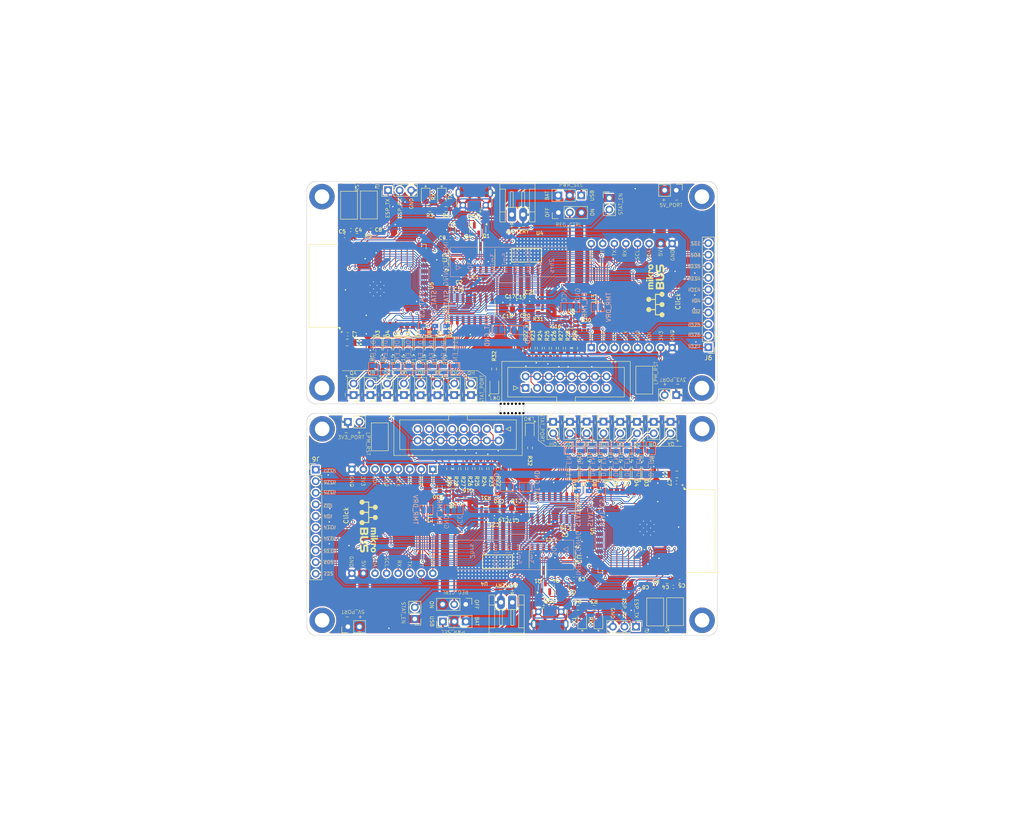
<source format=kicad_pcb>
(kicad_pcb (version 20240108) (generator "pcbnew") (generator_version "8.0")
  (layers (0 "F.Cu" signal) (31 "B.Cu" signal) (34 "B.Paste" user) (35 "F.Paste" user) (36 "B.SilkS" user "B.Silkscreen") (37 "F.SilkS" user "F.Silkscreen") (38 "B.Mask" user) (39 "F.Mask" user) (44 "Edge.Cuts" user))
  (net 0 "")
  (net 1 "Board_0-+VDC")
  (net 2 "Board_0-D+")
  (net 3 "Board_0-D-")
  (net 4 "Board_0-ESP_EN")
  (net 5 "Board_0-ESP_I0")
  (net 6 "Board_0-ESP_RX")
  (net 7 "Board_0-ESP_TX")
  (net 8 "Board_0-IO_14")
  (net 9 "Board_0-IO_2")
  (net 10 "Board_0-IO_25")
  (net 11 "Board_0-IO_26")
  (net 12 "Board_0-IO_27")
  (net 13 "Board_0-IO_34")
  (net 14 "Board_0-IO_35")
  (net 15 "Board_0-IO_4")
  (net 16 "Board_0-MIKROE_3V3")
  (net 17 "Board_0-MIKROE_5V")
  (net 18 "Board_0-MIKROE_AIN")
  (net 19 "Board_0-MIKROE_CS")
  (net 20 "Board_0-MIKROE_GND")
  (net 21 "Board_0-MIKROE_INT")
  (net 22 "Board_0-MIKROE_PWM")
  (net 23 "Board_0-MIKROE_RST")
  (net 24 "Board_0-MIKROE_RX")
  (net 25 "Board_0-MIKROE_SCK")
  (net 26 "Board_0-MIKROE_SCL")
  (net 27 "Board_0-MIKROE_SDA")
  (net 28 "Board_0-MIKROE_SDI")
  (net 29 "Board_0-MIKROE_SDO")
  (net 30 "Board_0-MIKROE_TX")
  (net 31 "Board_0-Net-(D1-A)")
  (net 32 "Board_0-Net-(D10-A)")
  (net 33 "Board_0-Net-(D12-A)")
  (net 34 "Board_0-Net-(D2-A)")
  (net 35 "Board_0-Net-(D3-A)")
  (net 36 "Board_0-Net-(D4-A)")
  (net 37 "Board_0-Net-(D5-A)")
  (net 38 "Board_0-Net-(D6-A)")
  (net 39 "Board_0-Net-(D7-A)")
  (net 40 "Board_0-Net-(D8-A)")
  (net 41 "Board_0-Net-(D9-A)")
  (net 42 "Board_0-Net-(J1-Pin_2)")
  (net 43 "Board_0-Net-(J10-Pin_2)")
  (net 44 "Board_0-Net-(J13-Pin_2)")
  (net 45 "Board_0-Net-(J14-Pin_2)")
  (net 46 "Board_0-Net-(J15-Pin_2)")
  (net 47 "Board_0-Net-(J16-Pin_2)")
  (net 48 "Board_0-Net-(J17-Pin_2)")
  (net 49 "Board_0-Net-(J18-Pin_2)")
  (net 50 "Board_0-Net-(J19-Pin_1)")
  (net 51 "Board_0-Net-(J19-Pin_10)")
  (net 52 "Board_0-Net-(J19-Pin_11)")
  (net 53 "Board_0-Net-(J19-Pin_13)")
  (net 54 "Board_0-Net-(J19-Pin_15)")
  (net 55 "Board_0-Net-(J19-Pin_3)")
  (net 56 "Board_0-Net-(J19-Pin_5)")
  (net 57 "Board_0-Net-(J19-Pin_7)")
  (net 58 "Board_0-Net-(J19-Pin_9)")
  (net 59 "Board_0-Net-(J4-Pin_2)")
  (net 60 "Board_0-Net-(J9-Pin_2)")
  (net 61 "Board_0-Net-(JP10-B)")
  (net 62 "Board_0-Net-(JP11-B)")
  (net 63 "Board_0-Net-(JP13-B)")
  (net 64 "Board_0-Net-(JP14-B)")
  (net 65 "Board_0-Net-(JP15-B)")
  (net 66 "Board_0-Net-(JP16-C)")
  (net 67 "Board_0-Net-(JP17-B)")
  (net 68 "Board_0-Net-(JP18-B)")
  (net 69 "Board_0-Net-(JP3-B)")
  (net 70 "Board_0-Net-(JP4-B)")
  (net 71 "Board_0-Net-(JP5-B)")
  (net 72 "Board_0-Net-(JP6-B)")
  (net 73 "Board_0-Net-(JP7-B)")
  (net 74 "Board_0-Net-(JP8-B)")
  (net 75 "Board_0-Net-(JP9-B)")
  (net 76 "Board_0-Net-(Q1-D)")
  (net 77 "Board_0-Net-(Q1-G)")
  (net 78 "Board_0-Net-(U2-V3)")
  (net 79 "Board_0-Net-(U4-FB)")
  (net 80 "Board_0-TIMER_DONE")
  (net 81 "Board_0-VBUS")
  (net 82 "Board_0-unconnected-(J11-ID-Pad4)")
  (net 83 "Board_0-unconnected-(U1-QH'-Pad9)")
  (net 84 "Board_0-unconnected-(U2-NC-Pad7)")
  (net 85 "Board_0-unconnected-(U2-NC-Pad8)")
  (net 86 "Board_0-unconnected-(U2-R232-Pad15)")
  (net 87 "Board_0-unconnected-(U2-~{CTS}-Pad9)")
  (net 88 "Board_0-unconnected-(U2-~{DCD}-Pad12)")
  (net 89 "Board_0-unconnected-(U2-~{DSR}-Pad10)")
  (net 90 "Board_0-unconnected-(U2-~{RI}-Pad11)")
  (net 91 "Board_0-unconnected-(U5-NC-Pad32)")
  (net 92 "Board_0-unconnected-(U5-SCK{slash}CLK-Pad20)")
  (net 93 "Board_0-unconnected-(U5-SCS{slash}CMD-Pad19)")
  (net 94 "Board_0-unconnected-(U5-SDI{slash}SD1-Pad22)")
  (net 95 "Board_0-unconnected-(U5-SDO{slash}SD0-Pad21)")
  (net 96 "Board_0-unconnected-(U5-SENSOR_VN-Pad5)")
  (net 97 "Board_0-unconnected-(U5-SENSOR_VP-Pad4)")
  (net 98 "Board_0-unconnected-(U5-SHD{slash}SD2-Pad17)")
  (net 99 "Board_0-unconnected-(U5-SWP{slash}SD3-Pad18)")
  (net 100 "Board_1-+VDC")
  (net 101 "Board_1-D+")
  (net 102 "Board_1-D-")
  (net 103 "Board_1-ESP_EN")
  (net 104 "Board_1-ESP_I0")
  (net 105 "Board_1-ESP_RX")
  (net 106 "Board_1-ESP_TX")
  (net 107 "Board_1-IO_14")
  (net 108 "Board_1-IO_2")
  (net 109 "Board_1-IO_25")
  (net 110 "Board_1-IO_26")
  (net 111 "Board_1-IO_27")
  (net 112 "Board_1-IO_34")
  (net 113 "Board_1-IO_35")
  (net 114 "Board_1-IO_4")
  (net 115 "Board_1-MIKROE_3V3")
  (net 116 "Board_1-MIKROE_5V")
  (net 117 "Board_1-MIKROE_AIN")
  (net 118 "Board_1-MIKROE_CS")
  (net 119 "Board_1-MIKROE_GND")
  (net 120 "Board_1-MIKROE_INT")
  (net 121 "Board_1-MIKROE_PWM")
  (net 122 "Board_1-MIKROE_RST")
  (net 123 "Board_1-MIKROE_RX")
  (net 124 "Board_1-MIKROE_SCK")
  (net 125 "Board_1-MIKROE_SCL")
  (net 126 "Board_1-MIKROE_SDA")
  (net 127 "Board_1-MIKROE_SDI")
  (net 128 "Board_1-MIKROE_SDO")
  (net 129 "Board_1-MIKROE_TX")
  (net 130 "Board_1-Net-(D1-A)")
  (net 131 "Board_1-Net-(D10-A)")
  (net 132 "Board_1-Net-(D12-A)")
  (net 133 "Board_1-Net-(D2-A)")
  (net 134 "Board_1-Net-(D3-A)")
  (net 135 "Board_1-Net-(D4-A)")
  (net 136 "Board_1-Net-(D5-A)")
  (net 137 "Board_1-Net-(D6-A)")
  (net 138 "Board_1-Net-(D7-A)")
  (net 139 "Board_1-Net-(D8-A)")
  (net 140 "Board_1-Net-(D9-A)")
  (net 141 "Board_1-Net-(J1-Pin_2)")
  (net 142 "Board_1-Net-(J10-Pin_2)")
  (net 143 "Board_1-Net-(J13-Pin_2)")
  (net 144 "Board_1-Net-(J14-Pin_2)")
  (net 145 "Board_1-Net-(J15-Pin_2)")
  (net 146 "Board_1-Net-(J16-Pin_2)")
  (net 147 "Board_1-Net-(J17-Pin_2)")
  (net 148 "Board_1-Net-(J18-Pin_2)")
  (net 149 "Board_1-Net-(J19-Pin_1)")
  (net 150 "Board_1-Net-(J19-Pin_10)")
  (net 151 "Board_1-Net-(J19-Pin_11)")
  (net 152 "Board_1-Net-(J19-Pin_13)")
  (net 153 "Board_1-Net-(J19-Pin_15)")
  (net 154 "Board_1-Net-(J19-Pin_3)")
  (net 155 "Board_1-Net-(J19-Pin_5)")
  (net 156 "Board_1-Net-(J19-Pin_7)")
  (net 157 "Board_1-Net-(J19-Pin_9)")
  (net 158 "Board_1-Net-(J4-Pin_2)")
  (net 159 "Board_1-Net-(J9-Pin_2)")
  (net 160 "Board_1-Net-(JP10-B)")
  (net 161 "Board_1-Net-(JP11-B)")
  (net 162 "Board_1-Net-(JP13-B)")
  (net 163 "Board_1-Net-(JP14-B)")
  (net 164 "Board_1-Net-(JP15-B)")
  (net 165 "Board_1-Net-(JP16-C)")
  (net 166 "Board_1-Net-(JP17-B)")
  (net 167 "Board_1-Net-(JP18-B)")
  (net 168 "Board_1-Net-(JP3-B)")
  (net 169 "Board_1-Net-(JP4-B)")
  (net 170 "Board_1-Net-(JP5-B)")
  (net 171 "Board_1-Net-(JP6-B)")
  (net 172 "Board_1-Net-(JP7-B)")
  (net 173 "Board_1-Net-(JP8-B)")
  (net 174 "Board_1-Net-(JP9-B)")
  (net 175 "Board_1-Net-(Q1-D)")
  (net 176 "Board_1-Net-(Q1-G)")
  (net 177 "Board_1-Net-(U2-V3)")
  (net 178 "Board_1-Net-(U4-FB)")
  (net 179 "Board_1-TIMER_DONE")
  (net 180 "Board_1-VBUS")
  (net 181 "Board_1-unconnected-(J11-ID-Pad4)")
  (net 182 "Board_1-unconnected-(U1-QH'-Pad9)")
  (net 183 "Board_1-unconnected-(U2-NC-Pad7)")
  (net 184 "Board_1-unconnected-(U2-NC-Pad8)")
  (net 185 "Board_1-unconnected-(U2-R232-Pad15)")
  (net 186 "Board_1-unconnected-(U2-~{CTS}-Pad9)")
  (net 187 "Board_1-unconnected-(U2-~{DCD}-Pad12)")
  (net 188 "Board_1-unconnected-(U2-~{DSR}-Pad10)")
  (net 189 "Board_1-unconnected-(U2-~{RI}-Pad11)")
  (net 190 "Board_1-unconnected-(U5-NC-Pad32)")
  (net 191 "Board_1-unconnected-(U5-SCK{slash}CLK-Pad20)")
  (net 192 "Board_1-unconnected-(U5-SCS{slash}CMD-Pad19)")
  (net 193 "Board_1-unconnected-(U5-SDI{slash}SD1-Pad22)")
  (net 194 "Board_1-unconnected-(U5-SDO{slash}SD0-Pad21)")
  (net 195 "Board_1-unconnected-(U5-SENSOR_VN-Pad5)")
  (net 196 "Board_1-unconnected-(U5-SENSOR_VP-Pad4)")
  (net 197 "Board_1-unconnected-(U5-SHD{slash}SD2-Pad17)")
  (net 198 "Board_1-unconnected-(U5-SWP{slash}SD3-Pad18)")
  (footprint "Connector_PinHeader_2.54mm:PinHeader_1x02_P2.54mm_Vertical" (layer "F.Cu") (at 161.205895 72.779786)
    (property "Reference" "J17" (hide yes))
    (property "Value" "Conn_01x02_Socket")
  )
  (footprint "Package_SO:SOIC-16_3.9x9.9mm_P1.27mm" (layer "F.Cu") (at 157.340895 91.717786 -90)
    (property "Reference" "U1")
    (property "Value" "74HC595")
  )
  (footprint "Connector_PinHeader_2.54mm:PinHeader_1x02_P2.54mm_Vertical" (layer "F.Cu") (at 139.477105 66.915291 180)
    (property "Reference" "J18" (hide yes))
    (property "Value" "Conn_01x02_Socket")
  )
  (footprint "Connector_PinHeader_2.54mm:PinHeader_1x02_P2.54mm_Vertical" (layer "F.Cu") (at 113.696105 66.915291 180)
    (property "Reference" "J1" (hide yes))
    (property "Value" "Conn_01x02_Socket")
  )
  (footprint "NPTH" (layer "F.Cu") (at 148.5 70.882228)
    (property "Reference" "KiKit_MB_2_4" (hide yes))
    (property "Value" "NPTH" (hide yes))
  )
  (footprint "Capacitor_SMD:C_0805_2012Metric_Pad1.18x1.45mm_HandSolder" (layer "F.Cu") (at 112.299105 55.358291 180)
    (property "Reference" "C6")
    (property "Value" "10uF")
  )
  (footprint "Capacitor_SMD:C_0402_1005Metric" (layer "F.Cu") (at 152.431105 45.325291)
    (property "Reference" "C21")
    (property "Value" "10nF")
  )
  (footprint "Connector_PinHeader_2.54mm:PinHeader_1x02_P2.54mm_Vertical" (layer "F.Cu") (at 112.440895 117.777786 90)
    (property "Reference" "J7" (hide yes))
    (property "Value" "Conn_01x02")
  )
  (footprint "Capacitor_SMD:C_0805_2012Metric_Pad1.18x1.45mm_HandSolder" (layer "F.Cu") (at 134.189105 42.117291)
    (property "Reference" "C2")
    (property "Value" "10uF")
  )
  (footprint "Connector_PinHeader_2.54mm:PinHeader_1x03_P2.54mm_Vertical" (layer "F.Cu") (at 163.693705 23.049491 -90)
    (property "Reference" "J12" (hide yes))
    (property "Value" "POWER_SELECT")
  )
  (footprint "Resistor_SMD:R_0603_1608Metric_Pad0.98x0.95mm_HandSolder" (layer "F.Cu") (at 168.970895 80.005286 -90)
    (property "Reference" "R17")
    (property "Value" "1K")
  )
  (footprint "NPTH" (layer "F.Cu") (at 151 68.811285)
    (property "Reference" "KiKit_MB_1_1" (hide yes))
    (property "Value" "NPTH" (hide yes))
  )
  (footprint "LED_SMD:LED_0805_2012Metric_Pad1.15x1.40mm_HandSolder" (layer "F.Cu") (at 129.529105 23.332291 -90)
    (property "Reference" "D1" (hide yes))
    (property "Value" "LED")
  )
  (footprint "Resistor_SMD:R_0603_1608Metric_Pad0.98x0.95mm_HandSolder" (layer "F.Cu") (at 154.214105 47.992291 90)
    (property "Reference" "R31")
    (property "Value" "1M")
  )
  (footprint "Capacitor_SMD:C_0402_1005Metric" (layer "F.Cu") (at 134.902105 32.432291)
    (property "Reference" "C9")
    (property "Value" "0.1uF")
  )
  (footprint "Resistor_SMD:R_0603_1608Metric_Pad0.98x0.95mm_HandSolder" (layer "F.Cu") (at 153.040705 56.626391 90)
    (property "Reference" "R23")
    (property "Value" "124K")
  )
  (footprint "Connector_PinHeader_2.54mm:PinHeader_1x02_P2.54mm_Vertical" (layer "F.Cu") (at 157.522895 72.779786)
    (property "Reference" "J18" (hide yes))
    (property "Value" "Conn_01x02_Socket")
  )
  (footprint "Connector_PinHeader_2.54mm:PinHeader_1x02_P2.54mm_Vertical" (layer "F.Cu") (at 135.794105 66.915291 180)
    (property "Reference" "J17" (hide yes))
    (property "Value" "Conn_01x02_Socket")
  )
  (footprint "LED_SMD:LED_0805_2012Metric_Pad1.15x1.40mm_HandSolder" (layer "F.Cu") (at 168.966895 83.605286 90)
    (property "Reference" "D7")
    (property "Value" "LED")
  )
  (footprint "Capacitor_SMD:C_0402_1005Metric" (layer "F.Cu") (at 150.879105 46.347291 180)
    (property "Reference" "C19")
    (property "Value" "0.1uF")
  )
  (footprint "Resistor_SMD:R_0603_1608Metric_Pad0.98x0.95mm_HandSolder" (layer "F.Cu") (at 164.364605 52.637291 -90)
    (property "Reference" "R30")
    (property "Value" "1M")
  )
  (footprint "ICPH:DCQ0006A" (layer "F.Cu") (at 151.689105 36.197291 90)
    (property "Reference" "U4")
    (property "Value" "TPS73733DCQR")
  )
  (footprint "LED_SMD:LED_0805_2012Metric_Pad1.15x1.40mm_HandSolder" (layer "F.Cu") (at 118.969105 56.089791 -90)
    (property "Reference" "D3")
    (property "Value" "LED")
  )
  (footprint "Resistor_SMD:R_0603_1608Metric_Pad0.98x0.95mm_HandSolder" (layer "F.Cu") (at 130.451605 26.067291 180)
    (property "Reference" "R3")
    (property "Value" "1K")
  )
  (footprint "Connector_PinHeader_2.54mm:PinHeader_1x03_P2.54mm_Vertical" (layer "F.Cu") (at 158.662105 26.826291 90)
    (property "Reference" "J4" (hide yes))
    (property "Value" "REG_CTRL")
  )
  (footprint "Resistor_SMD:R_0603_1608Metric_Pad0.98x0.95mm_HandSolder" (layer "F.Cu") (at 160.759105 56.617291 90)
    (property "Reference" "R28")
    (property "Value" "22K")
  )
  (footprint "Capacitor_SMD:C_0402_1005Metric" (layer "F.Cu") (at 162.097895 107.262786 180)
    (property "Reference" "C9")
    (property "Value" "0.1uF")
  )
  (footprint "LED_SMD:LED_0805_2012Metric_Pad1.15x1.40mm_HandSolder" (layer "F.Cu") (at 162.108895 83.605286 90)
    (property "Reference" "D10")
    (property "Value" "LED")
  )
  (footprint "MountingHole:MountingHole_3.2mm_M3_DIN965_Pad" (layer "F.Cu") (at 190.250895 74.327786 180)
    (property "Reference" "H2" (hide yes))
    (property "Value" "MountingHole")
  )
  (footprint "Capacitor_SMD:C_0402_1005Metric" (layer "F.Cu") (at 148.905895 93.302786 180)
    (property "Reference" "C17")
    (property "Value" "0.1uF")
  )
  (footprint "Package_SO:SOIC-16_3.9x9.9mm_P1.27mm" (layer "F.Cu") (at 139.659105 47.977291 90)
    (property "Reference" "U1")
    (property "Value" "74HC595")
  )
  (footprint "Resistor_SMD:R_0603_1608Metric_Pad0.98x0.95mm_HandSolder" (layer "F.Cu") (at 132.635395 87.057786 90)
    (property "Reference" "R30")
    (property "Value" "1M")
  )
  (footprint "Connector_PinHeader_2.54mm:PinHeader_1x02_P2.54mm_Vertical" (layer "F.Cu") (at 175.937895 72.779786)
    (property "Reference" "J13" (hide yes))
    (property "Value" "Conn_01x02_Socket")
  )
  (footprint "LED_SMD:LED_0805_2012Metric_Pad1.15x1.40mm_HandSolder" (layer "F.Cu") (at 132.605105 56.089791 -90)
    (property "Reference" "D9")
    (property "Value" "LED")
  )
  (footprint "Package_TO_SOT_SMD:SOT-23" (layer "F.Cu") (at 159.375895 109.147786 90)
    (property "Reference" "Q4")
    (property "Value" "BSS138")
  )
  (footprint "NPTH" (layer "F.Cu") (at 146 68.81441)
    (property "Reference" "KiKit_MB_1_7" (hide yes))
    (property "Value" "NPTH" (hide yes))
  )
  (footprint "Package_SO:SOIC-16_3.9x9.9mm_P1.27mm" (layer "F.Cu") (at 157.325895 102.944786 -90)
    (property "Reference" "U2")
    (property "Value" "CH340C")
  )
  (footprint "Capacitor_SMD:C_0805_2012Metric_Pad1.18x1.45mm_HandSolder" (layer "F.Cu") (at 184.700895 84.336786)
    (property "Reference" "C6")
    (property "Value" "10uF")
  )
  (footprint "Resistor_SMD:R_0603_1608Metric_Pad0.98x0.95mm_HandSolder" (layer "F.Cu") (at 151.440505 56.626391 90)
    (property "Reference" "R22")
    (property "Value" "169K")
  )
  (footprint "Connector_USB:USB_Micro-B_Molex-105017-0001" (layer "F.Cu") (at 156.790895 115.957786)
    (property "Reference" "J11" (hide yes))
    (property "Value" "USB_B_Micro")
  )
  (footprint "Connector_PinHeader_2.54mm:PinHeader_1x02_P2.54mm_Vertical" (layer "F.Cu") (at 121.062105 66.915291 180)
    (property "Reference" "J13" (hide yes))
    (property "Value" "Conn_01x02_Socket")
  )
  (footprint "MountingHole:MountingHole_3.2mm_M3_DIN965_Pad" (layer "F.Cu") (at 190.199105 23.327291)
    (property "Reference" "H4" (hide yes))
    (property "Value" "MountingHole")
  )
  (footprint "NPTH" (layer "F.Cu") (at 150.166666 70.881187)
    (property "Reference" "KiKit_MB_2_6" (hide yes))
    (property "Value" "NPTH" (hide yes))
  )
  (footprint "Resistor_SMD:R_0603_1608Metric_Pad0.98x0.95mm_HandSolder" (layer "F.Cu") (at 166.548395 113.627786)
    (property "Reference" "R3")
    (property "Value" "1K")
  )
  (footprint "Connector_PinHeader_2.54mm:PinHeader_1x02_P2.54mm_Vertical" (layer "F.Cu") (at 168.571895 72.752786)
    (property "Reference" "J15" (hide yes))
    (property "Value" "Conn_01x02_Socket")
  )
  (footprint "Connector_PinHeader_2.54mm:PinHeader_1x02_P2.54mm_Vertical" (layer "F.Cu") (at 124.745105 66.915291 180)
    (property "Reference" "J14" (hide yes))
    (property "Value" "Conn_01x02_Socket")
  )
  (footprint "MountingHole:MountingHole_3.2mm_M3_DIN965_Pad" (layer "F.Cu") (at 106.800895 116.367786 180)
    (property "Reference" "H4" (hide yes))
    (property "Value" "MountingHole")
  )
  (footprint "RF_Module:ESP32-WROOM-32" (layer "F.Cu") (at 119.759105 42.907291 90)
    (property "Reference" "U5")
    (property "Value" "ESP32-WROOM-32")
  )
  (footprint "MIKROE_3800:MIKROE-3800" (layer "F.Cu") (at 113.326895 83.193786 -90)
    (property "Reference" "U3")
    (property "Value" "MIKROE")
  )
  (footprint "Connector_PinHeader_2.54mm:PinHeader_1x10_P2.54mm_Vertical" (layer "F.Cu") (at 105.390895 83.287786)
    (property "Reference" "J6")
    (property "Value" "Conn_01x10")
  )
  (footprint "NPTH" (layer "F.Cu") (at 146 70.883791)
    (property "Reference" "KiKit_MB_2_1" (hide yes))
    (property "Value" "NPTH" (hide yes))
  )
  (footprint "Resistor_SMD:R_0603_1608Metric_Pad0.98x0.95mm_HandSolder" (layer "F.Cu") (at 128.029105 59.689791 90)
    (property "Reference" "R17")
    (property "Value" "1K")
  )
  (footprint "Resistor_SMD:R_0603_1608Metric_Pad0.98x0.95mm_HandSolder" (layer "F.Cu") (at 134.899105 59.689791 90)
    (property "Reference" "R20")
    (property "Value" "1K")
  )
  (footprint "LED_SMD:LED_0805_2012Metric_Pad1.15x1.40mm_HandSolder" (layer "F.Cu") (at 173.538895 83.605286 90)
    (property "Reference" "D5")
    (property "Value" "LED")
  )
  (footprint "Resistor_SMD:R_0603_1608Metric_Pad0.98x0.95mm_HandSolder" (layer "F.Cu") (at 182.560895 107.777786)
    (property "Reference" "R5")
    (property "Value" "1K")
  )
  (footprint "Connector_IDC:IDC-Header_2x08_P2.54mm_Vertical" (layer "F.Cu") (at 145.530895 74.347786 -90)
    (property "Reference" "J19" (hide yes))
    (property "Value" "Timer Config")
  )
  (footprint "NPTH" (layer "F.Cu") (at 150.166666 68.811806)
    (property "Reference" "KiKit_MB_1_2" (hide yes))
    (property "Value" "NPTH" (hide yes))
  )
  (footprint "Resistor_SMD:R_0603_1608Metric_Pad0.98x0.95mm_HandSolder" (layer "F.Cu") (at 139.310895 83.085286 -90)
    (property "Reference" "R26")
    (property "Value" "43.2K")
  )
  (footprint "LED_SMD:LED_0805_2012Metric_Pad1.15x1.40mm_HandSolder" (layer "F.Cu") (at 164.394895 83.605286 90)
    (property "Reference" "D9")
    (property "Value" "LED")
  )
  (footprint "Resistor_SMD:R_0603_1608Metric_Pad0.98x0.95mm_HandSolder" (layer "F.Cu") (at 136.240895 83.077786 -90)
    (property "Reference" "R28")
    (property "Value" "22K")
  )
  (footprint "Connector_JST:JST_EH_S2B-EH_1x02_P2.50mm_Horizontal" (layer "F.Cu") (at 148.439105 27.269791)
    (property "Reference" "J2" (hide yes))
    (property "Value" "DC_IN")
  )
  (footprint "Resistor_SMD:R_0603_1608Metric_Pad0.98x0.95mm_HandSolder" (layer "F.Cu") (at 162.998395 113.627786)
    (property "Reference" "R4")
    (property "Value" "1K")
  )
  (footprint "Resistor_SMD:R_0603_1608Metric_Pad0.98x0.95mm_HandSolder" (layer "F.Cu") (at 152.446095 78.517986 90)
    (property "Reference" "R32")
    (property "Value" "1K")
  )
  (footprint "Connector_PinHeader_2.54mm:PinHeader_1x03_P2.54mm_Vertical" (layer "F.Cu") (at 138.337895 112.868786 -90)
    (property "Reference" "J4" (hide yes))
    (property "Value" "REG_CTRL")
  )
  (footprint "LED_SMD:LED_0805_2012Metric_Pad1.15x1.40mm_HandSolder" (layer "F.Cu") (at 163.914895 116.362786 90)
    (property "Reference" "D2" (hide yes))
    (property "Value" "LED")
  )
  (footprint "Connector_PinHeader_2.54mm:PinHeader_1x02_P2.54mm_Vertical" (layer "F.Cu") (at 179.620895 72.779786)
    (property "Reference" "J10" (hide yes))
    (property "Value" "Conn_01x02_Socket")
  )
  (footprint "Resistor_SMD:R_0603_1608Metric_Pad0.98x0.95mm_HandSolder" (layer "F.Cu") (at 178.040895 80.005286 -90)
    (property "Reference" "R1")
    (property "Value" "1K")
  )
  (footprint "Resistor_SMD:R_0603_1608Metric_Pad0.98x0.95mm_HandSolder" (layer "F.Cu") (at 171.280895 80.005286 -90)
    (property "Reference" "R16")
    (property "Value" "1K")
  )
  (footprint "MountingHole:MountingHole_3.2mm_M3_DIN965_Pad" (layer "F.Cu") (at 106.800895 74.327786 180)
    (property "Reference" "H3" (hide yes))
    (property "Value" "MountingHole")
  )
  (footprint "Resistor_SMD:R_0603_1608Metric_Pad0.98x0.95mm_HandSolder" (layer "F.Cu") (at 132.599105 59.689791 90)
    (property "Reference" "R19")
    (property "Value" "1K")
  )
  (footprint "NPTH" (layer "F.Cu") (at 149.333333 70.881708)
    (property "Reference" "KiKit_MB_2_5" (hide yes))
    (property "Value" "NPTH" (hide yes))
  )
  (footprint "Capacitor_SMD:C_0402_1005Metric" (layer "F.Cu") (at 146.120895 93.347786)
    (property "Reference" "C19")
    (property "Value" "0.1uF")
  )
  (footprint "Connector_PinHeader_2.54mm:PinHeader_1x03_P2.54mm_Vertical" (layer "F.Cu") (at 175.730895 117.777786 -90)
    (property "Reference" "J3" (hide yes))
    (property "Value" "Conn_01x03_Socket")
  )
  (footprint "Connector_PinHeader_2.54mm:PinHeader_1x03_P2.54mm_Vertical" (layer "F.Cu") (at 121.269105 21.917291 90)
    (property "Reference" "J3" (hide yes))
    (property "Value" "Conn_01x03_Socket")
  )
  (footprint "Capacitor_SMD:C_0402_1005Metric" (layer "F.Cu") (at 111.709105 31.967291)
    (property "Reference" "C5")
    (property "Value" "0.1uF")
  )
  (footprint "Resistor_SMD:R_0603_1608Metric_Pad0.98x0.95mm_HandSolder" (layer "F.Cu") (at 134.662895 83.090286 -90)
    (property "Reference" "R29")
    (property "Value" "16.9K")
  )
  (footprint "MIKROE_3800:MIKROE-3800" (layer "F.Cu") (at 183.673105 56.501291 90)
    (property "Reference" "U3")
    (property "Value" "MIKROE")
  )
  (footprint "NPTH" (layer "F.Cu") (at 148.5 68.812848)
    (property "Reference" "KiKit_MB_1_4" (hide yes))
    (property "Value" "NPTH" (hide yes))
  )
  (footprint "NPTH" (layer "F.Cu") (at 146.833334 68.813889)
    (property "Reference" "KiKit_MB_1_6" (hide yes))
    (property "Value" "NPTH" (hide yes))
  )
  (footprint "Resistor_SMD:R_0603_1608Metric_Pad0.98x0.95mm_HandSolder" (layer "F.Cu") (at 125.719105 59.689791 90)
    (property "Reference" "R16")
    (property "Value" "1K")
  )
  (footprint "Capacitor_SMD:C_0805_2012Metric_Pad1.18x1.45mm_HandSolder" (layer "F.Cu") (at 162.810895 97.577786 180)
    (property "Reference" "C2")
    (property "Value" "10uF")
  )
  (footprint "Resistor_SMD:R_0603_1608Metric_Pad0.98x0.95mm_HandSolder" (layer "F.Cu") (at 173.540895 80.005286 -90)
    (property "Reference" "R15")
    (property "Value" "1K")
  )
  (footprint "LED_SMD:LED_0805_2012Metric_Pad1.15x1.40mm_HandSolder" (layer "F.Cu") (at 167.470895 116.362786 90)
    (property "Reference" "D1" (hide yes))
    (property "Value" "LED")
  )
  (footprint "Capacitor_SMD:C_0402_1005Metric" (layer "F.Cu") (at 183.930895 109.027786)
    (property "Reference" "C4")
    (property "Value" "0.1uF")
  )
  (footprint "Package_TO_SOT_SMD:SOT-23" (layer "F.Cu") (at 141.174105 30.569791 -90)
    (property "Reference" "Q1")
    (property "Value" "BSS138")
  )
  (footprint "Resistor_SMD:R_0603_1608Metric_Pad0.98x0.95mm_HandSolder" (layer "F.Cu") (at 156.139105 56.617291 90)
    (property "Reference" "R25")
    (property "Value" "76.8K")
  )
  (footprint "Connector_PinHeader_2.54mm:PinHeader_1x02_P2.54mm_Vertical" (layer "F.Cu") (at 117.379105 66.915291 180)
    (property "Reference" "J10" (hide yes))
    (property "Value" "Conn_01x02_Socket")
  )
  (footprint "Connector_PinHeader_2.54mm:PinHeader_1x02_P2.54mm_Vertical" (layer "F.Cu") (at 184.559105 66.897291 -90)
    (property "Reference" "J8" (hide yes))
    (property "Value" "Conn_01x02")
  )
  (footprint "MountingHole:MountingHole_3.2mm_M3_DIN965_Pad" (layer "F.Cu") (at 106.749105 65.367291)
    (property "Reference" "H2" (hide yes))
    (property "Value" "MountingHole")
  )
  (footprint "Connector_PinHeader_2.54mm:PinHeader_1x10_P2.54mm_Vertical" (layer "F.Cu") (at 191.609105 56.407291 180)
    (property "Reference" "J6")
    (property "Value" "Conn_01x10")
  )
  (footprint "Capacitor_SMD:C_0402_1005Metric" (layer "F.Cu") (at 138.839105 40.941291)
    (property "Reference" "C1")
    (property "Value" "0.1uF")
  )
  (footprint "LED_SMD:LED_0805_2012Metric_Pad1.15x1.40mm_HandSolder" (layer "F.Cu") (at 134.891105 56.089791 -90)
    (property "Reference" "D10")
    (property "Value" "LED")
  )
  (footprint "Resistor_SMD:R_0603_1608Metric_Pad0.98x0.95mm_HandSolder" (layer "F.Cu") (at 134.001605 26.067291 180)
    (property "Reference" "R4")
    (property "Value" "1K")
  )
  (footprint "Connector_PinHeader_2.54mm:PinHeader_1x02_P2.54mm_Vertical" (layer "F.Cu") (at 184.559105 21.917291 -90)
    (property "Reference" "J7" (hide yes))
    (property "Value" "Conn_01x02")
  )
  (footprint "Resistor_SMD:R_0603_1608Metric_Pad0.98x0.95mm_HandSolder" (layer "F.Cu") (at 143.959295 83.068686 -90)
    (property "Reference" "R23")
    (property "Value" "124K")
  )
  (footprint "Capacitor_SMD:C_0402_1005Metric" (layer "F.Cu") (at 184.601895 86.114786)
    (property "Reference" "C7")
    (property "Value" "0.1uF")
  )
  (footprint "Capacitor_SMD:C_0402_1005Metric" (layer "F.Cu") (at 158.792605 50.275291 90)
    (property "Reference" "C16")
    (property "Value" "0.1uF")
  )
  (footprint "LED_SMD:LED_0805_2012Metric_Pad1.15x1.40mm_HandSolder" (layer "F.Cu") (at 121.175105 56.089791 -90)
    (property "Reference" "D4")
    (property "Value" "LED")
  )
  (footprint "Connector_USB:USB_Micro-B_Molex-105017-0001" (layer "F.Cu") (at 140.209105 23.737291 180)
    (property "Reference" "J11" (hide yes))
    (property "Value" "USB_B_Micro")
  )
  (footprint "Button_Switch_SMD:SW_SPST_CK_RS282G05A3" (layer "F.Cu") (at 112.689105 25.217291 -90)
    (property "Reference" "SW1" (hide yes))
    (property "Value" "SW_Push")
  )
  (footprint "Resistor_SMD:R_0603_1608Metric_Pad0.98x0.95mm_HandSolder" (layer "F.Cu") (at 123.459105 59.689791 90)
    (property "Reference" "R15")
    (property "Value" "1K")
  )
  (footprint "Capacitor_SMD:C_0402_1005Metric" (layer "F.Cu") (at 185.290895 107.727786 180)
    (property "Reference" "C5")
    (property "Value" "0.1uF")
  )
  (footprint "Resistor_SMD:R_0603_1608Metric_Pad0.98x0.95mm_HandSolder" (layer "F.Cu") (at 162.100895 80.005286 -90)
    (property "Reference" "R20")
    (property "Value" "1K")
  )
  (footprint "Resistor_SMD:R_0603_1608Metric_Pad0.98x0.95mm_HandSolder" (layer "F.Cu") (at 164.400895 80.005286 -90)
    (property "Reference" "R19")
    (property "Value" "1K")
  )
  (footprint "Capacitor_SMD:C_0805_2012Metric_Pad1.18x1.45mm_HandSolder" (layer "F.Cu") (at 145.580895 91.757786)
    (property "Reference" "C20")
    (property "Value" "10uF")
  )
  (footprint "Capacitor_SMD:C_0402_1005Metric" (layer "F.Cu") (at 162.270895 96.027786 180)
    (property "Reference" "C15")
    (property "Value" "0.1uF")
  )
  (footprint "NPTH" (layer "F.Cu") (at 147.666667 68.813368)
    (property "Reference" "KiKit_MB_1_5" (hide yes))
    (property "Value" "NPTH" (hide yes))
  )
  (footprint "Capacitor_SMD:C_0402_1005Metric" (layer "F.Cu") (at 161.713895 108.692786 90)
    (property "Reference" "C3")
    (property "Value" "0.1uF")
  )
  (footprint "LED_SMD:LED_0805_2012Metric_Pad1.15x1.40mm_HandSolder" (layer "F.Cu") (at 128.033105 56.089791 -90)
    (property "Reference" "D7")
    (property "Value" "LED")
  )
  (footprint "NPTH" (layer "F.Cu") (at 149.333333 68.812327)
    (property "Reference" "KiKit_MB_1_3" (hide yes))
    (property "Value" "NPTH" (hide yes))
  )
  (footprint "Capacitor_SMD:C_0402_1005Metric" (layer "F.Cu") (at 117.506105 30.593291)
    (property "Reference" "C8")
    (property "Value" "0.1uF")
  )
  (footprint "RF_Module:ESP32-WROOM-32" (layer "F.Cu") (at 177.240895 96.787786 -90)
    (property "Reference" "U5")
    (property "Value" "ESP32-WROOM-32")
  )
  (footprint "Resistor_SMD:R_0603_1608Metric_Pad0.98x0.95mm_HandSolder" (layer "F.Cu") (at 114.439105 31.917291 180)
    (property "Reference" "R5")
    (property "Value" "1K")
  )
  (footprint "Resistor_SMD:R_0603_1608Metric_Pad0.98x0.95mm_HandSolder" (layer "F.Cu") (at 140.860895 83.077786 -90)
    (property "Reference" "R25")
    (property "Value" "76.8K")
  )
  (footprint "LED_SMD:LED_0805_2012Metric_Pad1.15x1.40mm_HandSolder" (layer "F.Cu") (at 133.085105 23.332291 -90)
    (property "Reference" "D2" (hide yes))
    (property "Value" "LED")
  )
  (footprint "Capacitor_SMD:C_0805_2012Metric_Pad1.18x1.45mm_HandSolder" (layer "F.Cu") (at 151.419105 47.937291 180)
    (property "Reference" "C20")
    (property "Value" "10uF")
  )
  (footprint "Connector_PinHeader_2.54mm:PinHeader_1x02_P2.54mm_Vertical" (layer "F.Cu") (at 127.144495 116.066386 180)
    (property "Reference" "J9" (hide yes))
    (property "Value" "REG_EN")
  )
  (footprint "Package_TO_SOT_SMD:SOT-23-6" (layer "F.Cu") (at 135.557395 88.969786 180)
    (property "Reference" "U8")
    (property "Value" "TPL5110")
  )
  (footprint "Button_Switch_SMD:SW_SPST_CK_RS282G05A3" (layer "F.Cu") (at 117.069105 25.157291 90)
    (property "Reference" "SW2" (hide yes))
    (property "Value" "SW_Push")
  )
  (footprint "Resistor_SMD:R_0603_1608Metric_Pad0.98x0.95mm_HandSolder" (layer "F.Cu") (at 145.559495 83.068686 -90)
    (property "Reference" "R22")
    (property "Value" "169K")
  )
  (footprint "Resistor_SMD:R_0603_1608Metric_Pad0.98x0.95mm_HandSolder" (layer "F.Cu") (at 162.337105 56.604791 90)
    (property "Reference" "R29")
    (property "Value" "16.9K")
  )
  (footprint "Connector_PinHeader_2.54mm:PinHeader_1x02_P2.54mm_Vertical" (layer "F.Cu") (at 132.111105 66.942291 180)
    (property "Reference" "J16" (hide yes))
    (property "Value" "Conn_01x02_Socket")
  )
  (footprint "Capacitor_SMD:C_0805_2012Metric_Pad1.18x1.45mm_HandSolder" (layer "F.Cu") (at 147.539105 47.942291)
    (property "Reference" "C18")
    (property "Value" "10uF")
  )
  (footprint "Capacitor_SMD:C_0402_1005Metric" (layer "F.Cu") (at 158.160895 98.753786 180)
    (property "Reference" "C1")
    (property "Value" "0.1uF")
  )
  (footprint "LED_SMD:LED_0805_2012Metric_Pad1.15x1.40mm_HandSolder" (layer "F.Cu") (at 175.824895 83.605286 90)
    (property "Reference" "D4")
    (property "Value" "LED")
  )
  (footprint "LED_SMD:LED_0805_2012Metric_Pad1.15x1.40mm_HandSolder" (layer "F.Cu") (at 125.747105 56.089791 -90)
    (property "Reference" "D6")
    (property "Value" "LED")
  )
  (footprint "Capacitor_SMD:C_0402_1005Metric" (layer "F.Cu") (at 113.069105 30.667291 180)
    (property "Reference" "C4")
    (property "Value" "0.1uF")
  )
  (footprint "Resistor_SMD:R_0603_1608Metric_Pad0.98x0.95mm_HandSolder" (layer "F.Cu") (at 121.179105 59.689791 90)
    (property "Reference" "R2")
    (property "Value" "1K")
  )
  (footprint "Capacitor_SMD:C_0402_1005Metric" (layer "F.Cu") (at 144.568895 94.369786 180)
    (property "Reference" "C21")
    (property "Value" "10nF")
  )
  (footprint "Package_TO_SOT_SMD:SOT-23" (layer "F.Cu") (at 155.825895 109.125286 90)
    (property "Reference" "Q1")
    (property "Value" "BSS138")
  )
  (footprint "LED_SMD:LED_0805_2012Metric_Pad1.15x1.40mm_HandSolder" (layer "F.Cu") (at 152.392095 74.913386 -90)
    (property "Reference" "D12" (hide yes))
    (property "Value" "LED")
  )
  (footprint "Resistor_SMD:R_0603_1608Metric_Pad0.98x0.95mm_HandSolder" (layer "F.Cu") (at 142.400895 83.077786 -90)
    (property "Reference" "R24")
    (property "Value" "91K")
  )
  (footprint "NPTH" (layer "F.Cu") (at 151 70.880666)
    (property "Reference" "KiKit_MB_2_7" (hide yes))
    (property "Value" "NPTH" (hide yes))
  )
  (footprint "Resistor_SMD:R_0603_1608Metric_Pad0.98x0.95mm_HandSolder" (layer "F.Cu") (at 154.599105 56.617291 90)
    (property "Reference" "R24")
    (property "Value" "91K")
  )
  (footprint "LED_SMD:LED_0805_2012Metric_Pad1.15x1.40mm_HandSolder" (layer "F.Cu") (at 123.461105 56.089791 -90)
    (property "Reference" "D5")
    (property "Value" "LED")
  )
  (footprint "Resistor_SMD:R_0603_1608Metric_Pad0.98x0.95mm_HandSolder" (layer "F.Cu") (at 159.219105 56.619791 90)
    (property "Reference" "R27")
    (property "Value" "34.8K")
  )
  (footprint "Package_TO_SOT_SMD:SOT-23" (layer "F.Cu") (at 137.624105 30.547291 -90)
    (property "Reference" "Q4")
    (property "Value" "BSS138")
  )
  (footprint "MountingHole:MountingHole_3.2mm_M3_DIN965_Pad" (layer "F.Cu") (at 106.759105 23.327291)
    (property "Reference" "H1" (hide yes))
    (property "Value" "MountingHole")
  )
  (footprint "Capacitor_SMD:C_0402_1005Metric" (layer "F.Cu") (at 148.094105 46.392291)
    (property "Reference" "C17")
    (property "Value" "0.1uF")
  )
  (footprint "Resistor_SMD:R_0603_1608Metric_Pad0.98x0.95mm_HandSolder" (layer "F.Cu") (at 137.780895 83.075286 -90)
    (property "Reference" "R27")
    (property "Value" "34.8K")
  )
  (footprint "LED_SMD:LED_0805_2012Metric_Pad1.15x1.40mm_HandSolder" (layer "F.Cu") (at 171.252895 83.605286 90)
    (property "Reference" "D6")
    (property "Value" "LED")
  )
  (footprint "NPTH" (layer "F.Cu") (at 146.833334 70.88327)
    (property "Reference" "KiKit_MB_2_2" (hide yes))
    (property "Value" "NPTH" (hide yes))
  )
  (footprint "Resistor_SMD:R_0603_1608Metric_Pad0.98x0.95mm_HandSolder" (layer "F.Cu") (at 166.700895 80.005286 -90)
    (property "Reference" "R18")
    (property "Value" "1K")
  )
  (footprint "Connector_PinHeader_2.54mm:PinHeader_1x02_P2.54mm_Vertical" (layer "F.Cu") (at 164.888895 72.752786)
    (property "Reference" "J16" (hide yes))
    (property "Value" "Conn_01x02_Socket")
  )
  (footprint "LED_SMD:LED_0805_2012Metric_Pad1.15x1.40mm_HandSolder" (layer "F.Cu") (at 178.030895 83.605286 90)
    (property "Reference" "D3")
    (property "Value" "LED")
  )
  (footprint "Resistor_SMD:R_0603_1608Metric_Pad0.98x0.95mm_HandSolder" (layer "F.Cu") (at 157.689105 56.609791 90)
    (property "Reference" "R26")
    (property "Value" "43.2K")
  )
  (footprint "Connector_PinHeader_2.54mm:PinHeader_1x03_P2.54mm_Vertical" (layer "F.Cu") (at 133.306295 116.645586 90)
    (property "Reference" "J12" (hide yes))
    (property "Value" "POWER_SELECT")
  )
  (footprint "MountingHole:MountingHole_3.2mm_M3_DIN965_Pad" (layer "F.Cu") (at 190.199105 65.367291)
    (property "Reference" "H3" (hide yes))
    (property "Value" "MountingHole")
  )
  (footprint "Button_Switch_SMD:SW_SPST_CK_RS282G05A3" (layer "F.Cu") (at 179.930895 114.537786 -90)
    (property "Reference" "SW2" (hide yes))
    (property "Value" "SW_Push")
  )
  (footprint "Connector_PinHeader_2.54mm:PinHeader_1x02_P2.54mm_Vertical" (layer "F.Cu") (at 169.855505 23.628691)
    (property "Reference" "J9" (hide yes))
    (property "Value" "REG_EN")
  )
  (footprint "LED_SMD:LED_0805_2012Metric_Pad1.15x1.40mm_HandSolder" (layer "F.Cu") (at 130.319105 56.089791 -90)
    (property "Reference" "D8")
    (property "Value" "LED")
  )
  (footprint "Capacitor_SMD:C_0402_1005Metric" (layer "F.Cu") (at 138.207395 89.419786 -90)
    (property "Reference" "C16")
    (property "Value" "0.1uF")
  )
  (footprint "Resistor_SMD:R_0603_1608Metric_Pad0.98x0.95mm_HandSolder" (layer "F.Cu") (at 144.553905 61.177091 -90)
    (property "Reference" "R32")
    (property "Value" "1K")
  )
  (footprint "LED_SMD:LED_0805_2012Metric_Pad1.15x1.40mm_HandSolder" (layer "F.Cu") (at 144.607905 64.781691 90)
    (property "Reference" "D12" (hide yes))
    (property "Value" "LED")
  )
  (footprint "LED_SMD:LED_0805_2012Metric_Pad1.15x1.40mm_HandSolder" (layer "F.Cu") (at 166.680895 83.605286 90)
    (property "Reference" "D8")
    (property "Value" "LED")
  )
  (footprint "Capacitor_SMD:C_0402_1005Metric" (layer "F.Cu") (at 179.493895 109.101786 180)
    (property "Reference" "C8")
    (property "Value" "0.1uF")
  )
  (footprint "NPTH" (layer "F.Cu") (at 147.666667 70.882749)
    (property "Reference" "KiKit_MB_2_3" (hide yes))
    (property "Value" "NPTH" (hide yes))
  )
  (footprint "Connector_JST:JST_EH_S2B-EH_1x02_P2.50mm_Horizontal" (layer "F.Cu") (at 148.560895 112.425286 180)
    (property "Reference" "J2" (hide yes))
    (property "Value" "DC_IN")
  )
  (footprint "Connector_PinHeader_2.54mm:PinHeader_1x02_P2.54mm_Vertical" (layer "F.Cu") (at 128.428105 66.942291 180)
    (property "Reference" "J15" (hide yes))
    (property "Value" "Conn_01x02_Socket")
  )
  (footprint "Package_SO:SOIC-16_3.9x9.9mm_P1.27mm" (layer "F.Cu") (at 139.674105 36.750291 90)
    (property "Reference" "U2")
    (property "Value" "CH340C")
  )
  (footprint "Connector_IDC:IDC-Header_2x08_P2.54mm_Vertical" (layer "F.Cu") (at 151.469105 65.347291 90)
    (property "Reference" "J19" (hide yes))
    (property "Value" "Timer Config")
  )
  (footprint "ICPH:DCQ0006A" (layer "F.Cu") (at 145.310895 103.497786 -90)
    (property "Reference" "U4")
    (property "Value" "TPS73733DCQR")
  )
  (footprint "Connector_PinHeader_2.54mm:PinHeader_1x02_P2.54mm_Vertical" (layer "F.Cu") (at 112.440895 72.797786 90)
    (property "Reference" "J8" (hide yes))
    (property "Value" "Conn_01x02")
  )
  (footprint "Package_TO_SOT_SMD:SOT-23-6" (layer "F.Cu") (at 161.442605 50.725291)
    (property "Reference" "U8")
    (property "Value" "TPL5110")
  )
  (footprint "Resistor_SMD:R_0603_1608Metric_Pad0.98x0.95mm_HandSolder" (layer "F.Cu") (at 118.959105 59.689791 90)
    (property "Reference" "R1")
    (property "Value" "1K")
  )
  (footprint "Capacitor_SMD:C_0402_1005Metric" (layer "F.Cu") (at 112.398105 53.580291 180)
    (property "Reference" "C7")
    (property "Value" "0.1uF")
  )
  (footprint "Resistor_SMD:R_0603_1608Metric_Pad0.98x0.95mm_HandSolder" (layer "F.Cu") (at 130.299105 59.689791 90)
    (property "Reference" "R18")
    (property "Value" "1K")
  )
  (footprint "Resistor_SMD:R_0603_1608Metric_Pad0.98x0.95mm_HandSolder" (layer "F.Cu") (at 142.785895 91.702786 -90)
    (property "Reference" "R31")
    (property "Value" "1M")
  )
  (footprint "Button_Switch_SMD:SW_SPST_CK_RS282G05A3" (layer "F.Cu") (at 177.539105 63.617291 90)
    (property "Reference" "SW4" (hide yes))
    (property "Value" "LPM_RST")
  )
  (footprint "Capacitor_SMD:C_0402_1005Metric" (layer "F.Cu") (at 135.286105 31.002291 -90)
    (property "Reference" "C3")
    (property "Value" "0.1uF")
  )
  (footprint "MountingHole:MountingHole_3.2mm_M3_DIN965_Pad" (layer "F.Cu") (at 190.240895 116.367786 180)
    (property "Reference" "H1" (hide yes))
    (property "Value" "MountingHole")
  )
  (footprint "Capacitor_SMD:C_0402_1005Metric" (layer "F.Cu") (at 134.729105 43.667291)
    (property "Reference" "C15")
    (property "Value" "0.1uF")
  )
  (footprint "Connector_PinHeader_2.54mm:PinHeader_1x02_P2.54mm_Vertical" (layer "F.Cu") (at 183.303895 72.779786)
    (property "Reference" "J1" (hide yes))
    (property "Value" "Conn_01x02_Socket")
  )
  (footprint "Resistor_SMD:R_0603_1608Metric_Pad0.98x0.95mm_HandSolder" (layer "F.Cu") (at 175.820895 80.005286 -90)
    (property "Reference" "R2")
    (property "Value" "1K")
  )
  (footprint "Button_Switch_SMD:SW_SPST_CK_RS282G05A3" (layer "F.Cu") (at 184.310895 114.477786 90)
    (property "Reference" "SW1" (hide yes))
    (property "Value" "SW_Push")
  )
  (footprint "Capacitor_SMD:C_0805_2012Metric_Pad1.18x1.45mm_HandSolder" (layer "F.Cu") (at 149.460895 91.752786 180)
    (property "Reference" "C18")
    (property "Value" "10uF")
  )
  (footprint "Connector_PinHeader_2.54mm:PinHeader_1x02_P2.54mm_Vertical" (layer "F.Cu") (at 172.254895 72.779786)
    (property "Reference" "J14" (hide yes))
    (property "Value" "Conn_01x02_Socket")
  )
  (footprint "Button_Switch_SMD:SW_SPST_CK_RS282G05A3" (layer "F.Cu") (at 119.460895 76.077786 -90)
    (property "Reference" "SW4" (hide yes))
    (property "Value" "LPM_RST")
  )
  (footprint "Jumper:SolderJumper-2_P1.3mm_Open_Pad1.0x1.5mm" (layer "B.Cu") (at 120.609105 61.109291 90)
    (property "Reference" "JP4" (hide yes))
    (property "Value" "SolderJumper_2_Open")
  )
  (footprint "Jumper:SolderJumper-2_P1.3mm_Open_Pad1.0x1.5mm" (layer "B.Cu") (at 162.840895 87.287786 -90)
    (property "Reference" "JP15" (hide yes))
    (property "Value" "SolderJumper_2_Open")
  )
  (footprint "Jumper:SolderJumper-2_P1.3mm_Open_Pad1.0x1.5mm" (layer "B.Cu") (at 136.029105 61.169291 90)
    (property "Reference" "JP10" (hide yes))
    (property "Value" "SolderJumper_2_Open")
  )
  (footprint "Jumper:SolderJumper-2_P1.3mm_Open_Pad1.0x1.5mm" (layer "B.Cu") (at 171.250895 78.555786 -90)
    (property "Reference" "JP6" (hide yes))
    (property "Value" "SolderJumper_2_Open")
  )
  (footprint "Jumper:SolderJumper-2_P1.3mm_Open_Pad1.0x1.5mm" (layer "B.Cu") (at 166.100895 78.545786 -90)
    (property "Reference" "JP8" (hide yes))
    (property "Value" "SolderJumper_2_Open")
  )
  (footprint "Jumper:SolderJumper-2_P1.3mm_Open_Pad1.0x1.5mm" (layer "B.Cu") (at 128.939105 52.407291 90)
    (property "Reference" "JP13" (hide yes))
    (property "Value" "SolderJumper_2_Open")
  )
  (footprint "Jumper:SolderJumper-2_P1.3mm_Open_Pad1.0x1.5mm" (layer "B.Cu") (at 176.390895 78.585786 -90)
    (property "Reference" "JP4" (hide yes))
    (property "Value" "SolderJumper_2_Open")
  )
  (footprint "Jumper:SolderJumper-2_P1.3mm_Open_Pad1.0x1.5mm" (layer "B.Cu") (at 131.539105 52.397291 90)
    (property "Reference" "JP14" (hide yes))
    (property "Value" "SolderJumper_2_Open")
  )
  (footprint "Jumper:SolderJumper-2_P1.3mm_Open_Pad1.0x1.5mm" (layer "B.Cu") (at 178.960895 78.577786 -90)
    (property "Reference" "JP3" (hide yes))
    (property "Value" "SolderJumper_2_Open")
  )
  (footprint "Jumper:SolderJumper-2_P1.3mm_Open_Pad1.0x1.5mm" (layer "B.Cu") (at 149.649105 52.607291 180)
    (property "Reference" "JP18" (hide yes))
    (property "Value" "SolderJumper_2_Open")
  )
  (footprint "Jumper:SolderJumper-2_P1.3mm_Open_Pad1.0x1.5mm" (layer "B.Cu") (at 168.060895 87.287786 -90)
    (property "Reference" "JP13" (hide yes))
    (property "Value" "SolderJumper_2_Open")
  )
  (footprint "Jumper:SolderJumper-2_P1.3mm_Open_Pad1.0x1.5mm" (layer "B.Cu") (at 168.670895 78.545786 -90)
    (property "Reference" "JP7" (hide yes))
    (property "Value" "SolderJumper_2_Open")
  )
  (footprint "Jumper:SolderJumper-2_P1.3mm_Open_Pad1.0x1.5mm" (layer "B.Cu") (at 118.039105 61.117291 90)
    (property "Reference" "JP3" (hide yes))
    (property "Value" "SolderJumper_2_Open")
  )
  (footprint "Jumper:SolderJumper-2_P1.3mm_Open_Pad1.0x1.5mm" (layer "B.Cu") (at 160.970895 78.525786 -90)
    (property "Reference" "JP10" (hide yes))
    (property "Value" "SolderJumper_2_Open")
  )
  (footprint "Jumper:SolderJumper-2_P1.3mm_Open_Pad1.0x1.5mm" (layer "B.Cu") (at 147.350895 87.087786)
    (property "Reference" "JP18" (hide yes))
    (property "Value" "SolderJumper_2_Open")
  )
  (footprint "Jumper:SolderJumper-2_P1.3mm_Open_Pad1.0x1.5mm" (layer "B.Cu") (at 145.469105 52.597291 180)
    (property "Reference" "JP11" (hide yes))
    (property "Value" "SolderJumper_2_Open")
  )
  (footprint "Jumper:SolderJumper-2_P1.3mm_Open_Pad1.0x1.5mm" (layer "B.Cu") (at 163.540895 78.525786 -90)
    (property "Reference" "JP9" (hide yes))
    (property "Value" "SolderJumper_2_Open")
  )
  (footprint "Jumper:SolderJumper-2_P1.3mm_Open_Pad1.0x1.5mm" (layer "B.Cu") (at 133.459105 61.169291 90)
    (property "Reference" "JP9" (hide yes))
    (property "Value" "SolderJumper_2_Open")
  )
  (footprint "Jumper:SolderJumper-2_P1.3mm_Open_Pad1.0x1.5mm" (layer "B.Cu") (at 173.810895 78.575786 -90)
    (property "Reference" "JP5" (hide yes))
    (property "Value" "SolderJumper_2_Open")
  )
  (footprint "Jumper:SolderJumper-2_P1.3mm_Open_Pad1.0x1.5mm" (layer "B.Cu") (at 128.329105 61.149291 90)
    (property "Reference" "JP7" (hide yes))
    (property "Value" "SolderJumper_2_Open")
  )
  (footprint "Jumper:SolderJumper-2_P1.3mm_Open_Pad1.0x1.5mm" (layer "B.Cu") (at 129.690895 92.097786)
    (property "Reference" "JP17" (hide yes))
    (property "Value" "SolderJumper_2_Open")
  )
  (footprint "Jumper:SolderJumper-3_P1.3mm_Open_Pad1.0x1.5mm" (layer "B.Cu") (at 135.678895 92.083786 180)
    (property "Reference" "JP16" (hide yes))
    (property "Value" "SolderJumper_3_Open")
  )
  (footprint "Jumper:SolderJumper-2_P1.3mm_Open_Pad1.0x1.5mm" (layer "B.Cu") (at 123.189105 61.119291 90)
    (property "Reference" "JP5" (hide yes))
    (property "Value" "SolderJumper_2_Open")
  )
  (footprint "Jumper:SolderJumper-2_P1.3mm_Open_Pad1.0x1.5mm" (layer "B.Cu") (at 165.460895 87.297786 -90)
    (property "Reference" "JP14" (hide yes))
    (property "Value" "SolderJumper_2_Open")
  )
  (footprint "Jumper:SolderJumper-2_P1.3mm_Open_Pad1.0x1.5mm" (layer "B.Cu") (at 130.899105 61.149291 90)
    (property "Reference" "JP8" (hide yes))
    (property "Value" "SolderJumper_2_Open")
  )
  (footprint "Jumper:SolderJumper-2_P1.3mm_Open_Pad1.0x1.5mm" (layer "B.Cu") (at 167.309105 47.597291 180)
    (property "Reference" "JP17" (hide yes))
    (property "Value" "SolderJumper_2_Open")
  )
  (footprint "Jumper:SolderJumper-2_P1.3mm_Open_Pad1.0x1.5mm" (layer "B.Cu") (at 151.530895 87.097786)
    (property "Reference" "JP11" (hide yes))
    (property "Value" "SolderJumper_2_Open")
  )
  (footprint "Jumper:SolderJumper-2_P1.3mm_Open_Pad1.0x1.5mm" (layer "B.Cu") (at 125.749105 61.139291 90)
    (property "Reference" "JP6" (hide yes))
    (property "Value" "SolderJumper_2_Open")
  )
  (footprint "Jumper:SolderJumper-3_P1.3mm_Open_Pad1.0x1.5mm" (layer "B.Cu") (at 161.321105 47.611291)
    (property "Reference" "JP16" (hide yes))
    (property "Value" "SolderJumper_3_Open")
  )
  (footprint "Jumper:SolderJumper-2_P1.3mm_Open_Pad1.0x1.5mm" (layer "B.Cu") (at 134.159105 52.407291 90)
    (property "Reference" "JP15" (hide yes))
    (property "Value" "SolderJumper_2_Open")
  )
  (gr_line (start 162.045895 105.267786) (end 136.445895 105.267786) (stroke (width 0.1)) (layer "B.SilkS"))
  (gr_line (start 162.045895 98.767786) (end 162.045895 105.267786) (stroke (width 0.1)) (layer "B.SilkS"))
  (gr_line (start 160.785895 101.247786) (end 160.785895 100.247786) (stroke (width 0.1)) (layer "B.SilkS"))
  (gr_line (start 160.554105 34.427291) (end 160.554105 40.927291) (stroke (width 0.1)) (layer "B.SilkS"))
  (gr_line (start 151.295895 97.457786) (end 151.295895 98.767786) (stroke (width 0.1)) (layer "B.SilkS"))
  (gr_line (start 136.214105 38.447291) (end 136.214105 39.447291) (stroke (width 0.1)) (layer "B.SilkS"))
  (gr_line (start 159.785895 100.747786) (end 160.785895 101.247786) (stroke (width 0.1)) (layer "B.SilkS"))
  (gr_line (start 137.214105 38.947291) (end 136.214105 39.447291) (stroke (width 0.1)) (layer "B.SilkS"))
  (gr_line (start 145.704105 42.237291) (end 149.804105 42.237291) (stroke (width 0.1)) (layer "B.SilkS"))
  (gr_line (start 149.804105 40.927291) (end 149.804105 42.237291) (stroke (width 0.1)) (layer "B.SilkS"))
  (gr_line (start 151.295895 97.457786) (end 147.195895 97.457786) (stroke (width 0.1)) (layer "B.SilkS"))
  (gr_line (start 147.195895 98.767786) (end 147.195895 97.457786) (stroke (width 0.1)) (layer "B.SilkS"))
  (gr_line (start 136.445895 105.267786) (end 136.445895 98.767786) (stroke (width 0.1)) (layer "B.SilkS"))
  (gr_line (start 159.785895 100.747786) (end 160.785895 100.247786) (stroke (width 0.1)) (layer "B.SilkS"))
  (gr_line (start 134.954105 34.427291) (end 160.554105 34.427291) (stroke (width 0.1)) (layer "B.SilkS"))
  (gr_line (start 160.554105 40.927291) (end 149.804105 40.927291) (stroke (width 0.1)) (layer "B.SilkS"))
  (gr_line (start 137.214105 38.947291) (end 136.214105 38.447291) (stroke (width 0.1)) (layer "B.SilkS"))
  (gr_line (start 145.704105 42.237291) (end 145.704105 40.927291) (stroke (width 0.1)) (layer "B.SilkS"))
  (gr_line (start 151.295895 98.767786) (end 162.045895 98.767786) (stroke (width 0.1)) (layer "B.SilkS"))
  (gr_line (start 145.704105 40.927291) (end 134.954105 40.927291) (stroke (width 0.1)) (layer "B.SilkS"))
  (gr_line (start 134.954105 40.927291) (end 134.954105 34.427291) (stroke (width 0.1)) (layer "B.SilkS"))
  (gr_line (start 136.445895 98.767786) (end 147.195895 98.767786) (stroke (width 0.1)) (layer "B.SilkS"))
  (gr_line (start 140.959105 61.547291) (end 142.699105 62.827291) (stroke (width 0.1)) (layer "F.SilkS"))
  (gr_line (start 156.040895 78.147786) (end 154.300895 76.867786) (stroke (width 0.1)) (layer "F.SilkS"))
  (gr_line (start 185.790895 78.147786) (end 156.040895 78.147786) (stroke (width 0.1)) (layer "F.SilkS"))
  (gr_line (start 154.300895 76.867786) (end 154.300895 71.047786) (stroke (width 0.1)) (layer "F.SilkS"))
  (gr_line (start 142.699105 62.827291) (end 142.699105 68.647291) (stroke (width 0.1)) (layer "F.SilkS"))
  (gr_line (start 111.209105 61.547291) (end 140.959105 61.547291) (stroke (width 0.1)) (layer "F.SilkS"))
  (gr_line (start 193.598139 72.893369) (end 193.597971 72.880177) (stroke (width 0.1)) (layer "Edge.Cuts"))
  (gr_line (start 192.608242 68.554218) (end 192.671627 68.51805) (stroke (width 0.1)) (layer "Edge.Cuts"))
  (gr_line (start 193.323523 71.865308) (end 193.282214 71.79706) (stroke (width 0.1)) (layer "Edge.Cuts"))
  (gr_line (start 103.435656 117.783493) (end 103.442 117.864623) (stroke (width 0.1)) (layer "Edge.Cuts"))
  (gr_line (start 145.514236 68.956954) (end 145.555689 68.98318) (stroke (width 0.1)) (layer "Edge.Cuts"))
  (gr_line (start 151.571466 68.906768) (end 151.616266 68.886885) (stroke (width 0.1)) (layer "Edge.Cuts"))
  (gr_line (start 193.173251 118.896554) (end 193.188681 118.876094) (stroke (width 0.1)) (layer "Edge.Cuts"))
  (gr_line (start 104.594439 71.045373) (end 104.570348 71.055222) (stroke (width 0.1)) (layer "Edge.Cuts"))
  (gr_line (start 103.528251 118.285108) (end 103.53628 118.309904) (stroke (width 0.1)) (layer "Edge.Cuts"))
  (gr_line (start 103.415781 22.193032) (end 103.419912 22.234761) (stroke (width 0.1)) (layer "Edge.Cuts"))
  (gr_line (start 145.980819 70.080234) (end 145.970084 70.128058) (stroke (width 0.1)) (layer "Edge.Cuts"))
  (gr_line (start 105.245379 70.909847) (end 105.171531 70.913467) (stroke (width 0.1)) (layer "Edge.Cuts"))
  (gr_line (start 192.520075 68.599361) (end 192.585261 68.566547) (stroke (width 0.1)) (layer "Edge.Cuts"))
  (gr_line (start 103.439364 72.433777) (end 103.434412 72.459329) (stroke (width 0.1)) (layer "Edge.Cuts"))
  (gr_line (start 103.539559 67.544126) (end 103.569799 67.617949) (stroke (width 0.1)) (layer "Edge.Cuts"))
  (gr_line (start 193.568137 22.038366) (end 193.567971 22.025781) (stroke (width 0.1)) (layer "Edge.Cuts"))
  (gr_line (start 145.881947 69.342937) (end 145.904009 69.386749) (stroke (width 0.1)) (layer "Edge.Cuts"))
  (gr_line (start 103.873424 71.555785) (end 103.856396 71.575469) (stroke (width 0.1)) (layer "Edge.Cuts"))
  (gr_line (start 103.735884 71.732648) (end 103.695725 71.793583) (stroke (width 0.1)) (layer "Edge.Cuts"))
  (gr_line (start 103.791662 68.006902) (end 103.839813 68.070509) (stroke (width 0.1)) (layer "Edge.Cuts"))
  (gr_line (start 192.087407 119.624748) (end 192.16297 119.602813) (stroke (width 0.1)) (layer "Edge.Cuts"))
  (gr_line (start 104.484127 68.608714) (end 104.507038 68.620706) (stroke (width 0.1)) (layer "Edge.Cuts"))
  (gr_line (start 192.945345 71.391765) (end 192.926273 71.374301) (stroke (width 0.1)) (layer "Edge.Cuts"))
  (gr_line (start 105.651044 68.839629) (end 145.000363 68.815035) (stroke (width 0.1)) (layer "Edge.Cuts"))
  (gr_line (start 103.966766 119.047201) (end 104.022666 119.106341) (stroke (width 0.1)) (layer "Edge.Cuts"))
  (gr_line (start 193.075438 71.523911) (end 193.020963 71.465629) (stroke (width 0.1)) (layer "Edge.Cuts"))
  (gr_line (start 193.338887 21.088144) (end 193.300157 21.016574) (stroke (width 0.1)) (layer "Edge.Cuts"))
  (gr_line (start 192.337287 68.675558) (end 192.405535 68.649713) (stroke (width 0.1)) (layer "Edge.Cuts"))
  (gr_line (start 105.014017 20.045779) (end 104.937427 20.063806) (stroke (width 0.1)) (layer "Edge.Cuts"))
  (gr_line (start 191.603784 70.848326) (end 191.577928 70.847921) (stroke (width 0.1)) (layer "Edge.Cuts"))
  (gr_line (start 105.58966 68.841554) (end 105.651044 68.839629) (stroke (width 0.1)) (layer "Edge.Cuts"))
  (gr_line (start 104.837004 20.092271) (end 104.812586 20.100044) (stroke (width 0.1)) (layer "Edge.Cuts"))
  (gr_line (start 103.751166 20.904285) (end 103.708765 20.970566) (stroke (width 0.1)) (layer "Edge.Cuts"))
  (gr_line (start 193.571193 72.558175) (end 193.556798 72.479708) (stroke (width 0.1)) (layer "Edge.Cuts"))
  (gr_line (start 104.875271 68.767158) (end 104.90016 68.774177) (stroke (width 0.1)) (layer "Edge.Cuts"))
  (gr_line (start 103.794082 71.652497) (end 103.750799 71.711254) (stroke (width 0.1)) (layer "Edge.Cuts"))
  (gr_line (start 193.033233 20.647875) (end 192.977333 20.588735) (stroke (width 0.1)) (layer "Edge.Cuts"))
  (gr_line (start 151.404194 70.683666) (end 151.365512 70.653501) (stroke (width 0.1)) (layer "Edge.Cuts"))
  (gr_line (start 193.385651 21.184925) (end 193.350712 21.11143) (stroke (width 0.1)) (layer "Edge.Cuts"))
  (gr_line (start 151.756773 70.85023) (end 151.709491 70.837171) (stroke (width 0.1)) (layer "Edge.Cuts"))
  (gr_line (start 193.531626 118.148957) (end 193.537598 118.124037) (stroke (width 0.1)) (layer "Edge.Cuts"))
  (gr_line (start 104.286939 119.333058) (end 104.353892 119.379314) (stroke (width 0.1)) (layer "Edge.Cuts"))
  (gr_line (start 192.515872 71.086362) (end 192.492961 71.07437) (stroke (width 0.1)) (layer "Edge.Cuts"))
  (gr_line (start 145.148143 70.873519) (end 145.099501 70.879547) (stroke (width 0.1)) (layer "Edge.Cuts"))
  (gr_line (start 103.810075 71.63193) (end 103.794097 71.652476) (stroke (width 0.1)) (layer "Edge.Cuts"))
  (gr_line (start 104.431591 20.268934) (end 104.364079 20.309345) (stroke (width 0.1)) (layer "Edge.Cuts"))
  (gr_line (start 151.327867 69.069674) (end 151.364969 69.037647) (stroke (width 0.1)) (layer "Edge.Cuts"))
  (gr_line (start 193.586088 117.527627) (end 193.58422 117.502069) (stroke (width 0.1)) (layer "Edge.Cuts"))
  (gr_line (start 151.058443 70.217723) (end 151.04305 70.171148) (stroke (width 0.1)) (layer "Edge.Cuts"))
  (gr_line (start 103.66365 67.807283) (end 103.676462 67.829745) (stroke (width 0.1)) (layer "Edge.Cuts"))
  (gr_line (start 104.353914 119.379328) (end 104.375738 119.393578) (stroke (width 0.1)) (layer "Edge.Cuts"))
  (gr_line (start 193.169231 20.814267) (end 193.119804 20.74962) (stroke (width 0.1)) (layer "Edge.Cuts"))
  (gr_line (start 191.893463 70.875469) (end 191.814526 70.86392) (stroke (width 0.1)) (layer "Edge.Cuts"))
  (gr_line (start 145.995193 69.983295) (end 145.989195 70.031941) (stroke (width 0.1)) (layer "Edge.Cuts"))
  (gr_line (start 193.597971 72.880163) (end 193.595739 72.794066) (stroke (width 0.1)) (layer "Edge.Cuts"))
  (gr_line (start 145.147023 68.825765) (end 145.195359 68.834124) (stroke (width 0.1)) (layer "Edge.Cuts"))
  (gr_line (start 192.776918 68.450459) (end 192.836192 68.407885) (stroke (width 0.1)) (layer "Edge.Cuts"))
  (gr_line (start 145.337093 68.873268) (end 145.382867 68.8909) (stroke (width 0.1)) (layer "Edge.Cuts"))
  (gr_line (start 145.428533 70.788308) (end 145.383733 70.808191) (stroke (width 0.1)) (layer "Edge.Cuts"))
  (gr_line (start 191.91897 70.879878) (end 191.893488 70.875473) (stroke (width 0.1)) (layer "Edge.Cuts"))
  (gr_line (start 105.245491 20.009821) (end 105.220001 20.012449) (stroke (width 0.1)) (layer "Edge.Cuts"))
  (gr_line (start 193.304511 118.702532) (end 193.343454 118.634162) (stroke (width 0.1)) (layer "Edge.Cuts"))
  (gr_line (start 103.480851 72.266842) (end 103.461408 72.337183) (stroke (width 0.1)) (layer "Edge.Cuts"))
  (gr_line (start 191.348955 70.855447) (end 151.999636 70.880041) (stroke (width 0.1)) (layer "Edge.Cuts"))
  (gr_line (start 103.892215 20.71726) (end 103.875755 20.7369) (stroke (width 0.1)) (layer "Edge.Cuts"))
  (gr_line (start 145.707178 69.107415) (end 145.741013 69.142931) (stroke (width 0.1)) (layer "Edge.Cuts"))
  (gr_line (start 193.511322 118.225002) (end 193.531619 118.148982) (stroke (width 0.1)) (layer "Edge.Cuts"))
  (gr_line (start 103.76947 118.792514) (end 103.815453 118.859655) (stroke (width 0.1)) (layer "Edge.Cuts"))
  (gr_line (start 151.226589 69.176113) (end 151.258593 69.138991) (stroke (width 0.1)) (layer "Edge.Cuts"))
  (gr_line (start 103.536288 118.309929) (end 103.563371 118.386668) (stroke (width 0.1)) (layer "Edge.Cuts"))
  (gr_line (start 105.269516 70.909248) (end 105.245403 70.909846) (stroke (width 0.1)) (layer "Edge.Cuts"))
  (gr_line (start 193.433654 118.446002) (end 193.44338 118.422294) (stroke (width 0.1)) (layer "Edge.Cuts"))
  (gr_line (start 104.24463 71.229976) (end 104.223102 71.244602) (stroke (width 0.1)) (layer "Edge.Cuts"))
  (gr_line (start 192.82708 119.250292) (end 192.887589 119.199998) (stroke (width 0.1)) (layer "Edge.Cuts"))
  (gr_line (start 193.336349 71.887793) (end 193.323537 71.865331) (stroke (width 0.1)) (layer "Edge.Cuts"))
  (gr_line (start 145.671641 69.073602) (end 145.707178 69.107415) (stroke (width 0.1)) (layer "Edge.Cuts"))
  (gr_line (start 103.424771 22.333705) (end 103.40186 66.801694) (stroke (width 0.1)) (layer "Edge.Cuts"))
  (gr_line (start 193.355585 118.611532) (end 193.390965 118.541253) (stroke (width 0.1)) (layer "Edge.Cuts"))
  (gr_line (start 151.851856 68.821557) (end 151.900498 68.815529) (stroke (width 0.1)) (layer "Edge.Cuts"))
  (gr_line (start 104.659452 119.54627) (end 104.734545 119.577628) (stroke (width 0.1)) (layer "Edge.Cuts"))
  (gr_line (start 191.985982 119.649297) (end 192.062572 119.63127) (stroke (width 0.1)) (layer "Edge.Cuts"))
  (gr_line (start 193.401918 118.518029) (end 193.433644 118.446026) (stroke (width 0.1)) (layer "Edge.Cuts"))
  (gr_line (start 192.546067 119.438747) (end 192.568386 119.426154) (stroke (width 0.1)) (layer "Edge.Cuts"))
  (gr_line (start 191.75462 68.785229) (end 191.828468 68.781609) (stroke (width 0.1)) (layer "Edge.Cuts"))
  (gr_line (start 103.511537 72.172664) (end 103.488452 72.241896) (stroke (width 0.1)) (layer "Edge.Cuts"))
  (gr_line (start 103.661112 118.606932) (end 103.699842 118.678502) (stroke (width 0.1)) (layer "Edge.Cuts"))
  (gr_line (start 105.396215 68.84675) (end 105.422071 68.847155) (stroke (width 0.1)) (layer "Edge.Cuts"))
  (gr_line (start 193.12426 118.958156) (end 193.173235 118.896574) (stroke (width 0.1)) (layer "Edge.Cuts"))
  (gr_line (start 193.544881 67.332584) (end 193.56063 67.261325) (stroke (width 0.1)) (layer "Edge.Cuts"))
  (gr_line (start 104.675588 68.698083) (end 104.699617 68.70764) (stroke (width 0.1)) (layer "Edge.Cuts"))
  (gr_line (start 145.001612 70.884415) (end 105.26954 70.909248) (stroke (width 0.1)) (layer "Edge.Cuts"))
  (gr_line (start 105.527764 68.845401) (end 105.58966 68.841554) (stroke (width 0.1)) (layer "Edge.Cuts"))
  (gr_line (start 151.09599 70.308327) (end 151.076104 70.263486) (stroke (width 0.1)) (layer "Edge.Cuts"))
  (gr_line (start 192.340547 20.148806) (end 192.265454 20.117448) (stroke (width 0.1)) (layer "Edge.Cuts"))
  (gr_line (start 191.827442 19.999999) (end 105.447576 20.000072) (stroke (width 0.1)) (layer "Edge.Cuts"))
  (gr_line (start 104.44506 119.436301) (end 104.467598 119.449391) (stroke (width 0.1)) (layer "Edge.Cuts"))
  (gr_line (start 105.16099 119.694807) (end 105.172534 119.695077) (stroke (width 0.1)) (layer "Edge.Cuts"))
  (gr_line (start 193.519148 67.428234) (end 193.538591 67.357893) (stroke (width 0.1)) (layer "Edge.Cuts"))
  (gr_line (start 105.072896 70.922794) (end 105.047079 70.926096) (stroke (width 0.1)) (layer "Edge.Cuts"))
  (gr_line (start 103.53037 67.519926) (end 103.539549 67.544102) (stroke (width 0.1)) (layer "Edge.Cuts"))
  (gr_line (start 192.734131 20.377402) (end 192.713081 20.362033) (stroke (width 0.1)) (layer "Edge.Cuts"))
  (gr_line (start 151.70852 68.853825) (end 151.755751 68.840728) (stroke (width 0.1)) (layer "Edge.Cuts"))
  (gr_line (start 193.576431 117.410903) (end 193.575228 117.361371) (stroke (width 0.1)) (layer "Edge.Cuts"))
  (gr_line (start 104.799051 68.743516) (end 104.875246 68.767151) (stroke (width 0.1)) (layer "Edge.Cuts"))
  (gr_line (start 151.661987 68.869223) (end 151.70852 68.853825) (stroke (width 0.1)) (layer "Edge.Cuts"))
  (gr_line (start 192.124728 70.927918) (end 192.099839 70.920899) (stroke (width 0.1)) (layer "Edge.Cuts"))
  (gr_line (start 151.04305 70.171148) (end 151.029962 70.123873) (stroke (width 0.1)) (layer "Edge.Cuts"))
  (gr_line (start 151.44431 70.711896) (end 151.404194 70.683666) (stroke (width 0.1)) (layer "Edge.Cuts"))
  (gr_line (start 193.593541 66.734133) (end 193.568137 22.038378) (stroke (width 0.1)) (layer "Edge.Cuts"))
  (gr_line (start 104.223081 71.244617) (end 104.163807 71.287191) (stroke (width 0.1)) (layer "Edge.Cuts"))
  (gr_line (start 145.243226 68.844846) (end 145.290508 68.857905) (stroke (width 0.1)) (layer "Edge.Cuts"))
  (gr_line (start 145.595805 69.01141) (end 145.634487 69.041575) (stroke (width 0.1)) (layer "Edge.Cuts"))
  (gr_line (start 192.358748 119.530623) (end 192.38224 119.520387) (stroke (width 0.1)) (layer "Edge.Cuts"))
  (gr_line (start 145.970084 70.128058) (end 145.957017 70.175297) (stroke (width 0.1)) (layer "Edge.Cuts"))
  (gr_line (start 103.446023 21.64805) (end 103.441338 21.673244) (stroke (width 0.1)) (layer "Edge.Cuts"))
  (gr_line (start 193.533016 72.37671) (end 193.526388 72.351714) (stroke (width 0.1)) (layer "Edge.Cuts"))
  (gr_line (start 145.989195 70.031941) (end 145.980819 70.080234) (stroke (width 0.1)) (layer "Edge.Cuts"))
  (gr_line (start 151.076104 70.263486) (end 151.058443 70.217723) (stroke (width 0.1)) (layer "Edge.Cuts"))
  (gr_line (start 192.162995 119.602805) (end 192.187413 119.595032) (stroke (width 0.1)) (layer "Edge.Cuts"))
  (gr_line (start 105.002772 68.79957) (end 105.081004 68.815193) (stroke (width 0.1)) (layer "Edge.Cuts"))
  (gr_line (start 151.709491 70.837171) (end 151.662906 70.821808) (stroke (width 0.1)) (layer "Edge.Cuts"))
  (gr_line (start 103.417157 21.854682) (end 103.41508 21.880223) (stroke (width 0.1)) (layer "Edge.Cuts"))
  (gr_line (start 145.980788 69.619063) (end 145.989178 69.667393) (stroke (width 0.1)) (layer "Edge.Cuts"))
  (gr_line (start 151.226936 70.515011) (end 151.196747 70.476348) (stroke (width 0.1)) (layer "Edge.Cuts"))
  (gr_line (start 104.852444 70.962773) (end 104.781874 70.981369) (stroke (width 0.1)) (layer "Edge.Cuts"))
  (gr_line (start 193.442758 67.638857) (end 193.452896 67.614885) (stroke (width 0.1)) (layer "Edge.Cuts"))
  (gr_line (start 104.119378 119.198502) (end 104.181142 119.251488) (stroke (width 0.1)) (layer "Edge.Cuts"))
  (gr_line (start 103.444716 117.890597) (end 103.455288 117.971285) (stroke (width 0.1)) (layer "Edge.Cuts"))
  (gr_line (start 193.401191 67.728764) (end 193.412566 67.705354) (stroke (width 0.1)) (layer "Edge.Cuts"))
  (gr_line (start 193.385723 71.981232) (end 193.374092 71.958136) (stroke (width 0.1)) (layer "Edge.Cuts"))
  (gr_line (start 193.565697 21.937638) (end 193.564344 21.911609) (stroke (width 0.1)) (layer "Edge.Cuts"))
  (gr_line (start 103.681946 71.815725) (end 103.645019 71.878671) (stroke (width 0.1)) (layer "Edge.Cuts"))
  (gr_line (start 192.646085 20.315748) (end 192.624261 20.301498) (stroke (width 0.1)) (layer "Edge.Cuts"))
  (gr_line (start 104.19306 20.428899) (end 104.172939 20.444768) (stroke (width 0.1)) (layer "Edge.Cuts"))
  (gr_line (start 103.695488 20.992544) (end 103.656545 21.060914) (stroke (width 0.1)) (layer "Edge.Cuts"))
  (gr_line (start 105.149457 119.692917) (end 105.160851 119.694794) (stroke (width 0.1)) (layer "Edge.Cuts"))
  (gr_line (start 192.675489 71.180753) (end 192.607896 71.138379) (stroke (width 0.1)) (layer "Edge.Cuts"))
  (gr_line (start 105.171505 70.913468) (end 105.145556 70.91542) (stroke (width 0.1)) (layer "Edge.Cuts"))
  (gr_line (start 103.434302 117.757438) (end 103.435655 117.783467) (stroke (width 0.1)) (layer "Edge.Cuts"))
  (gr_line (start 193.343466 118.63414) (end 193.355573 118.611555) (stroke (width 0.1)) (layer "Edge.Cuts"))
  (gr_line (start 192.2411 20.108017) (end 192.164472 20.080624) (stroke (width 0.1)) (layer "Edge.Cuts"))
  (gr_line (start 104.938319 119.64596) (end 104.963473 119.652785) (stroke (width 0.1)) (layer "Edge.Cuts"))
  (gr_line (start 193.525866 21.617942) (end 193.520467 21.592444) (stroke (width 0.1)) (layer "Edge.Cuts"))
  (gr_line (start 193.511554 67.453156) (end 193.519141 67.428259) (stroke (width 0.1)) (layer "Edge.Cuts"))
  (gr_line (start 192.062597 119.631264) (end 192.087382 119.624755) (stroke (width 0.1)) (layer "Edge.Cuts"))
  (gr_line (start 104.687309 71.01093) (end 104.662737 71.019509) (stroke (width 0.1)) (layer "Edge.Cuts"))
  (gr_line (start 104.11239 20.495095) (end 104.09311 20.511976) (stroke (width 0.1)) (layer "Edge.Cuts"))
  (gr_line (start 104.562271 119.500343) (end 104.635624 119.53558) (stroke (width 0.1)) (layer "Edge.Cuts"))
  (gr_line (start 193.463711 21.385147) (end 193.436628 21.308408) (stroke (width 0.1)) (layer "Edge.Cuts"))
  (gr_line (start 191.730483 68.785828) (end 191.754596 68.78523) (stroke (width 0.1)) (layer "Edge.Cuts"))
  (gr_line (start 193.469629 72.17515) (end 193.46045 72.150974) (stroke (width 0.1)) (layer "Edge.Cuts"))
  (gr_line (start 103.944305 20.658254) (end 103.892232 20.71724) (stroke (width 0.1)) (layer "Edge.Cuts"))
  (gr_line (start 103.644414 21.083544) (end 103.609034 21.153823) (stroke (width 0.1)) (layer "Edge.Cuts"))
  (gr_line (start 103.645006 71.878694) (end 103.632426 71.901479) (stroke (width 0.1)) (layer "Edge.Cuts"))
  (gr_line (start 145.244248 70.854348) (end 145.19643 70.865113) (stroke (width 0.1)) (layer "Edge.Cuts"))
  (gr_line (start 151.950585 70.878867) (end 151.901663 70.875288) (stroke (width 0.1)) (layer "Edge.Cuts"))
  (gr_line (start 193.594396 72.768189) (end 193.588198 72.688654) (stroke (width 0.1)) (layer "Edge.Cuts"))
  (gr_line (start 103.479538 118.102657) (end 103.498468 118.181803) (stroke (width 0.1)) (layer "Edge.Cuts"))
  (gr_line (start 145.70762 70.591594) (end 145.672132 70.625402) (stroke (width 0.1)) (layer "Edge.Cuts"))
  (gr_line (start 103.431862 117.65671) (end 103.432028 117.669295) (stroke (width 0.1)) (layer "Edge.Cuts"))
  (gr_line (start 192.635942 119.385717) (end 192.657585 119.371996) (stroke (width 0.1)) (layer "Edge.Cuts"))
  (gr_line (start 191.650466 119.692632) (end 191.675957 119.691319) (stroke (width 0.1)) (layer "Edge.Cuts"))
  (gr_line (start 151.572278 70.784318) (end 151.528453 70.762283) (stroke (width 0.1)) (layer "Edge.Cuts"))
  (gr_line (start 104.201401 119.267969) (end 104.265847 119.317658) (stroke (width 0.1)) (layer "Edge.Cuts"))
  (gr_line (start 193.14362 68.119587) (end 193.189908 68.063166) (stroke (width 0.1)) (layer "Edge.Cuts"))
  (gr_line (start 105.349533 20.002444) (end 105.324042 20.003757) (stroke (width 0.1)) (layer "Edge.Cuts"))
  (gr_line (start 104.71419 20.134874) (end 104.641274 20.164443) (stroke (width 0.1)) (layer "Edge.Cuts"))
  (gr_line (start 192.492938 71.074358) (end 192.421323 71.039207) (stroke (width 0.1)) (layer "Edge.Cuts"))
  (gr_line (start 103.566345 21.249074) (end 103.556619 21.272782) (stroke (width 0.1)) (layer "Edge.Cuts"))
  (gr_line (start 103.459356 117.997082) (end 103.474128 118.077108) (stroke (width 0.1)) (layer "Edge.Cuts"))
  (gr_line (start 193.37408 71.958113) (end 193.336362 71.887816) (stroke (width 0.1)) (layer "Edge.Cuts"))
  (gr_line (start 191.828494 68.781608) (end 191.854443 68.779656) (stroke (width 0.1)) (layer "Edge.Cuts"))
  (gr_line (start 103.402717 72.853614) (end 103.405519 72.918188) (stroke (width 0.1)) (layer "Edge.Cuts"))
  (gr_line (start 145.957017 70.175297) (end 145.941648 70.221839) (stroke (width 0.1)) (layer "Edge.Cuts"))
  (gr_line (start 151.118052 70.352139) (end 151.09599 70.308327) (stroke (width 0.1)) (layer "Edge.Cuts"))
  (gr_line (start 191.780024 119.682624) (end 191.858058 119.672547) (stroke (width 0.1)) (layer "Edge.Cuts"))
  (gr_line (start 103.625919 67.736963) (end 103.663637 67.80726) (stroke (width 0.1)) (layer "Edge.Cuts"))
  (gr_line (start 151.900498 68.815529) (end 151.949377 68.811894) (stroke (width 0.1)) (layer "Edge.Cuts"))
  (gr_line (start 151.142239 70.394814) (end 151.118052 70.352139) (stroke (width 0.1)) (layer "Edge.Cuts"))
  (gr_line (start 103.498475 118.181828) (end 103.505198 118.20701) (stroke (width 0.1)) (layer "Edge.Cuts"))
  (gr_line (start 192.147555 68.732303) (end 192.218125 68.713707) (stroke (width 0.1)) (layer "Edge.Cuts"))
  (gr_line (start 151.001204 69.930079) (end 151 69.881029) (stroke (width 0.1)) (layer "Edge.Cuts"))
  (gr_line (start 193.050653 20.667296) (end 193.03325 20.647894) (stroke (width 0.1)) (layer "Edge.Cuts"))
  (gr_line (start 103.598808 71.966312) (end 103.587433 71.989722) (stroke (width 0.1)) (layer "Edge.Cuts"))
  (gr_line (start 193.144017 71.60432) (end 193.092635 71.543294) (stroke (width 0.1)) (layer "Edge.Cuts"))
  (gr_line (start 103.811303 20.819002) (end 103.765554 20.883018) (stroke (width 0.1)) (layer "Edge.Cuts"))
  (gr_line (start 105.324016 20.003758) (end 105.245517 20.009819) (stroke (width 0.1)) (layer "Edge.Cuts"))
  (gr_line (start 105.042592 119.67205) (end 105.068068 119.677552) (stroke (width 0.1)) (layer "Edge.Cuts"))
  (gr_line (start 145.195359 68.834124) (end 145.243226 68.844846) (stroke (width 0.1)) (layer "Edge.Cuts"))
  (gr_line (start 103.425548 21.776422) (end 103.417159 21.854656) (stroke (width 0.1)) (layer "Edge.Cuts"))
  (gr_line (start 103.979054 68.229466) (end 103.997195 68.247894) (stroke (width 0.1)) (layer "Edge.Cuts"))
  (gr_line (start 103.632414 71.901502) (end 103.598819 71.966288) (stroke (width 0.1)) (layer "Edge.Cuts"))
  (gr_line (start 105.068094 119.677557) (end 105.149434 119.692913) (stroke (width 0.1)) (layer "Edge.Cuts"))
  (gr_line (start 104.277023 20.366932) (end 104.256114 20.381747) (stroke (width 0.1)) (layer "Edge.Cuts"))
  (gr_line (start 193.580087 117.460315) (end 193.576431 117.410903) (stroke (width 0.1)) (layer "Edge.Cuts"))
  (gr_line (start 192.977314 20.588716) (end 192.958922 20.570249) (stroke (width 0.1)) (layer "Edge.Cuts"))
  (gr_line (start 151.258593 69.138991) (end 151.292379 69.103482) (stroke (width 0.1)) (layer "Edge.Cuts"))
  (gr_line (start 103.776578 67.985865) (end 103.791646 68.006881) (stroke (width 0.1)) (layer "Edge.Cuts"))
  (gr_line (start 105.501896 68.846338) (end 105.527738 68.845403) (stroke (width 0.1)) (layer "Edge.Cuts"))
  (gr_line (start 145.773063 69.180065) (end 145.803252 69.218728) (stroke (width 0.1)) (layer "Edge.Cuts"))
  (gr_line (start 145.882131 70.356168) (end 145.85798 70.398819) (stroke (width 0.1)) (layer "Edge.Cuts"))
  (gr_line (start 192.06168 20.049116) (end 192.036526 20.042291) (stroke (width 0.1)) (layer "Edge.Cuts"))
  (gr_line (start 151.662906 70.821808) (end 151.617132 70.804176) (stroke (width 0.1)) (layer "Edge.Cuts"))
  (gr_line (start 192.243161 68.706406) (end 192.312665 68.684155) (stroke (width 0.1)) (layer "Edge.Cuts"))
  (gr_line (start 192.755369 68.4651) (end 192.776897 68.450474) (stroke (width 0.1)) (layer "Edge.Cuts"))
  (gr_line (start 193.58492 117.814827) (end 193.58928 117.736266) (stroke (width 0.1)) (layer "Edge.Cuts"))
  (gr_line (start 104.46762 119.449404) (end 104.539033 119.488424) (stroke (width 0.1)) (layer "Edge.Cuts"))
  (gr_line (start 105.047053 70.926099) (end 104.974931 70.937244) (stroke (width 0.1)) (layer "Edge.Cuts"))
  (gr_line (start 103.557241 72.056219) (end 103.547103 72.080191) (stroke (width 0.1)) (layer "Edge.Cuts"))
  (gr_line (start 192.71306 20.362018) (end 192.646107 20.315762) (stroke (width 0.1)) (layer "Edge.Cuts"))
  (gr_line (start 103.411803 67.006448) (end 103.414479 67.032169) (stroke (width 0.1)) (layer "Edge.Cuts"))
  (gr_line (start 145.472303 70.766252) (end 145.428533 70.788308) (stroke (width 0.1)) (layer "Edge.Cuts"))
  (gr_line (start 103.410534 72.629702) (end 103.40827 72.655631) (stroke (width 0.1)) (layer "Edge.Cuts"))
  (gr_line (start 105.141915 20.022533) (end 105.116593 20.026466) (stroke (width 0.1)) (layer "Edge.Cuts"))
  (gr_line (start 103.434408 72.459354) (end 103.422397 72.531338) (stroke (width 0.1)) (layer "Edge.Cuts"))
  (gr_line (start 104.392125 68.556711) (end 104.414384 68.569874) (stroke (width 0.1)) (layer "Edge.Cuts"))
  (gr_line (start 103.992588 71.431736) (end 103.940675 71.483029) (stroke (width 0.1)) (layer "Edge.Cuts"))
  (gr_line (start 193.059342 68.212029) (end 193.077373 68.193259) (stroke (width 0.1)) (layer "Edge.Cuts"))
  (gr_line (start 104.364057 20.309359) (end 104.342414 20.32308) (stroke (width 0.1)) (layer "Edge.Cuts"))
  (gr_line (start 103.997214 68.247912) (end 104.054635 68.303293) (stroke (width 0.1)) (layer "Edge.Cuts"))
  (gr_line (start 192.225465 70.959867) (end 192.200973 70.951568) (stroke (width 0.1)) (layer "Edge.Cuts"))
  (gr_line (start 191.788799 70.860835) (end 191.70937 70.853392) (stroke (width 0.1)) (layer "Edge.Cuts"))
  (gr_line (start 103.572703 118.41106) (end 103.603756 118.48628) (stroke (width 0.1)) (layer "Edge.Cuts"))
  (gr_line (start 151.075984 69.427505) (end 151.095839 69.382692) (stroke (width 0.1)) (layer "Edge.Cuts"))
  (gr_line (start 145.831507 69.258826) (end 145.85776 69.300262) (stroke (width 0.1)) (layer "Edge.Cuts"))
  (gr_line (start 193.184531 20.8354) (end 193.169247 20.814288) (stroke (width 0.1)) (layer "Edge.Cuts"))
  (gr_line (start 191.850542 20.002159) (end 191.839148 20.000282) (stroke (width 0.1)) (layer "Edge.Cuts"))
  (gr_line (start 192.31269 68.684146) (end 192.337262 68.675567) (stroke (width 0.1)) (layer "Edge.Cuts"))
  (gr_line (start 193.23446 118.812037) (end 193.248819 118.790812) (stroke (width 0.1)) (layer "Edge.Cuts"))
  (gr_line (start 151.01918 69.614842) (end 151.029915 69.567018) (stroke (width 0.1)) (layer "Edge.Cuts"))
  (gr_line (start 151.292379 69.103482) (end 151.327867 69.069674) (stroke (width 0.1)) (layer "Edge.Cuts"))
  (gr_line (start 192.532379 20.245672) (end 192.460966 20.206652) (stroke (width 0.1)) (layer "Edge.Cuts"))
  (gr_line (start 192.554939 20.258775) (end 192.532401 20.245685) (stroke (width 0.1)) (layer "Edge.Cuts"))
  (gr_line (start 193.544707 21.723765) (end 193.540647 21.698019) (stroke (width 0.1)) (layer "Edge.Cuts"))
  (gr_line (start 193.557996 21.830427) (end 193.555286 21.804505) (stroke (width 0.1)) (layer "Edge.Cuts"))
  (gr_line (start 193.488462 67.522412) (end 193.511547 67.45318) (stroke (width 0.1)) (layer "Edge.Cuts"))
  (gr_line (start 145.741406 70.556085) (end 145.70762 70.591594) (stroke (width 0.1)) (layer "Edge.Cuts"))
  (gr_line (start 103.402028 66.814913) (end 103.40426 66.90101) (stroke (width 0.1)) (layer "Edge.Cuts"))
  (gr_line (start 193.558665 118.021807) (end 193.571059 117.944106) (stroke (width 0.1)) (layer "Edge.Cuts"))
  (gr_line (start 193.585517 72.662881) (end 193.575207 72.583774) (stroke (width 0.1)) (layer "Edge.Cuts"))
  (gr_line (start 103.415079 21.880249) (end 103.410719 21.95881) (stroke (width 0.1)) (layer "Edge.Cuts"))
  (gr_line (start 193.396233 21.208772) (end 193.385662 21.184949) (stroke (width 0.1)) (layer "Edge.Cuts"))
  (gr_line (start 145.290508 68.857905) (end 145.337093 68.873268) (stroke (width 0.1)) (layer "Edge.Cuts"))
  (gr_line (start 145.904009 69.386749) (end 145.923895 69.43159) (stroke (width 0.1)) (layer "Edge.Cuts"))
  (gr_line (start 104.328349 71.177039) (end 104.306087 71.190523) (stroke (width 0.1)) (layer "Edge.Cuts"))
  (gr_line (start 103.428806 67.136901) (end 103.443201 67.215368) (stroke (width 0.1)) (layer "Edge.Cuts"))
  (gr_line (start 193.287133 20.993937) (end 193.244718 20.924487) (stroke (width 0.1)) (layer "Edge.Cuts"))
  (gr_line (start 192.200948 70.95156) (end 192.124753 70.927925) (stroke (width 0.1)) (layer "Edge.Cuts"))
  (gr_line (start 145.63503 70.657429) (end 145.596401 70.687598) (stroke (width 0.1)) (layer "Edge.Cuts"))
  (gr_line (start 191.839009 20.000269) (end 191.827465 19.999999) (stroke (width 0.1)) (layer "Edge.Cuts"))
  (gr_line (start 104.662712 71.019518) (end 104.594464 71.045363) (stroke (width 0.1)) (layer "Edge.Cuts"))
  (gr_line (start 193.41976 72.053412) (end 193.385735 71.981255) (stroke (width 0.1)) (layer "Edge.Cuts"))
  (gr_line (start 193.223421 71.709211) (end 193.208353 71.688195) (stroke (width 0.1)) (layer "Edge.Cuts"))
  (gr_line (start 103.587422 71.989745) (end 103.557252 72.056195) (stroke (width 0.1)) (layer "Edge.Cuts"))
  (gr_line (start 103.505205 118.207035) (end 103.528243 118.285083) (stroke (width 0.1)) (layer "Edge.Cuts"))
  (gr_line (start 103.961769 20.639466) (end 103.944322 20.658235) (stroke (width 0.1)) (layer "Edge.Cuts"))
  (gr_line (start 193.555283 21.804479) (end 193.544711 21.723791) (stroke (width 0.1)) (layer "Edge.Cuts"))
  (gr_line (start 103.569809 67.617973) (end 103.580229 67.64164) (stroke (width 0.1)) (layer "Edge.Cuts"))
  (gr_line (start 193.540643 21.697994) (end 193.525871 21.617968) (stroke (width 0.1)) (layer "Edge.Cuts"))
  (gr_line (start 105.081029 68.815198) (end 105.106511 68.819603) (stroke (width 0.1)) (layer "Edge.Cuts"))
  (gr_line (start 103.404261 66.901036) (end 103.405602 66.926861) (stroke (width 0.1)) (layer "Edge.Cuts"))
  (gr_line (start 104.758899 119.587059) (end 104.835527 119.614452) (stroke (width 0.1)) (layer "Edge.Cuts"))
  (gr_line (start 145.098336 68.819788) (end 145.147023 68.825765) (stroke (width 0.1)) (layer "Edge.Cuts"))
  (gr_line (start 193.268226 71.775248) (end 193.223436 71.709232) (stroke (width 0.1)) (layer "Edge.Cuts"))
  (gr_line (start 103.428936 21.750995) (end 103.425551 21.776396) (stroke (width 0.1)) (layer "Edge.Cuts"))
  (gr_line (start 192.496507 68.610464) (end 192.520052 68.599372) (stroke (width 0.1)) (layer "Edge.Cuts"))
  (gr_line (start 151 69.881029) (end 151 69.809673) (stroke (width 0.1)) (layer "Edge.Cuts"))
  (gr_line (start 104.143029 71.302952) (end 104.086056 71.348558) (stroke (width 0.1)) (layer "Edge.Cuts"))
  (gr_line (start 103.69571 71.793605) (end 103.68196 71.815703) (stroke (width 0.1)) (layer "Edge.Cuts"))
  (gr_line (start 105.2112 68.834241) (end 105.290629 68.841684) (stroke (width 0.1)) (layer "Edge.Cuts"))
  (gr_line (start 191.927103 68.772282) (end 191.95292 68.76898) (stroke (width 0.1)) (layer "Edge.Cuts"))
  (gr_line (start 104.963499 119.652792) (end 105.042566 119.672044) (stroke (width 0.1)) (layer "Edge.Cuts"))
  (gr_line (start 145.970037 69.571203) (end 145.980788 69.619063) (stroke (width 0.1)) (layer "Edge.Cuts"))
  (gr_line (start 193.538598 67.357868) (end 193.544875 67.332609) (stroke (width 0.1)) (layer "Edge.Cuts"))
  (gr_line (start 103.455118 72.362492) (end 103.439369 72.433751) (stroke (width 0.1)) (layer "Edge.Cuts"))
  (gr_line (start 145.941556 69.477353) (end 145.956949 69.523928) (stroke (width 0.1)) (layer "Edge.Cuts"))
  (gr_line (start 103.443206 67.215394) (end 103.44853 67.240699) (stroke (width 0.1)) (layer "Edge.Cuts"))
  (gr_line (start 151.001202 69.760662) (end 151.004806 69.711781) (stroke (width 0.1)) (layer "Edge.Cuts"))
  (gr_line (start 105.422097 68.847155) (end 105.50187 68.846338) (stroke (width 0.1)) (layer "Edge.Cuts"))
  (gr_line (start 103.40186 66.801707) (end 103.402028 66.814899) (stroke (width 0.1)) (layer "Edge.Cuts"))
  (gr_line (start 193.589465 67.065374) (end 193.591729 67.039445) (stroke (width 0.1)) (layer "Edge.Cuts"))
  (gr_line (start 103.614348 118.510151) (end 103.649287 118.583646) (stroke (width 0.1)) (layer "Edge.Cuts"))
  (gr_line (start 104.617735 20.1747) (end 104.546434 20.207974) (stroke (width 0.1)) (layer "Edge.Cuts"))
  (gr_line (start 104.342393 20.323094) (end 104.277044 20.366918) (stroke (width 0.1)) (layer "Edge.Cuts"))
  (gr_line (start 104.054654 68.303311) (end 104.073726 68.320775) (stroke (width 0.1)) (layer "Edge.Cuts"))
  (gr_line (start 192.382264 119.520376) (end 192.453565 119.487102) (stroke (width 0.1)) (layer "Edge.Cuts"))
  (gr_line (start 104.163786 71.287206) (end 104.14305 71.302936) (stroke (width 0.1)) (layer "Edge.Cuts"))
  (gr_line (start 193.590044 117.7106) (end 193.590365 117.631918) (stroke (width 0.1)) (layer "Edge.Cuts"))
  (gr_line (start 104.035225 20.565346) (end 104.016838 20.583194) (stroke (width 0.1)) (layer "Edge.Cuts"))
  (gr_line (start 193.553976 118.047026) (end 193.558661 118.021832) (stroke (width 0.1)) (layer "Edge.Cuts"))
  (gr_line (start 192.568408 119.426142) (end 192.63592 119.385731) (stroke (width 0.1)) (layer "Edge.Cuts"))
  (gr_line (start 104.181162 119.251505) (end 104.20138 119.267953) (stroke (width 0.1)) (layer "Edge.Cuts"))
  (gr_line (start 103.949346 119.02778) (end 103.966749 119.047182) (stroke (width 0.1)) (layer "Edge.Cuts"))
  (gr_line (start 105.290655 68.841686) (end 105.316455 68.84343) (stroke (width 0.1)) (layer "Edge.Cuts"))
  (gr_line (start 103.419912 22.234761) (end 103.423568 22.284173) (stroke (width 0.1)) (layer "Edge.Cuts"))
  (gr_line (start 105.106536 68.819607) (end 105.185473 68.831156) (stroke (width 0.1)) (layer "Edge.Cuts"))
  (gr_line (start 192.697057 71.195065) (end 192.67551 71.180767) (stroke (width 0.1)) (layer "Edge.Cuts"))
  (gr_line (start 192.429675 68.639844) (end 192.496483 68.610475) (stroke (width 0.1)) (layer "Edge.Cuts"))
  (gr_line (start 151.999636 70.880041) (end 151.950585 70.878867) (stroke (width 0.1)) (layer "Edge.Cuts"))
  (gr_line (start 104.302942 68.500011) (end 104.324489 68.514309) (stroke (width 0.1)) (layer "Edge.Cuts"))
  (gr_line (start 104.602224 68.66668) (end 104.675564 68.698073) (stroke (width 0.1)) (layer "Edge.Cuts"))
  (gr_line (start 192.913963 68.346501) (end 192.933851 68.329712) (stroke (width 0.1)) (layer "Edge.Cuts"))
  (gr_line (start 193.16017 71.624547) (end 193.144033 71.60434) (stroke (width 0.1)) (layer "Edge.Cuts"))
  (gr_line (start 103.461401 72.337208) (end 103.455124 72.362467) (stroke (width 0.1)) (layer "Edge.Cuts"))
  (gr_line (start 103.875739 20.73692) (end 103.826764 20.798502) (stroke (width 0.1)) (layer "Edge.Cuts"))
  (gr_line (start 103.455292 117.971311) (end 103.459352 117.997057) (stroke (width 0.1)) (layer "Edge.Cuts"))
  (gr_line (start 193.47989 118.324509) (end 193.504064 118.249631) (stroke (width 0.1)) (layer "Edge.Cuts"))
  (gr_line (start 191.960871 119.654531) (end 191.985957 119.649302) (stroke (width 0.1)) (layer "Edge.Cuts"))
  (gr_line (start 192.261799 119.569229) (end 192.285785 119.560212) (stroke (width 0.1)) (layer "Edge.Cuts"))
  (gr_line (start 145.803252 69.218728) (end 145.831507 69.258826) (stroke (width 0.1)) (layer "Edge.Cuts"))
  (gr_line (start 151.042982 69.519779) (end 151.058351 69.473237) (stroke (width 0.1)) (layer "Edge.Cuts"))
  (gr_line (start 103.405603 66.926887) (end 103.411801 67.006422) (stroke (width 0.1)) (layer "Edge.Cuts"))
  (gr_line (start 104.256093 20.381762) (end 104.193081 20.428883) (stroke (width 0.1)) (layer "Edge.Cuts"))
  (gr_line (start 103.56338 118.386692) (end 103.572693 118.411035) (stroke (width 0.1)) (layer "Edge.Cuts"))
  (gr_line (start 151.029962 70.123873) (end 151.019211 70.076013) (stroke (width 0.1)) (layer "Edge.Cuts"))
  (gr_line (start 104.774534 68.735209) (end 104.799026 68.743508) (stroke (width 0.1)) (layer "Edge.Cuts"))
  (gr_line (start 151.901663 70.875288) (end 151.852976 70.869311) (stroke (width 0.1)) (layer "Edge.Cuts"))
  (gr_line (start 192.453588 119.487091) (end 192.476523 119.475662) (stroke (width 0.1)) (layer "Edge.Cuts"))
  (gr_line (start 104.507061 68.620718) (end 104.578676 68.655869) (stroke (width 0.1)) (layer "Edge.Cuts"))
  (gr_line (start 193.590364 117.631892) (end 193.589811 117.606273) (stroke (width 0.1)) (layer "Edge.Cuts"))
  (gr_line (start 192.722976 119.328144) (end 192.743885 119.313329) (stroke (width 0.1)) (layer "Edge.Cuts"))
  (gr_line (start 104.546411 20.207985) (end 104.523476 20.219414) (stroke (width 0.1)) (layer "Edge.Cuts"))
  (gr_line (start 145.382867 68.8909) (end 145.427721 68.910758) (stroke (width 0.1)) (layer "Edge.Cuts"))
  (gr_line (start 145.831767 70.440235) (end 145.803555 70.480315) (stroke (width 0.1)) (layer "Edge.Cuts"))
  (gr_line (start 193.551463 72.454351) (end 193.533022 72.376735) (stroke (width 0.1)) (layer "Edge.Cuts"))
  (gr_line (start 103.496064 67.419968) (end 103.503978 67.444586) (stroke (width 0.1)) (layer "Edge.Cuts"))
  (gr_line (start 191.754508 119.685255) (end 191.779998 119.682627) (stroke (width 0.1)) (layer "Edge.Cuts"))
  (gr_line (start 193.390977 118.541229) (end 193.401908 118.518052) (stroke (width 0.1)) (layer "Edge.Cuts"))
  (gr_line (start 193.412577 67.705331) (end 193.442747 67.638881) (stroke (width 0.1)) (layer "Edge.Cuts"))
  (gr_line (start 103.414482 67.032195) (end 103.424792 67.111302) (stroke (width 0.1)) (layer "Edge.Cuts"))
  (gr_line (start 193.537604 118.124012) (end 193.553971 118.047051) (stroke (width 0.1)) (layer "Edge.Cuts"))
  (gr_line (start 145.634487 69.041575) (end 145.671641 69.073602) (stroke (width 0.1)) (layer "Edge.Cuts"))
  (gr_line (start 192.324411 70.996993) (end 192.300382 70.987436) (stroke (width 0.1)) (layer "Edge.Cuts"))
  (gr_line (start 103.880211 118.945477) (end 103.896577 118.965762) (stroke (width 0.1)) (layer "Edge.Cuts"))
  (gr_line (start 151.196444 69.214761) (end 151.226589 69.176113) (stroke (width 0.1)) (layer "Edge.Cuts"))
  (gr_line (start 103.466983 67.318366) (end 103.473611 67.343362) (stroke (width 0.1)) (layer "Edge.Cuts"))
  (gr_line (start 193.436619 21.308384) (end 193.427306 21.284041) (stroke (width 0.1)) (layer "Edge.Cuts"))
  (gr_line (start 193.205917 68.042579) (end 193.2492 67.983822) (stroke (width 0.1)) (layer "Edge.Cuts"))
  (gr_line (start 191.8145 70.863917) (end 191.788825 70.860838) (stroke (width 0.1)) (layer "Edge.Cuts"))
  (gr_line (start 192.122198 68.738282) (end 192.14753 68.732309) (stroke (width 0.1)) (layer "Edge.Cuts"))
  (gr_line (start 145.923895 69.43159) (end 145.941556 69.477353) (stroke (width 0.1)) (layer "Edge.Cuts"))
  (gr_line (start 192.139659 20.072478) (end 192.061705 20.049123) (stroke (width 0.1)) (layer "Edge.Cuts"))
  (gr_line (start 191.675983 119.691318) (end 191.754482 119.685257) (stroke (width 0.1)) (layer "Edge.Cuts"))
  (gr_line (start 104.877801 70.956794) (end 104.852469 70.962767) (stroke (width 0.1)) (layer "Edge.Cuts"))
  (gr_line (start 193.300145 21.016551) (end 193.287146 20.99396) (stroke (width 0.1)) (layer "Edge.Cuts"))
  (gr_line (start 145.998797 69.934414) (end 145.995193 69.983295) (stroke (width 0.1)) (layer "Edge.Cuts"))
  (gr_line (start 103.830768 118.880809) (end 103.880195 118.945456) (stroke (width 0.1)) (layer "Edge.Cuts"))
  (gr_line (start 151 69.809673) (end 151.001202 69.760662) (stroke (width 0.1)) (layer "Edge.Cuts"))
  (gr_line (start 192.285809 119.560202) (end 192.358725 119.530633) (stroke (width 0.1)) (layer "Edge.Cuts"))
  (gr_line (start 103.405519 72.918188) (end 103.406458 72.960943) (stroke (width 0.1)) (layer "Edge.Cuts"))
  (gr_line (start 103.52042 72.148172) (end 103.511546 72.17264) (stroke (width 0.1)) (layer "Edge.Cuts"))
  (gr_line (start 105.14553 70.915422) (end 105.072922 70.922791) (stroke (width 0.1)) (layer "Edge.Cuts"))
  (gr_line (start 103.503986 67.444611) (end 103.530361 67.519902) (stroke (width 0.1)) (layer "Edge.Cuts"))
  (gr_line (start 104.237614 68.454177) (end 104.30292 68.499996) (stroke (width 0.1)) (layer "Edge.Cuts"))
  (gr_line (start 193.244704 20.924465) (end 193.230544 20.902584) (stroke (width 0.1)) (layer "Edge.Cuts"))
  (gr_line (start 192.899972 20.514073) (end 192.88064 20.496592) (stroke (width 0.1)) (layer "Edge.Cuts"))
  (gr_line (start 104.172919 20.444784) (end 104.11241 20.495078) (stroke (width 0.1)) (layer "Edge.Cuts"))
  (gr_line (start 193.189924 68.063146) (end 193.205902 68.0426) (stroke (width 0.1)) (layer "Edge.Cuts"))
  (gr_line (start 104.100027 119.181003) (end 104.119359 119.198484) (stroke (width 0.1)) (layer "Edge.Cuts"))
  (gr_line (start 151.029915 69.567018) (end 151.042982 69.519779) (stroke (width 0.1)) (layer "Edge.Cuts"))
  (gr_line (start 192.657606 119.371982) (end 192.722955 119.328158) (stroke (width 0.1)) (layer "Edge.Cuts"))
  (gr_line (start 193.577606 67.163713) (end 193.581219 67.137938) (stroke (width 0.1)) (layer "Edge.Cuts"))
  (gr_line (start 145.471546 68.932793) (end 145.514236 68.956954) (stroke (width 0.1)) (layer "Edge.Cuts"))
  (gr_line (start 145.995185 69.716077) (end 145.998795 69.764997) (stroke (width 0.1)) (layer "Edge.Cuts"))
  (gr_line (start 104.133979 68.37314) (end 104.153931 68.389592) (stroke (width 0.1)) (layer "Edge.Cuts"))
  (gr_line (start 191.410339 70.853522) (end 191.348955 70.855447) (stroke (width 0.1)) (layer "Edge.Cuts"))
  (gr_line (start 192.022472 70.901231) (end 191.997253 70.895511) (stroke (width 0.1)) (layer "Edge.Cuts"))
  (gr_line (start 193.354993 67.816382) (end 193.367573 67.793597) (stroke (width 0.1)) (layer "Edge.Cuts"))
  (gr_line (start 151.095839 69.382692) (end 151.117868 69.338908) (stroke (width 0.1)) (layer "Edge.Cuts"))
  (gr_line (start 151.803569 68.829963) (end 151.851856 68.821557) (stroke (width 0.1)) (layer "Edge.Cuts"))
  (gr_line (start 191.498103 70.848738) (end 191.472261 70.849673) (stroke (width 0.1)) (layer "Edge.Cuts"))
  (gr_line (start 104.7382 20.125847) (end 104.714214 20.134864) (stroke (width 0.1)) (layer "Edge.Cuts"))
  (gr_line (start 191.552436 119.695003) (end 191.565351 119.694836) (stroke (width 0.1)) (layer "Edge.Cuts"))
  (gr_line (start 145.555689 68.98318) (end 145.595805 69.01141) (stroke (width 0.1)) (layer "Edge.Cuts"))
  (gr_line (start 104.756838 70.98867) (end 104.687334 71.010921) (stroke (width 0.1)) (layer "Edge.Cuts"))
  (gr_line (start 192.437728 20.194733) (end 192.364375 20.159496) (stroke (width 0.1)) (layer "Edge.Cuts"))
  (gr_line (start 145.741013 69.142931) (end 145.773063 69.180065) (stroke (width 0.1)) (layer "Edge.Cuts"))
  (gr_line (start 193.264115 67.962428) (end 193.304274 67.901493) (stroke (width 0.1)) (layer "Edge.Cuts"))
  (gr_line (start 151.117868 69.338908) (end 151.142019 69.296257) (stroke (width 0.1)) (layer "Edge.Cuts"))
  (gr_line (start 145.291479 70.841251) (end 145.244248 70.854348) (stroke (width 0.1)) (layer "Edge.Cuts"))
  (gr_line (start 193.575228 117.361371) (end 193.598139 72.893382) (stroke (width 0.1)) (layer "Edge.Cuts"))
  (gr_line (start 192.693934 68.504539) (end 192.755347 68.465115) (stroke (width 0.1)) (layer "Edge.Cuts"))
  (gr_line (start 104.086036 71.348575) (end 104.066148 71.365364) (stroke (width 0.1)) (layer "Edge.Cuts"))
  (gr_line (start 193.571063 117.944081) (end 193.574448 117.91868) (stroke (width 0.1)) (layer "Edge.Cuts"))
  (gr_line (start 145.556338 70.715836) (end 145.514939 70.742075) (stroke (width 0.1)) (layer "Edge.Cuts"))
  (gr_line (start 193.126575 68.139291) (end 193.143603 68.119607) (stroke (width 0.1)) (layer "Edge.Cuts"))
  (gr_line (start 151.852976 70.869311) (end 151.80464 70.860952) (stroke (width 0.1)) (layer "Edge.Cuts"))
  (gr_line (start 103.924561 68.171165) (end 103.979036 68.229447) (stroke (width 0.1)) (layer "Edge.Cuts"))
  (gr_line (start 104.414715 71.128541) (end 104.39178 71.140845) (stroke (width 0.1)) (layer "Edge.Cuts"))
  (gr_line (start 193.007411 68.26334) (end 193.059324 68.212047) (stroke (width 0.1)) (layer "Edge.Cuts"))
  (gr_line (start 103.409955 21.984476) (end 103.409634 22.063158) (stroke (width 0.1)) (layer "Edge.Cuts"))
  (gr_line (start 104.153951 68.389608) (end 104.216795 68.43875) (stroke (width 0.1)) (layer "Edge.Cuts"))
  (gr_line (start 103.410718 21.958836) (end 103.409955 21.98445) (stroke (width 0.1)) (layer "Edge.Cuts"))
  (gr_line (start 193.503935 72.275108) (end 193.496021 72.25049) (stroke (width 0.1)) (layer "Edge.Cuts"))
  (gr_line (start 145.596401 70.687598) (end 145.556338 70.715836) (stroke (width 0.1)) (layer "Edge.Cuts"))
  (gr_line (start 192.958903 20.570231) (end 192.899991 20.514091) (stroke (width 0.1)) (layer "Edge.Cuts"))
  (gr_line (start 104.073746 68.320792) (end 104.13396 68.373124) (stroke (width 0.1)) (layer "Edge.Cuts"))
  (gr_line (start 193.44339 118.42227) (end 193.471376 118.348733) (stroke (width 0.1)) (layer "Edge.Cuts"))
  (gr_line (start 192.926253 71.374284) (end 192.866039 71.321952) (stroke (width 0.1)) (layer "Edge.Cuts"))
  (gr_line (start 145.956949 69.523928) (end 145.970037 69.571203) (stroke (width 0.1)) (layer "Edge.Cuts"))
  (gr_line (start 151.48506 68.953001) (end 151.527696 68.928824) (stroke (width 0.1)) (layer "Edge.Cuts"))
  (gr_line (start 104.578699 68.65588) (end 104.602201 68.666669) (stroke (width 0.1)) (layer "Edge.Cuts"))
  (gr_line (start 104.539056 119.488436) (end 104.562247 119.500332) (stroke (width 0.1)) (layer "Edge.Cuts"))
  (gr_line (start 192.783183 71.25631) (end 192.762406 71.240915) (stroke (width 0.1)) (layer "Edge.Cuts"))
  (gr_line (start 105.039128 20.040545) (end 105.014042 20.045774) (stroke (width 0.1)) (layer "Edge.Cuts"))
  (gr_line (start 103.731773 67.919828) (end 103.776563 67.985844) (stroke (width 0.1)) (layer "Edge.Cuts"))
  (gr_line (start 193.020945 71.46561) (end 193.002804 71.447182) (stroke (width 0.1)) (layer "Edge.Cuts"))
  (gr_line (start 193.291248 118.724488) (end 193.304498 118.702555) (stroke (width 0.1)) (layer "Edge.Cuts"))
  (gr_line (start 104.453932 20.256329) (end 104.431613 20.268922) (stroke (width 0.1)) (layer "Edge.Cuts"))
  (gr_line (start 104.523453 20.219426) (end 104.453954 20.256317) (stroke (width 0.1)) (layer "Edge.Cuts"))
  (gr_line (start 193.560635 67.261299) (end 193.565587 67.235747) (stroke (width 0.1)) (layer "Edge.Cuts"))
  (gr_line (start 192.607874 71.138365) (end 192.585615 71.125202) (stroke (width 0.1)) (layer "Edge.Cuts"))
  (gr_line (start 103.676476 67.829768) (end 103.717785 67.898016) (stroke (width 0.1)) (layer "Edge.Cuts"))
  (gr_line (start 103.403819 72.728526) (end 103.402911 72.754537) (stroke (width 0.1)) (layer "Edge.Cuts"))
  (gr_line (start 103.712866 118.701139) (end 103.755281 118.770589) (stroke (width 0.1)) (layer "Edge.Cuts"))
  (gr_line (start 145.924015 70.267571) (end 145.90416 70.312384) (stroke (width 0.1)) (layer "Edge.Cuts"))
  (gr_line (start 103.402267 72.827565) (end 103.402716 72.853588) (stroke (width 0.1)) (layer "Edge.Cuts"))
  (gr_line (start 151.998387 68.810661) (end 191.730459 68.785828) (stroke (width 0.1)) (layer "Edge.Cuts"))
  (gr_line (start 193.564343 21.911583) (end 193.557999 21.830453) (stroke (width 0.1)) (layer "Edge.Cuts"))
  (gr_line (start 103.839829 68.070529) (end 103.855966 68.090736) (stroke (width 0.1)) (layer "Edge.Cuts"))
  (gr_line (start 145.998795 69.764997) (end 146 69.814047) (stroke (width 0.1)) (layer "Edge.Cuts"))
  (gr_line (start 193.479579 67.546904) (end 193.488453 67.522436) (stroke (width 0.1)) (layer "Edge.Cuts"))
  (gr_line (start 104.306065 71.190537) (end 104.244652 71.229961) (stroke (width 0.1)) (layer "Edge.Cuts"))
  (gr_line (start 104.86034 119.622598) (end 104.938294 119.645953) (stroke (width 0.1)) (layer "Edge.Cuts"))
  (gr_line (start 151.004806 69.711781) (end 151.010804 69.663135) (stroke (width 0.1)) (layer "Edge.Cuts"))
  (gr_line (start 193.591731 67.039419) (end 193.596179 66.966577) (stroke (width 0.1)) (layer "Edge.Cuts"))
  (gr_line (start 193.092618 71.543274) (end 193.075456 71.523931) (stroke (width 0.1)) (layer "Edge.Cuts"))
  (gr_line (start 104.216816 68.438766) (end 104.237593 68.454161) (stroke (width 0.1)) (layer "Edge.Cuts"))
  (gr_line (start 193.520461 21.592419) (end 193.501531 21.513273) (stroke (width 0.1)) (layer "Edge.Cuts"))
  (gr_line (start 191.709344 70.85339) (end 191.683544 70.851646) (stroke (width 0.1)) (layer "Edge.Cuts"))
  (gr_line (start 145.803555 70.480315) (end 145.77341 70.518963) (stroke (width 0.1)) (layer "Edge.Cuts"))
  (gr_line (start 103.856379 71.575489) (end 103.810091 71.63191) (stroke (width 0.1)) (layer "Edge.Cuts"))
  (gr_line (start 104.977527 68.793845) (end 105.002746 68.799565) (stroke (width 0.1)) (layer "Edge.Cuts"))
  (gr_line (start 192.476546 119.47565) (end 192.546045 119.438759) (stroke (width 0.1)) (layer "Edge.Cuts"))
  (gr_line (start 104.391757 71.140858) (end 104.328372 71.177026) (stroke (width 0.1)) (layer "Edge.Cuts"))
  (gr_line (start 103.580239 67.641664) (end 103.614264 67.713821) (stroke (width 0.1)) (layer "Edge.Cuts"))
  (gr_line (start 145.338012 70.825853) (end 145.291479 70.841251) (stroke (width 0.1)) (layer "Edge.Cuts"))
  (gr_line (start 151.364969 69.037647) (end 151.403598 69.007478) (stroke (width 0.1)) (layer "Edge.Cuts"))
  (gr_line (start 193.304289 67.901471) (end 193.318039 67.879373) (stroke (width 0.1)) (layer "Edge.Cuts"))
  (gr_line (start 104.32451 68.514323) (end 104.392103 68.556697) (stroke (width 0.1)) (layer "Edge.Cuts"))
  (gr_line (start 103.708751 20.970588) (end 103.695501 20.992521) (stroke (width 0.1)) (layer "Edge.Cuts"))
  (gr_line (start 192.933871 68.329695) (end 192.988388 68.281179) (stroke (width 0.1)) (layer "Edge.Cuts"))
  (gr_line (start 103.603766 118.486304) (end 103.614337 118.510127) (stroke (width 0.1)) (layer "Edge.Cuts"))
  (gr_line (start 193.589281 117.73624) (end 193.590044 117.710626) (stroke (width 0.1)) (layer "Edge.Cuts"))
  (gr_line (start 192.887609 119.199981) (end 192.906889 119.1831) (stroke (width 0.1)) (layer "Edge.Cuts"))
  (gr_line (start 103.699854 118.678525) (end 103.712853 118.701116) (stroke (width 0.1)) (layer "Edge.Cuts"))
  (gr_line (start 192.798598 20.427107) (end 192.734152 20.377418) (stroke (width 0.1)) (layer "Edge.Cuts"))
  (gr_line (start 103.410189 22.088829) (end 103.413909 22.167424) (stroke (width 0.1)) (layer "Edge.Cuts"))
  (gr_line (start 151.443661 68.97924) (end 151.48506 68.953001) (stroke (width 0.1)) (layer "Edge.Cuts"))
  (gr_line (start 151.365512 70.653501) (end 151.328358 70.621474) (stroke (width 0.1)) (layer "Edge.Cuts"))
  (gr_line (start 193.504071 118.249607) (end 193.511315 118.225027) (stroke (width 0.1)) (layer "Edge.Cuts"))
  (gr_line (start 191.957407 20.023026) (end 191.931931 20.017524) (stroke (width 0.1)) (layer "Edge.Cuts"))
  (gr_line (start 103.473618 67.343387) (end 103.496056 67.419943) (stroke (width 0.1)) (layer "Edge.Cuts"))
  (gr_line (start 151.168232 69.254841) (end 151.196444 69.214761) (stroke (width 0.1)) (layer "Edge.Cuts"))
  (gr_line (start 193.567971 22.025769) (end 193.565698 21.937664) (stroke (width 0.1)) (layer "Edge.Cuts"))
  (gr_line (start 151.258986 70.552145) (end 151.226936 70.515011) (stroke (width 0.1)) (layer "Edge.Cuts"))
  (gr_line (start 104.570324 71.055232) (end 104.503516 71.084601) (stroke (width 0.1)) (layer "Edge.Cuts"))
  (gr_line (start 193.565591 67.235722) (end 193.577602 67.163738) (stroke (width 0.1)) (layer "Edge.Cuts"))
  (gr_line (start 104.912592 20.070328) (end 104.837029 20.092263) (stroke (width 0.1)) (layer "Edge.Cuts"))
  (gr_line (start 145.90416 70.312384) (end 145.882131 70.356168) (stroke (width 0.1)) (layer "Edge.Cuts"))
  (gr_line (start 192.743906 119.313314) (end 192.806918 119.266193) (stroke (width 0.1)) (layer "Edge.Cuts"))
  (gr_line (start 103.413911 22.167449) (end 103.415779 22.193007) (stroke (width 0.1)) (layer "Edge.Cuts"))
  (gr_line (start 193.43019 72.077103) (end 193.41977 72.053436) (stroke (width 0.1)) (layer "Edge.Cuts"))
  (gr_line (start 104.699641 68.707649) (end 104.77451 68.7352) (stroke (width 0.1)) (layer "Edge.Cuts"))
  (gr_line (start 193.582842 117.840394) (end 193.584919 117.814853) (stroke (width 0.1)) (layer "Edge.Cuts"))
  (gr_line (start 103.649299 118.58367) (end 103.6611 118.606909) (stroke (width 0.1)) (layer "Edge.Cuts"))
  (gr_line (start 151.142019 69.296257) (end 151.168232 69.254841) (stroke (width 0.1)) (layer "Edge.Cuts"))
  (gr_line (start 193.59618 66.96655) (end 193.597088 66.940539) (stroke (width 0.1)) (layer "Edge.Cuts"))
  (gr_line (start 192.806939 119.266177) (end 192.82706 119.250308) (stroke (width 0.1)) (layer "Edge.Cuts"))
  (gr_line (start 103.609022 21.153847) (end 103.598091 21.177024) (stroke (width 0.1)) (layer "Edge.Cuts"))
  (gr_line (start 193.471748 21.409968) (end 193.463719 21.385172) (stroke (width 0.1)) (layer "Edge.Cuts"))
  (gr_line (start 103.717799 67.898038) (end 103.731758 67.919806) (stroke (width 0.1)) (layer "Edge.Cuts"))
  (gr_line (start 193.46044 72.15095) (end 193.4302 72.077127) (stroke (width 0.1)) (layer "Edge.Cuts"))
  (gr_line (start 145.050622 70.883182) (end 145.001612 70.884415) (stroke (width 0.1)) (layer "Edge.Cuts"))
  (gr_line (start 103.432028 117.669307) (end 103.434301 117.757412) (stroke (width 0.1)) (layer "Edge.Cuts"))
  (gr_line (start 105.116568 20.02647) (end 105.039154 20.04054) (stroke (width 0.1)) (layer "Edge.Cuts"))
  (gr_line (start 193.119788 20.749599) (end 193.103422 20.729314) (stroke (width 0.1)) (layer "Edge.Cuts"))
  (gr_line (start 192.099814 70.920892) (end 192.022497 70.901237) (stroke (width 0.1)) (layer "Edge.Cuts"))
  (gr_line (start 151.527696 68.928824) (end 151.571466 68.906768) (stroke (width 0.1)) (layer "Edge.Cuts"))
  (gr_line (start 145.514939 70.742075) (end 145.472303 70.766252) (stroke (width 0.1)) (layer "Edge.Cuts"))
  (gr_line (start 193.3507 21.111406) (end 193.338899 21.088167) (stroke (width 0.1)) (layer "Edge.Cuts"))
  (gr_line (start 104.011592 71.413914) (end 103.992607 71.431718) (stroke (width 0.1)) (layer "Edge.Cuts"))
  (gr_line (start 151.196747 70.476348) (end 151.168492 70.43625) (stroke (width 0.1)) (layer "Edge.Cuts"))
  (gr_line (start 192.846048 71.305468) (end 192.783204 71.256326) (stroke (width 0.1)) (layer "Edge.Cuts"))
  (gr_line (start 193.581222 67.137912) (end 193.589463 67.0654) (stroke (width 0.1)) (layer "Edge.Cuts"))
  (gr_line (start 103.940657 71.483047) (end 103.922626 71.501817) (stroke (width 0.1)) (layer "Edge.Cuts"))
  (gr_line (start 145.989178 69.667393) (end 145.995185 69.716077) (stroke (width 0.1)) (layer "Edge.Cuts"))
  (gr_line (start 104.093091 20.511993) (end 104.035244 20.565328) (stroke (width 0.1)) (layer "Edge.Cuts"))
  (gr_line (start 151.328358 70.621474) (end 151.292821 70.587661) (stroke (width 0.1)) (layer "Edge.Cuts"))
  (gr_line (start 104.835552 119.614461) (end 104.860315 119.62259) (stroke (width 0.1)) (layer "Edge.Cuts"))
  (gr_line (start 103.488677 21.470074) (end 103.46838 21.546094) (stroke (width 0.1)) (layer "Edge.Cuts"))
  (gr_line (start 192.300358 70.987427) (end 192.225489 70.959876) (stroke (width 0.1)) (layer "Edge.Cuts"))
  (gr_line (start 193.584218 117.502044) (end 193.580087 117.460315) (stroke (width 0.1)) (layer "Edge.Cuts"))
  (gr_line (start 191.683518 70.851644) (end 191.60381 70.848327) (stroke (width 0.1)) (layer "Edge.Cuts"))
  (gr_line (start 104.635647 119.535591) (end 104.659428 119.546259) (stroke (width 0.1)) (layer "Edge.Cuts"))
  (gr_line (start 192.585593 71.125189) (end 192.515895 71.086374) (stroke (width 0.1)) (layer "Edge.Cuts"))
  (gr_line (start 193.107784 118.977816) (end 193.124244 118.958176) (stroke (width 0.1)) (layer "Edge.Cuts"))
  (gr_line (start 103.598081 21.177047) (end 103.566355 21.24905) (stroke (width 0.1)) (layer "Edge.Cuts"))
  (gr_line (start 193.248833 118.790791) (end 193.291234 118.72451) (stroke (width 0.1)) (layer "Edge.Cuts"))
  (gr_line (start 191.858084 119.672543) (end 191.883406 119.66861) (stroke (width 0.1)) (layer "Edge.Cuts"))
  (gr_line (start 151.485763 70.738122) (end 151.44431 70.711896) (stroke (width 0.1)) (layer "Edge.Cuts"))
  (gr_line (start 192.818837 20.443571) (end 192.798619 20.427123) (stroke (width 0.1)) (layer "Edge.Cuts"))
  (gr_line (start 103.488445 72.24192) (end 103.480858 72.266817) (stroke (width 0.1)) (layer "Edge.Cuts"))
  (gr_line (start 193.03823 119.05561) (end 193.055677 119.036841) (stroke (width 0.1)) (layer "Edge.Cuts"))
  (gr_line (start 192.0365 20.042284) (end 191.957433 20.023032) (stroke (width 0.1)) (layer "Edge.Cuts"))
  (gr_line (start 103.855982 68.090756) (end 103.907364 68.151782) (stroke (width 0.1)) (layer "Edge.Cuts"))
  (gr_line (start 103.656533 21.060936) (end 103.644426 21.083521) (stroke (width 0.1)) (layer "Edge.Cuts"))
  (gr_line (start 193.452906 67.614861) (end 193.47957 67.546928) (stroke (width 0.1)) (layer "Edge.Cuts"))
  (gr_line (start 145.000363 68.815035) (end 145.049414 68.816209) (stroke (width 0.1)) (layer "Edge.Cuts"))
  (gr_line (start 103.495928 21.445469) (end 103.488684 21.470049) (stroke (width 0.1)) (layer "Edge.Cuts"))
  (gr_line (start 145.672132 70.625402) (end 145.63503 70.657429) (stroke (width 0.1)) (layer "Edge.Cuts"))
  (gr_line (start 103.406458 72.960943) (end 103.431862 117.656698) (stroke (width 0.1)) (layer "Edge.Cuts"))
  (gr_line (start 151.058351 69.473237) (end 151.075984 69.427505) (stroke (width 0.1)) (layer "Edge.Cuts"))
  (gr_line (start 192.164447 20.080615) (end 192.139684 20.072486) (stroke (width 0.1)) (layer "Edge.Cuts"))
  (gr_line (start 105.447563 20.000073) (end 105.434648 20.00024) (stroke (width 0.1)) (layer "Edge.Cuts"))
  (gr_line (start 151.004814 69.978999) (end 151.001204 69.930079) (stroke (width 0.1)) (layer "Edge.Cuts"))
  (gr_line (start 145.383733 70.808191) (end 145.338012 70.825853) (stroke (width 0.1)) (layer "Edge.Cuts"))
  (gr_line (start 103.462395 21.571064) (end 103.446028 21.648025) (stroke (width 0.1)) (layer "Edge.Cuts"))
  (gr_line (start 193.59448 66.776888) (end 193.593541 66.734133) (stroke (width 0.1)) (layer "Edge.Cuts"))
  (gr_line (start 151.403598 69.007478) (end 151.443661 68.97924) (stroke (width 0.1)) (layer "Edge.Cuts"))
  (gr_line (start 104.503492 71.084612) (end 104.479947 71.095704) (stroke (width 0.1)) (layer "Edge.Cuts"))
  (gr_line (start 103.520109 21.370567) (end 103.495935 21.445445) (stroke (width 0.1)) (layer "Edge.Cuts"))
  (gr_line (start 103.448536 67.240725) (end 103.466977 67.318341) (stroke (width 0.1)) (layer "Edge.Cuts"))
  (gr_line (start 193.496013 72.250465) (end 193.469638 72.175174) (stroke (width 0.1)) (layer "Edge.Cuts"))
  (gr_line (start 103.896593 118.965782) (end 103.949329 119.02776) (stroke (width 0.1)) (layer "Edge.Cuts"))
  (gr_line (start 193.208337 71.688174) (end 193.160186 71.624567) (stroke (width 0.1)) (layer "Edge.Cuts"))
  (gr_line (start 103.765539 20.883039) (end 103.75118 20.904264) (stroke (width 0.1)) (layer "Edge.Cuts"))
  (gr_line (start 151.80464 70.860952) (end 151.756773 70.85023) (stroke (width 0.1)) (layer "Edge.Cuts"))
  (gr_line (start 145.85776 69.300262) (end 145.881947 69.342937) (stroke (width 0.1)) (layer "Edge.Cuts"))
  (gr_line (start 193.494794 21.488041) (end 193.471756 21.409993) (stroke (width 0.1)) (layer "Edge.Cuts"))
  (gr_line (start 151.019211 70.076013) (end 151.010821 70.027683) (stroke (width 0.1)) (layer "Edge.Cuts"))
  (gr_line (start 104.414406 68.569887) (end 104.484104 68.608702) (stroke (width 0.1)) (layer "Edge.Cuts"))
  (gr_line (start 145.77341 70.518963) (end 145.741406 70.556085) (stroke (width 0.1)) (layer "Edge.Cuts"))
  (gr_line (start 104.641251 20.164453) (end 104.617759 20.174689) (stroke (width 0.1)) (layer "Edge.Cuts"))
  (gr_line (start 192.906908 119.183083) (end 192.964755 119.129748) (stroke (width 0.1)) (layer "Edge.Cuts"))
  (gr_line (start 192.988407 68.281162) (end 193.007392 68.263358) (stroke (width 0.1)) (layer "Edge.Cuts"))
  (gr_line (start 193.574451 117.918654) (end 193.58284 117.84042) (stroke (width 0.1)) (layer "Edge.Cuts"))
  (gr_line (start 193.249216 67.9838) (end 193.2641 67.96245) (stroke (width 0.1)) (layer "Edge.Cuts"))
  (gr_line (start 145.19643 70.865113) (end 145.148143 70.873519) (stroke (width 0.1)) (layer "Edge.Cuts"))
  (gr_line (start 193.188696 118.876074) (end 193.234445 118.812058) (stroke (width 0.1)) (layer "Edge.Cuts"))
  (gr_line (start 193.2822 71.797038) (end 193.268241 71.77527) (stroke (width 0.1)) (layer "Edge.Cuts"))
  (gr_line (start 191.472235 70.849675) (end 191.410339 70.853522) (stroke (width 0.1)) (layer "Edge.Cuts"))
  (gr_line (start 192.624239 20.301484) (end 192.554962 20.258788) (stroke (width 0.1)) (layer "Edge.Cuts"))
  (gr_line (start 192.397775 71.028396) (end 192.324435 70.997003) (stroke (width 0.1)) (layer "Edge.Cuts"))
  (gr_line (start 193.526381 72.351689) (end 193.503943 72.275133) (stroke (width 0.1)) (layer "Edge.Cuts"))
  (gr_line (start 193.597089 66.940513) (end 193.597732 66.867537) (stroke (width 0.1)) (layer "Edge.Cuts"))
  (gr_line (start 145.85798 70.398819) (end 145.831767 70.440235) (stroke (width 0.1)) (layer "Edge.Cuts"))
  (gr_line (start 146 69.885403) (end 145.998797 69.934414) (stroke (width 0.1)) (layer "Edge.Cuts"))
  (gr_line (start 103.614276 67.713844) (end 103.625907 67.73694) (stroke (width 0.1)) (layer "Edge.Cuts"))
  (gr_line (start 104.041096 119.124845) (end 104.100008 119.180985) (stroke (width 0.1)) (layer "Edge.Cuts"))
  (gr_line (start 103.441334 21.673269) (end 103.42894 21.75097) (stroke (width 0.1)) (layer "Edge.Cuts"))
  (gr_line (start 193.597282 66.841462) (end 193.59448 66.776888) (stroke (width 0.1)) (layer "Edge.Cuts"))
  (gr_line (start 105.316481 68.843432) (end 105.396189 68.846749) (stroke (width 0.1)) (layer "Edge.Cuts"))
  (gr_line (start 104.734569 119.577638) (end 104.758874 119.587049) (stroke (width 0.1)) (layer "Edge.Cuts"))
  (gr_line (start 103.474133 118.077134) (end 103.479532 118.102632) (stroke (width 0.1)) (layer "Edge.Cuts"))
  (gr_line (start 103.826748 20.798522) (end 103.811318 20.818982) (stroke (width 0.1)) (layer "Edge.Cuts"))
  (gr_line (start 193.230529 20.902562) (end 193.184546 20.835421) (stroke (width 0.1)) (layer "Edge.Cuts"))
  (gr_line (start 103.442003 117.864649) (end 103.444713 117.890571) (stroke (width 0.1)) (layer "Edge.Cuts"))
  (gr_line (start 193.556793 72.479682) (end 193.551469 72.454377) (stroke (width 0.1)) (layer "Edge.Cuts"))
  (gr_line (start 192.21815 68.7137) (end 192.243136 68.706413) (stroke (width 0.1)) (layer "Edge.Cuts"))
  (gr_line (start 193.367585 67.793574) (end 193.40118 67.728788) (stroke (width 0.1)) (layer "Edge.Cuts"))
  (gr_line (start 104.479924 71.095715) (end 104.414738 71.128529) (stroke (width 0.1)) (layer "Edge.Cuts"))
  (gr_line (start 151.617132 70.804176) (end 151.572278 70.784318) (stroke (width 0.1)) (layer "Edge.Cuts"))
  (gr_line (start 145.049414 68.816209) (end 145.098336 68.819788) (stroke (width 0.1)) (layer "Edge.Cuts"))
  (gr_line (start 103.556609 21.272806) (end 103.528623 21.346343) (stroke (width 0.1)) (layer "Edge.Cuts"))
  (gr_line (start 193.471385 118.348709) (end 193.479882 118.324533) (stroke (width 0.1)) (layer "Edge.Cuts"))
  (gr_line (start 151.755751 68.840728) (end 151.803569 68.829963) (stroke (width 0.1)) (layer "Edge.Cuts"))
  (gr_line (start 103.547093 72.080215) (end 103.520429 72.148148) (stroke (width 0.1)) (layer "Edge.Cuts"))
  (gr_line (start 104.022685 119.10636) (end 104.041077 119.124827) (stroke (width 0.1)) (layer "Edge.Cuts"))
  (gr_line (start 105.185499 68.831159) (end 105.211174 68.834238) (stroke (width 0.1)) (layer "Edge.Cuts"))
  (gr_line (start 192.964774 119.12973) (end 192.983161 119.111882) (stroke (width 0.1)) (layer "Edge.Cuts"))
  (gr_line (start 191.565363 119.694836) (end 191.65044 119.692633) (stroke (width 0.1)) (layer "Edge.Cuts"))
  (gr_line (start 103.422393 72.531363) (end 103.41878 72.557138) (stroke (width 0.1)) (layer "Edge.Cuts"))
  (gr_line (start 192.836213 68.40787) (end 192.856949 68.39214) (stroke (width 0.1)) (layer "Edge.Cuts"))
  (gr_line (start 103.409635 22.063184) (end 103.410188 22.088803) (stroke (width 0.1)) (layer "Edge.Cuts"))
  (gr_line (start 104.37576 119.393592) (end 104.445037 119.436288) (stroke (width 0.1)) (layer "Edge.Cuts"))
  (gr_line (start 193.103406 20.729294) (end 193.05067 20.667316) (stroke (width 0.1)) (layer "Edge.Cuts"))
  (gr_line (start 103.755295 118.770611) (end 103.769455 118.792492) (stroke (width 0.1)) (layer "Edge.Cuts"))
  (gr_line (start 193.318053 67.879351) (end 193.35498 67.816405) (stroke (width 0.1)) (layer "Edge.Cuts"))
  (gr_line (start 104.016819 20.583212) (end 103.961787 20.639447) (stroke (width 0.1)) (layer "Edge.Cuts"))
  (gr_line (start 192.98318 119.111864) (end 193.038212 119.055629) (stroke (width 0.1)) (layer "Edge.Cuts"))
  (gr_line (start 145.099501 70.879547) (end 145.050622 70.883182) (stroke (width 0.1)) (layer "Edge.Cuts"))
  (gr_line (start 104.812562 20.100053) (end 104.738224 20.125839) (stroke (width 0.1)) (layer "Edge.Cuts"))
  (gr_line (start 104.900185 68.774184) (end 104.977502 68.793839) (stroke (width 0.1)) (layer "Edge.Cuts"))
  (gr_line (start 192.585284 68.566535) (end 192.608219 68.554231) (stroke (width 0.1)) (layer "Edge.Cuts"))
  (gr_line (start 192.460943 20.20664) (end 192.437752 20.194744) (stroke (width 0.1)) (layer "Edge.Cuts"))
  (gr_line (start 193.58981 117.606247) (end 193.58609 117.527652) (stroke (width 0.1)) (layer "Edge.Cuts"))
  (gr_line (start 105.434636 20.00024) (end 105.349559 20.002443) (stroke (width 0.1)) (layer "Edge.Cuts"))
  (gr_line (start 103.528614 21.346367) (end 103.520117 21.370543) (stroke (width 0.1)) (layer "Edge.Cuts"))
  (gr_line (start 151.528453 70.762283) (end 151.485763 70.738122) (stroke (width 0.1)) (layer "Edge.Cuts"))
  (gr_line (start 193.597732 66.867511) (end 193.597283 66.841488) (stroke (width 0.1)) (layer "Edge.Cuts"))
  (gr_line (start 151.616266 68.886885) (end 151.661987 68.869223) (stroke (width 0.1)) (layer "Edge.Cuts"))
  (gr_line (start 104.066128 71.365381) (end 104.011611 71.413897) (stroke (width 0.1)) (layer "Edge.Cuts"))
  (gr_line (start 191.883431 119.668606) (end 191.960845 119.654536) (stroke (width 0.1)) (layer "Edge.Cuts"))
  (gr_line (start 104.94927 70.941898) (end 104.877827 70.956788) (stroke (width 0.1)) (layer "Edge.Cuts"))
  (gr_line (start 104.937402 20.063812) (end 104.912617 20.070321) (stroke (width 0.1)) (layer "Edge.Cuts"))
  (gr_line (start 192.67165 68.518037) (end 192.693912 68.504553) (stroke (width 0.1)) (layer "Edge.Cuts"))
  (gr_line (start 192.364352 20.159485) (end 192.340571 20.148817) (stroke (width 0.1)) (layer "Edge.Cuts"))
  (gr_line (start 192.85697 68.392124) (end 192.913943 68.346518) (stroke (width 0.1)) (layer "Edge.Cuts"))
  (gr_line (start 192.86602 71.321936) (end 192.846068 71.305484) (stroke (width 0.1)) (layer "Edge.Cuts"))
  (gr_line (start 151.292821 70.587661) (end 151.258986 70.552145) (stroke (width 0.1)) (layer "Edge.Cuts"))
  (gr_line (start 192.40556 68.649703) (end 192.429651 68.639854) (stroke (width 0.1)) (layer "Edge.Cuts"))
  (gr_line (start 103.907381 68.151802) (end 103.924543 68.171145) (stroke (width 0.1)) (layer "Edge.Cuts"))
  (gr_line (start 103.423568 22.284173) (end 103.424771 22.333705) (stroke (width 0.1)) (layer "Edge.Cuts"))
  (gr_line (start 193.575203 72.583748) (end 193.571197 72.5582) (stroke (width 0.1)) (layer "Edge.Cuts"))
  (gr_line (start 103.408268 72.655657) (end 103.40382 72.728499) (stroke (width 0.1)) (layer "Edge.Cuts"))
  (gr_line (start 105.172557 119.695077) (end 191.552423 119.695004) (stroke (width 0.1)) (layer "Edge.Cuts"))
  (gr_line (start 103.40291 72.754563) (end 103.402267 72.827539) (stroke (width 0.1)) (layer "Edge.Cuts"))
  (gr_line (start 103.815468 118.859676) (end 103.830752 118.880788) (stroke (width 0.1)) (layer "Edge.Cuts"))
  (gr_line (start 104.265868 119.317674) (end 104.286918 119.333043) (stroke (width 0.1)) (layer "Edge.Cuts"))
  (gr_line (start 193.055694 119.036822) (end 193.107767 118.977836) (stroke (width 0.1)) (layer "Edge.Cuts"))
  (gr_line (start 191.952946 68.768977) (end 192.025068 68.757832) (stroke (width 0.1)) (layer "Edge.Cuts"))
  (gr_line (start 104.781849 70.981376) (end 104.756863 70.988663) (stroke (width 0.1)) (layer "Edge.Cuts"))
  (gr_line (start 191.854469 68.779654) (end 191.927077 68.772285) (stroke (width 0.1)) (layer "Edge.Cuts"))
  (gr_line (start 103.418777 72.557164) (end 103.410536 72.629676) (stroke (width 0.1)) (layer "Edge.Cuts"))
  (gr_line (start 145.941648 70.221839) (end 145.924015 70.267571) (stroke (width 0.1)) (layer "Edge.Cuts"))
  (gr_line (start 192.187437 119.595023) (end 192.261775 119.569237) (stroke (width 0.1)) (layer "Edge.Cuts"))
  (gr_line (start 105.219975 20.012452) (end 105.141941 20.022529) (stroke (width 0.1)) (layer "Edge.Cuts"))
  (gr_line (start 146 69.814047) (end 146 69.885403) (stroke (width 0.1)) (layer "Edge.Cuts"))
  (gr_line (start 151.168492 70.43625) (end 151.142239 70.394814) (stroke (width 0.1)) (layer "Edge.Cuts"))
  (gr_line (start 191.931905 20.017519) (end 191.850565 20.002163) (stroke (width 0.1)) (layer "Edge.Cuts"))
  (gr_line (start 192.762385 71.240899) (end 192.697079 71.19508) (stroke (width 0.1)) (layer "Edge.Cuts"))
  (gr_line (start 151.949377 68.811894) (end 151.998387 68.810661) (stroke (width 0.1)) (layer "Edge.Cuts"))
  (gr_line (start 104.974905 70.937248) (end 104.949296 70.941893) (stroke (width 0.1)) (layer "Edge.Cuts"))
  (gr_line (start 193.077391 68.19324) (end 193.126558 68.13931) (stroke (width 0.1)) (layer "Edge.Cuts"))
  (gr_line (start 193.427296 21.284016) (end 193.396243 21.208796) (stroke (width 0.1)) (layer "Edge.Cuts"))
  (gr_line (start 192.26543 20.117438) (end 192.241125 20.108027) (stroke (width 0.1)) (layer "Edge.Cuts"))
  (gr_line (start 193.588196 72.688628) (end 193.58552 72.662907) (stroke (width 0.1)) (layer "Edge.Cuts"))
  (gr_line (start 103.922608 71.501836) (end 103.873441 71.555766) (stroke (width 0.1)) (layer "Edge.Cuts"))
  (gr_line (start 192.4213 71.039196) (end 192.397798 71.028407) (stroke (width 0.1)) (layer "Edge.Cuts"))
  (gr_line (start 192.025094 68.757828) (end 192.050703 68.753183) (stroke (width 0.1)) (layer "Edge.Cuts"))
  (gr_line (start 192.050729 68.753178) (end 192.122172 68.738288) (stroke (width 0.1)) (layer "Edge.Cuts"))
  (gr_line (start 145.427721 68.910758) (end 145.471546 68.932793) (stroke (width 0.1)) (layer "Edge.Cuts"))
  (gr_line (start 103.468373 21.546119) (end 103.462401 21.571039) (stroke (width 0.1)) (layer "Edge.Cuts"))
  (gr_line (start 193.002785 71.447164) (end 192.945364 71.391783) (stroke (width 0.1)) (layer "Edge.Cuts"))
  (gr_line (start 151.010821 70.027683) (end 151.004814 69.978999) (stroke (width 0.1)) (layer "Edge.Cuts"))
  (gr_line (start 191.577902 70.847921) (end 191.498129 70.848738) (stroke (width 0.1)) (layer "Edge.Cuts"))
  (gr_line (start 151.010804 69.663135) (end 151.01918 69.614842) (stroke (width 0.1)) (layer "Edge.Cuts"))
  (gr_line (start 103.750783 71.711276) (end 103.735899 71.732626) (stroke (width 0.1)) (layer "Edge.Cuts"))
  (gr_line (start 103.424796 67.111328) (end 103.428802 67.136876) (stroke (width 0.1)) (layer "Edge.Cuts"))
  (gr_line (start 191.997227 70.895506) (end 191.918995 70.879883) (stroke (width 0.1)) (layer "Edge.Cuts"))
  (gr_line (start 192.880621 20.496574) (end 192.818857 20.443588) (stroke (width 0.1)) (layer "Edge.Cuts"))
  (gr_line (start 193.501524 21.513248) (end 193.494801 21.488066) (stroke (width 0.1)) (layer "Edge.Cuts"))
  (gr_line (start 193.595738 72.79404) (end 193.594397 72.768215) (stroke (width 0.1)) (layer "Edge.Cuts"))
  (gr_text "3mins\n" (at 144.884105 35.610148 90) (layer "B.SilkS") (effects (font (size 1 1) (thickness 0.1)) (justify left bottom mirror)))
  (gr_text "IO34" (at 107.074705 97.917786 180) (layer "B.SilkS") (effects (font (size 0.8 0.8) (thickness 0.08)) (justify left bottom mirror)))
  (gr_text "IO4" (at 107.074705 93.047786 180) (layer "B.SilkS") (effects (font (size 0.8 0.8) (thickness 0.08)) (justify left bottom mirror)))
  (gr_text "30mins" (at 152.644105 34.657767 90) (layer "B.SilkS") (effects (font (size 1 1) (thickness 0.1)) (justify left bottom mirror)))
  (gr_text "IO26" (at 107.074705 85.577786 180) (layer "B.SilkS") (effects (font (size 0.8 0.8) (thickness 0.08)) (justify left bottom mirror)))
  (gr_text "D6_EN" (at 126.339105 54.757291 90) (layer "B.SilkS") (effects (font (size 1 1) (thickness 0.1)) (justify left bottom mirror)))
  (gr_text "D10_EN" (at 160.370895 85.890167 -90) (layer "B.SilkS") (effects (font (size 1 1) (thickness 0.1)) (justify left bottom mirror)))
  (gr_text "SCL" (at 189.925295 34.067291 0) (layer "B.SilkS") (effects (font (size 0.8 0.8) (thickness 0.08)) (justify left bottom mirror)))
  (gr_text "D4_EN" (at 175.760895 84.937786 -90) (layer "B.SilkS") (effects (font (size 1 1) (thickness 0.1)) (justify left bottom mirror)))
  (gr_text "5mins\n" (at 149.495895 104.084929 -90) (layer "B.SilkS") (effects (font (size 1 1) (thickness 0.1)) (justify left bottom mirror)))
  (gr_text "IO27\n" (at 107.074705 83.017786 180) (layer "B.SilkS") (effects (font (size 0.8 0.8) (thickness 0.08)) (justify left bottom mirror)))
  (gr_text "D3_EN" (at 118.619105 54.757291 90) (layer "B.SilkS") (effects (font (size 1 1) (thickness 0.1)) (justify left bottom mirror)))
  (gr_text "20mins\n" (at 150.054105 34.657767 90) (layer "B.SilkS") (effects (font (size 1 1) (thickness 0.1)) (justify left bottom mirror)))
  (gr_text "D8_EN" (at 165.520895 84.937786 -90) (layer "B.SilkS") (effects (font (size 1 1) (thickness 0.1)) (justify left bottom mirror)))
  (gr_text "D9_EN" (at 162.910895 84.937786 -90) (layer "B.SilkS") (effects (font (size 1 1) (thickness 0.1)) (justify left bottom mirror)))
  (gr_text "IO2" (at 189.925295 48.997291 0) (layer "B.SilkS") (effects (font (size 0.8 0.8) (thickness 0.08)) (justify left bottom mirror)))
  (gr_text "IO14" (at 189.925295 44.237291 0) (layer "B.SilkS") (effects (font (size 0.8 0.8) (thickness 0.08)) (justify left bottom mirror)))
  (gr_text "GND" (at 163.529105 43.307291 90) (layer "B.SilkS") (effects (font (size 1 1) (thickness 0.1)) (justify left bottom mirror)))
  (gr_text "IO35" (at 107.074705 100.617786 180) (layer "B.SilkS") (effects (font (size 0.8 0.8) (thickness 0.08)) (justify left bottom mirror)))
  (gr_text "TIMER CONFIG" (at 162.425895 107.33493 -90) (layer "B.SilkS") (effects (font (size 1 1) (thickness 0.1)) (justify left bottom mirror)))
  (gr_text "D10_EN" (at 136.629105 53.80491 90) (layer "B.SilkS") (effects (font (size 1 1) (thickness 0.1)) (justify left bottom mirror)))
  (gr_text "30s" (at 157.105895 102.323025 -90) (layer "B.SilkS") (effects (font (size 1 1) (thickness 0.1)) (justify left bottom mirror)))
  (gr_text "D8_EN" (at 131.479105 54.757291 90) (layer "B.SilkS") (effects (font (size 1 1) (thickness 0.1)) (justify left bottom mirror)))
  (gr_text "1min" (at 142.484105 36.419672 90) (layer "B.SilkS") (effects (font (size 1 1) (thickness 0.1)) (justify left bottom mirror)))
  (gr_text "TIMER CONFIG" (at 134.574105 32.360147 90) (layer "B.SilkS") (effects (font (size 1 1) (thickness 0.1)) (justify left bottom mirror)))
  (gr_text "IO27\n" (at 189.925295 56.677291 0) (layer "B.SilkS") (effects (font (size 0.8 0.8) (thickness 0.08)) (justify left bottom mirror)))
  (gr_text "3mins\n" (at 152.115895 104.084929 -90) (layer "B.SilkS") (effects (font (size 1 1) (thickness 0.1)) (justify left bottom mirror)))
  (gr_text "D3_EN" (at 178.380895 84.937786 -90) (layer "B.SilkS") (effects (font (size 1 1) (thickness 0.1)) (justify left bottom mirror)))
  (gr_text "SDA" (at 107.074705 103.087786 180) (layer "B.SilkS") (effects (font (size 0.8 0.8) (thickness 0.08)) (justify left bottom mirror)))
  (gr_text "1hr" (at 155.134105 37.610147 90) (layer "B.SilkS") (effects (font (size 1 1) (thickness 0.1)) (justify left bottom mirror)))
  (gr_text "D9_EN" (at 134.089105 54.757291 90) (layer "B.SilkS") (effects (font (size 1 1) (thickness 0.1)) (justify left bottom mirror)))
  (gr_text "D4_EN" (at 121.239105 54.757291 90) (layer "B.SilkS") (effects (font (size 1 1) (thickness 0.1)) (justify left bottom mirror)))
  (gr_text "IO25" (at 107.074705 87.757786 180) (layer "B.SilkS") (effects (font (size 0.8 0.8) (thickness 0.08)) (justify left bottom mirror)))
  (gr_text "D5_EN" (at 123.859105 54.757291 90) (layer "B.SilkS") (effects (font (size 1 1) (thickness 0.1)) (justify left bottom mirror)))
  (gr_text "30mins" (at 144.355895 105.03731 -90) (layer "B.SilkS") (effects (font (size 1 1) (thickness 0.1)) (justify left bottom mirror)))
  (gr_text "5mins\n" (at 147.504105 35.610148 90) (layer "B.SilkS") (effects (font (size 1 1) (thickness 0.1)) (justify left bottom mirror)))
  (gr_text "GND" (at 133.470895 96.387786 -90) (layer "B.SilkS") (effects (font (size 1 1) (thickness 0.1)) (justify left bottom mirror)))
  (gr_text "D7_EN" (at 167.970895 84.937786 -90) (layer "B.SilkS") (effects (font (size 1 1) (thickness 0.1)) (justify left bottom mirror)))
  (gr_text "SCL" (at 107.074705 105.627786 180) (layer "B.SilkS") (effects (font (size 0.8 0.8) (thickness 0.08)) (justify left bottom mirror)))
  (gr_text "IO2" (at 107.074705 90.697786 180) (layer "B.SilkS") (effects (font (size 0.8 0.8) (thickness 0.08)) (justify left bottom mirror)))
  (gr_text "D7_EN" (at 129.029105 54.757291 90) (layer "B.SilkS") (effects (font (size 1 1) (thickness 0.1)) (justify left bottom mirror)))
  (gr_text "1min" (at 154.515895 103.275405 -90) (layer "B.SilkS") (effects (font (size 1 1) (thickness 0.1)) (justify left bottom mirror)))
  (gr_text "2hrs" (at 139.195895 102.894454 -90) (layer "B.SilkS") (effects (font (size 1 1) (thickness 0.1)) (justify left bottom mirror)))
  (gr_text "VCC" (at 136.430895 96.097786 -90) (layer "B.SilkS") (effects (font (size 1 1) (thickness 0.1)) (justify left bottom mirror)))
  (gr_text "IO34" (at 189.925295 41.777291 0) (layer "B.SilkS") (effects (font (size 0.8 0.8) (thickness 0.08)) (justify left bottom mirror)))
  (gr_text "IO25" (at 189.925295 51.937291 0) (layer "B.SilkS") (effects (font (size 0.8 0.8) (thickness 0.08)) (justify left bottom mirror)))
  (gr_text "IO4" (at 189.925295 46.647291 0) (layer "B.SilkS") (effects (font (size 0.8 0.8) (thickness 0.08)) (justify left bottom mirror)))
  (gr_text "IO35" (at 189.925295 39.077291 0) (layer "B.SilkS") (effects (font (size 0.8 0.8) (thickness 0.08)) (justify left bottom mirror)))
  (gr_text "IO26" (at 189.925295 54.117291 0) (layer "B.SilkS") (effects (font (size 0.8 0.8) (thickness 0.08)) (justify left bottom mirror)))
  (gr_text "D6_EN" (at 170.660895 84.937786 -90) (layer "B.SilkS") (effects (font (size 1 1) (thickness 0.1)) (justify left bottom mirror)))
  (gr_text "IO14" (at 107.074705 95.457786 180) (layer "B.SilkS") (effects (font (size 0.8 0.8) (thickness 0.08)) (justify left bottom mirror)))
  (gr_text "20mins\n" (at 146.945895 105.03731 -90) (layer "B.SilkS") (effects (font (size 1 1) (thickness 0.1)) (justify left bottom mirror)))
  (gr_text "SDA" (at 189.925295 36.607291 0) (layer "B.SilkS") (effects (font (size 0.8 0.8) (thickness 0.08)) (justify left bottom mirror)))
  (gr_text "1hr" (at 141.865895 102.08493 -90) (layer "B.SilkS") (effects (font (size 1 1) (thickness 0.1)) (justify left bottom mirror)))
  (gr_text "2hrs" (at 157.804105 36.800623 90) (layer "B.SilkS") (effects (font (size 1 1) (thickness 0.1)) (justify left bottom mirror)))
  (gr_text "30s" (at 139.894105 37.372052 90) (layer "B.SilkS") (effects (font (size 1 1) (thickness 0.1)) (justify left bottom mirror)))
  (gr_text "VCC" (at 160.569105 43.597291 90) (layer "B.SilkS") (effects (font (size 1 1) (thickness 0.1)) (justify left bottom mirror)))
  (gr_text "D5_EN" (at 173.140895 84.937786 -90) (layer "B.SilkS") (effects (font (size 1 1) (thickness 0.1)) (justify left bottom mirror)))
  (gr_text "*" (at 159.510895 76.037786 180) (layer "F.SilkS") (effects (font (size 1 1) (thickness 0.1)) (justify left bottom)))
  (gr_text "IO26" (at 109.860895 85.547786 180) (layer "F.SilkS") (effects (font (size 0.8 0.8) (thickness 0.08)) (justify left bottom)))
  (gr_text "*" (at 132.619105 21.957291 0) (layer "F.SilkS") (effects (font (size 1 1) (thickness 0.1)) (justify left bottom)))
  (gr_text "IO25" (at 187.139105 51.967291 0) (layer "F.SilkS") (effects (font (size 0.8 0.8) (thickness 0.08)) (justify left bottom)))
  (gr_text "QD" (at 123.859105 62.567291 0) (layer "F.SilkS") (effects (font (size 0.8 0.8) (thickness 0.08)) (justify left bottom)))
  (gr_text "-\n" (at 150.449105 30.347291 0) (layer "F.SilkS") (effects (font (size 0.8 0.8) (thickness 0.1)) (justify left bottom)))
  (gr_text "*" (at 170.230895 84.917786 180) (layer "F.SilkS") (effects (font (size 1 1) (thickness 0.1)) (justify left bottom)))
  (gr_text "*" (at 130.089105 63.687291 0) (layer "F.SilkS") (effects (font (size 1 1) (thickness 0.1)) (justify left bottom)))
  (gr_text "*" (at 131.379105 54.757291 0) (layer "F.SilkS") (effects (font (size 1 1) (thickness 0.1)) (justify left bottom)))
  (gr_text "*" (at 138.300895 89.957786 180) (layer "F.SilkS") (effects (font (size 1 1) (thickness 0.1)) (justify left bottom)))
  (gr_text "*" (at 167.880895 84.937786 180) (layer "F.SilkS") (effects (font (size 1 1) (thickness 0.1)) (justify left bottom)))
  (gr_text "QC" (at 120.189105 62.567291 0) (layer "F.SilkS") (effects (font (size 0.8 0.8) (thickness 0.08)) (justify left bottom)))
  (gr_text "-" (at 184.339105 64.947291 0) (layer "F.SilkS") (effects (font (size 0.8 0.8) (thickness 0.1)) (justify left bottom)))
  (gr_text "-" (at 119.739105 67.517291 90) (layer "F.SilkS") (effects (font (size 1 1) (thickness 0.1)) (justify left bottom)))
  (gr_text "USB" (at 166.559105 24.357291 90) (layer "F.SilkS") (effects (font (size 0.8 0.8) (thickness 0.1)) (justify left bottom)))
  (gr_text "+" (at 115.490895 74.747786 180) (layer "F.SilkS") (effects (font (size 0.8 0.8) (thickness 0.1)) (justify left bottom)))
  (gr_text "ESP_TX" (at 175.340895 111.607786 -90) (layer "F.SilkS") (effects (font (size 0.8 0.8) (thickness 0.1)) (justify left bottom)))
  (gr_text "SCK" (at 123.070895 84.647786 -90) (layer "F.SilkS") (effects (font (size 0.8 0.8) (thickness 0.08)) (justify left bottom)))
  (gr_text "5V" (at 181.569105 36.506815 90) (layer "F.SilkS") (effects (font (size 0.8 0.8) (thickness 0.08)) (justify left bottom)))
  (gr_text "-\n" (at 146.550895 109.347786 180) (layer "F.SilkS") (effects (font (size 0.8 0.8) (thickness 0.1)) (justify left bottom)))
  (gr_text "-" (at 162.550895 72.177786 -90) (layer "F.SilkS") (effects (font (size 1 1) (thickness 0.1)) (justify left bottom)))
  (gr_text "IO4" (at 109.09899 93.017786 180) (layer "F.SilkS") (effects (font (size 0.8 0.8) (thickness 0.08)) (justify left bottom)))
  (gr_text "3V3" (at 181.679105 55.047291 90) (layer "F.SilkS") (effects (font (size 0.8 0.8) (thickness 0.08)) (justify left bottom)))
  (gr_text "SDA" (at 117.900895 102.388262 -90) (layer "F.SilkS") (effects (font (size 0.8 0.8) (thickness 0.08)) (justify left bottom)))
  (gr_text "*" (at 163.530895 99.377786 180) (layer "F.SilkS") (effects (font (size 1 1) (thickness 0.1)) (justify left bottom)))
  (gr_text "*" (at 119.049105 63.647291 0) (layer "F.SilkS") (effects (font (size 1 1) (thickness 0.1)) (justify left bottom)))
  (gr_text "*" (at 133.489105 51.507291 0) (layer "F.SilkS") (effects (font (size 1 1) (thickness 0.1)) (justify left bottom)))
  (gr_text "*" (at 119.959105 54.777291 0) (layer "F.SilkS") (effects (font (size 1 1) (thickness 0.1)) (justify left bottom)))
  (gr_text "IO27\n" (at 109.860895 82.987786 180) (layer "F.SilkS") (effects (font (size 0.8 0.8) (thickness 0.08)) (justify left bottom)))
  (gr_text "GND\n" (at 112.740895 102.197786 -90) (layer "F.SilkS") (effects (font (size 0.8 0.8) (thickness 0.08)) (justify left bottom)))
  (gr_text "*" (at 179.240895 84.937786 180) (layer "F.SilkS") (effects (font (size 1 1) (thickness 0.1)) (justify left bottom)))
  (gr_text "AIN" (at 166.389105 55.047291 90) (layer "F.SilkS") (effects (font (size 0.8 0.8) (thickness 0.08)) (justify left bottom)))
  (gr_text "*" (at 153.940895 71.817786 180) (layer "F.SilkS") (effects (font (size 1 1) (thickness 0.1)) (justify left bottom)))
  (gr_text "-" (at 112.900895 115.217786 180) (layer "F.SilkS") (effects (font (size 0.8 0.8) (thickness 0.1)) (justify left bottom)))
  (gr_text "AIN" (at 130.610895 84.647786 -90) (layer "F.SilkS") (effects (font (size 0.8 0.8) (thickness 0.08)) (justify left bottom)))
  (gr_text "STAT_PORT" (at 154.630895 70.857786 -90) (layer "F.SilkS") (effects (font (size 0.8 0.8) (thickness 0.08)) (justify left bottom)))
  (gr_text "IO25" (at 109.860895 87.727786 180) (layer "F.SilkS") (effects (font (size 0.8 0.8) (thickness 0.08)) (justify left bottom)))
  (gr_text "SDA" (at 109.365657 103.057786 180) (layer "F.SilkS") (effects (font (size 0.8 0.8) (thickness 0.08)) (justify left bottom)))
  (gr_text "-" (at 166.220895 72.177786 -90) (layer "F.SilkS") (effects (font (size 1 1) (thickness 0.1)) (justify left bottom)))
  (gr_text "SD0" (at 120.460895 84.647786 -90) (layer "F.SilkS") (effects (font (size 0.8 0.8) (thickness 0.08)) (justify left bottom)))
  (gr_text "RST" (at 169.049105 55.047291 90) (layer "F.SilkS") (effects (font (size 0.8 0.8) (thickness 0.08)) (justify left bottom)))
  (gr_text "*" (at 117.759105 54.757291 0) (layer "F.SilkS") (effects (font (size 1 1) (thickness 0.1)) (justify left bottom)))
  (gr_text "*" (at 126.419105 63.667291 0) (layer "F.SilkS") (effects (font (size 1 1) (thickness 0.1)) (justify left bottom)))
  (gr_text "QB" (at 180.260895 77.127786 180) (layer "F.SilkS") (effects (font (size 0.8 0.8) (thickness 0.08)) (justify left bottom)))
  (gr_text "*" (at 133.649105 54.787291 0) (layer "F.SilkS") (effects (font (size 1 1) (thickness 0.1)) (justify left bottom)))
  (gr_text "IO14" (at 187.139105 44.267291 0) (layer "F.SilkS") (effects (font (size 0.8 0.8) (thickness 0.08)) (justify left bottom)))
  (gr_text "TX" (at 171.459105 36.430625 90) (layer "F.SilkS") (effects (font (size 0.8 0.8) (thickness 0.08)) (justify left bottom)))
  (gr_text "*" (at 185.300895 76.057786 180) (layer "F.SilkS") (effects (font (size 1 1) (thickness 0.1)) (justify left bottom)))
  (gr_text "-" (at 177.260895 72.177786 -90) (layer "F.SilkS") (effects (font (size 1 1) (thickness 0.1)) (justify left bottom)))
  (gr_text "SD0" (at 176.539105 55.047291 90) (layer "F.SilkS") (effects (font (size 0.8 0.8) (thickness 0.08)) (justify left bottom)))
  (gr_text "GND\n" (at 184.259105 37.497291 90) (layer "F.SilkS") (effects (font (size 0.8 0.8) (thickness 0.08)) (justify left bottom)))
  (gr_text "IO2" (at 109.09899 90.667786 180) (layer "F.SilkS") (effects (font (size 0.8 0.8) (thickness 0.08)) (justify left bottom)))
  (gr_text "IO14" (at 109.860895 95.427786 180) (layer "F.SilkS") (effects (font (size 0.8 0.8) (thickness 0.08)) (justify left bottom)))
  (gr_text "-\n" (at 138.269105 26.917291 0) (layer "F.SilkS") (effects (font (size 0.8 0.8) (thickness 0.1)) (justify left bottom)))
  (gr_text "*" (at 133.809105 63.647291 0) (layer "F.SilkS") (effects (font (size 1 1) (thickness 0.1)) (justify left bottom)))
  (gr_text "BAT" (at 140.330895 115.497786 -90) (layer "F.SilkS") (effects (font (size 0.8 0.8) (thickness 0.1)) (justify left bottom)))
  (gr_text "*" (at 177.950895 76.047786 180) (layer "F.SilkS") (effects (font (size 1 1) (thickness 0.1)) (justify left bottom)))
  (gr_text "3V3" (at 115.320895 84.647786 -90) (layer "F.SilkS") (effects (font (size 0.8 0.8) (thickness 0.08)) (justify left bottom)))
  (gr_text "+" (at 140.979105 27.007291 0) (layer "F.SilkS") (effects (font (size 0.8 0.8) (thickness 0.1)) (justify left bottom)))
  (gr_text "IO35" (at 109.860895 100.587786 180) (layer "F.SilkS") (effects (font (size 0.8 0.8) (thickness 0.08)) (justify left bottom)))
  (gr_text "SCL" (at 187.672438 34.097291 0) (layer "F.SilkS") (effects (font (size 0.8 0.8) (thickness 0.08)) (justify left bottom)))
  (gr_text "+" (at 115.730895 115.217786 180) (layer "F.SilkS") (effects (font (size 0.8 0.8) (thickness 0.1)) (justify left bottom)))
  (gr_text "BAT" (at 156.669105 24.197291 90) (layer "F.SilkS") (effects (font (size 0.8 0.8) (thickness 0.1)) (justify left bottom)))
  (gr_text "CS" (at 125.540895 84.647786 -90) (layer "F.SilkS") (effects (font (size 0.8 0.8) (thickness 0.08)) (justify left bottom)))
  (gr_text "QA" (at 184.220895 77.127786 180) (layer "F.SilkS") (effects (font (size 0.8 0.8) (thickness 0.08)) (justify left bottom)))
  (gr_text "-" (at 173.590895 72.177786 -90) (layer "F.SilkS") (effects (font (size 1 1) (thickness 0.1)) (justify left bottom)))
  (gr_text "STAT_PORT" (at 142.369105 68.837291 90) (layer "F.SilkS") (effects (font (size 0.8 0.8) (thickness 0.08)) (justify left bottom)))
  (gr_text "*" (at 181.650895 76.057786 180) (layer "F.SilkS") (effects (font (size 1 1) (thickness 0.1)) (justify left bottom)))
  (gr_text "*" (at 111.699105 63.637291 0) (layer "F.SilkS") (effects (font (size 1 1) (thickness 0.1)) (justify left bottom)))
  (gr_text "+" (at 181.269105 24.477291 0) (layer "F.SilkS") (effects (font (size 0.8 0.8) (thickness 0.1)) (justify left bottom)))
  (gr_text "*" (at 186.370895 85.777786 180) (layer "F.SilkS") (effects (font (size 1 1) (thickness 0.1)) (justify left bottom)))
  (gr_text "IO4" (at 187.90101 46.677291 0) (layer "F.SilkS") (effects (font (size 0.8 0.8) (thickness 0.08)) (justify left bottom)))
  (gr_text "*" (at 177.040895 84.917786 180) (layer "F.SilkS") (effects (font (size 1 1) (thickness 0.1)) (justify left bottom)))
  (gr_text "IO27\n" (at 187.139105 56.707291 0) (layer "F.SilkS") (effects (font (size 0.8 0.8) (thickness 0.08)) (justify left bottom)))
  (gr_text "*" (at 137.489105 63.657291 0) (layer "F.SilkS") (effects (font (size 1 1) (thickness 0.1)) (justify left bottom)))
  (gr_text "SDA" (at 179.099105 37.306815 90) (layer "F.SilkS") (effects (font (size 0.8 0.8) (thickness 0.08)) (justify left bottom)))
  (gr_text "INT" (at 168.909105 36.887767 90) (layer "F.SilkS") (effects (font (size 0.8 0.8) (thickness 0.08)) (justify left bottom)))
  (gr_text "-" (at 112.660895 74.747786 180) (layer "F.SilkS") (effects (font (size 0.8 0.8) (thickness 0.1)) (justify left bottom)))
  (gr_text "*" (at 164.380895 117.737786 180) (layer "F.SilkS") (effects (font (size 1 1) (thickness 0.1)) (justify left bottom)))
  (gr_text "QE" (at 169.280895 77.127786 180) (layer "F.SilkS") (effects (font (size 0.8 0.8) (thickness 0.08)) (justify left bottom)))
  (gr_text "*" (at 124.489105 54.767291 0) (layer "F.SilkS") (effects (font (size 1 1) (thickness 0.1)) (justify left bottom)))
  (gr_text "GND" (at 126.859105 26.167291 90) (layer "F.SilkS") (effects (font (size 0.8 0.8) (thickness 0.1)) (justify left bottom)))
  (gr_text "SDA" (at 187.634343 36.637291 0) (layer "F.SilkS") (effects (font (size 0.8 0.8) (thickness 0.08)) (justify left bottom)))
  (gr_text "GND\n" (at 112.800895 84.647786 -90) (layer "F.SilkS") (effects (font (size 0.8 0.8) (thickness 0.08)) (justify left bottom)))
  (gr_text "*" (at 122.739105 63.657291 0) (layer "F.SilkS") (effects (font (size 1 1) (thickness 0.1)) (justify left bottom)))
  (gr_text "IO2" (at 187.90101 49.027291 0) (layer "F.SilkS") (effects (font (size 0.8 0.8) (thickness 0.08)) (justify left bottom)))
  (gr_text "GND" (at 170.140895 113.527786 -90) (layer "F.SilkS") (effects (font (size 0.8 0.8) (thickness 0.1)) (justify left bottom)))
  (gr_text "IO34" (at 109.860895 97.887786 180) (layer "F.SilkS") (effects (font (size 0.8 0.8) (thickness 0.08)) (justify left bottom)))
  (gr_text "QD" (at 173.140895 77.127786 180) (layer "F.SilkS") (effects (font (size 0.8 0.8) (thickness 0.08)) (justify left bottom)))
  (gr_text "PWM" (at 166.479105 37.687768 90) (layer "F.SilkS") (effects (font (size 0.8 0.8) (thickness 0.08)) (justify left bottom)))
  (gr_text "+" (at 149.130895 109.407786 180) (layer "F.SilkS") (effects (font (size 0.8 0.8) (thickness 0.1)) (justify left bottom)))
  (gr_text "*" (at 158.699105 49.737291 0) (layer "F.SilkS") (effects (font (size 1 1) (thickness 0.1)) (justify left bottom)))
  (gr_text "QF" (at 165.490895 77.127786 180) (layer "F.SilkS") (effects (font (size 0.8 0.8) (thickness 0.08)) (justify left bottom)))
  (gr_text "SDI" (at 117.880895 84.647786 -90) (layer "F.SilkS") (effects (font (size 0.8 0.8) (thickness 0.08)) (justify left bottom)))
  (gr_text "+" (at 181.509105 64.947291 0) (layer "F.SilkS") (effects (font (size 0.8 0.8) (thickness 0.1)) (justify left bottom)))
  (gr_text "RST" (at 127.950895 84.647786 -90) (layer "F.SilkS") (effects (font (size 0.8 0.8) (thickness 0.08)) (justify left bottom)))
  (gr_text "SDI" (at 179.119105 55.047291 90) (layer "F.SilkS") (effects (font (size 0.8 0.8) (thickness 0.08)) (justify left bottom)))
  (gr_text "-" (at 112.369105 67.517291 90) (layer "F.SilkS") (effects (font (size 1 1) (thickness 0.1)) (justify left bottom)))
  (gr_text "+" (at 156.020895 112.687786 180) (layer "F.SilkS") (effects (font (size 0.8 0.8) (thickness 0.1)) (justify left bottom)))
  (gr_text "5V" (at 115.430895 103.188262 -90) (layer "F.SilkS") (effects (font (size 0.8 0.8) (thickness 0.08)) (justify left bottom)))
  (gr_text "*" (at 165.620895 84.937786 180) (layer "F.SilkS") (effects (font (size 1 1) (thickness 0.1)) (justify left bottom)))
  (gr_text "ESP_RX" (at 124.359105 28.197291 90) (layer "F.SilkS") (effects (font (size 0.8 0.8) (thickness 0.1)) (justify left bottom)))
  (gr_text "CS" (at 171.459105 55.047291 90) (layer "F.SilkS") (effects (font (size 0.8 0.8) (thickness 0.08)) (justify left bottom)))
  (gr_text "-" (at 169.880895 72.177786 -90) (layer "F.SilkS") (effects (font (size 1 1) (thickness 0.1)) (justify left bottom)))
  (gr_text "PWM" (at 130.520895 102.007309 -90) (layer "F.SilkS") (effects (font (size 0.8 0.8) (thickness 0.08)) (justify left bottom)))
  (gr_text "*" (at 172.510895 84.927786 180) (layer "F.SilkS") (effects (font (size 1 1) (thickness 0.1)) (justify left bottom)))
  (gr_text "ON" (at 166.639105 27.657291 90) (layer "F.SilkS") (effects (font (size 0.8 0.8) (thickness 0.1)) (justify left bottom)))
  (gr_text "SCK" (at 173.929105 55.047291 90) (layer "F.SilkS") (effects (font (size 0.8 0.8) (thickness 0.08)) (justify left bottom)))
  (gr_text "*" (at 170.580895 76.027786 180) (layer "F.SilkS") (effects (font (size 1 1) (thickness 0.1)) (justify left bottom)))
  (gr_text "OFF" (at 140.270895 111.727786 -90) (layer "F.SilkS") (effects (font (size 0.8 0.8) (thickness 0.1)) (justify left bottom)))
  (gr_text "QG" (at 161.800895 77.127786 180) (layer "F.SilkS") (effects (font (size 0.8 0.8) (thickness 0.08)) (justify left bottom)))
  (gr_text "QE" (at 127.719105 62.567291 0) (layer "F.SilkS") (effects (font (size 0.8 0.8) (thickness 0.08)) (justify left bottom)))
  (gr_text "*" (at 163.510895 88.187786 180) (layer "F.SilkS") (effects (font (size 1 1) (thickness 0.1)) (justify left bottom)))
  (gr_text "ON" (at 130.360895 112.037786 -90) (layer "F.SilkS") (effects (font (size 0.8 0.8) (thickness 0.1)) (justify left bottom)))
  (gr_text "-" (at 127.119105 67.517291 90) (layer "F.SilkS") (effects (font (size 1 1) (thickness 0.1)) (justify left bottom)))
  (gr_text "-" (at 158.870895 72.177786 -90) (layer "F.SilkS") (effects (font (size 1 1) (thickness 0.1)) (justify left bottom)))
  (gr_text "-" (at 123.409105 67.517291 90) (layer "F.SilkS") (effects (font (size 1 1) (thickness 0.1)) (justify left bottom)))
  (gr_text "IO35" (at 187.139105 39.107291 0) (layer "F.SilkS") (effects (font (size 0.8 0.8) (thickness 0.08)) (justify left bottom)))
  (gr_text "*" (at 122.209105 54.777291 0) (layer "F.SilkS") (effects (font (size 1 1) (thickness 0.1)) (justify left bottom)))
  (gr_text "QH" (at 158.380895 77.127786 180) (layer "F.SilkS") (effects (font (size 0.8 0.8) (thickness 0.08)) (justify left bottom)))
  (gr_text "*" (at 110.629105 53.917291 0) (layer "F.SilkS") (effects (font (size 1 1) (thickness 0.1)) (justify left bottom)))
  (gr_text "IO26" (at 187.139105 54.147291 0) (layer "F.SilkS") (effects (font (size 0.8 0.8) (thickness 0.08)) (justify left bottom)))
  (gr_text "-" (at 184.099105 24.477291 0) (layer "F.SilkS") (effects (font (size 0.8 0.8) (thickness 0.1)) (justify left bottom)))
  (gr_text "RX" (at 123.240895 103.073976 -90) (layer "F.SilkS") (effects (font (size 0.8 0.8) (thickness 0.08)) (justify left bottom)))
  (gr_text "*" (at 129.119105 54.757291 0) (layer "F.SilkS") (effects (font (size 1 1) (thickness 0.1)) (justify left bottom)))
  (gr_text "*" (at 133.469105 40.317291 0) (layer "F.SilkS") (effects (font (size 1 1) (thickness 0.1)) (justify left bottom)))
  (gr_text "INT" (at 128.090895 102.80731 -90) (layer "F.SilkS") (effects (font (size 0.8 0.8) (thickness 0.08)) (justify left bottom)))
  (gr_text "ESP_RX" (at 172.640895 111.497786 -90) (layer "F.SilkS") (effects (font (size 0.8 0.8) (thickness 0.1)) (justify left bottom)))
  (gr_text "OFF" (at 156.729105 27.967291 90) (layer "F.SilkS") (effects (font (size 0.8 0.8) (thickness 0.1)) (justify left bottom)))
  (gr_text "*" (at 174.260895 76.037786 180) (layer "F.SilkS") (effects (font (size 1 1) (thickness 0.1)) (justify left bottom)))
  (gr_text "*" (at 129.063105 21.957291 0) (layer "F.SilkS") (effects (font (size 1 1) (thickness 0.1)) (justify left bottom)))
  (gr_text "*" (at 126.769105 54.777291 0) (layer "F.SilkS") (effects (font (size 1 1) (thickness 0.1)) (justify left bottom)))
  (gr_text "-" (at 184.630895 72.177786 -90) (layer "F.SilkS") (effects (font (size 1 1) (thickness 0.1)) (justify left bottom)))
  (gr_text "QH" (at 138.619105 62.567291 0) (layer "F.SilkS") (effects (font (size 0.8 0.8) (thickness 0.08)) (justify left bottom)))
  (gr_text "*" (at 115.349105 63.637291 0) (layer "F.SilkS") (effects (font (size 1 1) (thickness 0.1)) (justify left bottom)))
  (gr_text "RX" (at 173.759105 36.621101 90) (layer "F.SilkS") (effects (font (size 0.8 0.8) (thickness 0.08)) (justify left bottom)))
  (gr_text "*" (at 163.350895 84.907786 180) (layer "F.SilkS") (effects (font (size 1 1) (thickness 0.1)) (justify left bottom)))
  (gr_text "QA" (at 112.779105 62.567291 0) (layer "F.SilkS") (effects (font (size 0.8 0.8) (thickness 0.08)) (justify left bottom)))
  (gr_text "IO34" (at 187.139105 41.807291 0) (layer "F.SilkS") (effects (font (size 0.8 0.8) (thickness 0.08)) (justify left bottom)))
  (gr_text "TX" (at 125.540895 103.264452 -90) (layer "F.SilkS") (effects (font (size 0.8 0.8) (thickness 0.08)) (justify left bottom)))
  (gr_text "*" (at 163.190895 76.047786 180) (layer "F.SilkS") (effects (font (size 1 1) (thickness 0.1)) (justify left bottom)))
  (gr_text "QC" (at 176.810895 77.127786 180) (layer "F.SilkS") (effects (font (size 0.8 0.8) (thickness 0.08)) (justify left bottom)))
  (gr_text "USB" (at 130.440895 115.337786 -90) (layer "F.SilkS") (effects (font (size 0.8 0.8) (thickness 0.1)) (justify left bottom)))
  (gr_text "-" (at 138.129105 67.517291 90) (layer "F.SilkS") (effects (font (size 1 1) (thickness 0.1)) (justify left bottom)))
  (gr_text "-\n" (at 158.730895 112.777786 180) (layer "F.SilkS") (effects (font (size 0.8 0.8) (thickness 0.1)) (justify left bottom)))
  (gr_text "SCL" (at 176.479105 37.26872 90) (layer "F.SilkS") (effects (font (size 0.8 0.8) (thickness 0.08)) (justify left bottom)))
  (gr_text "QF" (at 131.509105 62.567291 0) (layer "F.SilkS") (effects (font (size 0.8 0.8) (thickness 0.08)) (justify left bottom)))
  (gr_text "-" (at 130.779105 67.517291 90) (layer "F.SilkS") (effects (font (size 1 1) (thickness 0.1)) (justify left bottom)))
  (gr_text "*" (at 143.059105 67.877291 0) (layer "F.SilkS") (effects (font (size 1 1) (thickness 0.1)) (justify left bottom)))
  (gr_text "SCL" (at 120.520895 102.426357 -90) (layer "F.SilkS") (effects (font (size 0.8 0.8) (thickness 0.08)) (justify left bottom)))
  (gr_text "+" (at 147.869105 30.287291 0) (layer "F.SilkS") (effects (font (size 0.8 0.8) (thickness 0.1)) (justify left bottom)))
  (gr_text "*" (at 166.910895 76.007786 180) (layer "F.SilkS") (effects (font (size 1 1) (thickness 0.1)) (justify left bottom)))
  (gr_text "-" (at 116.049105 67.517291 90) (layer "F.SilkS") (effects (font (size 1 1) (thickness 0.1)) (justify left bottom)))
  (gr_text "QB" (at 116.739105 62.567291 0) (layer "F.SilkS") (effects (font (size 0.8 0.8) (thickness 0.08)) (justify left bottom)))
  (gr_text "SCL" (at 109.327562 105.597786 180) (layer "F.SilkS") (effects (font (size 0.8 0.8) (thickness 0.08)) (justify left bottom)))
  (gr_text "*" (at 167.936895 117.737786 180) (layer "F.SilkS") (effects (font (size 1 1) (thickness 0.1)) (justify left bottom)))
  (gr_text "ESP_TX" (at 121.659105 28.087291 90) (layer "F.SilkS") (effects (font (size 0.8 0.8) (thickness 0.1)) (justify left bottom)))
  (gr_text "GND\n" (at 184.199105 55.047291 90) (layer "F.SilkS") (effects (font (size 0.8 0.8) (thickness 0.08)) (justify left bottom)))
  (gr_text "*" (at 174.790895 84.917786 180) (layer "F.SilkS") (effects (font (size 1 1) (thickness 0.1)) (justify left bottom)))
  (gr_text "QG" (at 135.199105 62.567291 0) (layer "F.SilkS") (effects (font (size 0.8 0.8) (thickness 0.08)) (justify left bottom)))
  (gr_text "-" (at 180.950895 72.177786 -90) (layer "F.SilkS") (effects (font (size 1 1) (thickness 0.1)) (justify left bottom)))
  (gr_text "-" (at 134.449105 67.517291 90) (layer "F.SilkS") (effects (font (size 1 1) (thickness 0.1)) (justify left bottom)))
  (segment (start 140.209105 26.512291) (end 139.114105 27.607291) (width 0.2) (layer "F.Cu") (net 2))
  (segment (start 140.209105 25.199791) (end 140.209105 26.512291) (width 0.2) (layer "F.Cu") (net 2))
  (segment (start 140.319105 39.215291) (end 140.309105 39.225291) (width 0.2) (layer "F.Cu") (net 2))
  (segment (start 140.319105 37.677291) (end 140.319105 39.215291) (width 0.2) (layer "F.Cu") (net 2))
  (via (at 140.319105 37.677291) (size 0.6) (drill 0.3) (layers "F.Cu" "B.Cu") (net 2))
  (via (at 139.114105 27.607291) (size 0.6) (drill 0.3) (layers "F.Cu" "B.Cu") (net 2))
  (segment (start 139.114105 29.786291) (end 139.114105 27.607291) (width 0.2) (layer "B.Cu") (net 2))
  (segment (start 140.319105 37.677291) (end 141.360105 36.636291) (width 0.2) (layer "B.Cu") (net 2))
  (segment (start 141.360105 32.032291) (end 139.114105 29.786291) (width 0.2) (layer "B.Cu") (net 2))
  (segment (start 141.360105 36.636291) (end 141.360105 32.032291) (width 0.2) (layer "B.Cu") (net 2))
  (segment (start 141.579105 37.687291) (end 141.579105 39.225291) (width 0.2) (layer "F.Cu") (net 3))
  (segment (start 140.859105 25.199791) (end 140.859105 26.765864) (width 0.2) (layer "F.Cu") (net 3))
  (segment (start 140.859105 26.765864) (end 139.90632 27.718649) (width 0.2) (layer "F.Cu") (net 3))
  (via (at 139.90632 27.718649) (size 0.6) (drill 0.3) (layers "F.Cu" "B.Cu") (net 3))
  (via (at 141.579105 37.687291) (size 0.6) (drill 0.3) (layers "F.Cu" "B.Cu") (net 3))
  (segment (start 141.579105 37.687291) (end 141.760105 37.506291) (width 0.2) (layer "B.Cu") (net 3))
  (segment (start 141.760105 29.572434) (end 139.90632 27.718649) (width 0.2) (layer "B.Cu") (net 3))
  (segment (start 141.760105 37.506291) (end 141.760105 29.572434) (width 0.2) (layer "B.Cu") (net 3))
  (segment (start 115.459105 39.757291) (end 126.259105 39.757291) (width 0.2) (layer "F.Cu") (net 4))
  (segment (start 133.618076 31.484791) (end 137.624105 31.484791) (width 0.2) (layer "F.Cu") (net 4))
  (segment (start 114.049105 51.657291) (end 114.049105 41.167291) (width 0.2) (layer "F.Cu") (net 4))
  (segment (start 114.049105 41.167291) (end 115.459105 39.757291) (width 0.2) (layer "F.Cu") (net 4))
  (segment (start 127.539105 37.117291) (end 129.459105 35.197291) (width 0.2) (layer "F.Cu") (net 4))
  (segment (start 131.538997 35.197291) (end 131.538997 33.56387) (width 0.2) (layer "F.Cu") (net 4))
  (segment (start 127.539105 38.477291) (end 127.539105 37.117291) (width 0.2) (layer "F.Cu") (net 4))
  (segment (start 129.459105 35.197291) (end 131.538997 35.197291) (width 0.2) (layer "F.Cu") (net 4))
  (segment (start 131.538997 33.56387) (end 133.618076 31.484791) (width 0.2) (layer "F.Cu") (net 4))
  (segment (start 126.259105 39.757291) (end 127.539105 38.477291) (width 0.2) (layer "F.Cu") (net 4))
  (via (at 113.664105 32.817291) (size 0.6) (drill 0.3) (layers "F.Cu" "B.Cu") (net 4))
  (via (at 131.538997 35.197291) (size 0.6) (drill 0.3) (layers "F.Cu" "B.Cu") (net 4))
  (segment (start 113.664105 32.817291) (end 126.989105 32.817291) (width 0.2) (layer "B.Cu") (net 4))
  (segment (start 126.989105 32.817291) (end 128.139105 33.967291) (width 0.2) (layer "B.Cu") (net 4))
  (segment (start 128.139105 33.967291) (end 130.539105 33.967291) (width 0.2) (layer "B.Cu") (net 4))
  (segment (start 131.538997 34.967183) (end 131.538997 35.197291) (width 0.2) (layer "B.Cu") (net 4))
  (segment (start 130.539105 33.967291) (end 131.538997 34.967183) (width 0.2) (layer "B.Cu") (net 4))
  (segment (start 117.026105 29.100291) (end 117.069105 29.057291) (width 0.2) (layer "F.Cu") (net 5))
  (segment (start 140.224105 28.772291) (end 140.024105 28.572291) (width 0.2) (layer "F.Cu") (net 5))
  (segment (start 140.224105 29.632291) (end 140.224105 28.772291) (width 0.2) (layer "F.Cu") (net 5))
  (segment (start 140.024105 28.572291) (end 132.174105 28.572291) (width 0.2) (layer "F.Cu") (net 5))
  (segment (start 128.019105 32.727291) (end 128.019105 34.157291) (width 0.2) (layer "F.Cu") (net 5))
  (segment (start 117.026105 31.417291) (end 117.026105 30.593291) (width 0.2) (layer "F.Cu") (net 5))
  (segment (start 132.174105 28.572291) (end 128.019105 32.727291) (width 0.2) (layer "F.Cu") (net 5))
  (segment (start 117.026105 30.593291) (end 117.026105 29.100291) (width 0.2) (layer "F.Cu") (net 5))
  (via (at 117.026105 31.417291) (size 0.6) (drill 0.3) (layers "F.Cu" "B.Cu") (net 5))
  (via (at 128.019105 32.727291) (size 0.6) (drill 0.3) (layers "F.Cu" "B.Cu") (net 5))
  (segment (start 117.026105 31.417291) (end 117.746105 32.137291) (width 0.2) (layer "B.Cu") (net 5))
  (segment (start 117.746105 32.137291) (end 127.429105 32.137291) (width 0.2) (layer "B.Cu") (net 5))
  (segment (start 127.429105 32.137291) (end 128.019105 32.727291) (width 0.2) (layer "B.Cu") (net 5))
  (segment (start 123.859105 31.447291) (end 122.489105 32.817291) (width 0.2) (layer "F.Cu") (net 6))
  (segment (start 123.859105 31.027291) (end 123.859105 31.447291) (width 0.2) (layer "F.Cu") (net 6))
  (segment (start 116.589105 33.207291) (end 116.589105 34.157291) (width 0.2) (layer "F.Cu") (net 6))
  (segment (start 131.217105 22.302291) (end 129.534105 22.302291) (width 0.2) (layer "F.Cu") (net 6))
  (segment (start 123.859105 31.027291) (end 123.809105 30.977291) (width 0.2) (layer "F.Cu") (net 6))
  (segment (start 122.489105 32.817291) (end 116.979105 32.817291) (width 0.2) (layer "F.Cu") (net 6))
  (segment (start 123.809105 30.977291) (end 123.809105 21.917291) (width 0.2) (layer "F.Cu") (net 6))
  (segment (start 116.979105 32.817291) (end 116.589105 33.207291) (width 0.2) (layer "F.Cu") (net 6))
  (segment (start 129.534105 22.302291) (end 129.529105 22.307291) (width 0.2) (layer "F.Cu") (net 6))
  (segment (start 136.499105 37.607291) (end 136.499105 39.225291) (width 0.2) (layer "F.Cu") (net 6))
  (via (at 131.217105 22.302291) (size 0.6) (drill 0.3) (layers "F.Cu" "B.Cu") (net 6))
  (via (at 136.499105 37.607291) (size 0.6) (drill 0.3) (layers "F.Cu" "B.Cu") (net 6))
  (via (at 123.859105 31.027291) (size 0.6) (drill 0.3) (layers "F.Cu" "B.Cu") (net 6))
  (segment (start 126.724105 24.832291) (end 123.809105 21.917291) (width 0.2) (layer "B.Cu") (net 6))
  (segment (start 136.499105 37.607291) (end 136.069105 37.607291) (width 0.2) (layer "B.Cu") (net 6))
  (segment (start 131.217105 22.852291) (end 131.217105 22.302291) (width 0.2) (layer "B.Cu") (net 6))
  (segment (start 129.237105 24.832291) (end 131.217105 22.852291) (width 0.2) (layer "B.Cu") (net 6))
  (segment (start 129.489105 31.027291) (end 123.859105 31.027291) (width 0.2) (layer "B.Cu") (net 6))
  (segment (start 136.069105 37.607291) (end 129.489105 31.027291) (width 0.2) (layer "B.Cu") (net 6))
  (segment (start 129.237105 24.832291) (end 126.724105 24.832291) (width 0.2) (layer "B.Cu") (net 6))
  (segment (start 120.629105 32.417291) (end 116.109105 32.417291) (width 0.2) (layer "F.Cu") (net 7))
  (segment (start 121.309105 31.737291) (end 120.629105 32.417291) (width 0.2) (layer "F.Cu") (net 7))
  (segment (start 134.957105 22.292291) (end 133.100105 22.292291) (width 0.2) (layer "F.Cu") (net 7))
  (segment (start 137.769105 37.687291) (end 137.769105 39.225291) (width 0.2) (layer "F.Cu") (net 7))
  (segment (start 115.319105 33.207291) (end 115.319105 34.157291) (width 0.2) (layer "F.Cu") (net 7))
  (segment (start 121.309105 31.537291) (end 121.316105 31.530291) (width 0.2) (layer "F.Cu") (net 7))
  (segment (start 116.109105 32.417291) (end 115.319105 33.207291) (width 0.2) (layer "F.Cu") (net 7))
  (segment (start 121.269105 21.917291) (end 121.269105 31.497291) (width 0.2) (layer "F.Cu") (net 7))
  (segment (start 121.269105 31.497291) (end 121.309105 31.537291) (width 0.2) (layer "F.Cu") (net 7))
  (segment (start 133.100105 22.292291) (end 133.085105 22.307291) (width 0.2) (layer "F.Cu") (net 7))
  (segment (start 121.309105 31.537291) (end 121.309105 31.737291) (width 0.2) (layer "F.Cu") (net 7))
  (via (at 137.769105 37.687291) (size 0.6) (drill 0.3) (layers "F.Cu" "B.Cu") (net 7))
  (via (at 134.957105 22.292291) (size 0.6) (drill 0.3) (layers "F.Cu" "B.Cu") (net 7))
  (via (at 121.309105 31.537291) (size 0.6) (drill 0.3) (layers "F.Cu" "B.Cu") (net 7))
  (segment (start 129.45479 30.427291) (end 122.419105 30.427291) (width 0.2) (layer "B.Cu") (net 7))
  (segment (start 122.419105 30.427291) (end 121.309105 31.537291) (width 0.2) (layer "B.Cu") (net 7))
  (segment (start 137.769105 37.687291) (end 137.769105 36.607291) (width 0.2) (layer "B.Cu") (net 7))
  (segment (start 137.769105 36.607291) (end 137.319105 36.157291) (width 0.2) (layer "B.Cu") (net 7))
  (segment (start 137.319105 36.157291) (end 135.18479 36.157291) (width 0.2) (layer "B.Cu") (net 7))
  (segment (start 132.017105 25.232291) (end 134.957105 22.292291) (width 0.2) (layer "B.Cu") (net 7))
  (segment (start 124.584105 25.232291) (end 121.269105 21.917291) (width 0.2) (layer "B.Cu") (net 7))
  (segment (start 132.017105 25.232291) (end 124.584105 25.232291) (width 0.2) (layer "B.Cu") (net 7))
  (segment (start 135.18479 36.157291) (end 129.45479 30.427291) (width 0.2) (layer "B.Cu") (net 7))
  (segment (start 121.429105 31.657291) (end 121.309105 31.537291) (width 0.2) (layer "B.Cu") (net 7))
  (segment (start 191.589105 43.727291) (end 191.609105 43.707291) (width 0.2) (layer "F.Cu") (net 8))
  (segment (start 126.749105 51.657291) (end 126.749105 49.627291) (width 0.2) (layer "F.Cu") (net 8))
  (segment (start 126.749105 49.627291) (end 126.219105 49.097291) (width 0.2) (layer "F.Cu") (net 8))
  (segment (start 178.089105 43.727291) (end 191.589105 43.727291) (width 0.2) (layer "F.Cu") (net 8))
  (segment (start 176.369105 42.007291) (end 178.089105 43.727291) (width 0.2) (layer "F.Cu") (net 8))
  (via (at 126.219105 49.097291) (size 0.6) (drill 0.3) (layers "F.Cu" "B.Cu") (net 8))
  (via (at 176.369105 42.007291) (size 0.6) (drill 0.3) (layers "F.Cu" "B.Cu") (net 8))
  (segment (start 130.983262 47.919448) (end 141.191262 47.919448) (width 0.2) (layer "B.Cu") (net 8))
  (segment (start 130.005419 48.897291) (end 130.983262 47.919448) (width 0.2) (layer "B.Cu") (net 8))
  (segment (start 145.053419 44.057291) (end 155.759105 44.057291) (width 0.2) (layer "B.Cu") (net 8))
  (segment (start 141.191262 47.919448) (end 145.053419 44.057291) (width 0.2) (layer "B.Cu") (net 8))
  (segment (start 175.809105 41.447291) (end 176.369105 42.007291) (width 0.2) (layer "B.Cu") (net 8))
  (segment (start 126.959105 48.357291) (end 127.999105 48.357291) (width 0.2) (layer "B.Cu") (net 8))
  (segment (start 155.759105 44.057291) (end 158.369105 41.447291) (width 0.2) (layer "B.Cu") (net 8))
  (segment (start 128.539105 48.897291) (end 130.005419 48.897291) (width 0.2) (layer "B.Cu") (net 8))
  (segment (start 127.999105 48.357291) (end 128.539105 48.897291) (width 0.2) (layer "B.Cu") (net 8))
  (segment (start 158.369105 41.447291) (end 175.809105 41.447291) (width 0.2) (layer "B.Cu") (net 8))
  (segment (start 126.219105 49.097291) (end 126.959105 48.357291) (width 0.2) (layer "B.Cu") (net 8))
  (segment (start 143.982657 36.027291) (end 130.429105 36.027291) (width 0.2) (layer "F.Cu") (net 9))
  (segment (start 187.154105 48.792291) (end 191.604105 48.792291) (width 0.2) (layer "F.Cu") (net 9))
  (segment (start 144.719105 34.218762) (end 144.719105 35.290843) (width 0.2) (layer "F.Cu") (net 9))
  (segment (start 191.604105 48.792291) (end 191.609105 48.787291) (width 0.2) (layer "F.Cu") (net 9))
  (segment (start 144.719105 35.290843) (end 143.982657 36.027291) (width 0.2) (layer "F.Cu") (net 9))
  (segment (start 183.279105 44.917291) (end 187.154105 48.792291) (width 0.2) (layer "F.Cu") (net 9))
  (segment (start 130.429105 36.027291) (end 129.269105 37.187291) (width 0.2) (layer "F.Cu") (net 9))
  (segment (start 147.832463 31.105404) (end 144.719105 34.218762) (width 0.2) (layer "F.Cu") (net 9))
  (via (at 183.279105 44.917291) (size 0.6) (drill 0.3) (layers "F.Cu" "B.Cu") (net 9))
  (via (at 147.832463 31.105404) (size 0.6) (drill 0.3) (layers "F.Cu" "B.Cu") (net 9))
  (segment (start 152.006551 30.414737) (end 152.519105 30.927291) (width 0.2) (layer "B.Cu") (net 9))
  (segment (start 187.119105 41.077291) (end 183.279105 44.917291) (width 0.2) (layer "B.Cu") (net 9))
  (segment (start 147.832463 31.067454) (end 148.48518 30.414737) (width 0.2) (layer "B.Cu") (net 9))
  (segment (start 187.119105 32.757291) (end 187.119105 41.077291) (width 0.2) (layer "B.Cu") (net 9))
  (segment (start 185.289105 30.927291) (end 187.119105 32.757291) (width 0.2) (layer "B.Cu") (net 9))
  (segment (start 152.519105 30.927291) (end 185.289105 30.927291) (width 0.2) (layer "B.Cu") (net 9))
  (segment (start 147.832463 31.105404) (end 147.832463 31.067454) (width 0.2) (layer "B.Cu") (net 9))
  (segment (start 148.48518 30.414737) (end 152.006551 30.414737) (width 0.2) (layer "B.Cu") (net 9))
  (segment (start 122.939105 51.657291) (end 122.939105 50.527291) (width 0.25) (layer "F.Cu") (net 10))
  (segment (start 122.939105 50.527291) (end 122.989105 50.477291) (width 0.25) (layer "F.Cu") (net 10))
  (segment (start 122.909105 53.457291) (end 122.939105 53.427291) (width 0.25) (layer "F.Cu") (net 10))
  (segment (start 122.939105 53.427291) (end 122.939105 51.657291) (width 0.25) (layer "F.Cu") (net 10))
  (via (at 122.909105 53.457291) (size 0.6) (drill 0.3) (layers "F.Cu" "B.Cu") (net 10))
  (via (at 122.989105 50.477291) (size 0.6) (drill 0.3) (layers "F.Cu" "B.Cu") (net 10))
  (segment (start 160.088585 50.817811) (end 162.903065 53.632291) (width 0.25) (layer "B.Cu") (net 10))
  (segment (start 191.604105 51.332291) (end 191.609105 51.327291) (width 0.25) (layer "B.Cu") (net 10))
  (segment (start 149.572832 50.560291) (end 149.821791 50.311331) (width 0.25) (layer "B.Cu") (net 10))
  (segment (start 127.675501 53.057291) (end 128.939105 53.057291) (width 0.25) (layer "B.Cu") (net 10))
  (segment (start 155.819105 49.667291) (end 156.969625 50.817811) (width 0.25) (layer "B.Cu") (net 10))
  (segment (start 146.779105 49.732291) (end 147.607105 50.560291) (width 0.25) (layer "B.Cu") (net 10))
  (segment (start 156.969625 50.817811) (end 160.088585 50.817811) (width 0.25) (layer "B.Cu") (net 10))
  (segment (start 124.149105 52.217291) (end 126.835501 52.217291) (width 0.25) (layer "B.Cu") (net 10))
  (segment (start 132.589105 50.084291) (end 143.247105 50.084291) (width 0.25) (layer "B.Cu") (net 10))
  (segment (start 143.247105 50.084291) (end 143.599105 49.732291) (width 0.25) (layer "B.Cu") (net 10))
  (segment (start 150.465831 49.667291) (end 155.819105 49.667291) (width 0.25) (layer "B.Cu") (net 10))
  (segment (start 123.034105 50.522291) (end 132.151105 50.522291) (width 0.25) (layer "B.Cu") (net 10))
  (segment (start 143.599105 49.732291) (end 146.779105 49.732291) (width 0.25) (layer "B.Cu") (net 10))
  (segment (start 122.989105 50.477291) (end 123.034105 50.522291) (width 0.25) (layer "B.Cu") (net 10))
  (segment (start 132.151105 50.522291) (end 132.589105 50.084291) (width 0.25) (layer "B.Cu") (net 10))
  (segment (start 178.374105 53.632291) (end 180.674105 51.332291) (width 0.25) (layer "B.Cu") (net 10))
  (segment (start 147.607105 50.560291) (end 149.572832 50.560291) (width 0.25) (layer "B.Cu") (net 10))
  (segment (start 149.821791 50.311331) (end 150.465831 49.667291) (width 0.25) (layer "B.Cu") (net 10))
  (segment (start 126.835501 52.217291) (end 127.675501 53.057291) (width 0.25) (layer "B.Cu") (net 10))
  (segment (start 180.674105 51.332291) (end 191.604105 51.332291) (width 0.25) (layer "B.Cu") (net 10))
  (segment (start 162.903065 53.632291) (end 178.374105 53.632291) (width 0.25) (layer "B.Cu") (net 10))
  (segment (start 122.909105 53.457291) (end 124.149105 52.217291) (width 0.25) (layer "B.Cu") (net 10))
  (segment (start 124.209105 53.457291) (end 124.209105 51.657291) (width 0.25) (layer "F.Cu") (net 11))
  (segment (start 124.219105 53.467291) (end 124.209105 53.457291) (width 0.25) (layer "F.Cu") (net 11))
  (via (at 124.219105 53.467291) (size 0.6) (drill 0.3) (layers "F.Cu" "B.Cu") (net 11))
  (segment (start 127.204105 53.882291) (end 131.274105 53.882291) (width 0.25) (layer "B.Cu") (net 11))
  (segment (start 146.509105 50.177291) (end 143.755145 50.177291) (width 0.2) (layer "B.Cu") (net 11))
  (segment (start 191.419105 54.057291) (end 162.633585 54.057291) (width 0.2) (layer "B.Cu") (net 11))
  (segment (start 150.276105 50.985291) (end 147.317105 50.985291) (width 0.2) (layer "B.Cu") (net 11))
  (segment (start 132.489105 53.047291) (end 131.539105 53.047291) (width 0.2) (layer "B.Cu") (net 11))
  (segment (start 131.539105 53.617291) (end 131.539105 53.047291) (width 0.25) (layer "B.Cu") (net 11))
  (segment (start 143.755145 50.177291) (end 143.522125 50.410311) (width 0.2) (layer "B.Cu") (net 11))
  (segment (start 143.522125 50.410311) (end 143.423146 50.509291) (width 0.2) (layer "B.Cu") (net 11))
  (segment (start 143.423146 50.509291) (end 133.627105 50.509291) (width 0.2) (layer "B.Cu") (net 11))
  (segment (start 159.819105 51.242811) (end 156.709625 51.242811) (width 0.2) (layer "B.Cu") (net 11))
  (segment (start 131.274105 53.882291) (end 131.539105 53.617291) (width 0.25) (layer "B.Cu") (net 11))
  (segment (start 147.317105 50.985291) (end 146.509105 50.177291) (width 0.2) (layer "B.Cu") (net 11))
  (segment (start 155.559105 50.092291) (end 151.169105 50.092291) (width 0.2) (layer "B.Cu") (net 11))
  (segment (start 124.219105 53.467291) (end 124.869105 52.817291) (width 0.25) (layer "B.Cu") (net 11))
  (segment (start 151.169105 50.092291) (end 150.276105 50.985291) (width 0.2) (layer "B.Cu") (net 11))
  (segment (start 126.139105 52.817291) (end 127.204105 53.882291) (width 0.25) (layer "B.Cu") (net 11))
  (segment (start 132.849105 52.687291) (end 132.489105 53.047291) (width 0.2) (layer "B.Cu") (net 11))
  (segment (start 133.627105 50.509291) (end 132.849105 51.287291) (width 0.2) (layer "B.Cu") (net 11))
  (segment (start 132.849105 51.287291) (end 132.849105 52.687291) (width 0.2) (layer "B.Cu") (net 11))
  (segment (start 162.633585 54.057291) (end 159.819105 51.242811) (width 0.2) (layer "B.Cu") (net 11))
  (segment (start 124.869105 52.817291) (end 126.139105 52.817291) (width 0.25) (layer "B.Cu") (net 11))
  (segment (start 191.609105 53.867291) (end 191.419105 54.057291) (width 0.2) (layer "B.Cu") (net 11))
  (segment (start 156.709625 51.242811) (end 155.559105 50.092291) (width 0.2) (layer "B.Cu") (net 11))
  (segment (start 125.619105 53.507291) (end 125.479105 53.367291) (width 0.25) (layer "F.Cu") (net 12))
  (segment (start 125.479105 53.367291) (end 125.479105 51.657291) (width 0.25) (layer "F.Cu") (net 12))
  (via (at 125.619105 53.507291) (size 0.6) (drill 0.3) (layers "F.Cu" "B.Cu") (net 12))
  (segment (start 151.345145 50.517291) (end 155.309105 50.517291) (width 0.25) (layer "B.Cu") (net 12))
  (segment (start 134.159105 53.057291) (end 135.606105 53.057291) (width 0.25) (layer "B.Cu") (net 12))
  (segment (start 187.684105 56.412291) (end 191.604105 56.412291) (width 0.25) (layer "B.Cu") (net 12))
  (segment (start 133.684105 54.332291) (end 134.159105 53.857291) (width 0.25) (layer "B.Cu") (net 12))
  (segment (start 156.459625 51.667811) (end 159.643065 51.667811) (width 0.25) (layer "B.Cu") (net 12))
  (segment (start 162.457544 54.482291) (end 185.754105 54.482291) (width 0.25) (layer "B.Cu") (net 12))
  (segment (start 185.754105 54.482291) (end 187.684105 56.412291) (width 0.25) (layer "B.Cu") (net 12))
  (segment (start 134.159105 53.857291) (end 134.159105 53.057291) (width 0.25) (layer "B.Cu") (net 12))
  (segment (start 125.619105 53.507291) (end 126.444105 54.332291) (width 0.25) (layer "B.Cu") (net 12))
  (segment (start 159.643065 51.667811) (end 161.965825 53.990571) (width 0.25) (layer "B.Cu") (net 12))
  (segment (start 137.729105 50.934291) (end 143.627105 50.934291) (width 0.25) (layer "B.Cu") (net 12))
  (segment (start 147.141065 51.410291) (end 150.452145 51.410291) (width 0.25) (layer "B.Cu") (net 12))
  (segment (start 155.309105 50.517291) (end 156.459625 51.667811) (width 0.25) (layer "B.Cu") (net 12))
  (segment (start 143.627105 50.934291) (end 143.959105 50.602291) (width 0.25) (layer "B.Cu") (net 12))
  (segment (start 135.606105 53.057291) (end 137.729105 50.934291) (width 0.25) (layer "B.Cu") (net 12))
  (segment (start 161.965825 53.990571) (end 162.208585 54.233332) (width 0.25) (layer "B.Cu") (net 12))
  (segment (start 150.452145 51.410291) (end 151.345145 50.517291) (width 0.25) (layer "B.Cu") (net 12))
  (segment (start 143.959105 50.602291) (end 146.333065 50.602291) (width 0.25) (layer "B.Cu") (net 12))
  (segment (start 126.444105 54.332291) (end 133.684105 54.332291) (width 0.25) (layer "B.Cu") (net 12))
  (segment (start 191.604105 56.412291) (end 191.609105 56.407291) (width 0.25) (layer "B.Cu") (net 12))
  (segment (start 146.333065 50.602291) (end 147.141065 51.410291) (width 0.25) (layer "B.Cu") (net 12))
  (segment (start 162.208585 54.233332) (end 162.457544 54.482291) (width 0.25) (layer "B.Cu") (net 12))
  (segment (start 117.859105 51.657291) (end 117.859105 50.707291) (width 0.2) (layer "F.Cu") (net 13))
  (segment (start 182.369105 40.447291) (end 183.094105 41.172291) (width 0.2) (layer "F.Cu") (net 13))
  (segment (start 117.859105 50.707291) (end 120.319105 48.247291) (width 0.2) (layer "F.Cu") (net 13))
  (segment (start 183.094105 41.172291) (end 191.604105 41.172291) (width 0.2) (layer "F.Cu") (net 13))
  (segment (start 120.319105 48.247291) (end 124.499105 48.247291) (width 0.2) (layer "F.Cu") (net 13))
  (segment (start 180.109105 40.447291) (end 182.369105 40.447291) (width 0.2) (layer "F.Cu") (net 13))
  (segment (start 191.604105 41.172291) (end 191.609105 41.167291) (width 0.2) (layer "F.Cu") (net 13))
  (via (at 124.499105 48.247291) (size 0.6) (drill 0.3) (layers "F.Cu" "B.Cu") (net 13))
  (via (at 180.109105 40.447291) (size 0.6) (drill 0.3) (layers "F.Cu" "B.Cu") (net 13))
  (segment (start 140.596948 47.119448) (end 144.759105 42.957291) (width 0.2) (layer "B.Cu") (net 13))
  (segment (start 157.889105 40.447291) (end 180.109105 40.447291) (width 0.2) (layer "B.Cu") (net 13))
  (segment (start 125.189105 47.557291) (end 128.330477 47.557291) (width 0.2) (layer "B.Cu") (net 13))
  (segment (start 128.330477 47.557291) (end 128.870477 48.097291) (width 0.2) (layer "B.Cu") (net 13))
  (segment (start 130.65189 47.119448) (end 140.596948 47.119448) (width 0.2) (layer "B.Cu") (net 13))
  (segment (start 128.870477 48.097291) (end 129.674047 48.097291) (width 0.2) (layer "B.Cu") (net 13))
  (segment (start 129.674047 48.097291) (end 130.65189 47.119448) (width 0.2) (layer "B.Cu") (net 13))
  (segment (start 144.759105 42.957291) (end 155.379105 42.957291) (width 0.2) (layer "B.Cu") (net 13))
  (segment (start 124.499105 48.247291) (end 125.189105 47.557291) (width 0.2) (layer "B.Cu") (net 13))
  (segment (start 155.379105 42.957291) (end 157.889105 40.447291) (width 0.2) (layer "B.Cu") (net 13))
  (segment (start 183.184105 38.632291) (end 191.604105 38.632291) (width 0.2) (layer "F.Cu") (net 14))
  (segment (start 191.604105 38.632291) (end 191.609105 38.627291) (width 0.2) (layer "F.Cu") (net 14))
  (segment (start 182.339105 39.477291) (end 183.184105 38.632291) (width 0.2) (layer "F.Cu") (net 14))
  (segment (start 120.869105 48.967291) (end 124.849105 48.967291) (width 0.2) (layer "F.Cu") (net 14))
  (segment (start 119.129105 50.707291) (end 120.869105 48.967291) (width 0.2) (layer "F.Cu") (net 14))
  (segment (start 119.129105 51.657291) (end 119.129105 50.707291) (width 0.2) (layer "F.Cu") (net 14))
  (via (at 124.849105 48.967291) (size 0.6) (drill 0.3) (layers "F.Cu" "B.Cu") (net 14))
  (via (at 182.339105 39.477291) (size 0.6) (drill 0.3) (layers "F.Cu" "B.Cu") (net 14))
  (segment (start 180.769105 41.047291) (end 182.339105 39.477291) (width 0.2) (layer "B.Cu") (net 14))
  (segment (start 158.129105 41.047291) (end 180.769105 41.047291) (width 0.2) (layer "B.Cu") (net 14))
  (segment (start 130.817576 47.519448) (end 140.946948 47.519448) (width 0.2) (layer "B.Cu") (net 14))
  (segment (start 129.839733 48.497291) (end 130.817576 47.519448) (width 0.2) (layer "B.Cu") (net 14))
  (segment (start 144.919105 43.547291) (end 155.629105 43.547291) (width 0.2) (layer "B.Cu") (net 14))
  (segment (start 128.704791 48.497291) (end 129.839733 48.497291) (width 0.2) (layer "B.Cu") (net 14))
  (segment (start 155.629105 43.547291) (end 158.129105 41.047291) (width 0.2) (layer "B.Cu") (net 14))
  (segment (start 126.299105 47.957291) (end 128.164791 47.957291) (width 0.2) (layer "B.Cu") (net 14))
  (segment (start 128.164791 47.957291) (end 128.704791 48.497291) (width 0.2) (layer "B.Cu") (net 14))
  (segment (start 125.289105 48.967291) (end 126.299105 47.957291) (width 0.2) (layer "B.Cu") (net 14))
  (segment (start 124.849105 48.967291) (end 125.289105 48.967291) (width 0.2) (layer "B.Cu") (net 14))
  (segment (start 140.946948 47.519448) (end 144.919105 43.547291) (width 0.2) (layer "B.Cu") (net 14))
  (segment (start 175.079105 41.56582) (end 177.830576 44.317291) (width 0.2) (layer "F.Cu") (net 15))
  (segment (start 126.749105 38.417291) (end 126.749105 34.157291) (width 0.2) (layer "F.Cu") (net 15))
  (segment (start 183.719105 44.317291) (end 185.654105 46.252291) (width 0.2) (layer "F.Cu") (net 15))
  (segment (start 175.079105 39.847291) (end 175.079105 41.56582) (width 0.2) (layer "F.Cu") (net 15))
  (segment (start 185.654105 46.252291) (end 191.604105 46.252291) (width 0.2) (layer "F.Cu") (net 15))
  (segment (start 177.830576 44.317291) (end 183.719105 44.317291) (width 0.2) (layer "F.Cu") (net 15))
  (segment (start 191.604105 46.252291) (end 191.609105 46.247291) (width 0.2) (layer "F.Cu") (net 15))
  (segment (start 126.009105 39.157291) (end 126.749105 38.417291) (width 0.2) (layer "F.Cu") (net 15))
  (via (at 175.079105 39.847291) (size 0.6) (drill 0.3) (layers "F.Cu" "B.Cu") (net 15))
  (via (at 126.009105 39.157291) (size 0.6) (drill 0.3) (layers "F.Cu" "B.Cu") (net 15))
  (segment (start 126.789105 39.937291) (end 126.789105 43.317291) (width 0.2) (layer "B.Cu") (net 15))
  (segment (start 144.539105 42.537291) (end 154.959105 42.537291) (width 0.2) (layer "B.Cu") (net 15))
  (segment (start 157.649105 39.847291) (end 175.079105 39.847291) (width 0.2) (layer "B.Cu") (net 15))
  (segment (start 126.789105 43.317291) (end 130.029105 46.557291) (width 0.2) (layer "B.Cu") (net 15))
  (segment (start 140.519105 46.557291) (end 144.539105 42.537291) (width 0.2) (layer "B.Cu") (net 15))
  (segment (start 126.009105 39.157291) (end 126.789105 39.937291) (width 0.2) (layer "B.Cu") (net 15))
  (segment (start 130.029105 46.557291) (end 140.519105 46.557291) (width 0.2) (layer "B.Cu") (net 15))
  (segment (start 154.959105 42.537291) (end 157.649105 39.847291) (width 0.2) (layer "B.Cu") (net 15))
  (segment (start 145.189105 49.217291) (end 147.649105 51.677291) (width 0.25) (layer "F.Cu") (net 16))
  (segment (start 181.133105 58.787291) (end 181.133105 62.597291) (width 0.4) (layer "F.Cu") (net 16))
  (segment (start 134.909105 26.072291) (end 134.914105 26.067291) (width 0.25) (layer "F.Cu") (net 16))
  (segment (start 134.909105 27.517291) (end 134.709105 27.717291) (width 0.25) (layer "F.Cu") (net 16))
  (segment (start 147.649105 51.677291) (end 151.769105 51.677291) (width 0.25) (layer "F.Cu") (net 16))
  (segment (start 146.606105 35.122241) (end 146.606105 39.700753) (width 0.25) (layer "F.Cu") (net 16))
  (segment (start 145.189105 41.117753) (end 145.189105 49.217291) (width 0.25) (layer "F.Cu") (net 16))
  (segment (start 134.909105 27.517291) (end 134.909105 26.072291) (width 0.25) (layer "F.Cu") (net 16))
  (segment (start 181.133105 56.501291) (end 181.133105 58.787291) (width 0.4) (layer "F.Cu") (net 16))
  (segment (start 115.451605 32.017291) (end 118.709105 32.017291) (width 0.2) (layer "F.Cu") (net 16))
  (segment (start 181.133105 62.597291) (end 182.019105 63.483291) (width 0.4) (layer "F.Cu") (net 16))
  (segment (start 131.939105 27.717291) (end 131.364105 27.142291) (width 0.25) (layer "F.Cu") (net 16))
  (segment (start 134.709105 27.717291) (end 131.939105 27.717291) (width 0.25) (layer "F.Cu") (net 16))
  (segment (start 118.709105 32.017291) (end 120.659105 30.067291) (width 0.2) (layer "F.Cu") (net 16))
  (segment (start 182.019105 63.483291) (end 182.019105 66.897291) (width 0.4) (layer "F.Cu") (net 16))
  (segment (start 148.60008 33.128266) (end 146.606105 35.122241) (width 0.25) (layer "F.Cu") (net 16))
  (segment (start 115.351605 31.917291) (end 115.451605 32.017291) (width 0.2) (layer "F.Cu") (net 16))
  (segment (start 146.606105 39.700753) (end 145.189105 41.117753) (width 0.25) (layer "F.Cu") (net 16))
  (segment (start 131.364105 27.142291) (end 131.364105 26.067291) (width 0.25) (layer "F.Cu") (net 16))
  (via (at 120.659105 30.067291) (size 0.6) (drill 0.3) (layers "F.Cu" "B.Cu") (net 16))
  (via (at 115.391105 54.975291) (size 0.6) (drill 0.3) (layers "F.Cu" "B.Cu") (net 16))
  (via (at 115.391105 55.737291) (size 0.6) (drill 0.3) (layers "F.Cu" "B.Cu") (net 16))
  (via (at 114.629105 54.975291) (size 0.6) (drill 0.3) (layers "F.Cu" "B.Cu") (net 16))
  (via (at 181.133105 58.787291) (size 0.6) (drill 0.3) (layers "F.Cu" "B.Cu") (net 16))
  (via (at 151.769105 51.677291) (size 0.6) (drill 0.3) (layers "F.Cu" "B.Cu") (net 16))
  (via (at 148.60008 33.128266) (size 0.6) (drill 0.3) (layers "F.Cu" "B.Cu") (net 16))
  (via (at 134.909105 27.517291) (size 0.6) (drill 0.3) (layers "F.Cu" "B.Cu") (net 16))
  (via (at 114.629105 55.737291) (size 0.6) (drill 0.3) (layers "F.Cu" "B.Cu") (net 16))
  (segment (start 137.219105 23.817291) (end 143.649105 23.817291) (width 0.25) (layer "B.Cu") (net 16))
  (segment (start 146.66008 33.128266) (end 148.60008 33.128266) (width 0.25) (layer "B.Cu") (net 16))
  (segment (start 143.649105 23.817291) (end 143.999105 24.167291) (width 0.25) (layer "B.Cu") (net 16))
  (segment (start 150.299105 52.607291) (end 151.229105 51.677291) (width 0.25) (layer "B.Cu") (net 16))
  (segment (start 152.086705 57.934891) (end 149.891105 55.739291) (width 0.4) (layer "B.Cu") (net 16))
  (segment (start 134.909105 27.517291) (end 134.909105 26.127291) (width 0.25) (layer "B.Cu") (net 16))
  (segment (start 134.909105 27.517291) (end 134.729105 27.697291) (width 0.2) (layer "B.Cu") (net 16))
  (segment (start 134.909105 26.127291) (end 137.219105 23.817291) (width 0.25) (layer "B.Cu") (net 16))
  (segment (start 143.999105 24.167291) (end 143.999105 30.467291) (width 0.25) (layer "B.Cu") (net 16))
  (segment (start 181.133105 58.787291) (end 180.280705 57.934891) (width 0.4) (layer "B.Cu") (net 16))
  (segment (start 134.729105 27.697291) (end 123.029105 27.697291) (width 0.2) (layer "B.Cu") (net 16))
  (segment (start 143.999105 30.467291) (end 146.66008 33.128266) (width 0.25) (layer "B.Cu") (net 16))
  (segment (start 180.280705 57.934891) (end 152.086705 57.934891) (width 0.4) (layer "B.Cu") (net 16))
  (segment (start 151.229105 51.677291) (end 151.769105 51.677291) (width 0.25) (layer "B.Cu") (net 16))
  (segment (start 123.029105 27.697291) (end 120.659105 30.067291) (width 0.2) (layer "B.Cu") (net 16))
  (segment (start 157.219105 48.627291) (end 157.219105 51.847291) (width 0.25) (layer "F.Cu") (net 17))
  (segment (start 160.305105 49.135291) (end 160.051105 48.881291) (width 0.2) (layer "F.Cu") (net 17))
  (segment (start 148.574105 45.657291) (end 148.574105 46.392291) (width 0.4) (layer "F.Cu") (net 17))
  (segment (start 160.285105 49.795291) (end 160.305105 49.775291) (width 0.2) (layer "F.Cu") (net 17))
  (segment (start 149.149105 45.082291) (end 148.574105 45.657291) (width 0.4) (layer "F.Cu") (net 17))
  (segment (start 148.574105 47.939791) (end 148.576605 47.942291) (width 0.4) (layer "F.Cu") (net 17))
  (segment (start 163.353105 57.847491) (end 164.826305 59.320691) (width 0.25) (layer "F.Cu") (net 17))
  (segment (start 157.219105 51.847291) (end 159.587105 54.215291) (width 0.25) (layer "F.Cu") (net 17))
  (segment (start 149.149105 39.19729) (end 149.149105 45.082291) (width 0.4) (layer "F.Cu") (net 17))
  (segment (start 142.839105 45.507291) (end 142.834105 45.502291) (width 0.25) (layer "F.Cu") (net 17))
  (segment (start 160.305105 49.775291) (end 160.305105 49.135291) (width 0.2) (layer "F.Cu") (net 17))
  (segment (start 159.587105 54.215291) (end 162.337105 54.215291) (width 0.25) (layer "F.Cu") (net 17))
  (segment (start 164.826305 59.320691) (end 177.142505 59.320691) (width 0.25) (layer "F.Cu") (net 17))
  (segment (start 156.941605 48.904791) (end 154.214105 48.904791) (width 0.4) (layer "F.Cu") (net 17))
  (segment (start 142.839105 48.257291) (end 142.839105 45.507291) (width 0.25) (layer "F.Cu") (net 17))
  (segment (start 158.792605 49.795291) (end 160.285105 49.795291) (width 0.2) (layer "F.Cu") (net 17))
  (segment (start 163.353105 55.231291) (end 163.353105 57.847491) (width 0.25) (layer "F.Cu") (net 17))
  (segment (start 162.337105 54.215291) (end 163.353105 55.231291) (width 0.25) (layer "F.Cu") (net 17))
  (segment (start 148.576605 49.135291) (end 148.576605 47.942291) (width 0.4) (layer "F.Cu") (net 17))
  (segment (start 177.142505 59.320691) (end 177.539105 59.717291) (width 0.25) (layer "F.Cu") (net 17))
  (segment (start 157.219105 48.627291) (end 156.941605 48.904791) (width 0.4) (layer "F.Cu") (net 17))
  (segment (start 148.574105 46.392291) (end 148.574105 47.939791) (width 0.4) (layer "F.Cu") (net 17))
  (via (at 142.839105 48.257291) (size 0.6) (drill 0.3) (layers "F.Cu" "B.Cu") (net 17))
  (via (at 160.051105 48.881291) (size 0.6) (drill 0.3) (layers "F.Cu" "B.Cu") (net 17))
  (via (at 157.219105 48.627291) (size 0.6) (drill 0.3) (layers "F.Cu" "B.Cu") (net 17))
  (via (at 148.576605 49.135291) (size 0.6) (drill 0.3) (layers "F.Cu" "B.Cu") (net 17))
  (segment (start 156.457105 47.865291) (end 157.219105 48.627291) (width 0.4) (layer "B.Cu") (net 17))
  (segment (start 148.576605 49.135291) (end 149.846605 47.865291) (width 0.4) (layer "B.Cu") (net 17))
  (segment (start 160.051105 47.641291) (end 160.021105 47.611291) (width 0.2) (layer "B.Cu") (net 17))
  (segment (start 147.628605 48.187291) (end 142.909105 48.187291) (width 0.25) (layer "B.Cu") (net 17))
  (segment (start 160.051105 48.881291) (end 160.051105 47.641291) (width 0.2) (layer "B.Cu") (net 17))
  (segment (start 142.909105 48.187291) (end 142.839105 48.257291) (width 0.25) (layer "B.Cu") (net 17))
  (segment (start 149.846605 47.865291) (end 156.457105 47.865291) (width 0.4) (layer "B.Cu") (net 17))
  (segment (start 148.576605 49.135291) (end 147.628605 48.187291) (width 0.25) (layer "B.Cu") (net 17))
  (segment (start 121.697105 50.659291) (end 121.697105 51.629291) (width 0.2) (layer "F.Cu") (net 18))
  (segment (start 165.893105 56.501291) (end 165.893105 53.031291) (width 0.2) (layer "F.Cu") (net 18))
  (segment (start 165.893105 53.031291) (end 165.869105 53.007291) (width 0.2) (layer "F.Cu") (net 18))
  (segment (start 121.697105 51.629291) (end 121.669105 51.657291) (width 0.2) (layer "F.Cu") (net 18))
  (via (at 165.869105 53.007291) (size 0.6) (drill 0.3) (layers "F.Cu" "B.Cu") (net 18))
  (via (at 121.697105 50.659291) (size 0.6) (drill 0.3) (layers "F.Cu" "B.Cu") (net 18))
  (segment (start 149.396791 50.135291) (end 147.801419 50.135291) (width 0.2) (layer "B.Cu") (net 18))
  (segment (start 165.869105 53.007291) (end 162.879105 53.007291) (width 0.2) (layer "B.Cu") (net 18))
  (segment (start 146.973419 49.307291) (end 143.328262 49.307291) (width 0.2) (layer "B.Cu") (net 18))
  (segment (start 162.879105 53.007291) (end 160.164526 50.292712) (width 0.2) (layer "B.Cu") (net 18))
  (segment (start 124.56489 50.097291) (end 124.330576 49.862976) (width 0.2) (layer "B.Cu") (net 18))
  (segment (start 131.66332 50.097291) (end 124.56489 50.097291) (width 0.2) (layer "B.Cu") (net 18))
  (segment (start 122.989105 49.367291) (end 121.697105 50.659291) (width 0.2) (layer "B.Cu") (net 18))
  (segment (start 156.063419 49.227291) (end 150.304791 49.227291) (width 0.2) (layer "B.Cu") (net 18))
  (segment (start 150.304791 49.227291) (end 149.396791 50.135291) (width 0.2) (layer "B.Cu") (net 18))
  (segment (start 147.801419 50.135291) (end 146.973419 49.307291) (width 0.2) (layer "B.Cu") (net 18))
  (segment (start 143.328262 49.307291) (end 142.976262 49.659291) (width 0.2) (layer "B.Cu") (net 18))
  (segment (start 124.330576 49.862976) (end 123.83489 49.367291) (width 0.2) (layer "B.Cu") (net 18))
  (segment (start 132.10132 49.659291) (end 131.66332 50.097291) (width 0.2) (layer "B.Cu") (net 18))
  (segment (start 160.164526 50.292712) (end 157.12884 50.292712) (width 0.2) (layer "B.Cu") (net 18))
  (segment (start 157.12884 50.292712) (end 156.063419 49.227291) (width 0.2) (layer "B.Cu") (net 18))
  (segment (start 123.83489 49.367291) (end 122.989105 49.367291) (width 0.2) (layer "B.Cu") (net 18))
  (segment (start 142.976262 49.659291) (end 132.10132 49.659291) (width 0.2) (layer "B.Cu") (net 18))
  (segment (start 122.939105 38.877291) (end 122.979105 38.917291) (width 0.2) (layer "F.Cu") (net 19))
  (segment (start 166.493105 38.247291) (end 167.159105 38.913291) (width 0.2) (layer "F.Cu") (net 19))
  (segment (start 167.159105 38.913291) (end 167.159105 49.067291) (width 0.2) (layer "F.Cu") (net 19))
  (segment (start 122.939105 34.157291) (end 122.939105 38.877291) (width 0.2) (layer "F.Cu") (net 19))
  (segment (start 170.969105 52.877291) (end 170.969105 53.247291) (width 0.2) (layer "F.Cu") (net 19))
  (segment (start 170.973105 53.251291) (end 170.973105 56.501291) (width 0.2) (layer "F.Cu") (net 19))
  (segment (start 167.159105 49.067291) (end 170.969105 52.877291) (width 0.2) (layer "F.Cu") (net 19))
  (segment (start 170.969105 53.247291) (end 170.973105 53.251291) (width 0.2) (layer "F.Cu") (net 19))
  (via (at 166.493105 38.247291) (size 0.6) (drill 0.3) (layers "F.Cu" "B.Cu") (net 19))
  (via (at 122.979105 38.917291) (size 0.6) (drill 0.3) (layers "F.Cu" "B.Cu") (net 19))
  (segment (start 128.099105 39.227291) (end 126.629105 37.757291) (width 0.2) (layer "B.Cu") (net 19))
  (segment (start 166.493105 38.247291) (end 157.552047 38.247291) (width 0.2) (layer "B.Cu") (net 19))
  (segment (start 154.602048 41.197291) (end 143.677733 41.197291) (width 0.2) (layer "B.Cu") (net 19))
  (segment (start 128.099105 42.867291) (end 128.099105 39.227291) (width 0.2) (layer "B.Cu") (net 19))
  (segment (start 137.564105 45.357291) (end 130.559105 45.357291) (width 0.2) (layer "B.Cu") (net 19))
  (segment (start 130.559105 45.327291) (end 128.099105 42.867291) (width 0.2) (layer "B.Cu") (net 19))
  (segment (start 140.607733 44.267291) (end 138.654105 44.267291) (width 0.2) (layer "B.Cu") (net 19))
  (segment (start 157.552047 38.247291) (end 156.720576 39.078762) (width 0.2) (layer "B.Cu") (net 19))
  (segment (start 138.654105 44.267291) (end 137.564105 45.357291) (width 0.2) (layer "B.Cu") (net 19))
  (segment (start 156.720576 39.078762) (end 154.602048 41.197291) (width 0.2) (layer "B.Cu") (net 19))
  (segment (start 130.559105 45.357291) (end 130.559105 45.327291) (width 0.2) (layer "B.Cu") (net 19))
  (segment (start 143.677733 41.197291) (end 140.607733 44.267291) (width 0.2) (layer "B.Cu") (net 19))
  (segment (start 126.629105 37.757291) (end 124.139105 37.757291) (width 0.2) (layer "B.Cu") (net 19))
  (segment (start 124.139105 37.757291) (end 122.979105 38.917291) (width 0.2) (layer "B.Cu") (net 19))
  (segment (start 146.501605 46.579791) (end 146.489105 46.567291) (width 0.2) (layer "F.Cu") (net 20))
  (segment (start 138.909105 25.199791) (end 138.909105 26.127291) (width 0.2) (layer "F.Cu") (net 20))
  (segment (start 124.747105 56.064791) (end 124.747105 58.009291) (width 0.2) (layer "F.Cu") (net 20))
  (segment (start 133.799105 56.156791) (end 133.799105 58.207291) (width 0.2) (layer "F.Cu") (net 20))
  (segment (start 139.024105 45.502291) (end 139.024105 44.882291) (width 0.25) (layer "F.Cu") (net 20))
  (segment (start 123.461105 55.064791) (end 123.311605 55.064791) (width 0.2) (layer "F.Cu") (net 20))
  (segment (start 151.409105 46.297291) (end 151.359105 46.347291) (width 0.2) (layer "F.Cu") (net 20))
  (segment (start 134.891105 55.064791) (end 133.799105 56.156791) (width 0.2) (layer "F.Cu") (net 20))
  (segment (start 112.689105 21.317291) (end 114.089105 21.317291) (width 0.2) (layer "F.Cu") (net 20))
  (segment (start 128.033105 55.064791) (end 126.929105 56.168791) (width 0.2) (layer "F.Cu") (net 20))
  (segment (start 134.249105 43.667291) (end 133.769105 43.667291) (width 0.2) (layer "F.Cu") (net 20))
  (segment (start 134.422105 32.432291) (end 133.549105 32.432291) (width 0.2) (layer "F.Cu") (net 20))
  (segment (start 125.747105 55.064791) (end 124.747105 56.064791) (width 0.2) (layer "F.Cu") (net 20))
  (segment (start 134.214105 30.522291) (end 134.143105 30.593291) (width 0.2) (layer "F.Cu") (net 20))
  (segment (start 133.151605 43.049791) (end 133.151605 42.117291) (width 0.2) (layer "F.Cu") (net 20))
  (segment (start 123.311605 55.064791) (end 123.019105 55.357291) (width 0.2) (layer "F.Cu") (net 20))
  (segment (start 135.286105 30.522291) (end 134.214105 30.522291) (width 0.2) (layer "F.Cu") (net 20))
  (segment (start 129.269105 48.617291) (end 128.319105 48.617291) (width 0.2) (layer "F.Cu") (net 20))
  (segment (start 139.039105 44.867291) (end 139.039105 43.985291) (width 0.25) (layer "F.Cu") (net 20))
  (segment (start 144.607905 67.476091) (end 144.689105 67.557291) (width 0.2) (layer "F.Cu") (net 20))
  (segment (start 117.069105 21.257291) (end 118.529105 21.257291) (width 0.2) (layer "F.Cu") (net 20))
  (segment (start 132.605105 55.064791) (end 131.539105 56.130791) (width 0.2) (layer "F.Cu") (net 20))
  (segment (start 131.539105 56.130791) (end 131.539105 58.177291) (width 0.2) (layer "F.Cu") (net 20))
  (segment (start 138.639105 26.397291) (end 138.461105 26.397291) (width 0.2) (layer "F.Cu") (net 20))
  (segment (start 120.019105 56.220791) (end 120.019105 58.027291) (width 0.2) (layer "F.Cu") (net 20))
  (segment (start 139.039105 43.985291) (end 139.985105 43.039291) (width 0.25) (layer "F.Cu") (net 20))
  (segment (start 142.709105 24.877291) (end 141.209105 23.377291) (width 0.2) (layer "F.Cu") (net 20))
  (segment (start 146.501605 47.942291) (end 146.501605 46.579791) (width 0.2) (layer "F.Cu") (net 20))
  (segment (start 126.929105 56.168791) (end 126.929105 58.067291) (width 0.2) (layer "F.Cu") (net 20))
  (segment (start 133.549105 32.432291) (end 133.534105 32.417291) (width 0.2) (layer "F.Cu") (net 20))
  (segment (start 142.709105 25.199791) (end 142.709105 24.877291) (width 0.2) (layer "F.Cu") (net 20))
  (segment (start 124.747105 58.009291) (end 124.699105 58.057291) (width 0.2) (layer "F.Cu") (net 20))
  (segment (start 127.539105 47.837291) (end 127.539105 46.341291) (width 0.2) (layer "F.Cu") (net 20))
  (segment (start 134.019105 39.207291) (end 135.211105 39.207291) (width 0.2) (layer "F.Cu") (net 20))
  (segment (start 147.614105 46.392291) (end 147.614105 45.592291) (width 0.2) (layer "F.Cu") (net 20))
  (segment (start 152.359105 46.297291) (end 151.409105 46.297291) (width 0.2) (layer "F.Cu") (net 20))
  (segment (start 117.389105 56.007291) (end 117.389105 57.097291) (width 0.2) (layer "F.Cu") (net 20))
  (segment (start 141.636105 41.261291) (end 141.165105 41.732291) (width 0.25) (layer "F.Cu") (net 20))
  (segment (start 137.384105 40.941291) (end 137.318105 41.007291) (width 0.2) (layer "F.Cu") (net 20))
  (segment (start 139.559693 41.732291) (end 139.114693 42.177291) (width 0.25) (layer "F.Cu") (net 20))
  (segment (start 158.792605 50.755291) (end 158.792605 52.410791) (width 0.2) (layer "F.Cu") (net 20))
  (segment (start 147.614105 45.592291) (end 147.639105 45.567291) (width 0.2) (layer "F.Cu") (net 20))
  (segment (start 161.814105 55.692291) (end 162.337105 55.692291) (width 0.2) (layer "F.Cu") (net 20))
  (segment (start 133.151605 40.650791) (end 133.151605 42.117291) (width 0.2) (layer "F.Cu") (net 20))
  (segment (start 122.329105 56.047291) (end 122.329105 58.047291) (width 0.2) (layer "F.Cu") (net 20))
  (segment (start 144.607905 65.806691) (end 144.607905 67.476091) (width 0.2) (layer "F.Cu") (net 20))
  (segment (start 139.024105 44.882291) (end 139.039105 44.867291) (width 0.25) (layer "F.Cu") (net 20))
  (segment (start 123.311605 55.064791) (end 122.329105 56.047291) (width 0.2) (layer "F.Cu") (net 20))
  (segment (start 118.529105 21.257291) (end 118.539105 21.267291) (width 0.2) (layer "F.Cu") (net 20))
  (segment (start 151.951105 45.889291) (end 152.359105 46.297291) (width 0.2) (layer "F.Cu") (net 20))
  (segment (start 130.319105 55.064791) (end 129.289105 56.094791) (width 0.2) (layer "F.Cu") (net 20))
  (segment (start 139.114693 42.177291) (end 138.488105 42.177291) (width 0.25) (layer "F.Cu") (net 20))
  (segment (start 141.165105 41.732291) (end 139.559693 41.732291) (width 0.25) (layer "F.Cu") (net 20))
  (segment (start 118.969105 55.064791) (end 118.331605 55.064791) (width 0.2) (layer "F.Cu") (net 20))
  (segment (start 128.319105 48.617291) (end 127.539105 47.837291) (width 0.2) (layer "F.Cu") (net 20))
  (segment (start 118.331605 55.064791) (end 117.389105 56.007291) (width 0.2) (layer "F.Cu") (net 20))
  (segment (start 160.305105 50.725291) (end 158.822605 50.725291) (width 0.2) (layer "F.Cu") (net 20))
  (segment (start 161.549105 56.567291) (end 161.549105 55.957291) (width 0.2) (layer "F.Cu") (net 20))
  (segment (start 133.127105 40.626291) (end 133.151605 40.650791) (width 0.2) (layer "F.Cu") (net 20))
  (segment (start 133.769105 43.667291) (end 133.151605 43.049791) (width 0.2) (layer "F.Cu") (net 20))
  (segment (start 151.951105 45.325291) (end 151.951105 45.889291) (width 0.2) (layer "F.Cu") (net 20))
  (segment (start 138.909105 26.127291) (end 138.639105 26.397291) (width 0.2) (layer "F.Cu") (net 20))
  (segment (start 161.549105 55.957291) (end 161.814105 55.692291) (width 0.2) (layer "F.Cu") (net 20))
  (segment (start 135.211105 39.207291) (end 135.229105 39.225291) (width 0.2) (layer "F.Cu") (net 20))
  (segment (start 121.175105 55.064791) (end 120.019105 56.220791) (width 0.2) (layer "F.Cu") (net 20))
  (segment (start 158.822605 50.725291) (end 158.792605 50.755291) (width 0.2) (layer "F.Cu") (net 20))
  (segment (start 141.209105 23.377291) (end 141.209105 22.499791) (width 0.2) (layer "F.Cu") (net 20))
  (segment (start 138.359105 40.941291) (end 137.384105 40.941291) (width 0.2) (layer "F.Cu") (net 20))
  (segment (start 129.289105 56.094791) (end 129.289105 58.107291) (width 0.2) (layer "F.Cu") (net 20))
  (segment (start 138.488105 42.177291) (end 137.318105 41.007291) (width 0.25) (layer "F.Cu") (net 20))
  (segment (start 158.792605 52.410791) (end 158.809105 52.427291) (width 0.2) (layer "F.Cu") (net 20))
  (segment (start 114.089105 21.317291) (end 114.139105 21.267291) (width 0.2) (layer "F.Cu") (net 20))
  (via (at 151.923105 37.197291) (size 0.6) (drill 0.3) (layers "F.Cu" "B.Cu") (net 20))
  (via (at 152.685105 34.149291) (size 0.6) (drill 0.3) (layers "F.Cu" "B.Cu") (net 20))
  (via (at 149.637105 32.625291) (size 0.6) (drill 0.3) (layers "F.Cu" "B.Cu") (net 20))
  (via (at 188.626105 44.944291) (size 0.6) (drill 0.3) (layers "F.Cu" "B.Cu") (net 20))
  (via (at 149.637105 35.673291) (size 0.6) (drill 0.3) (layers "F.Cu" "B.Cu") (net 20))
  (via (at 151.542105 60.565291) (size 0.6) (drill 0.3) (layers "F.Cu" "B.Cu") (net 20))
  (via (at 131.984105 37.197291) (size 0.6) (drill 0.3) (layers "F.Cu" "B.Cu") (net 20))
  (via (at 153.447105 34.911291) (size 0.6) (drill 0.3) (layers "F.Cu" "B.Cu") (net 20))
  (via (at 151.161105 33.387291) (size 0.6) (drill 0.3) (layers "F.Cu" "B.Cu") (net 20))
  (via (at 134.019105 39.207291) (size 0.6) (drill 0.3) (layers "F.Cu" "B.Cu") (net 20))
  (via (at 188.499105 47.865291) (size 0.6) (drill 0.3) (layers "F.Cu" "B.Cu") (net 20))
  (via (at 153.447105 35.673291) (size 0.6) (drill 0.3) (layers "F.Cu" "B.Cu") (net 20))
  (via (at 139.350105 53.580291) (size 0.6) (drill 0.3) (layers "F.Cu" "B.Cu") (net 20))
  (via (at 165.679105 44.247291) (size 0.6) (drill 0.3) (layers "F.Cu" "B.Cu") (net 20))
  (via (at 157.130105 53.707291) (size 0.6) (drill 0.3) (layers "F.Cu" "B.Cu") (net 20))
  (via (at 148.875105 37.197291) (size 0.6) (drill 0.3) (layers "F.Cu" "B.Cu") (net 20))
  (via (at 183.927105 52.945291) (size 0.6) (drill 0.3) (layers "F.Cu" "B.Cu") (net 20))
  (via (at 118.539105 21.267291) (size 0.6) (drill 0.3) (layers "F.Cu" "B.Cu") (net 20))
  (via (at 156.495105 32.625291) (size 0.6) (drill 0.3) (layers "F.Cu" "B.Cu") (net 20))
  (via (at 150.399105 33.387291) (size 0.6) (drill 0.3) (layers "F.Cu" "B.Cu") (net 20))
  (via (at 164.115105 47.611291) (size 0.6) (drill 0.3) (layers "F.Cu" "B.Cu") (net 20))
  (via (at 144.689105 67.557291) (size 0.6) (drill 0.3) (layers "F.Cu" "B.Cu") (net 20))
  (via (at 111.918105 43.801291) (size 0.6) (drill 0.3) (layers "F.Cu" "B.Cu") (net 20))
  (via (at 148.113105 37.197291) (size 0.6) (drill 0.3) (layers "F.Cu" "B.Cu") (net 20))
  (via (at 151.923105 36.435291) (size 0.6) (drill 0.3) (layers "F.Cu" "B.Cu") (net 20))
  (via (at 147.539105 52.557291) (size 0.6) (drill 0.3) (layers "F.Cu" "B.Cu") (net 20))
  (via (at 151.161105 32.625291) (size 0.6) (drill 0.3) (layers "F.Cu" "B.Cu") (net 20))
  (via (at 159.543105 34.911291) (size 0.6) (drill 0.3) (layers "F.Cu" "B.Cu") (net 20))
  (via (at 158.019105 33.387291) (size 0.6) (drill 0.3) (layers "F.Cu" "B.Cu") (net 20))
  (via (at 124.999105 24.497291) (size 0.6) (drill 0.3) (layers "F.Cu" "B.Cu") (net 20))
  (via (at 157.257105 34.149291) (size 0.6) (drill 0.3) (layers "F.Cu" "B.Cu") (net 20))
  (via (at 129.289105 58.107291) (size 0.6) (drill 0.3) (layers "F.Cu" "B.Cu") (net 20))
  (via (at 143.287105 37.578291) (size 0.6) (drill 0.3) (layers "F.Cu" "B.Cu") (net 20))
  (via (at 158.019105 34.911291) (size 0.6) (drill 0.3) (layers "F.Cu" "B.Cu") (net 20))
  (via (at 147.351105 37.197291) (size 0.6) (drill 0.3) (layers "F.Cu" "B.Cu") (net 20))
  (via (at 133.127105 40.626291) (size 0.6) (drill 0.3) (layers "F.Cu" "B.Cu") (net 20))
  (via (at 151.923105 34.149291) (size 0.6) (drill 0.3) (layers "F.Cu" "B.Cu") (net 20))
  (via (at 147.639105 45.567291) (size 0.6) (drill 0.3) (layers "F.Cu" "B.Cu") (net 20))
  (via (at 116.490105 53.453291) (size 0.6) (drill 0.3) (layers "F.Cu" "B.Cu") (net 20))
  (via (at 114.139105 21.267291) (size 0.6) (drill 0.3) (layers "F.Cu" "B.Cu") (net 20))
  (via (at 155.733105 34.149291) (size 0.6) (drill 0.3) (layers "F.Cu" "B.Cu") (net 20))
  (via (at 156.495105 34.911291) (size 0.6) (drill 0.3) (layers "F.Cu" "B.Cu") (net 20))
  (via (at 158.019105 34.149291) (size 0.6) (drill 0.3) (layers "F.Cu" "B.Cu") (net 20))
  (via (at 148.113105 35.673291) (size 0.6) (drill 0.3) (layers "F.Cu" "B.Cu") (net 20))
  (via (at 124.699105 58.057291) (size 0.6) (drill 0.3) (layers "F.Cu" "B.Cu") (net 20))
  (via (at 153.447105 32.625291) (size 0.6) (drill 0.3) (layers "F.Cu" "B.Cu") (net 20))
  (via (at 138.461105 26.397291) (size 0.6) (drill 0.3) (layers "F.Cu" "B.Cu") (net 20))
  (via (at 137.318105 41.007291) (size 0.6) (drill 0.3) (layers "F.Cu" "B.Cu") (net 20))
  (via (at 149.519105 46.087291) (size 0.6) (drill 0.3) (layers "F.Cu" "B.Cu") (net 20))
  (via (at 152.359105 46.297291) (size 0.6) (drill 0.3) (layers "F.Cu" "B.Cu") (net 20))
  (via (at 152.685105 37.197291) (size 0.6) (drill 0.3) (layers "F.Cu" "B.Cu") (net 20))
  (via (at 184.308105 39.737291) (size 0.6) (drill 0.3) (layers "F.Cu" "B.Cu") (net 20))
  (via (at 150.399105 34.149291) (size 0.6) (drill 0.3) (layers "F.Cu" "B.Cu") (net 20))
  (via (at 155.733105 32.625291) (size 0.6) (drill 0.3) (layers "F.Cu" "B.Cu") (net 20))
  (via (at 154.209105 35.673291) (size 0.6) (drill 0.3) (layers "F.Cu" "B.Cu") (net 20))
  (via (at 122.332105 25.513291) (size 0.6) (drill 0.3) (layers "F.Cu" "B.Cu") (net 20))
  (via (at 155.733105 33.387291) (size 0.6) (drill 0.3) (layers "F.Cu" "B.Cu") (net 20))
  (via (at 120.019105 58.027291) (size 0.6) (drill 0.3) (layers "F.Cu" "B.Cu") (net 20))
  (via (at 158.781105 33.387291) (size 0.6) (drill 0.3) (layers "F.Cu" "B.Cu") (net 20))
  (via (at 146.489105 46.567291) (size 0.6) (drill 0.3) (layers "F.Cu" "B.Cu") (net 20))
  (via (at 150.399105 34.911291) (size 0.6) (drill 0.3) (layers "F.Cu" "B.Cu") (net 20))
  (via (at 158.019105 32.625291) (size 0.6) (drill 0.3) (layers "F.Cu" "B.Cu") (net 20))
  (via (at 159.543105 34.149291) (size 0.6) (drill 0.3) (layers "F.Cu" "B.Cu") (net 20))
  (via (at 154.971105 33.387291) (size 0.6) (drill 0.3) (layers "F.Cu" "B.Cu") (net 20))
  (via (at 158.781105 60.692291) (size 0.6) (drill 0.3) (layers "F.Cu" "B.Cu") (net 20))
  (via (at 118.649105 35.673291) (size 0.6) (drill 0.3) (layers "F.Cu" "B.Cu") (net 20))
  (via (at 149.637105 36.435291) (size 0.6) (drill 0.3) (layers "F.Cu" "B.Cu") (net 20))
  (via (at 166.020105 60.692291) (size 0.6) (drill 0.3) (layers "F.Cu" "B.Cu") (net 20))
  (via (at 116.236105 36.943291) (size 0.6) (drill 0.3) (layers "F.Cu" "B.Cu") (net 20))
  (via (at 133.534105 32.417291) (size 0.6) (drill 0.3) (layers "F.Cu" "B.Cu") (net 20))
  (via (at 158.809105 52.427291) (size 0.6) (drill 0.3) (layers "F.Cu" "B.Cu") (net 20))
  (via (at 122.840105 29.450291) (size 0.6) (drill 0.3) (layers "F.Cu" "B.Cu") (net 20))
  (via (at 151.161105 34.911291) (size 0.6) (drill 0.3) (layers "F.Cu" "B.Cu") (net 20))
  (via (at 122.329105 58.047291) (size 0.6) (drill 0.3) (layers "F.Cu" "B.Cu") (net 20))
  (via (at 160.305105 34.911291) (size 0.6) (drill 0.3) (layers "F.Cu" "B.Cu") (net 20))
  (via (at 150.399105 32.625291) (size 0.6) (drill 0.3) (layers "F.Cu" "B.Cu") (net 20))
  (via (at 154.971105 34.149291) (size 0.6) (drill 0.3) (layers "F.Cu" "B.Cu") (net 20))
  (via (at 133.799105 58.207291) (size 0.6) (drill 0.3) (layers "F.Cu" "B.Cu") (net 20))
  (via (at 153.447105 34.149291) (size 0.6) (drill 0.3) (layers "F.Cu" "B.Cu") (net 20))
  (via (at 151.161105 37.197291) (size 0.6) (drill 0.3) (layers "F.Cu" "B.Cu") (net 20))
  (via (at 158.781105 34.911291) (size 0.6) (drill 0.3) (layers "F.Cu" "B.Cu") (net 20))
  (via (at 153.447105 33.387291) (size 0.6) (drill 0.3) (layers "F.Cu" "B.Cu") (net 20))
  (via (at 151.923105 34.911291) (size 0.6) (drill 0.3) (layers "F.Cu" "B.Cu") (net 20))
  (via (at 158.781105 32.625291) (size 0.6) (drill 0.3) (layers "F.Cu" "B.Cu") (net 20))
  (via (at 154.209105 33.387291) (size 0.6) (drill 0.3) (layers "F.Cu" "B.Cu") (net 20))
  (via (at 139.039105 44.867291) (size 0.6) (drill 0.3) (layers "F.Cu" "B.Cu") (net 20))
  (via (at 156.495105 33.387291) (size 0.6) (drill 0.3) (layers "F.Cu" "B.Cu") (net 20))
  (via (at 147.351105 37.959291) (size 0.6) (drill 0.3) (layers "F.Cu" "B.Cu") (net 20))
  (via (at 154.209105 34.149291) (size 0.6) (drill 0.3) (layers "F.Cu" "B.Cu") (net 20))
  (via (at 151.161105 35.673291) (size 0.6) (drill 0.3) (layers "F.Cu" "B.Cu") (net 20))
  (via (at 151.923105 35.673291) (size 0.6) (drill 0.3) (layers "F.Cu" "B.Cu") (net 20))
  (via (at 117.389105 57.097291) (size 0.6) (drill 0.3) (layers "F.Cu" "B.Cu") (net 20))
  (via (at 149.637105 34.911291) (size 0.6) (drill 0.3) (layers "F.Cu" "B.Cu") (net 20))
  (via (at 150.399105 37.197291) (size 0.6) (drill 0.3) (layers "F.Cu" "B.Cu") (net 20))
  (via (at 175.545105 21.576291) (size 0.6) (drill 0.3) (layers "F.Cu" "B.Cu") (net 20))
  (via (at 127.539105 46.341291) (size 0.6) (drill 0.3) (layers "F.Cu" "B.Cu") (net 20))
  (via (at 150.399105 35.673291) (size 0.6) (drill 0.3) (layers "F.Cu" "B.Cu") (net 20))
  (via (at 152.685105 36.435291) (size 0.6) (drill 0.3) (layers "F.Cu" "B.Cu") (net 20))
  (via (at 159.543105 32.625291) (size 0.6) (drill 0.3) (layers "F.Cu" "B.Cu") (net 20))
  (via (at 134.143105 30.593291) (size 0.6) (drill 0.3) (layers "F.Cu" "B.Cu") (net 20))
  (via (at 154.209105 36.435291) (size 0.6) (drill 0.3) (layers "F.Cu" "B.Cu") (net 20))
  (via (at 147.351105 36.435291) (size 0.6) (drill 0.3) (layers "F.Cu" "B.Cu") (net 20))
  (via (at 160.813105 60.692291) (size 0.6) (drill 0.3) (layers "F.Cu" "B.Cu") (net 20))
  (via (at 153.447105 37.197291) (size 0.6) (drill 0.3) (layers "F.Cu" "B.Cu") (net 20))
  (via (at 148.875105 34.911291) (size 0.6) (drill 0.3) (layers "F.Cu" "B.Cu") (net 20))
  (via (at 160.305105 34.149291) (size 0.6) (drill 0.3) (layers "F.Cu" "B.Cu") (net 20))
  (via (at 139.985105 43.039291) (size 0.6) (drill 0.3) (layers "F.Cu" "B.Cu") (net 20))
  (via (at 154.971105 32.625291) (size 0.6) (drill 0.3) (layers "F.Cu" "B.Cu") (net 20))
  (via (at 150.399105 36.435291) (size 0.6) (drill 0.3) (layers "F.Cu" "B.Cu") (net 20))
  (via (at 141.636105 41.261291) (size 0.6) (drill 0.3) (layers "F.Cu" "B.Cu") (net 20))
  (via (at 156.495105 34.149291) (size 0.6) (drill 0.3) (layers "F.Cu" "B.Cu") (net 20))
  (via (at 131.539105 58.177291) (size 0.6) (drill 0.3) (layers "F.Cu" "B.Cu") (net 20))
  (via (at 188.626105 40.118291) (size 0.6) (drill 0.3) (layers "F.Cu" "B.Cu") (net 20))
  (via (at 147.351105 35.673291) (size 0.6) (drill 0.3) (layers "F.Cu" "B.Cu") (net 20))
  (via (at 116.490105 49.389291) (size 0.6) (drill 0.3) (layers "F.Cu" "B.Cu") (net 20))
  (via (at 148.113105 36.435291) (size 0.6) (drill 0.3) (layers "F.Cu" "B.Cu") (net 20))
  (via (at 152.685105 35.673291) (size 0.6) (drill 0.3) (layers "F.Cu" "B.Cu") (net 20))
  (via (at 139.096105 37.070291) (size 0.6) (drill 0.3) (layers "F.Cu" "B.Cu") (net 20))
  (via (at 154.209105 34.911291) (size 0.6) (drill 0.3) (layers "F.Cu" "B.Cu") (net 20))
  (via (at 149.637105 34.149291) (size 0.6) (drill 0.3) (layers "F.Cu" "B.Cu") (net 20))
  (via (at 152.685105 33.387291) (size 0.6) (drill 0.3) (layers "F.Cu" "B.Cu") (net 20))
  (via (at 154.971105 36.435291) (size 0.6) (drill 0.3) (layers "F.Cu" "B.Cu") (net 20))
  (via (at 154.209105 37.197291) (size 0.6) (drill 0.3) (layers "F.Cu" "B.Cu") (net 20))
  (via (at 151.923105 32.625291) (size 0.6) (drill 0.3) (layers "F.Cu" "B.Cu") (net 20))
  (via (at 126.929105 58.067291) (size 0.6) (drill 0.3) (layers "F.Cu" "B.Cu") (net 20))
  (via (at 158.781105 34.149291) (size 0.6) (drill 0.3) (layers "F.Cu" "B.Cu") (net 20))
  (via (at 188.880105 55.231291) (size 0.6) (drill 0.3) (layers "F.Cu" "B.Cu") (net 20))
  (via (at 161.549105 56.567291) (size 0.6) (drill 0.3) (layers "F.Cu" "B.Cu") (net 20))
  (via (at 154.209105 32.625291) (size 0.6) (drill 0.3) (layers "F.Cu" "B.Cu") (net 20))
  (via (at 157.257105 34.911291) (size 0.6) (drill 0.3) (layers "F.Cu" "B.Cu") (net 20))
  (via (at 151.161105 34.149291) (size 0.6) (drill 0.3) (layers "F.Cu" "B.Cu") (net 20))
  (via (at 151.923105 33.387291) (size 0.6) (drill 0.3) (layers "F.Cu" "B.Cu") (net 20))
  (via (at 148.875105 35.673291) (size 0.6) (drill 0.3) (layers "F.Cu" "B.Cu") (net 20))
  (via (at 119.411105 38.848291) (size 0.6) (drill 0.3) (layers "F.Cu" "B.Cu") (net 20))
  (via (at 148.113105 34.911291) (size 0.6) (drill 0.3) (layers "F.Cu" "B.Cu") (net 20))
  (via (at 158.527105 43.166291) (size 0.6) (drill 0.3) (layers "F.Cu" "B.Cu") (net 20))
  (via (at 157.257105 33.387291) (size 0.6) (drill 0.3) (layers "F.Cu" "B.Cu") (net 20))
  (via (at 160.305105 33.387291) (size 0.6) (drill 0.3) (layers "F.Cu" "B.Cu") (net 20))
  (via (at 153.828105 59.803291) (size 0.6) (drill 0.3) (layers "F.Cu" "B.Cu") (net 20))
  (via (at 159.543105 33.387291) (size 0.6) (drill 0.3) (layers "F.Cu" "B.Cu") (net 20))
  (via (at 152.685105 32.625291) (size 0.6) (drill 0.3) (layers "F.Cu" "B.Cu") (net 20))
  (via (at 160.305105 32.625291) (size 0.6) (drill 0.3) (layers "F.Cu" "B.Cu") (net 20))
  (via (at 148.113105 37.959291) (size 0.6) (drill 0.3) (layers "F.Cu" "B.Cu") (net 20))
  (via (at 151.161105 36.435291) (size 0.6) (drill 0.3) (layers "F.Cu" "B.Cu") (net 20))
  (via (at 154.971105 35.673291) (size 0.6) (drill 0.3) (layers "F.Cu" "B.Cu") (net 20))
  (via (at 153.447105 36.435291) (size 0.6) (drill 0.3) (layers "F.Cu" "B.Cu") (net 20))
  (via (at 152.685105 34.911291) (size 0.6) (drill 0.3) (layers "F.Cu" "B.Cu") (net 20))
  (via (at 156.368105 60.057291) (size 0.6) (drill 0.3) (layers "F.Cu" "B.Cu") (net 20))
  (via (at 155.733105 34.911291) (size 0.6) (drill 0.3) (layers "F.Cu" "B.Cu") (net 20))
  (via (at 157.257105 32.625291) (size 0.6) (drill 0.3) (layers "F.Cu" "B.Cu") (net 20))
  (via (at 148.875105 36.435291) (size 0.6) (drill 0.3) (layers "F.Cu" "B.Cu") (net 20))
  (via (at 154.971105 34.911291) (size 0.6) (drill 0.3) (layers "F.Cu" "B.Cu") (net 20))
  (via (at 149.637105 33.387291) (size 0.6) (drill 0.3) (layers "F.Cu" "B.Cu") (net 20))
  (via (at 149.637105 37.197291) (size 0.6) (drill 0.3) (layers "F.Cu" "B.Cu") (net 20))
  (segment (start 147.499105 52.597291) (end 147.539105 52.557291) (width 0.25) (layer "B.Cu") (net 20))
  (segment (start 146.119105 52.597291) (end 147.499105 52.597291) (width 0.25) (layer "B.Cu") (net 20))
  (segment (start 162.621105 47.611291) (end 164.115105 47.611291) (width 0.4) (layer "B.Cu") (net 20))
  (segment (start 139.985105 43.039291) (end 139.985105 42.912291) (width 0.25) (layer "B.Cu") (net 20))
  (segment (start 139.985105 42.912291) (end 141.636105 41.261291) (width 0.25) (layer "B.Cu") (net 20))
  (segment (start 143.650576 37.007291) (end 143.070576 36.427291) (width 0.2) (layer "F.Cu") (net 21))
  (segment (start 132.709105 38.457291) (end 129.269105 38.457291) (width 0.2) (layer "F.Cu") (net 21))
  (segment (start 134.739105 36.427291) (end 132.709105 38.457291) (width 0.2) (layer "F.Cu") (net 21))
  (segment (start 145.581105 34.205291) (end 145.581105 35.725291) (width 0.2) (layer "F.Cu") (net 21))
  (segment (start 145.581105 35.725291) (end 144.299105 37.007291) (width 0.2) (layer "F.Cu") (net 21))
  (segment (start 148.733709 31.014737) (end 148.733709 31.052687) (width 0.2) (layer "F.Cu") (net 21))
  (segment (start 148.733709 31.052687) (end 145.581105 34.205291) (width 0.2) (layer "F.Cu") (net 21))
  (segment (start 144.299105 37.007291) (end 143.650576 37.007291) (width 0.2) (layer "F.Cu") (net 21))
  (segment (start 143.070576 36.427291) (end 134.739105 36.427291) (width 0.2) (layer "F.Cu") (net 21))
  (via (at 148.733709 31.014737) (size 0.6) (drill 0.3) (layers "F.Cu" "B.Cu") (net 21))
  (segment (start 148.733709 31.014737) (end 149.526263 31.807291) (width 0.2) (layer "B.Cu") (net 21))
  (segment (start 149.526263 31.807291) (end 167.959105 31.807291) (width 0.2) (layer "B.Cu") (net 21))
  (segment (start 168.433105 32.281291) (end 168.433105 33.641291) (width 0.2) (layer "B.Cu") (net 21))
  (segment (start 167.959105 31.807291) (end 168.433105 32.281291) (width 0.2) (layer "B.Cu") (net 21))
  (segment (start 165.919105 42.097291) (end 165.893105 42.071291) (width 0.2) (layer "F.Cu") (net 22))
  (segment (start 128.019105 49.397291) (end 128.019105 51.657291) (width 0.2) (layer "F.Cu") (net 22))
  (segment (start 165.893105 42.071291) (end 165.893105 33.641291) (width 0.2) (layer "F.Cu") (net 22))
  (segment (start 127.579105 48.957291) (end 128.019105 49.397291) (width 0.2) (layer "F.Cu") (net 22))
  (via (at 127.579105 48.957291) (size 0.6) (drill 0.3) (layers "F.Cu" "B.Cu") (net 22))
  (via (at 165.919105 42.097291) (size 0.6) (drill 0.3) (layers "F.Cu" "B.Cu") (net 22))
  (segment (start 145.219105 44.457291) (end 156.019105 44.457291) (width 0.2) (layer "B.Cu") (net 22))
  (segment (start 127.579105 48.957291) (end 127.919105 49.297291) (width 0.2) (layer "B.Cu") (net 22))
  (segment (start 156.019105 44.457291) (end 158.629105 41.847291) (width 0.2) (layer "B.Cu") (net 22))
  (segment (start 158.629105 41.847291) (end 165.669105 41.847291) (width 0.2) (layer "B.Cu") (net 22))
  (segment (start 131.148948 48.319448) (end 141.356948 48.319448) (width 0.2) (layer "B.Cu") (net 22))
  (segment (start 127.919105 49.297291) (end 130.171105 49.297291) (width 0.2) (layer "B.Cu") (net 22))
  (segment (start 165.669105 41.847291) (end 165.919105 42.097291) (width 0.2) (layer "B.Cu") (net 22))
  (segment (start 141.356948 48.319448) (end 145.219105 44.457291) (width 0.2) (layer "B.Cu") (net 22))
  (segment (start 130.171105 49.297291) (end 131.148948 48.319448) (width 0.2) (layer "B.Cu") (net 22))
  (segment (start 120.427105 50.405291) (end 120.427105 51.629291) (width 0.2) (layer "F.Cu") (net 23))
  (segment (start 168.433105 52.413291) (end 168.439105 52.407291) (width 0.2) (layer "F.Cu") (net 23))
  (segment (start 120.427105 51.629291) (end 120.399105 51.657291) (width 0.2) (layer "F.Cu") (net 23))
  (segment (start 168.433105 56.501291) (end 168.433105 52.413291) (width 0.2) (layer "F.Cu") (net 23))
  (via (at 120.427105 50.405291) (size 0.6) (drill 0.3) (layers "F.Cu" "B.Cu") (net 23))
  (via (at 168.439105 52.407291) (size 0.6) (drill 0.3) (layers "F.Cu" "B.Cu") (net 23))
  (segment (start 168.439105 52.407291) (end 163.209105 52.407291) (width 0.2) (layer "B.Cu") (net 23))
  (segment (start 160.694526 49.892712) (end 157.294526 49.892712) (width 0.2) (layer "B.Cu") (net 23))
  (segment (start 142.810576 49.259291) (end 131.935634 49.259291) (width 0.2) (layer "B.Cu") (net 23))
  (segment (start 124.000576 48.967291) (end 121.865105 48.967291) (width 0.2) (layer "B.Cu") (net 23))
  (segment (start 150.139105 48.827291) (end 149.231105 49.735291) (width 0.2) (layer "B.Cu") (net 23))
  (segment (start 147.967105 49.735291) (end 147.139105 48.907291) (width 0.2) (layer "B.Cu") (net 23))
  (segment (start 143.162576 48.907291) (end 142.810576 49.259291) (width 0.2) (layer "B.Cu") (net 23))
  (segment (start 131.497634 49.697291) (end 124.730576 49.697291) (width 0.2) (layer "B.Cu") (net 23))
  (segment (start 124.730576 49.697291) (end 124.000576 48.967291) (width 0.2) (layer "B.Cu") (net 23))
  (segment (start 121.865105 48.967291) (end 120.427105 50.405291) (width 0.2) (layer "B.Cu") (net 23))
  (segment (start 147.139105 48.907291) (end 143.162576 48.907291) (width 0.2) (layer "B.Cu") (net 23))
  (segment (start 163.209105 52.407291) (end 160.694526 49.892712) (width 0.2) (layer "B.Cu") (net 23))
  (segment (start 156.229105 48.827291) (end 150.139105 48.827291) (width 0.2) (layer "B.Cu") (net 23))
  (segment (start 157.294526 49.892712) (end 156.229105 48.827291) (width 0.2) (layer "B.Cu") (net 23))
  (segment (start 149.231105 49.735291) (end 147.967105 49.735291) (width 0.2) (layer "B.Cu") (net 23))
  (segment (start 131.935634 49.259291) (end 131.497634 49.697291) (width 0.2) (layer "B.Cu") (net 23))
  (segment (start 125.479105 38.687291) (end 125.129105 39.037291) (width 0.2) (layer "F.Cu") (net 24))
  (segment (start 125.479105 34.157291) (end 125.479105 38.687291) (width 0.2) (layer "F.Cu") (net 24))
  (segment (start 173.513105 33.641291) (end 173.513105 36.513291) (width 0.2) (layer "F.Cu") (net 24))
  (segment (start 173.513105 36.513291) (end 170.999105 39.027291) (width 0.2) (layer "F.Cu") (net 24))
  (via (at 170.999105 39.027291) (size 0.6) (drill 0.3) (layers "F.Cu" "B.Cu") (net 24))
  (via (at 125.129105 39.037291) (size 0.6) (drill 0.3) (layers "F.Cu" "B.Cu") (net 24))
  (segment (start 144.169105 42.137291) (end 154.793419 42.137291) (width 0.2) (layer "B.Cu") (net 24))
  (segment (start 140.149105 46.157291) (end 144.169105 42.137291) (width 0.2) (layer "B.Cu") (net 24))
  (segment (start 157.483419 39.447291) (end 170.579105 39.447291) (width 0.2) (layer "B.Cu") (net 24))
  (segment (start 170.579105 39.447291) (end 170.999105 39.027291) (width 0.2) (layer "B.Cu") (net 24))
  (segment (start 125.129105 39.037291) (end 125.609105 38.557291) (width 0.2) (layer "B.Cu") (net 24))
  (segment (start 125.609105 38.557291) (end 126.257634 38.557291) (width 0.2) (layer "B.Cu") (net 24))
  (segment (start 130.194791 46.157291) (end 140.149105 46.157291) (width 0.2) (layer "B.Cu") (net 24))
  (segment (start 154.793419 42.137291) (end 157.483419 39.447291) (width 0.2) (layer "B.Cu") (net 24))
  (segment (start 127.189105 39.488762) (end 127.189105 43.151605) (width 0.2) (layer "B.Cu") (net 24))
  (segment (start 126.257634 38.557291) (end 127.189105 39.488762) (width 0.2) (layer "B.Cu") (net 24))
  (segment (start 127.189105 43.151605) (end 130.194791 46.157291) (width 0.2) (layer "B.Cu") (net 24))
  (segment (start 173.513105 54.681291) (end 167.729105 48.897291) (width 0.2) (layer "F.Cu") (net 25))
  (segment (start 167.729105 48.897291) (end 167.729105 38.634762) (width 0.2) (layer "F.Cu") (net 25))
  (segment (start 121.669105 34.157291) (end 121.669105 38.927291) (width 0.2) (layer "F.Cu") (net 25))
  (segment (start 173.513105 56.501291) (end 173.513105 54.681291) (width 0.2) (layer "F.Cu") (net 25))
  (segment (start 121.669105 38.927291) (end 121.759105 39.017291) (width 0.2) (layer "F.Cu") (net 25))
  (segment (start 167.729105 38.634762) (end 166.541631 37.447288) (width 0.2) (layer "F.Cu") (net 25))
  (segment (start 166.541631 37.447288) (end 166.493105 37.447288) (width 0.2) (layer "F.Cu") (net 25))
  (via (at 121.759105 39.017291) (size 0.6) (drill 0.3) (layers "F.Cu" "B.Cu") (net 25))
  (via (at 166.493105 37.447288) (size 0.6) (drill 0.3) (layers "F.Cu" "B.Cu") (net 25))
  (segment (start 166.493105 37.447288) (end 157.509108 37.447288) (width 0.2) (layer "B.Cu") (net 25))
  (segment (start 123.529105 37.247291) (end 121.759105 39.017291) (width 0.2) (layer "B.Cu") (net 25))
  (segment (start 128.499105 42.701605) (end 128.499105 39.061605) (width 0.2) (layer "B.Cu") (net 25))
  (segment (start 128.499105 39.061605) (end 126.684791 37.247291) (width 0.2) (layer "B.Cu") (net 25))
  (segment (start 140.309105 43.737291) (end 138.559105 43.737291) (width 0.2) (layer "B.Cu") (net 25))
  (segment (start 126.684791 37.247291) (end 123.529105 37.247291) (width 0.2) (layer "B.Cu") (net 25))
  (segment (start 154.159105 40.797291) (end 143.249105 40.797291) (width 0.2) (layer "B.Cu") (net 25))
  (segment (start 130.754791 44.957291) (end 128.499105 42.701605) (width 0.2) (layer "B.Cu") (net 25))
  (segment (start 157.509108 37.447288) (end 154.159105 40.797291) (width 0.2) (layer "B.Cu") (net 25))
  (segment (start 143.249105 40.797291) (end 140.309105 43.737291) (width 0.2) (layer "B.Cu") (net 25))
  (segment (start 138.559105 43.737291) (end 137.339105 44.957291) (width 0.2) (layer "B.Cu") (net 25))
  (segment (start 137.339105 44.957291) (end 130.754791 44.957291) (width 0.2) (layer "B.Cu") (net 25))
  (segment (start 114.049105 39.137291) (end 114.049105 34.157291) (width 0.2) (layer "F.Cu") (net 26))
  (segment (start 181.189105 35.627291) (end 187.939105 35.627291) (width 0.2) (layer "F.Cu") (net 26))
  (segment (start 176.139105 37.917291) (end 176.809105 37.917291) (width 0.2) (layer "F.Cu") (net 26))
  (segment (start 180.229105 36.587291) (end 181.189105 35.627291) (width 0.2) (layer "F.Cu") (net 26))
  (segment (start 187.939105 35.627291) (end 190.019105 33.547291) (width 0.2) (layer "F.Cu") (net 26))
  (segment (start 176.053105 33.641291) (end 176.053105 37.831291) (width 0.2) (layer "F.Cu") (net 26))
  (segment (start 190.019105 33.547291) (end 191.609105 33.547291) (width 0.2) (layer "F.Cu") (net 26))
  (segment (start 176.053105 37.831291) (end 176.139105 37.917291) (width 0.2) (layer "F.Cu") (net 26))
  (segment (start 176.809105 37.917291) (end 178.139105 36.587291) (width 0.2) (layer "F.Cu") (net 26))
  (segment (start 178.139105 36.587291) (end 180.229105 36.587291) (width 0.2) (layer "F.Cu") (net 26))
  (via (at 114.049105 39.137291) (size 0.6) (drill 0.3) (layers "F.Cu" "B.Cu") (net 26))
  (via (at 176.139105 37.917291) (size 0.6) (drill 0.3) (layers "F.Cu" "B.Cu") (net 26))
  (segment (start 167.073006 36.047288) (end 157.029108 36.047288) (width 0.2) (layer "B.Cu") (net 26))
  (segment (start 129.699105 42.204547) (end 129.699105 38.564548) (width 0.2) (layer "B.Cu") (net 26))
  (segment (start 114.099105 39.187291) (end 114.049105 39.137291) (width 0.2) (layer "B.Cu") (net 26))
  (segment (start 127.091848 35.957291) (end 120.209105 35.957291) (width 0.2) (layer "B.Cu") (net 26))
  (segment (start 140.669105 39.597291) (end 136.509105 43.757291) (width 0.2) (layer "B.Cu") (net 26))
  (segment (start 157.029108 36.047288) (end 153.479105 39.597291) (width 0.2) (layer "B.Cu") (net 26))
  (segment (start 167.883009 36.857291) (end 167.073006 36.047288) (width 0.2) (layer "B.Cu") (net 26))
  (segment (start 129.699105 38.564548) (end 127.091848 35.957291) (width 0.2) (layer "B.Cu") (net 26))
  (segment (start 136.509105 43.757291) (end 131.251849 43.757291) (width 0.2) (layer "B.Cu") (net 26))
  (segment (start 176.139105 37.917291) (end 175.939105 38.117291) (width 0.2) (layer "B.Cu") (net 26))
  (segment (start 116.979105 39.187291) (end 114.099105 39.187291) (width 0.2) (layer "B.Cu") (net 26))
  (segment (start 171.50332 38.117291) (end 170.24332 36.857291) (width 0.2) (layer "B.Cu") (net 26))
  (segment (start 131.251849 43.757291) (end 129.699105 42.204547) (width 0.2) (layer "B.Cu") (net 26))
  (segment (start 120.209105 35.957291) (end 116.979105 39.187291) (width 0.2) (layer "B.Cu") (net 26))
  (segment (start 153.479105 39.597291) (end 140.669105 39.597291) (width 0.2) (layer "B.Cu") (net 26))
  (segment (start 170.24332 36.857291) (end 167.883009 36.857291) (width 0.2) (layer "B.Cu") (net 26))
  (segment (start 175.939105 38.117291) (end 171.50332 38.117291) (width 0.2) (layer "B.Cu") (net 26))
  (segment (start 180.689105 37.187291) (end 181.789105 36.087291) (width 0.2) (layer "F.Cu") (net 27))
  (segment (start 178.593105 37.187291) (end 180.689105 37.187291) (width 0.2) (layer "F.Cu") (net 27))
  (segment (start 117.859105 38.697291) (end 117.859105 34.157291) (width 0.2) (layer "F.Cu") (net 27))
  (segment (start 118.319105 39.157291) (end 117.859105 38.697291) (width 0.2) (layer "F.Cu") (net 27))
  (segment (start 181.789105 36.087291) (end 191.609105 36.087291) (width 0.2) (layer "F.Cu") (net 27))
  (via (at 118.319105 39.157291) (size 0.6) (drill 0.3) (layers "F.Cu" "B.Cu") (net 27))
  (via (at 178.593105 37.187291) (size 0.6) (drill 0.3) (layers "F.Cu" "B.Cu") (net 27))
  (segment (start 129.299105 38.730234) (end 129.299105 42.370233) (width 0.2) (layer "B.Cu") (net 27))
  (segment (start 177.263105 38.517291) (end 178.593105 37.187291) (width 0.2) (layer "B.Cu") (net 27))
  (segment (start 120.459105 36.427291) (end 126.996162 36.427291) (width 0.2) (layer "B.Cu") (net 27))
  (segment (start 136.903419 44.157291) (end 141.063419 39.997291) (width 0.2) (layer "B.Cu") (net 27))
  (segment (start 170.077634 37.257291) (end 171.337634 38.517291) (width 0.2) (layer "B.Cu") (net 27))
  (segment (start 118.319105 38.567291) (end 120.459105 36.427291) (width 0.2) (layer "B.Cu") (net 27))
  (segment (start 171.337634 38.517291) (end 177.263105 38.517291) (width 0.2) (layer "B.Cu") (net 27))
  (segment (start 131.086163 44.157291) (end 136.903419 44.157291) (width 0.2) (layer "B.Cu") (net 27))
  (segment (start 141.063419 39.997291) (end 153.827733 39.997291) (width 0.2) (layer "B.Cu") (net 27))
  (segment (start 178.593105 37.187291) (end 178.593105 33.641291) (width 0.2) (layer "B.Cu") (net 27))
  (segment (start 126.996162 36.427291) (end 129.299105 38.730234) (width 0.2) (layer "B.Cu") (net 27))
  (segment (start 153.827733 39.997291) (end 157.377736 36.447288) (width 0.2) (layer "B.Cu") (net 27))
  (segment (start 129.299105 42.370233) (end 131.086163 44.157291) (width 0.2) (layer "B.Cu") (net 27))
  (segment (start 118.319105 39.157291) (end 118.319105 38.567291) (width 0.2) (layer "B.Cu") (net 27))
  (segment (start 157.377736 36.447288) (end 166.90732 36.447288) (width 0.2) (layer "B.Cu") (net 27))
  (segment (start 166.90732 36.447288) (end 167.717323 37.257291) (width 0.2) (layer "B.Cu") (net 27))
  (segment (start 167.717323 37.257291) (end 170.077634 37.257291) (width 0.2) (layer "B.Cu") (net 27))
  (segment (start 169.824193 38.11624) (end 169.419105 38.521328) (width 0.2) (layer "F.Cu") (net 28))
  (segment (start 169.419105 45.917291) (end 178.593105 55.091291) (width 0.2) (layer "F.Cu") (net 28))
  (segment (start 120.399105 34.157291) (end 120.399105 38.967291) (width 0.2) (layer "F.Cu") (net 28))
  (segment (start 169.419105 38.521328) (end 169.419105 45.917291) (width 0.2) (layer "F.Cu") (net 28))
  (segment (start 178.593105 55.091291) (end 178.593105 56.501291) (width 0.2) (layer "F.Cu") (net 28))
  (segment (start 120.399105 38.967291) (end 120.469105 39.037291) (width 0.2) (layer "F.Cu") (net 28))
  (via (at 169.824193 38.11624) (size 0.6) (drill 0.3) (layers "F.Cu" "B.Cu") (net 28))
  (via (at 120.469105 39.037291) (size 0.6) (drill 0.3) (layers "F.Cu" "B.Cu") (net 28))
  (segment (start 166.741634 36.847288) (end 157.543422 36.847288) (width 0.2) (layer "B.Cu") (net 28))
  (segment (start 141.249105 40.397291) (end 137.089105 44.557291) (width 0.2) (layer "B.Cu") (net 28))
  (segment (start 130.920477 44.557291) (end 128.899105 42.535919) (width 0.2) (layer "B.Cu") (net 28))
  (segment (start 128.899105 42.535919) (end 128.899105 38.89592) (width 0.2) (layer "B.Cu") (net 28))
  (segment (start 153.993419 40.397291) (end 141.249105 40.397291) (width 0.2) (layer "B.Cu") (net 28))
  (segment (start 126.830476 36.827291) (end 122.679105 36.827291) (width 0.2) (layer "B.Cu") (net 28))
  (segment (start 128.899105 38.89592) (end 126.830476 36.827291) (width 0.2) (layer "B.Cu") (net 28))
  (segment (start 137.089105 44.557291) (end 130.920477 44.557291) (width 0.2) (layer "B.Cu") (net 28))
  (segment (start 157.543422 36.847288) (end 153.993419 40.397291) (width 0.2) (layer "B.Cu") (net 28))
  (segment (start 169.824193 38.11624) (end 169.365244 37.657291) (width 0.2) (layer "B.Cu") (net 28))
  (segment (start 169.365244 37.657291) (end 167.551637 37.657291) (width 0.2) (layer "B.Cu") (net 28))
  (segment (start 167.551637 37.657291) (end 166.741634 36.847288) (width 0.2) (layer "B.Cu") (net 28))
  (segment (start 122.679105 36.827291) (end 120.469105 39.037291) (width 0.2) (layer "B.Cu") (net 28))
  (segment (start 112.779105 39.097291) (end 112.789105 39.107291) (width 0.2) (layer "F.Cu") (net 29))
  (segment (start 168.150322 36.257291) (end 168.150322 46.728508) (width 0.2) (layer "F.Cu") (net 29))
  (segment (start 168.150322 46.728508) (end 176.053105 54.631291) (width 0.2) (layer "F.Cu") (net 29))
  (segment (start 112.779105 34.157291) (end 112.779105 39.097291) (width 0.2) (layer "F.Cu") (net 29))
  (segment (start 176.053105 54.631291) (end 176.053105 56.501291) (width 0.2) (layer "F.Cu") (net 29))
  (via (at 168.150322 36.257291) (size 0.6) (drill 0.3) (layers "F.Cu" "B.Cu") (net 29))
  (via (at 112.789105 39.107291) (size 0.6) (drill 0.3) (layers "F.Cu" "B.Cu") (net 29))
  (segment (start 116.929105 38.537291) (end 113.359105 38.537291) (width 0.2) (layer "B.Cu") (net 29))
  (segment (start 153.363419 39.147291) (end 140.399105 39.147291) (width 0.2) (layer "B.Cu") (net 29))
  (segment (start 167.540319 35.647288) (end 156.863422 35.647288) (width 0.2) (layer "B.Cu") (net 29))
  (segment (start 130.159105 42.098861) (end 130.159105 38.458863) (width 0.2) (layer "B.Cu") (net 29))
  (segment (start 140.399105 39.147291) (end 136.189105 43.357291) (width 0.2) (layer "B.Cu") (net 29))
  (segment (start 127.097533 35.397291) (end 120.074891 35.397291) (width 0.2) (layer "B.Cu") (net 29))
  (segment (start 131.417535 43.357291) (end 130.159105 42.098861) (width 0.2) (layer "B.Cu") (net 29))
  (segment (start 168.150322 36.257291) (end 167.540319 35.647288) (width 0.2) (layer "B.Cu") (net 29))
  (segment (start 116.931998 38.540184) (end 116.929105 38.537291) (width 0.2) (layer "B.Cu") (net 29))
  (segment (start 120.074891 35.397291) (end 116.931998 38.540184) (width 0.2) (layer "B.Cu") (net 29))
  (segment (start 156.863422 35.647288) (end 153.363419 39.147291) (width 0.2) (layer "B.Cu") (net 29))
  (segment (start 130.159105 38.458863) (end 127.097533 35.397291) (width 0.2) (layer "B.Cu") (net 29))
  (segment (start 113.359105 38.537291) (end 112.789105 39.107291) (width 0.2) (layer "B.Cu") (net 29))
  (segment (start 136.189105 43.357291) (end 131.417535 43.357291) (width 0.2) (layer "B.Cu") (net 29))
  (segment (start 170.973105 33.641291) (end 170.973105 38.023291) (width 0.2) (layer "F.Cu") (net 30))
  (segment (start 124.189105 38.957291) (end 124.209105 38.937291) (width 0.2) (layer "F.Cu") (net 30))
  (segment (start 170.973105 38.023291) (end 170.149105 38.847291) (width 0.2) (layer "F.Cu") (net 30))
  (segment (start 124.209105 38.937291) (end 124.209105 34.157291) (width 0.2) (layer "F.Cu") (net 30))
  (via (at 170.149105 38.847291) (size 0.6) (drill 0.3) (layers "F.Cu" "B.Cu") (net 30))
  (via (at 124.189105 38.957291) (size 0.6) (drill 0.3) (layers "F.Cu" "B.Cu") (net 30))
  (segment (start 127.699105 39.433076) (end 126.42332 38.157291) (width 0.2) (layer "B.Cu") (net 30))
  (segment (start 170.149105 38.847291) (end 157.517734 38.847291) (width 0.2) (layer "B.Cu") (net 30))
  (segment (start 154.729105 41.63592) (end 143.970476 41.63592) (width 0.2) (layer "B.Cu") (net 30))
  (segment (start 126.42332 38.157291) (end 124.989105 38.157291) (width 0.2) (layer "B.Cu") (net 30))
  (segment (start 157.317734 39.047291) (end 157.317733 39.047291) (width 0.2) (layer "B.Cu") (net 30))
  (segment (start 127.699105 43.095919) (end 127.699105 39.433076) (width 0.2) (layer "B.Cu") (net 30))
  (segment (start 157.517734 38.847291) (end 157.317734 39.047291) (width 0.2) (layer "B.Cu") (net 30))
  (segment (start 124.989105 38.157291) (end 124.189105 38.957291) (width 0.2) (layer "B.Cu") (net 30))
  (segment (start 157.317733 39.047291) (end 154.729105 41.63592) (width 0.2) (layer "B.Cu") (net 30))
  (segment (start 143.970476 41.63592) (end 139.849105 45.757291) (width 0.2) (layer "B.Cu") (net 30))
  (segment (start 130.360477 45.757291) (end 127.699105 43.095919) (width 0.2) (layer "B.Cu") (net 30))
  (segment (start 139.849105 45.757291) (end 130.360477 45.757291) (width 0.2) (layer "B.Cu") (net 30))
  (segment (start 129.529105 24.357291) (end 129.529105 26.057291) (width 0.25) (layer "F.Cu") (net 31))
  (segment (start 129.529105 26.057291) (end 129.539105 26.067291) (width 0.25) (layer "F.Cu") (net 31))
  (segment (start 134.899105 58.777291) (end 134.899105 57.122791) (width 0.25) (layer "F.Cu") (net 32))
  (segment (start 134.899105 57.122791) (end 134.891105 57.114791) (width 0.25) (layer "F.Cu") (net 32))
  (segment (start 144.553905 62.089591) (end 144.553905 63.702691) (width 0.2) (layer "F.Cu") (net 33))
  (segment (start 144.553905 63.702691) (end 144.607905 63.756691) (width 0.2) (layer "F.Cu") (net 33))
  (segment (start 133.089105 24.361291) (end 133.085105 24.357291) (width 0.25) (layer "F.Cu") (net 34))
  (segment (start 133.089105 26.067291) (end 133.089105 24.361291) (width 0.25) (layer "F.Cu") (net 34))
  (segment (start 118.959105 58.777291) (end 118.959105 57.124791) (width 0.25) (layer "F.Cu") (net 35))
  (segment (start 118.959105 57.124791) (end 118.969105 57.114791) (width 0.25) (layer "F.Cu") (net 35))
  (segment (start 121.179105 57.118791) (end 121.175105 57.114791) (width 0.25) (layer "F.Cu") (net 36))
  (segment (start 121.179105 58.777291) (end 121.179105 57.118791) (width 0.25) (layer "F.Cu") (net 36))
  (segment (start 123.459105 58.777291) (end 123.459105 57.116791) (width 0.25) (layer "F.Cu") (net 37))
  (segment (start 123.459105 57.116791) (end 123.461105 57.114791) (width 0.25) (layer "F.Cu") (net 37))
  (segment (start 125.719105 57.142791) (end 125.747105 57.114791) (width 0.2) (layer "F.Cu") (net 38))
  (segment (start 125.719105 58.777291) (end 125.719105 57.142791) (width 0.2) (layer "F.Cu") (net 38))
  (segment (start 128.029105 57.118791) (end 128.033105 57.114791) (width 0.25) (layer "F.Cu") (net 39))
  (segment (start 128.029105 58.777291) (end 128.029105 57.118791) (width 0.25) (layer "F.Cu") (net 39))
  (segment (start 130.299105 57.134791) (end 130.319105 57.114791) (width 0.2) (layer "F.Cu") (net 40))
  (segment (start 130.299105 58.777291) (end 130.299105 57.134791) (width 0.2) (layer "F.Cu") (net 40))
  (segment (start 132.599105 57.120791) (end 132.605105 57.114791) (width 0.25) (layer "F.Cu") (net 41))
  (segment (start 132.599105 58.777291) (end 132.599105 57.120791) (width 0.25) (layer "F.Cu") (net 41))
  (segment (start 136.239105 47.657291) (end 133.519105 47.657291) (width 0.2) (layer "F.Cu") (net 42))
  (segment (start 128.326605 54.189791) (end 118.284361 54.189791) (width 0.2) (layer "F.Cu") (net 42))
  (segment (start 116.469105 56.005047) (end 116.469105 61.602291) (width 0.2) (layer "F.Cu") (net 42))
  (segment (start 136.484105 45.502291) (end 136.484105 47.412291) (width 0.2) (layer "F.Cu") (net 42))
  (segment (start 136.484105 47.412291) (end 136.239105 47.657291) (width 0.2) (layer "F.Cu") (net 42))
  (segment (start 118.284361 54.189791) (end 116.469105 56.005047) (width 0.2) (layer "F.Cu") (net 42))
  (segment (start 128.819105 53.697291) (end 128.326605 54.189791) (width 0.2) (layer "F.Cu") (net 42))
  (segment (start 129.709105 51.197291) (end 128.819105 52.087291) (width 0.2) (layer "F.Cu") (net 42))
  (segment (start 128.819105 52.087291) (end 128.819105 53.697291) (width 0.2) (layer "F.Cu") (net 42))
  (segment (start 116.469105 61.602291) (end 113.696105 64.375291) (width 0.2) (layer "F.Cu") (net 42))
  (segment (start 133.519105 47.657291) (end 129.979105 51.197291) (width 0.2) (layer "F.Cu") (net 42))
  (segment (start 129.979105 51.197291) (end 129.709105 51.197291) (width 0.2) (layer "F.Cu") (net 42))
  (segment (start 116.304105 61.767291) (end 113.696105 64.375291) (width 0.2) (layer "B.Cu") (net 42))
  (segment (start 118.039105 61.767291) (end 116.304105 61.767291) (width 0.2) (layer "B.Cu") (net 42))
  (segment (start 136.169105 60.777291) (end 136.169105 53.857291) (width 0.2) (layer "F.Cu") (net 43))
  (segment (start 135.556605 61.389791) (end 136.169105 60.777291) (width 0.2) (layer "F.Cu") (net 43))
  (segment (start 135.214105 52.902291) (end 135.214105 50.452291) (width 0.2) (layer "F.Cu") (net 43))
  (segment (start 118.941105 64.375291) (end 121.926605 61.389791) (width 0.2) (layer "F.Cu") (net 43))
  (segment (start 121.926605 61.389791) (end 135.556605 61.389791) (width 0.2) (layer "F.Cu") (net 43))
  (segment (start 136.169105 53.857291) (end 135.214105 52.902291) (width 0.2) (layer "F.Cu") (net 43))
  (segment (start 117.379105 64.375291) (end 118.941105 64.375291) (width 0.2) (layer "F.Cu") (net 43))
  (segment (start 117.379105 64.375291) (end 118.903105 64.375291) (width 0.2) (layer "B.Cu") (net 43))
  (segment (start 120.669105 61.819291) (end 120.609105 61.759291) (width 0.2) (layer "B.Cu") (net 43))
  (segment (start 120.669105 62.609291) (end 120.669105 61.819291) (width 0.2) (layer "B.Cu") (net 43))
  (segment (start 118.903105 64.375291) (end 120.669105 62.609291) (width 0.2) (layer "B.Cu") (net 43))
  (segment (start 135.722291 61.789791) (end 136.569105 60.942977) (width 0.2) (layer "F.Cu") (net 44))
  (segment (start 123.879105 61.789791) (end 135.722291 61.789791) (width 0.2) (layer "F.Cu") (net 44))
  (segment (start 136.569105 60.942977) (end 136.569105 50.537291) (width 0.2) (layer "F.Cu") (net 44))
  (segment (start 121.293605 64.375291) (end 123.879105 61.789791) (width 0.2) (layer "F.Cu") (net 44))
  (segment (start 136.569105 50.537291) (end 136.484105 50.452291) (width 0.2) (layer "F.Cu") (net 44))
  (segment (start 121.062105 64.375291) (end 121.293605 64.375291) (width 0.2) (layer "F.Cu") (net 44))
  (segment (start 123.189105 62.502291) (end 123.189105 61.769291) (width 0.2) (layer "B.Cu") (net 44))
  (segment (start 121.062105 64.375291) (end 121.316105 64.375291) (width 0.2) (layer "B.Cu") (net 44))
  (segment (start 121.316105 64.375291) (end 123.189105 62.502291) (width 0.2) (layer "B.Cu") (net 44))
  (segment (start 136.969105 53.707291) (end 137.754105 52.922291) (width 0.2) (layer "F.Cu") (net 45))
  (segment (start 137.754105 52.922291) (end 137.754105 50.452291) (width 0.2) (layer "F.Cu") (net 45))
  (segment (start 126.539105 62.189791) (end 135.887977 62.189791) (width 0.2) (layer "F.Cu") (net 45))
  (segment (start 136.969105 61.108663) (end 136.969105 53.707291) (width 0.2) (layer "F.Cu") (net 45))
  (segment (start 124.745105 63.983791) (end 126.539105 62.189791) (width 0.2) (layer "F.Cu") (net 45))
  (segment (start 135.887977 62.189791) (end 136.969105 61.108663) (width 0.2) (layer "F.Cu") (net 45))
  (segment (start 124.745105 64.375291) (end 124.745105 63.983791) (width 0.2) (layer "F.Cu") (net 45))
  (segment (start 125.749105 61.789291) (end 126.081105 61.789291) (width 0.25) (layer "B.Cu") (net 45))
  (segment (start 124.745105 64.375291) (end 124.745105 63.961291) (width 0.2) (layer "B.Cu") (net 45))
  (segment (start 125.749105 62.957291) (end 125.749105 61.789291) (width 0.2) (layer "B.Cu") (net 45))
  (segment (start 124.745105 63.961291) (end 125.749105 62.957291) (width 0.2) (layer "B.Cu") (net 45))
  (segment (start 126.081105 61.789291) (end 126.109105 61.817291) (width 0.25) (layer "B.Cu") (net 45))
  (segment (start 128.428105 63.570791) (end 129.409105 62.589791) (width 0.2) (layer "F.Cu") (net 46))
  (segment (start 137.399105 54.407291) (end 139.024105 52.782291) (width 0.2) (layer "F.Cu") (net 46))
  (segment (start 139.024105 52.782291) (end 139.024105 50.452291) (width 0.2) (layer "F.Cu") (net 46))
  (segment (start 136.053663 62.589791) (end 137.399105 61.244349) (width 0.2) (layer "F.Cu") (net 46))
  (segment (start 128.428105 64.402291) (end 128.428105 63.570791) (width 0.2) (layer "F.Cu") (net 46))
  (segment (start 129.409105 62.589791) (end 136.053663 62.589791) (width 0.2) (layer "F.Cu") (net 46))
  (segment (start 137.399105 61.244349) (end 137.399105 54.407291) (width 0.2) (layer "F.Cu") (net 46))
  (segment (start 128.329105 64.303291) (end 128.329105 61.799291) (width 0.2) (layer "B.Cu") (net 46))
  (segment (start 128.428105 64.402291) (end 128.329105 64.303291) (width 0.2) (layer "B.Cu") (net 46))
  (segment (start 137.799105 56.227291) (end 140.294105 53.732291) (width 0.2) (layer "F.Cu") (net 47))
  (segment (start 136.453663 62.755476) (end 137.799105 61.410035) (width 0.2) (layer "F.Cu") (net 47))
  (segment (start 136.219349 62.989791) (end 136.453663 62.755476) (width 0.2) (layer "F.Cu") (net 47))
  (segment (start 132.111105 64.402291) (end 133.523605 62.989791) (width 0.2) (layer "F.Cu") (net 47))
  (segment (start 133.523605 62.989791) (end 136.219349 62.989791) (width 0.2) (layer "F.Cu") (net 47))
  (segment (start 137.799105 61.410035) (end 137.799105 56.227291) (width 0.2) (layer "F.Cu") (net 47))
  (segment (start 140.294105 53.732291) (end 140.294105 50.452291) (width 0.2) (layer "F.Cu") (net 47))
  (segment (start 132.111105 64.402291) (end 132.111105 64.219291) (width 0.2) (layer "B.Cu") (net 47))
  (segment (start 130.809105 62.917291) (end 130.809105 61.889291) (width 0.2) (layer "B.Cu") (net 47))
  (segment (start 132.111105 64.219291) (end 130.809105 62.917291) (width 0.2) (layer "B.Cu") (net 47))
  (segment (start 130.809105 61.889291) (end 130.899105 61.799291) (width 0.2) (layer "B.Cu") (net 47))
  (segment (start 136.385034 63.784362) (end 136.385034 63.389791) (width 0.2) (layer "F.Cu") (net 48))
  (segment (start 138.199105 61.57572) (end 138.199105 56.392977) (width 0.2) (layer "F.Cu") (net 48))
  (segment (start 141.564105 53.027977) (end 141.564105 50.452291) (width 0.2) (layer "F.Cu") (net 48))
  (segment (start 138.199105 56.392977) (end 141.564105 53.027977) (width 0.2) (layer "F.Cu") (net 48))
  (segment (start 136.385034 63.389791) (end 138.199105 61.57572) (width 0.2) (layer "F.Cu") (net 48))
  (segment (start 135.794105 64.375291) (end 136.385034 63.784362) (width 0.2) (layer "F.Cu") (net 48))
  (segment (start 135.794105 64.375291) (end 134.937105 64.375291) (width 0.2) (layer "B.Cu") (net 48))
  (segment (start 133.459105 62.897291) (end 133.459105 61.819291) (width 0.2) (layer "B.Cu") (net 48))
  (segment (start 134.937105 64.375291) (end 133.459105 62.897291) (width 0.2) (layer "B.Cu") (net 48))
  (segment (start 142.834105 52.733977) (end 142.834105 50.452291) (width 0.2) (layer "F.Cu") (net 49))
  (segment (start 139.477105 64.375291) (end 138.669105 63.567291) (width 0.2) (layer "F.Cu") (net 49))
  (segment (start 138.669105 63.567291) (end 138.669105 56.898977) (width 0.2) (layer "F.Cu") (net 49))
  (segment (start 138.669105 56.898977) (end 142.834105 52.733977) (width 0.2) (layer "F.Cu") (net 49))
  (segment (start 139.477105 64.375291) (end 139.477105 63.994291) (width 0.2) (layer "B.Cu") (net 49))
  (segment (start 137.302105 61.819291) (end 136.029105 61.819291) (width 0.2) (layer "B.Cu") (net 49))
  (segment (start 139.477105 63.994291) (end 137.302105 61.819291) (width 0.2) (layer "B.Cu") (net 49))
  (segment (start 149.916505 64.349891) (end 150.913905 65.347291) (width 0.2) (layer "F.Cu") (net 50))
  (segment (start 151.440505 59.142891) (end 149.916505 60.666891) (width 0.2) (layer "F.Cu") (net 50))
  (segment (start 149.916505 60.666891) (end 149.916505 64.349891) (width 0.2) (layer "F.Cu") (net 50))
  (segment (start 151.440505 57.538891) (end 151.440505 59.142891) (width 0.2) (layer "F.Cu") (net 50))
  (segment (start 150.913905 65.347291) (end 151.469105 65.347291) (width 0.2) (layer "F.Cu") (net 50))
  (segment (start 175.019305 67.517291) (end 177.539105 67.517291) (width 0.25) (layer "F.Cu") (net 51))
  (segment (start 160.998105 53.765291) (end 160.305105 53.072291) (width 0.25) (layer "F.Cu") (net 51))
  (segment (start 163.861105 55.102895) (end 162.523501 53.765291) (width 0.25) (layer "F.Cu") (net 51))
  (segment (start 169.779305 58.634891) (end 165.461305 58.634891) (width 0.25) (layer "F.Cu") (net 51))
  (segment (start 165.461305 58.634891) (end 163.861105 57.034691) (width 0.25) (layer "F.Cu") (net 51))
  (segment (start 162.523501 53.765291) (end 160.998105 53.765291) (width 0.25) (layer "F.Cu") (net 51))
  (segment (start 163.861105 57.034691) (end 163.861105 55.102895) (width 0.25) (layer "F.Cu") (net 51))
  (segment (start 160.305105 53.072291) (end 160.305105 51.675291) (width 0.25) (layer "F.Cu") (net 51))
  (segment (start 175.011705 67.524891) (end 175.019305 67.517291) (width 0.25) (layer "F.Cu") (net 51))
  (via (at 169.779305 58.634891) (size 0.6) (drill 0.3) (layers "F.Cu" "B.Cu") (net 51))
  (via (at 175.011705 67.524891) (size 0.6) (drill 0.3) (layers "F.Cu" "B.Cu") (net 51))
  (segment (start 151.469105 62.807291) (end 154.009105 62.807291) (width 0.25) (layer "B.Cu") (net 51))
  (segment (start 171.290605 63.803791) (end 171.290605 60.146191) (width 0.25) (layer "B.Cu") (net 51))
  (segment (start 171.290605 63.803791) (end 175.011705 67.524891) (width 0.25) (layer "B.Cu") (net 51))
  (segment (start 171.290605 60.146191) (end 169.779305 58.634891) (width 0.25) (layer "B.Cu") (net 51))
  (segment (start 164.169105 62.807291) (end 166.709105 62.807291) (width 0.25) (layer "B.Cu") (net 51))
  (segment (start 166.709105 62.807291) (end 169.249105 62.807291) (width 0.25) (layer "B.Cu") (net 51))
  (segment (start 159.089105 62.807291) (end 161.629105 62.807291) (width 0.25) (layer "B.Cu") (net 51))
  (segment (start 154.009105 62.807291) (end 156.549105 62.807291) (width 0.25) (layer "B.Cu") (net 51))
  (segment (start 170.294105 62.807291) (end 171.290605 63.803791) (width 0.25) (layer "B.Cu") (net 51))
  (segment (start 161.629105 62.807291) (end 164.169105 62.807291) (width 0.25) (layer "B.Cu") (net 51))
  (segment (start 169.249105 62.807291) (end 170.294105 62.807291) (width 0.25) (layer "B.Cu") (net 51))
  (segment (start 156.549105 62.807291) (end 159.089105 62.807291) (width 0.25) (layer "B.Cu") (net 51))
  (segment (start 159.219105 57.532291) (end 159.219105 58.590291) (width 0.2) (layer "F.Cu") (net 52))
  (segment (start 159.219105 58.590291) (end 160.432105 59.803291) (width 0.2) (layer "F.Cu") (net 52))
  (segment (start 162.839105 64.017291) (end 164.169105 65.347291) (width 0.2) (layer "F.Cu") (net 52))
  (segment (start 160.432105 59.803291) (end 161.067105 59.803291) (width 0.2) (layer "F.Cu") (net 52))
  (segment (start 161.067105 59.803291) (end 162.839105 61.575291) (width 0.2) (layer "F.Cu") (net 52))
  (segment (start 162.839105 61.575291) (end 162.839105 64.017291) (width 0.2) (layer "F.Cu") (net 52))
  (segment (start 165.509105 64.147291) (end 166.709105 65.347291) (width 0.2) (layer "F.Cu") (net 53))
  (segment (start 162.989105 60.767291) (end 164.699105 60.767291) (width 0.2) (layer "F.Cu") (net 53))
  (segment (start 160.759105 57.529791) (end 160.759105 58.537291) (width 0.2) (layer "F.Cu") (net 53))
  (segment (start 160.759105 58.537291) (end 162.989105 60.767291) (width 0.2) (layer "F.Cu") (net 53))
  (segment (start 164.699105 60.767291) (end 165.509105 61.577291) (width 0.2) (layer "F.Cu") (net 53))
  (segment (start 165.509105 61.577291) (end 165.509105 64.147291) (width 0.2) (layer "F.Cu") (net 53))
  (segment (start 168.049105 64.147291) (end 169.249105 65.347291) (width 0.2) (layer "F.Cu") (net 54))
  (segment (start 166.655105 60.057291) (end 168.049105 61.451291) (width 0.2) (layer "F.Cu") (net 54))
  (segment (start 168.049105 61.451291) (end 168.049105 64.147291) (width 0.2) (layer "F.Cu") (net 54))
  (segment (start 162.337105 58.787291) (end 163.607105 60.057291) (width 0.2) (layer "F.Cu") (net 54))
  (segment (start 163.607105 60.057291) (end 166.655105 60.057291) (width 0.2) (layer "F.Cu") (net 54))
  (segment (start 162.337105 57.517291) (end 162.337105 58.787291) (width 0.2) (layer "F.Cu") (net 54))
  (segment (start 152.649105 63.987291) (end 154.009105 65.347291) (width 0.2) (layer "F.Cu") (net 55))
  (segment (start 152.649105 61.337891) (end 152.649105 63.987291) (width 0.2) (layer "F.Cu") (net 55))
  (segment (start 153.040705 60.946291) (end 152.649105 61.337891) (width 0.2) (layer "F.Cu") (net 55))
  (segment (start 153.040705 57.538891) (end 153.040705 60.946291) (width 0.2) (layer "F.Cu") (net 55))
  (segment (start 155.299105 61.017291) (end 155.299105 64.097291) (width 0.2) (layer "F.Cu") (net 56))
  (segment (start 154.599105 57.529791) (end 154.599105 60.317291) (width 0.2) (layer "F.Cu") (net 56))
  (segment (start 154.599105 60.317291) (end 155.299105 61.017291) (width 0.2) (layer "F.Cu") (net 56))
  (segment (start 155.299105 64.097291) (end 156.549105 65.347291) (width 0.2) (layer "F.Cu") (net 56))
  (segment (start 157.829105 60.347291) (end 157.829105 64.087291) (width 0.2) (layer "F.Cu") (net 57))
  (segment (start 157.829105 64.087291) (end 159.089105 65.347291) (width 0.2) (layer "F.Cu") (net 57))
  (segment (start 156.139105 57.529791) (end 156.139105 58.657291) (width 0.2) (layer "F.Cu") (net 57))
  (segment (start 156.139105 58.657291) (end 157.829105 60.347291) (width 0.2) (layer "F.Cu") (net 57))
  (segment (start 160.429105 64.147291) (end 161.629105 65.347291) (width 0.2) (layer "F.Cu") (net 58))
  (segment (start 157.689105 57.522291) (end 157.689105 58.677291) (width 0.2) (layer "F.Cu") (net 58))
  (segment (start 160.429105 61.417291) (end 160.429105 64.147291) (width 0.2) (layer "F.Cu") (net 58))
  (segment (start 157.689105 58.677291) (end 160.429105 61.417291) (width 0.2) (layer "F.Cu") (net 58))
  (segment (start 154.229105 39.19729) (end 154.209105 39.21729) (width 0.4) (layer "F.Cu") (net 59))
  (segment (start 160.305105 42.785291) (end 161.202105 41.888291) (width 0.4) (layer "F.Cu") (net 59))
  (segment (start 154.214105 47.079791) (end 154.214105 45.362291) (width 0.4) (layer "F.Cu") (net 59))
  (segment (start 154.209105 39.21729) (end 154.209105 45.357291) (width 0.4) (layer "F.Cu") (net 59))
  (segment (start 161.202105 41.888291) (end 161.202105 26.826291) (width 0.4) (layer "F.Cu") (net 59))
  (segment (start 159.543105 42.785291) (end 160.305105 42.785291) (width 0.4) (layer "F.Cu") (net 59))
  (segment (start 154.214105 45.362291) (end 154.209105 45.357291) (width 0.4) (layer "F.Cu") (net 59))
  (via (at 154.209105 45.357291) (size 0.6) (drill 0.3) (layers "F.Cu" "B.Cu") (net 59))
  (via (at 159.543105 42.785291) (size 0.6) (drill 0.3) (layers "F.Cu" "B.Cu") (net 59))
  (segment (start 154.209105 45.357291) (end 157.479105 45.357291) (width 0.4) (layer "B.Cu") (net 59))
  (segment (start 167.959105 46.367291) (end 167.959105 47.597291) (width 0.4) (layer "B.Cu") (net 59))
  (segment (start 159.543105 42.785291) (end 159.543105 43.293291) (width 0.4) (layer "B.Cu") (net 59))
  (segment (start 159.214105 43.622291) (end 159.543105 43.293291) (width 0.4) (layer "B.Cu") (net 59))
  (segment (start 166.869105 45.277291) (end 167.959105 46.367291) (width 0.4) (layer "B.Cu") (net 59))
  (segment (start 161.527105 45.277291) (end 166.869105 45.277291) (width 0.4) (layer "B.Cu") (net 59))
  (segment (start 159.313105 43.523291) (end 159.773105 43.523291) (width 0.4) (layer "B.Cu") (net 59))
  (segment (start 157.479105 45.357291) (end 159.214105 43.622291) (width 0.4) (layer "B.Cu") (net 59))
  (segment (start 159.214105 43.622291) (end 159.313105 43.523291) (width 0.4) (layer "B.Cu") (net 59))
  (segment (start 159.773105 43.523291) (end 161.527105 45.277291) (width 0.4) (layer "B.Cu") (net 59))
  (segment (start 159.543105 43.293291) (end 159.773105 43.523291) (width 0.4) (layer "B.Cu") (net 59))
  (segment (start 146.081105 39.102291) (end 142.926105 42.257291) (width 0.4) (layer "F.Cu") (net 60))
  (segment (start 150.653105 30.085291) (end 146.081105 34.657291) (width 0.4) (layer "F.Cu") (net 60))
  (segment (start 135.209105 42.134791) (end 135.226605 42.117291) (width 0.4) (layer "F.Cu") (net 60))
  (segment (start 152.685105 30.085291) (end 150.653105 30.085291) (width 0.4) (layer "F.Cu") (net 60))
  (segment (start 135.214105 45.502291) (end 135.214105 43.672291) (width 0.4) (layer "F.Cu") (net 60))
  (segment (start 135.214105 43.672291) (end 135.209105 43.667291) (width 0.4) (layer "F.Cu") (net 60))
  (segment (start 138.767155 43.267291) (end 137.439105 43.267291) (width 0.4) (layer "F.Cu") (net 60))
  (segment (start 136.289105 42.117291) (end 135.226605 42.117291) (width 0.4) (layer "F.Cu") (net 60))
  (segment (start 137.439105 43.267291) (end 136.289105 42.117291) (width 0.4) (layer "F.Cu") (net 60))
  (segment (start 139.777155 42.257291) (end 138.767155 43.267291) (width 0.4) (layer "F.Cu") (net 60))
  (segment (start 146.081105 34.657291) (end 146.081105 39.102291) (width 0.4) (layer "F.Cu") (net 60))
  (segment (start 142.926105 42.257291) (end 139.777155 42.257291) (width 0.4) (layer "F.Cu") (net 60))
  (segment (start 135.209105 43.667291) (end 135.209105 42.134791) (width 0.4) (layer "F.Cu") (net 60))
  (via (at 152.685105 30.085291) (size 0.6) (drill 0.3) (layers "F.Cu" "B.Cu") (net 60))
  (segment (start 169.855505 26.168691) (end 165.938905 30.085291) (width 0.4) (layer "B.Cu") (net 60))
  (segment (start 165.938905 30.085291) (end 152.685105 30.085291) (width 0.4) (layer "B.Cu") (net 60))
  (segment (start 134.902273 59.764791) (end 134.899105 59.767959) (width 0.25) (layer "F.Cu") (net 61))
  (segment (start 134.899105 59.767959) (end 134.899105 60.602291) (width 0.25) (layer "F.Cu") (net 61))
  (via (at 134.902273 59.764791) (size 0.6) (drill 0.3) (layers "F.Cu" "B.Cu") (net 61))
  (segment (start 134.902273 60.240459) (end 135.181105 60.519291) (width 0.25) (layer "B.Cu") (net 61))
  (segment (start 134.902273 59.764791) (end 134.902273 60.240459) (width 0.25) (layer "B.Cu") (net 61))
  (segment (start 135.181105 60.519291) (end 136.029105 60.519291) (width 0.25) (layer "B.Cu") (net 61))
  (segment (start 144.109105 50.457291) (end 144.104105 50.452291) (width 0.25) (layer "F.Cu") (net 62))
  (segment (start 144.109105 53.677291) (end 144.109105 50.457291) (width 0.25) (layer "F.Cu") (net 62))
  (via (at 144.109105 53.677291) (size 0.6) (drill 0.3) (layers "F.Cu" "B.Cu") (net 62))
  (segment (start 144.109105 53.677291) (end 144.709105 53.677291) (width 0.25) (layer "B.Cu") (net 62))
  (segment (start 144.819105 53.567291) (end 144.819105 52.597291) (width 0.25) (layer "B.Cu") (net 62))
  (segment (start 144.709105 53.677291) (end 144.819105 53.567291) (width 0.25) (layer "B.Cu") (net 62))
  (segment (start 137.754105 46.743331) (end 136.415145 48.082291) (width 0.25) (layer "F.Cu") (net 63))
  (segment (start 136.415145 48.082291) (end 133.824105 48.082291) (width 0.25) (layer "F.Cu") (net 63))
  (segment (start 137.754105 45.502291) (end 137.754105 46.743331) (width 0.25) (layer "F.Cu") (net 63))
  (segment (start 133.824105 48.082291) (end 130.109105 51.797291) (width 0.25) (layer "F.Cu") (net 63))
  (via (at 130.109105 51.797291) (size 0.6) (drill 0.3) (layers "F.Cu" "B.Cu") (net 63))
  (segment (start 128.979105 51.797291) (end 128.939105 51.757291) (width 0.25) (layer "B.Cu") (net 63))
  (segment (start 130.109105 51.797291) (end 128.979105 51.797291) (width 0.25) (layer "B.Cu") (net 63))
  (segment (start 134.646617 48.982291) (end 140.034105 48.982291) (width 0.25) (layer "F.Cu") (net 64))
  (segment (start 134.399105 49.229803) (end 134.646617 48.982291) (width 0.25) (layer "F.Cu") (net 64))
  (segment (start 141.564105 47.452291) (end 141.564105 45.502291) (width 0.25) (layer "F.Cu") (net 64))
  (segment (start 140.034105 48.982291) (end 141.564105 47.452291) (width 0.25) (layer "F.Cu") (net 64))
  (segment (start 131.539105 51.747291) (end 131.539105 52.877291) (width 0.25) (layer "F.Cu") (net 64))
  (segment (start 131.539105 52.877291) (end 132.409105 53.747291) (width 0.25) (layer "F.Cu") (net 64))
  (segment (start 132.409105 53.747291) (end 133.499105 53.747291) (width 0.25) (layer "F.Cu") (net 64))
  (segment (start 133.499105 53.747291) (end 134.399105 52.847291) (width 0.25) (layer "F.Cu") (net 64))
  (segment (start 134.399105 52.847291) (end 134.399105 49.229803) (width 0.25) (layer "F.Cu") (net 64))
  (via (at 131.539105 51.747291) (size 0.6) (drill 0.3) (layers "F.Cu" "B.Cu") (net 64))
  (segment (start 140.294105 47.33229) (end 140.294105 45.502291) (width 0.25) (layer "F.Cu") (net 65))
  (segment (start 133.774105 49.218407) (end 134.460221 48.532291) (width 0.25) (layer "F.Cu") (net 65))
  (segment (start 134.460221 48.532291) (end 139.094104 48.532291) (width 0.25) (layer "F.Cu") (net 65))
  (segment (start 133.774105 51.757291) (end 133.774105 49.218407) (width 0.25) (layer "F.Cu") (net 65))
  (segment (start 139.094104 48.532291) (end 140.294105 47.33229) (width 0.25) (layer "F.Cu") (net 65))
  (via (at 133.774105 51.757291) (size 0.6) (drill 0.3) (layers "F.Cu" "B.Cu") (net 65))
  (segment (start 133.774105 51.757291) (end 134.159105 51.757291) (width 0.25) (layer "B.Cu") (net 65))
  (segment (start 162.26982 48.698006) (end 161.751478 48.698006) (width 0.2) (layer "F.Cu") (net 66))
  (segment (start 162.580105 49.775291) (end 162.580105 49.008291) (width 0.2) (layer "F.Cu") (net 66))
  (segment (start 162.580105 49.008291) (end 162.26982 48.698006) (width 0.2) (layer "F.Cu") (net 66))
  (via (at 161.751478 48.698006) (size 0.6) (drill 0.3) (layers "F.Cu" "B.Cu") (net 66))
  (segment (start 161.51982 48.698006) (end 161.321105 48.499291) (width 0.2) (layer "B.Cu") (net 66))
  (segment (start 161.321105 48.499291) (end 161.321105 47.611291) (width 0.2) (layer "B.Cu") (net 66))
  (segment (start 161.751478 48.698006) (end 161.51982 48.698006) (width 0.2) (layer "B.Cu") (net 66))
  (segment (start 163.939105 50.267291) (end 163.481105 50.725291) (width 0.2) (layer "F.Cu") (net 67))
  (segment (start 163.481105 50.725291) (end 162.580105 50.725291) (width 0.2) (layer "F.Cu") (net 67))
  (via (at 163.939105 50.267291) (size 0.6) (drill 0.3) (layers "F.Cu" "B.Cu") (net 67))
  (segment (start 165.379105 50.267291) (end 166.659105 48.987291) (width 0.2) (layer "B.Cu") (net 67))
  (segment (start 163.939105 50.267291) (end 165.379105 50.267291) (width 0.2) (layer "B.Cu") (net 67))
  (segment (start 166.659105 48.987291) (end 166.659105 47.597291) (width 0.2) (layer "B.Cu") (net 67))
  (segment (start 147.979105 53.747291) (end 149.049105 54.817291) (width 0.2) (layer "F.Cu") (net 68))
  (segment (start 149.049105 54.817291) (end 149.049105 58.637291) (width 0.2) (layer "F.Cu") (net 68))
  (segment (start 149.049105 58.637291) (end 147.421805 60.264591) (width 0.2) (layer "F.Cu") (net 68))
  (segment (start 147.421805 60.264591) (end 144.553905 60.264591) (width 0.2) (layer "F.Cu") (net 68))
  (via (at 147.979105 53.747291) (size 0.6) (drill 0.3) (layers "F.Cu" "B.Cu") (net 68))
  (segment (start 147.979105 53.747291) (end 148.779105 53.747291) (width 0.25) (layer "B.Cu") (net 68))
  (segment (start 148.779105 53.747291) (end 148.999105 53.527291) (width 0.25) (layer "B.Cu") (net 68))
  (segment (start 148.999105 53.527291) (end 148.999105 52.607291) (width 0.25) (layer "B.Cu") (net 68))
  (segment (start 118.949105 59.764791) (end 118.949105 60.592291) (width 0.25) (layer "F.Cu") (net 69))
  (segment (start 118.949105 60.592291) (end 118.959105 60.602291) (width 0.25) (layer "F.Cu") (net 69))
  (via (at 118.949105 59.764791) (size 0.6) (drill 0.3) (layers "F.Cu" "B.Cu") (net 69))
  (segment (start 118.949105 59.764791) (end 118.741605 59.764791) (width 0.25) (layer "B.Cu") (net 69))
  (segment (start 118.741605 59.764791) (end 118.039105 60.467291) (width 0.25) (layer "B.Cu") (net 69))
  (segment (start 121.158769 60.581955) (end 121.179105 60.602291) (width 0.25) (layer "F.Cu") (net 70))
  (segment (start 121.158769 59.764791) (end 121.158769 60.581955) (width 0.25) (layer "F.Cu") (net 70))
  (via (at 121.158769 59.764791) (size 0.6) (drill 0.3) (layers "F.Cu" "B.Cu") (net 70))
  (segment (start 121.158769 59.764791) (end 120.971605 59.764791) (width 0.25) (layer "B.Cu") (net 70))
  (segment (start 120.971605 59.764791) (end 120.609105 60.127291) (width 0.25) (layer "B.Cu") (net 70))
  (segment (start 120.609105 60.127291) (end 120.609105 60.459291) (width 0.25) (layer "B.Cu") (net 70))
  (segment (start 123.439105 59.817291) (end 123.439105 60.582291) (width 0.25) (layer "F.Cu") (net 71))
  (segment (start 123.439105 60.582291) (end 123.459105 60.602291) (width 0.25) (layer "F.Cu") (net 71))
  (via (at 123.439105 59.817291) (size 0.6) (drill 0.3) (layers "F.Cu" "B.Cu") (net 71))
  (segment (start 123.189105 60.067291) (end 123.189105 60.469291) (width 0.25) (layer "B.Cu") (net 71))
  (segment (start 123.439105 59.817291) (end 123.189105 60.067291) (width 0.25) (layer "B.Cu") (net 71))
  (segment (start 125.709105 59.817291) (end 125.709105 60.592291) (width 0.25) (layer "F.Cu") (net 72))
  (segment (start 125.709105 60.592291) (end 125.719105 60.602291) (width 0.25) (layer "F.Cu") (net 72))
  (via (at 125.709105 59.817291) (size 0.6) (drill 0.3) (layers "F.Cu" "B.Cu") (net 72))
  (segment (start 125.709105 59.817291) (end 125.749105 59.857291) (width 0.25) (layer "B.Cu") (net 72))
  (segment (start 125.749105 59.857291) (end 125.749105 60.489291) (width 0.25) (layer "B.Cu") (net 72))
  (segment (start 128.019105 59.827291) (end 128.019105 60.592291) (width 0.25) (layer "F.Cu") (net 73))
  (segment (start 128.019105 60.592291) (end 128.029105 60.602291) (width 0.25) (layer "F.Cu") (net 73))
  (via (at 128.019105 59.827291) (size 0.6) (drill 0.3) (layers "F.Cu" "B.Cu") (net 73))
  (segment (start 128.019105 60.189291) (end 128.329105 60.499291) (width 0.25) (layer "B.Cu") (net 73))
  (segment (start 128.019105 59.827291) (end 128.019105 60.189291) (width 0.25) (layer "B.Cu") (net 73))
  (segment (start 130.299105 59.764791) (end 130.299105 60.602291) (width 0.25) (layer "F.Cu") (net 74))
  (via (at 130.299105 59.764791) (size 0.6) (drill 0.3) (layers "F.Cu" "B.Cu") (net 74))
  (segment (start 130.899105 60.364791) (end 130.899105 60.499291) (width 0.25) (layer "B.Cu") (net 74))
  (segment (start 130.299105 59.764791) (end 130.899105 60.364791) (width 0.25) (layer "B.Cu") (net 74))
  (segment (start 132.639105 59.764791) (end 132.599105 59.804791) (width 0.25) (layer "F.Cu") (net 75))
  (segment (start 132.599105 59.804791) (end 132.599105 60.602291) (width 0.25) (layer "F.Cu") (net 75))
  (via (at 132.639105 59.764791) (size 0.6) (drill 0.3) (layers "F.Cu" "B.Cu") (net 75))
  (segment (start 132.639105 59.764791) (end 133.393605 60.519291) (width 0.25) (layer "B.Cu") (net 75))
  (segment (start 133.393605 60.519291) (end 133.459105 60.519291) (width 0.25) (layer "B.Cu") (net 75))
  (segment (start 139.039105 34.275291) (end 139.039105 32.082291) (width 0.2) (layer "F.Cu") (net 76))
  (segment (start 139.614105 31.507291) (end 138.574105 30.467291) (width 0.2) (layer "F.Cu") (net 76))
  (segment (start 138.574105 30.467291) (end 138.574105 29.609791) (width 0.2) (layer "F.Cu") (net 76))
  (segment (start 139.039105 32.082291) (end 139.614105 31.507291) (width 0.2) (layer "F.Cu") (net 76))
  (segment (start 141.174105 31.507291) (end 139.614105 31.507291) (width 0.2) (layer "F.Cu") (net 76))
  (segment (start 139.871605 32.544791) (end 139.824105 32.497291) (width 0.2) (layer "F.Cu") (net 77))
  (segment (start 135.586605 29.609791) (end 135.554105 29.577291) (width 0.2) (layer "F.Cu") (net 77))
  (segment (start 142.124105 31.935343) (end 141.514657 32.544791) (width 0.2) (layer "F.Cu") (net 77))
  (segment (start 137.769105 33.167291) (end 137.769105 34.275291) (width 0.2) (layer "F.Cu") (net 77))
  (segment (start 142.124105 29.632291) (end 142.124105 31.935343) (width 0.2) (layer "F.Cu") (net 77))
  (segment (start 141.514657 32.544791) (end 139.871605 32.544791) (width 0.2) (layer "F.Cu") (net 77))
  (segment (start 138.439105 32.497291) (end 137.769105 33.167291) (width 0.2) (layer "F.Cu") (net 77))
  (segment (start 136.674105 29.609791) (end 135.586605 29.609791) (width 0.2) (layer "F.Cu") (net 77))
  (via (at 138.439105 32.497291) (size 0.6) (drill 0.3) (layers "F.Cu" "B.Cu") (net 77))
  (via (at 139.824105 32.497291) (size 0.6) (drill 0.3) (layers "F.Cu" "B.Cu") (net 77))
  (via (at 135.554105 29.577291) (size 0.6) (drill 0.3) (layers "F.Cu" "B.Cu") (net 77))
  (segment (start 135.554105 29.797291) (end 135.554105 29.577291) (width 0.2) (layer "B.Cu") (net 77))
  (segment (start 138.254105 32.497291) (end 135.554105 29.797291) (width 0.2) (layer "B.Cu") (net 77))
  (segment (start 138.439105 32.497291) (end 139.824105 32.497291) (width 0.2) (layer "B.Cu") (net 77))
  (segment (start 138.439105 32.497291) (end 138.254105 32.497291) (width 0.2) (layer "B.Cu") (net 77))
  (segment (start 139.319105 40.507291) (end 139.319105 40.941291) (width 0.2) (layer "F.Cu") (net 78))
  (segment (start 139.039105 39.225291) (end 139.049105 39.235291) (width 0.2) (layer "F.Cu") (net 78))
  (segment (start 139.049105 39.235291) (end 139.049105 40.237291) (width 0.2) (layer "F.Cu") (net 78))
  (segment (start 139.049105 40.237291) (end 139.319105 40.507291) (width 0.2) (layer "F.Cu") (net 78))
  (segment (start 152.959105 39.19729) (end 152.959105 45.277291) (width 0.2) (layer "F.Cu") (net 79))
  (segment (start 152.959105 45.277291) (end 152.911105 45.325291) (width 0.2) (layer "F.Cu") (net 79))
  (segment (start 165.639105 51.727291) (end 164.367105 51.727291) (width 0.2) (layer "F.Cu") (net 80))
  (segment (start 131.219633 48.347819) (end 130.219105 47.347291) (width 0.2) (layer "F.Cu") (net 80))
  (segment (start 162.580105 51.675291) (end 164.315105 51.675291) (width 0.2) (layer "F.Cu") (net 80))
  (segment (start 130.219105 47.347291) (end 129.269105 47.347291) (width 0.2) (layer "F.Cu") (net 80))
  (segment (start 164.315105 51.675291) (end 164.364605 51.724791) (width 0.2) (layer "F.Cu") (net 80))
  (segment (start 131.219633 49.097291) (end 131.219633 48.347819) (width 0.2) (layer "F.Cu") (net 80))
  (segment (start 164.367105 51.727291) (end 164.364605 51.724791) (width 0.2) (layer "F.Cu") (net 80))
  (via (at 131.219633 49.097291) (size 0.6) (drill 0.3) (layers "F.Cu" "B.Cu") (net 80))
  (via (at 165.639105 51.727291) (size 0.6) (drill 0.3) (layers "F.Cu" "B.Cu") (net 80))
  (segment (start 142.876791 47.365291) (end 157.505105 47.365291) (width 0.2) (layer "B.Cu") (net 80))
  (segment (start 161.274526 49.492712) (end 163.509105 51.727291) (width 0.2) (layer "B.Cu") (net 80))
  (segment (start 141.522634 48.719448) (end 142.876791 47.365291) (width 0.2) (layer "B.Cu") (net 80))
  (segment (start 157.505105 47.365291) (end 159.632526 49.492712) (width 0.2) (layer "B.Cu") (net 80))
  (segment (start 163.509105 51.727291) (end 165.639105 51.727291) (width 0.2) (layer "B.Cu") (net 80))
  (segment (start 131.219633 49.097291) (end 131.597476 48.719448) (width 0.2) (layer "B.Cu") (net 80))
  (segment (start 159.632526 49.492712) (end 161.274526 49.492712) (width 0.2) (layer "B.Cu") (net 80))
  (segment (start 131.597476 48.719448) (end 141.522634 48.719448) (width 0.2) (layer "B.Cu") (net 80))
  (segment (start 135.229105 33.032291) (end 135.382105 32.879291) (width 0.2) (layer "F.Cu") (net 81))
  (segment (start 135.229105 34.275291) (end 135.229105 33.032291) (width 0.2) (layer "F.Cu") (net 81))
  (segment (start 135.382105 32.432291) (end 136.394105 32.432291) (width 0.2) (layer "F.Cu") (net 81))
  (segment (start 142.819105 28.037291) (end 144.529105 28.037291) (width 0.4) (layer "F.Cu") (net 81))
  (segment (start 135.382105 32.879291) (end 135.382105 32.432291) (width 0.2) (layer "F.Cu") (net 81))
  (segment (start 163.355105 21.197291) (end 163.693705 21.535891) (width 0.4) (layer "F.Cu") (net 81))
  (segment (start 142.819105 28.037291) (end 141.399105 28.037291) (width 0.4) (layer "F.Cu") (net 81))
  (segment (start 141.509105 26.727291) (end 142.819105 28.037291) (width 0.4) (layer "F.Cu") (net 81))
  (segment (start 163.693705 21.535891) (end 163.693705 23.049491) (width 0.4) (layer "F.Cu") (net 81))
  (segment (start 151.369105 21.197291) (end 163.355105 21.197291) (width 0.4) (layer "F.Cu") (net 81))
  (segment (start 141.509105 25.199791) (end 141.509105 26.727291) (width 0.4) (layer "F.Cu") (net 81))
  (segment (start 144.529105 28.037291) (end 151.369105 21.197291) (width 0.4) (layer "F.Cu") (net 81))
  (segment (start 136.394105 32.432291) (end 136.409105 32.447291) (width 0.2) (layer "F.Cu") (net 81))
  (via (at 141.399105 28.037291) (size 0.6) (drill 0.3) (layers "F.Cu" "B.Cu") (net 81))
  (via (at 136.409105 32.447291) (size 0.6) (drill 0.3) (layers "F.Cu" "B.Cu") (net 81))
  (segment (start 141.399105 28.037291) (end 140.359105 26.997291) (width 0.2) (layer "B.Cu") (net 81))
  (segment (start 137.259105 26.997291) (end 134.954105 29.302291) (width 0.2) (layer "B.Cu") (net 81))
  (segment (start 134.954105 30.992291) (end 136.409105 32.447291) (width 0.2) (layer "B.Cu") (net 81))
  (segment (start 140.359105 26.997291) (end 137.259105 26.997291) (width 0.2) (layer "B.Cu") (net 81))
  (segment (start 134.954105 29.302291) (end 134.954105 30.992291) (width 0.2) (layer "B.Cu") (net 81))
  (segment (start 156.680895 100.479786) (end 156.690895 100.469786) (width 0.2) (layer "F.Cu") (net 101))
  (segment (start 156.680895 102.017786) (end 156.680895 100.479786) (width 0.2) (layer "F.Cu") (net 101))
  (segment (start 156.790895 113.182786) (end 157.885895 112.087786) (width 0.2) (layer "F.Cu") (net 101))
  (segment (start 156.790895 114.495286) (end 156.790895 113.182786) (width 0.2) (layer "F.Cu") (net 101))
  (via (at 156.680895 102.017786) (size 0.6) (drill 0.3) (layers "F.Cu" "B.Cu") (net 101))
  (via (at 157.885895 112.087786) (size 0.6) (drill 0.3) (layers "F.Cu" "B.Cu") (net 101))
  (segment (start 157.885895 109.908786) (end 157.885895 112.087786) (width 0.2) (layer "B.Cu") (net 101))
  (segment (start 156.680895 102.017786) (end 155.639895 103.058786) (width 0.2) (layer "B.Cu") (net 101))
  (segment (start 155.639895 107.662786) (end 157.885895 109.908786) (width 0.2) (layer "B.Cu") (net 101))
  (segment (start 155.639895 103.058786) (end 155.639895 107.662786) (width 0.2) (layer "B.Cu") (net 101))
  (segment (start 156.140895 112.929213) (end 157.09368 111.976428) (width 0.2) (layer "F.Cu") (net 102))
  (segment (start 156.140895 114.495286) (end 156.140895 112.929213) (width 0.2) (layer "F.Cu") (net 102))
  (segment (start 155.420895 102.007786) (end 155.420895 100.469786) (width 0.2) (layer "F.Cu") (net 102))
  (via (at 157.09368 111.976428) (size 0.6) (drill 0.3) (layers "F.Cu" "B.Cu") (net 102))
  (via (at 155.420895 102.007786) (size 0.6) (drill 0.3) (layers "F.Cu" "B.Cu") (net 102))
  (segment (start 155.239895 102.188786) (end 155.239895 110.122643) (width 0.2) (layer "B.Cu") (net 102))
  (segment (start 155.420895 102.007786) (end 155.239895 102.188786) (width 0.2) (layer "B.Cu") (net 102))
  (segment (start 155.239895 110.122643) (end 157.09368 111.976428) (width 0.2) (layer "B.Cu") (net 102))
  (segment (start 165.461003 104.497786) (end 165.461003 106.131207) (width 0.2) (layer "F.Cu") (net 103))
  (segment (start 169.460895 101.217786) (end 169.460895 102.577786) (width 0.2) (layer "F.Cu") (net 103))
  (segment (start 169.460895 102.577786) (end 167.540895 104.497786) (width 0.2) (layer "F.Cu") (net 103))
  (segment (start 182.950895 98.527786) (end 181.540895 99.937786) (width 0.2) (layer "F.Cu") (net 103))
  (segment (start 182.950895 88.037786) (end 182.950895 98.527786) (width 0.2) (layer "F.Cu") (net 103))
  (segment (start 181.540895 99.937786) (end 170.740895 99.937786) (width 0.2) (layer "F.Cu") (net 103))
  (segment (start 167.540895 104.497786) (end 165.461003 104.497786) (width 0.2) (layer "F.Cu") (net 103))
  (segment (start 170.740895 99.937786) (end 169.460895 101.217786) (width 0.2) (layer "F.Cu") (net 103))
  (segment (start 165.461003 106.131207) (end 163.381924 108.210286) (width 0.2) (layer "F.Cu") (net 103))
  (segment (start 163.381924 108.210286) (end 159.375895 108.210286) (width 0.2) (layer "F.Cu") (net 103))
  (via (at 183.335895 106.877786) (size 0.6) (drill 0.3) (layers "F.Cu" "B.Cu") (net 103))
  (via (at 165.461003 104.497786) (size 0.6) (drill 0.3) (layers "F.Cu" "B.Cu") (net 103))
  (segment (start 170.010895 106.877786) (end 168.860895 105.727786) (width 0.2) (layer "B.Cu") (net 103))
  (segment (start 165.461003 104.727894) (end 165.461003 104.497786) (width 0.2) (layer "B.Cu") (net 103))
  (segment (start 166.460895 105.727786) (end 165.461003 104.727894) (width 0.2) (layer "B.Cu") (net 103))
  (segment (start 168.860895 105.727786) (end 166.460895 105.727786) (width 0.2) (layer "B.Cu") (net 103))
  (segment (start 183.335895 106.877786) (end 170.010895 106.877786) (width 0.2) (layer "B.Cu") (net 103))
  (segment (start 156.975895 111.122786) (end 164.825895 111.122786) (width 0.2) (layer "F.Cu") (net 104))
  (segment (start 156.775895 110.922786) (end 156.975895 111.122786) (width 0.2) (layer "F.Cu") (net 104))
  (segment (start 164.825895 111.122786) (end 168.980895 106.967786) (width 0.2) (layer "F.Cu") (net 104))
  (segment (start 179.973895 110.594786) (end 179.930895 110.637786) (width 0.2) (layer "F.Cu") (net 104))
  (segment (start 179.973895 109.101786) (end 179.973895 110.594786) (width 0.2) (layer "F.Cu") (net 104))
  (segment (start 179.973895 108.277786) (end 179.973895 109.101786) (width 0.2) (layer "F.Cu") (net 104))
  (segment (start 156.775895 110.062786) (end 156.775895 110.922786) (width 0.2) (layer "F.Cu") (net 104))
  (segment (start 168.980895 106.967786) (end 168.980895 105.537786) (width 0.2) (layer "F.Cu") (net 104))
  (via (at 179.973895 108.277786) (size 0.6) (drill 0.3) (layers "F.Cu" "B.Cu") (net 104))
  (via (at 168.980895 106.967786) (size 0.6) (drill 0.3) (layers "F.Cu" "B.Cu") (net 104))
  (segment (start 169.570895 107.557786) (end 168.980895 106.967786) (width 0.2) (layer "B.Cu") (net 104))
  (segment (start 179.973895 108.277786) (end 179.253895 107.557786) (width 0.2) (layer "B.Cu") (net 104))
  (segment (start 179.253895 107.557786) (end 169.570895 107.557786) (width 0.2) (layer "B.Cu") (net 104))
  (segment (start 173.190895 108.717786) (end 173.190895 117.777786) (width 0.2) (layer "F.Cu") (net 105))
  (segment (start 167.465895 117.392786) (end 167.470895 117.387786) (width 0.2) (layer "F.Cu") (net 105))
  (segment (start 160.500895 102.087786) (end 160.500895 100.469786) (width 0.2) (layer "F.Cu") (net 105))
  (segment (start 180.020895 106.877786) (end 180.410895 106.487786) (width 0.2) (layer "F.Cu") (net 105))
  (segment (start 173.140895 108.667786) (end 173.190895 108.717786) (width 0.2) (layer "F.Cu") (net 105))
  (segment (start 174.510895 106.877786) (end 180.020895 106.877786) (width 0.2) (layer "F.Cu") (net 105))
  (segment (start 173.140895 108.247786) (end 174.510895 106.877786) (width 0.2) (layer "F.Cu") (net 105))
  (segment (start 173.140895 108.667786) (end 173.140895 108.247786) (width 0.2) (layer "F.Cu") (net 105))
  (segment (start 180.410895 106.487786) (end 180.410895 105.537786) (width 0.2) (layer "F.Cu") (net 105))
  (segment (start 165.782895 117.392786) (end 167.465895 117.392786) (width 0.2) (layer "F.Cu") (net 105))
  (via (at 165.782895 117.392786) (size 0.6) (drill 0.3) (layers "F.Cu" "B.Cu") (net 105))
  (via (at 173.140895 108.667786) (size 0.6) (drill 0.3) (layers "F.Cu" "B.Cu") (net 105))
  (via (at 160.500895 102.087786) (size 0.6) (drill 0.3) (layers "F.Cu" "B.Cu") (net 105))
  (segment (start 170.275895 114.862786) (end 173.190895 117.777786) (width 0.2) (layer "B.Cu") (net 105))
  (segment (start 167.762895 114.862786) (end 165.782895 116.842786) (width 0.2) (layer "B.Cu") (net 105))
  (segment (start 160.930895 102.087786) (end 167.510895 108.667786) (width 0.2) (layer "B.Cu") (net 105))
  (segment (start 160.500895 102.087786) (end 160.930895 102.087786) (width 0.2) (layer "B.Cu") (net 105))
  (segment (start 165.782895 116.842786) (end 165.782895 117.392786) (width 0.2) (layer "B.Cu") (net 105))
  (segment (start 167.510895 108.667786) (end 173.140895 108.667786) (width 0.2) (layer "B.Cu") (net 105))
  (segment (start 167.762895 114.862786) (end 170.275895 114.862786) (width 0.2) (layer "B.Cu") (net 105))
  (segment (start 175.690895 108.157786) (end 175.690895 107.957786) (width 0.2) (layer "F.Cu") (net 106))
  (segment (start 181.680895 106.487786) (end 181.680895 105.537786) (width 0.2) (layer "F.Cu") (net 106))
  (segment (start 176.370895 107.277786) (end 180.890895 107.277786) (width 0.2) (layer "F.Cu") (net 106))
  (segment (start 175.690895 107.957786) (end 176.370895 107.277786) (width 0.2) (layer "F.Cu") (net 106))
  (segment (start 175.730895 117.777786) (end 175.730895 108.197786) (width 0.2) (layer "F.Cu") (net 106))
  (segment (start 180.890895 107.277786) (end 181.680895 106.487786) (width 0.2) (layer "F.Cu") (net 106))
  (segment (start 175.730895 108.197786) (end 175.690895 108.157786) (width 0.2) (layer "F.Cu") (net 106))
  (segment (start 162.042895 117.402786) (end 163.899895 117.402786) (width 0.2) (layer "F.Cu") (net 106))
  (segment (start 163.899895 117.402786) (end 163.914895 117.387786) (width 0.2) (layer "F.Cu") (net 106))
  (segment (start 159.230895 102.007786) (end 159.230895 100.469786) (width 0.2) (layer "F.Cu") (net 106))
  (segment (start 175.690895 108.157786) (end 175.683895 108.164786) (width 0.2) (layer "F.Cu") (net 106))
  (via (at 162.042895 117.402786) (size 0.6) (drill 0.3) (layers "F.Cu" "B.Cu") (net 106))
  (via (at 175.690895 108.157786) (size 0.6) (drill 0.3) (layers "F.Cu" "B.Cu") (net 106))
  (via (at 159.230895 102.007786) (size 0.6) (drill 0.3) (layers "F.Cu" "B.Cu") (net 106))
  (segment (start 164.982895 114.462786) (end 162.042895 117.402786) (width 0.2) (layer "B.Cu") (net 106))
  (segment (start 174.580895 109.267786) (end 175.690895 108.157786) (width 0.2) (layer "B.Cu") (net 106))
  (segment (start 167.54521 109.267786) (end 174.580895 109.267786) (width 0.2) (layer "B.Cu") (net 106))
  (segment (start 161.81521 103.537786) (end 167.54521 109.267786) (width 0.2) (layer "B.Cu") (net 106))
  (segment (start 175.570895 108.037786) (end 175.690895 108.157786) (width 0.2) (layer "B.Cu") (net 106))
  (segment (start 159.230895 102.007786) (end 159.230895 103.087786) (width 0.2) (layer "B.Cu") (net 106))
  (segment (start 159.230895 103.087786) (end 159.680895 103.537786) (width 0.2) (layer "B.Cu") (net 106))
  (segment (start 172.415895 114.462786) (end 175.730895 117.777786) (width 0.2) (layer "B.Cu") (net 106))
  (segment (start 159.680895 103.537786) (end 161.81521 103.537786) (width 0.2) (layer "B.Cu") (net 106))
  (segment (start 164.982895 114.462786) (end 172.415895 114.462786) (width 0.2) (layer "B.Cu") (net 106))
  (segment (start 170.250895 88.037786) (end 170.250895 90.067786) (width 0.2) (layer "F.Cu") (net 107))
  (segment (start 120.630895 97.687786) (end 118.910895 95.967786) (width 0.2) (layer "F.Cu") (net 107))
  (segment (start 118.910895 95.967786) (end 105.410895 95.967786) (width 0.2) (layer "F.Cu") (net 107))
  (segment (start 105.410895 95.967786) (end 105.390895 95.987786) (width 0.2) (layer "F.Cu") (net 107))
  (segment (start 170.250895 90.067786) (end 170.780895 90.597786) (width 0.2) (layer "F.Cu") (net 107))
  (via (at 170.780895 90.597786) (size 0.6) (drill 0.3) (layers "F.Cu" "B.Cu") (net 107))
  (via (at 120.630895 97.687786) (size 0.6) (drill 0.3) (layers "F.Cu" "B.Cu") (net 107))
  (segment (start 141.240895 95.637786) (end 138.630895 98.247786) (width 0.2) (layer "B.Cu") (net 107))
  (segment (start 169.000895 91.337786) (end 168.460895 90.797786) (width 0.2) (layer "B.Cu") (net 107))
  (segment (start 166.994581 90.797786) (end 166.016738 91.775629) (width 0.2) (layer "B.Cu") (net 107))
  (segment (start 155.808738 91.775629) (end 151.946581 95.637786) (width 0.2) (layer "B.Cu") (net 107))
  (segment (start 138.630895 98.247786) (end 121.190895 98.247786) (width 0.2) (layer "B.Cu") (net 107))
  (segment (start 170.040895 91.337786) (end 169.000895 91.337786) (width 0.2) (layer "B.Cu") (net 107))
  (segment (start 168.460895 90.797786) (end 166.994581 90.797786) (width 0.2) (layer "B.Cu") (net 107))
  (segment (start 121.190895 98.247786) (end 120.630895 97.687786) (width 0.2) (layer "B.Cu") (net 107))
  (segment (start 166.016738 91.775629) (end 155.808738 91.775629) (width 0.2) (layer "B.Cu") (net 107))
  (segment (start 151.946581 95.637786) (end 141.240895 95.637786) (width 0.2) (layer "B.Cu") (net 107))
  (segment (start 170.780895 90.597786) (end 170.040895 91.337786) (width 0.2) (layer "B.Cu") (net 107))
  (segment (start 166.570895 103.667786) (end 167.730895 102.507786) (width 0.2) (layer "F.Cu") (net 108))
  (segment (start 149.167537 108.589673) (end 152.280895 105.476315) (width 0.2) (layer "F.Cu") (net 108))
  (segment (start 113.720895 94.777786) (end 109.845895 90.902786) (width 0.2) (layer "F.Cu") (net 108))
  (segment (start 152.280895 105.476315) (end 152.280895 104.404234) (width 0.2) (layer "F.Cu") (net 108))
  (segment (start 109.845895 90.902786) (end 105.395895 90.902786) (width 0.2) (layer "F.Cu") (net 108))
  (segment (start 105.395895 90.902786) (end 105.390895 90.907786) (width 0.2) (layer "F.Cu") (net 108))
  (segment (start 152.280895 104.404234) (end 153.017343 103.667786) (width 0.2) (layer "F.Cu") (net 108))
  (segment (start 153.017343 103.667786) (end 166.570895 103.667786) (width 0.2) (layer "F.Cu") (net 108))
  (via (at 113.720895 94.777786) (size 0.6) (drill 0.3) (layers "F.Cu" "B.Cu") (net 108))
  (via (at 149.167537 108.589673) (size 0.6) (drill 0.3) (layers "F.Cu" "B.Cu") (net 108))
  (segment (start 109.880895 106.937786) (end 109.880895 98.617786) (width 0.2) (layer "B.Cu") (net 108))
  (segment (start 144.993449 109.28034) (end 144.480895 108.767786) (width 0.2) (layer "B.Cu") (net 108))
  (segment (start 149.167537 108.627623) (end 148.51482 109.28034) (width 0.2) (layer "B.Cu") (net 108))
  (segment (start 144.480895 108.767786) (end 111.710895 108.767786) (width 0.2) (layer "B.Cu") (net 108))
  (segment (start 109.880895 98.617786) (end 113.720895 94.777786) (width 0.2) (layer "B.Cu") (net 108))
  (segment (start 149.167537 108.589673) (end 149.167537 108.627623) (width 0.2) (layer "B.Cu") (net 108))
  (segment (start 111.710895 108.767786) (end 109.880895 106.937786) (width 0.2) (layer "B.Cu") (net 108))
  (segment (start 148.51482 109.28034) (end 144.993449 109.28034) (width 0.2) (layer "B.Cu") (net 108))
  (segment (start 174.060895 88.037786) (end 174.060895 89.167786) (width 0.25) (layer "F.Cu") (net 109))
  (segment (start 174.060895 89.167786) (end 174.010895 89.217786) (width 0.25) (layer "F.Cu") (net 109))
  (segment (start 174.060895 86.267786) (end 174.060895 88.037786) (width 0.25) (layer "F.Cu") (net 109))
  (segment (start 174.090895 86.237786) (end 174.060895 86.267786) (width 0.25) (layer "F.Cu") (net 109))
  (via (at 174.090895 86.237786) (size 0.6) (drill 0.3) (layers "F.Cu" "B.Cu") (net 109))
  (via (at 174.010895 89.217786) (size 0.6) (drill 0.3) (layers "F.Cu" "B.Cu") (net 109))
  (segment (start 149.392895 89.134786) (end 147.427168 89.134786) (width 0.25) (layer "B.Cu") (net 109))
  (segment (start 146.534169 90.027786) (end 141.180895 90.027786) (width 0.25) (layer "B.Cu") (net 109))
  (segment (start 116.325895 88.362786) (end 105.395895 88.362786) (width 0.25) (layer "B.Cu") (net 109))
  (segment (start 141.180895 90.027786) (end 140.030375 88.877266) (width 0.25) (layer "B.Cu") (net 109))
  (segment (start 105.395895 88.362786) (end 105.390895 88.367786) (width 0.25) (layer "B.Cu") (net 109))
  (segment (start 170.164499 87.477786) (end 169.324499 86.637786) (width 0.25) (layer "B.Cu") (net 109))
  (segment (start 150.220895 89.962786) (end 149.392895 89.134786) (width 0.25) (layer "B.Cu") (net 109))
  (segment (start 153.400895 89.962786) (end 150.220895 89.962786) (width 0.25) (layer "B.Cu") (net 109))
  (segment (start 174.090895 86.237786) (end 172.850895 87.477786) (width 0.25) (layer "B.Cu") (net 109))
  (segment (start 147.178209 89.383746) (end 146.534169 90.027786) (width 0.25) (layer "B.Cu") (net 109))
  (segment (start 134.096935 86.062786) (end 118.625895 86.062786) (width 0.25) (layer "B.Cu") (net 109))
  (segment (start 173.965895 89.172786) (end 164.848895 89.172786) (width 0.25) (layer "B.Cu") (net 109))
  (segment (start 164.410895 89.610786) (end 153.752895 89.610786) (width 0.25) (layer "B.Cu") (net 109))
  (segment (start 140.030375 88.877266) (end 136.911415 88.877266) (width 0.25) (layer "B.Cu") (net 109))
  (segment (start 136.911415 88.877266) (end 134.096935 86.062786) (width 0.25) (layer "B.Cu") (net 109))
  (segment (start 153.752895 89.610786) (end 153.400895 89.962786) (width 0.25) (layer "B.Cu") (net 109))
  (segment (start 174.010895 89.217786) (end 173.965895 89.172786) (width 0.25) (layer "B.Cu") (net 109))
  (segment (start 147.427168 89.134786) (end 147.178209 89.383746) (width 0.25) (layer "B.Cu") (net 109))
  (segment (start 169.324499 86.637786) (end 168.060895 86.637786) (width 0.25) (layer "B.Cu") (net 109))
  (segment (start 118.625895 86.062786) (end 116.325895 88.362786) (width 0.25) (layer "B.Cu") (net 109))
  (segment (start 164.848895 89.172786) (end 164.410895 89.610786) (width 0.25) (layer "B.Cu") (net 109))
  (segment (start 172.850895 87.477786) (end 170.164499 87.477786) (width 0.25) (layer "B.Cu") (net 109))
  (segment (start 172.790895 86.237786) (end 172.790895 88.037786) (width 0.25) (layer "F.Cu") (net 110))
  (segment (start 172.780895 86.227786) (end 172.790895 86.237786) (width 0.25) (layer "F.Cu") (net 110))
  (via (at 172.780895 86.227786) (size 0.6) (drill 0.3) (layers "F.Cu" "B.Cu") (net 110))
  (segment (start 149.682895 88.709786) (end 150.490895 89.517786) (width 0.2) (layer "B.Cu") (net 110))
  (segment (start 169.795895 85.812786) (end 165.725895 85.812786) (width 0.25) (layer "B.Cu") (net 110))
  (segment (start 153.576854 89.185786) (end 163.372895 89.185786) (width 0.2) (layer "B.Cu") (net 110))
  (segment (start 163.372895 89.185786) (end 164.150895 88.407786) (width 0.2) (layer "B.Cu") (net 110))
  (segment (start 105.580895 85.637786) (end 134.366415 85.637786) (width 0.2) (layer "B.Cu") (net 110))
  (segment (start 165.460895 86.077786) (end 165.460895 86.647786) (width 0.25) (layer "B.Cu") (net 110))
  (segment (start 134.366415 85.637786) (end 137.180895 88.452266) (width 0.2) (layer "B.Cu") (net 110))
  (segment (start 153.244855 89.517786) (end 153.477875 89.284766) (width 0.2) (layer "B.Cu") (net 110))
  (segment (start 164.510895 86.647786) (end 165.460895 86.647786) (width 0.2) (layer "B.Cu") (net 110))
  (segment (start 153.477875 89.284766) (end 153.576854 89.185786) (width 0.2) (layer "B.Cu") (net 110))
  (segment (start 172.780895 86.227786) (end 172.130895 86.877786) (width 0.25) (layer "B.Cu") (net 110))
  (segment (start 165.725895 85.812786) (end 165.460895 86.077786) (width 0.25) (layer "B.Cu") (net 110))
  (segment (start 141.440895 89.602786) (end 145.830895 89.602786) (width 0.2) (layer "B.Cu") (net 110))
  (segment (start 145.830895 89.602786) (end 146.723895 88.709786) (width 0.2) (layer "B.Cu") (net 110))
  (segment (start 172.130895 86.877786) (end 170.860895 86.877786) (width 0.25) (layer "B.Cu") (net 110))
  (segment (start 105.390895 85.827786) (end 105.580895 85.637786) (width 0.2) (layer "B.Cu") (net 110))
  (segment (start 146.723895 88.709786) (end 149.682895 88.709786) (width 0.2) (layer "B.Cu") (net 110))
  (segment (start 137.180895 88.452266) (end 140.290375 88.452266) (width 0.2) (layer "B.Cu") (net 110))
  (segment (start 140.290375 88.452266) (end 141.440895 89.602786) (width 0.2) (layer "B.Cu") (net 110))
  (segment (start 170.860895 86.877786) (end 169.795895 85.812786) (width 0.25) (layer "B.Cu") (net 110))
  (segment (start 164.150895 88.407786) (end 164.150895 87.007786) (width 0.2) (layer "B.Cu") (net 110))
  (segment (start 164.150895 87.007786) (end 164.510895 86.647786) (width 0.2) (layer "B.Cu") (net 110))
  (segment (start 150.490895 89.517786) (end 153.244855 89.517786) (width 0.2) (layer "B.Cu") (net 110))
  (segment (start 171.520895 86.327786) (end 171.520895 88.037786) (width 0.25) (layer "F.Cu") (net 111))
  (segment (start 171.380895 86.187786) (end 171.520895 86.327786) (width 0.25) (layer "F.Cu") (net 111))
  (via (at 171.380895 86.187786) (size 0.6) (drill 0.3) (layers "F.Cu" "B.Cu") (net 111))
  (segment (start 153.372895 88.760786) (end 153.040895 89.092786) (width 0.25) (layer "B.Cu") (net 111))
  (segment (start 153.040895 89.092786) (end 150.666935 89.092786) (width 0.25) (layer "B.Cu") (net 111))
  (segment (start 140.540375 88.027266) (end 137.356935 88.027266) (width 0.25) (layer "B.Cu") (net 111))
  (segment (start 149.858935 88.284786) (end 146.547855 88.284786) (width 0.25) (layer "B.Cu") (net 111))
  (segment (start 109.315895 83.282786) (end 105.395895 83.282786) (width 0.25) (layer "B.Cu") (net 111))
  (segment (start 171.380895 86.187786) (end 170.555895 85.362786) (width 0.25) (layer "B.Cu") (net 111))
  (segment (start 159.270895 88.760786) (end 153.372895 88.760786) (width 0.25) (layer "B.Cu") (net 111))
  (segment (start 137.356935 88.027266) (end 135.034175 85.704506) (width 0.25) (layer "B.Cu") (net 111))
  (segment (start 150.666935 89.092786) (end 149.858935 88.284786) (width 0.25) (layer "B.Cu") (net 111))
  (segment (start 161.393895 86.637786) (end 159.270895 88.760786) (width 0.25) (layer "B.Cu") (net 111))
  (segment (start 163.315895 85.362786) (end 162.840895 85.837786) (width 0.25) (layer "B.Cu") (net 111))
  (segment (start 145.654855 89.177786) (end 141.690895 89.177786) (width 0.25) (layer "B.Cu") (net 111))
  (segment (start 162.840895 86.637786) (end 161.393895 86.637786) (width 0.25) (layer "B.Cu") (net 111))
  (segment (start 170.555895 85.362786) (end 163.315895 85.362786) (width 0.25) (layer "B.Cu") (net 111))
  (segment (start 134.791415 85.461745) (end 134.542456 85.212786) (width 0.25) (layer "B.Cu") (net 111))
  (segment (start 146.547855 88.284786) (end 145.654855 89.177786) (width 0.25) (layer "B.Cu") (net 111))
  (segment (start 141.690895 89.177786) (end 140.540375 88.027266) (width 0.25) (layer "B.Cu") (net 111))
  (segment (start 105.395895 83.282786) (end 105.390895 83.287786) (width 0.25) (layer "B.Cu") (net 111))
  (segment (start 111.245895 85.212786) (end 109.315895 83.282786) (width 0.25) (layer "B.Cu") (net 111))
  (segment (start 135.034175 85.704506) (end 134.791415 85.461745) (width 0.25) (layer "B.Cu") (net 111))
  (segment (start 134.542456 85.212786) (end 111.245895 85.212786) (width 0.25) (layer "B.Cu") (net 111))
  (segment (start 162.840895 85.837786) (end 162.840895 86.637786) (width 0.25) (layer "B.Cu") (net 111))
  (segment (start 114.630895 99.247786) (end 113.905895 98.522786) (width 0.2) (layer "F.Cu") (net 112))
  (segment (start 176.680895 91.447786) (end 172.500895 91.447786) (width 0.2) (layer "F.Cu") (net 112))
  (segment (start 105.395895 98.522786) (end 105.390895 98.527786) (width 0.2) (layer "F.Cu") (net 112))
  (segment (start 113.905895 98.522786) (end 105.395895 98.522786) (width 0.2) (layer "F.Cu") (net 112))
  (segment (start 179.140895 88.987786) (end 176.680895 91.447786) (width 0.2) (layer "F.Cu") (net 112))
  (segment (start 116.890895 99.247786) (end 114.630895 99.247786) (width 0.2) (layer "F.Cu") (net 112))
  (segment (start 179.140895 88.037786) (end 179.140895 88.987786) (width 0.2) (layer "F.Cu") (net 112))
  (via (at 116.890895 99.247786) (size 0.6) (drill 0.3) (layers "F.Cu" "B.Cu") (net 112))
  (via (at 172.500895 91.447786) (size 0.6) (drill 0.3) (layers "F.Cu" "B.Cu") (net 112))
  (segment (start 168.669523 92.137786) (end 168.129523 91.597786) (width 0.2) (layer "B.Cu") (net 112))
  (segment (start 139.110895 99.247786) (end 116.890895 99.247786) (width 0.2) (layer "B.Cu") (net 112))
  (segment (start 168.129523 91.597786) (end 167.325953 91.597786) (width 0.2) (layer "B.Cu") (net 112))
  (segment (start 156.403052 92.575629) (end 152.240895 96.737786) (width 0.2) (layer "B.Cu") (net 112))
  (segment (start 167.325953 91.597786) (end 166.34811 92.575629) (width 0.2) (layer "B.Cu") (net 112))
  (segment (start 152.240895 96.737786) (end 141.620895 96.737786) (width 0.2) (layer "B.Cu") (net 112))
  (segment (start 172.500895 91.447786) (end 171.810895 92.137786) (width 0.2) (layer "B.Cu") (net 112))
  (segment (start 166.34811 92.575629) (end 156.403052 92.575629) (width 0.2) (layer "B.Cu") (net 112))
  (segment (start 171.810895 92.137786) (end 168.669523 92.137786) (width 0.2) (layer "B.Cu") (net 112))
  (segment (start 141.620895 96.737786) (end 139.110895 99.247786) (width 0.2) (layer "B.Cu") (net 112))
  (segment (start 177.870895 88.987786) (end 176.130895 90.727786) (width 0.2) (layer "F.Cu") (net 113))
  (segment (start 176.130895 90.727786) (end 172.150895 90.727786) (width 0.2) (layer "F.Cu") (net 113))
  (segment (start 105.395895 101.062786) (end 105.390895 101.067786) (width 0.2) (layer "F.Cu") (net 113))
  (segment (start 114.660895 100.217786) (end 113.815895 101.062786) (width 0.2) (layer "F.Cu") (net 113))
  (segment (start 177.870895 88.037786) (end 177.870895 88.987786) (width 0.2) (layer "F.Cu") (net 113))
  (segment (start 113.815895 101.062786) (end 105.395895 101.062786) (width 0.2) (layer "F.Cu") (net 113))
  (via (at 172.150895 90.727786) (size 0.6) (drill 0.3) (layers "F.Cu" "B.Cu") (net 113))
  (via (at 114.660895 100.217786) (size 0.6) (drill 0.3) (layers "F.Cu" "B.Cu") (net 113))
  (segment (start 156.053052 92.175629) (end 152.080895 96.147786) (width 0.2) (layer "B.Cu") (net 113))
  (segment (start 141.370895 96.147786) (end 138.870895 98.647786) (width 0.2) (layer "B.Cu") (net 113))
  (segment (start 172.150895 90.727786) (end 171.710895 90.727786) (width 0.2) (layer "B.Cu") (net 113))
  (segment (start 171.710895 90.727786) (end 170.700895 91.737786) (width 0.2) (layer "B.Cu") (net 113))
  (segment (start 168.295209 91.197786) (end 167.160267 91.197786) (width 0.2) (layer "B.Cu") (net 113))
  (segment (start 167.160267 91.197786) (end 166.182424 92.175629) (width 0.2) (layer "B.Cu") (net 113))
  (segment (start 168.835209 91.737786) (end 168.295209 91.197786) (width 0.2) (layer "B.Cu") (net 113))
  (segment (start 166.182424 92.175629) (end 156.053052 92.175629) (width 0.2) (layer "B.Cu") (net 113))
  (segment (start 138.870895 98.647786) (end 116.230895 98.647786) (width 0.2) (layer "B.Cu") (net 113))
  (segment (start 152.080895 96.147786) (end 141.370895 96.147786) (width 0.2) (layer "B.Cu") (net 113))
  (segment (start 116.230895 98.647786) (end 114.660895 100.217786) (width 0.2) (layer "B.Cu") (net 113))
  (segment (start 170.700895 91.737786) (end 168.835209 91.737786) (width 0.2) (layer "B.Cu") (net 113))
  (segment (start 111.345895 93.442786) (end 105.395895 93.442786) (width 0.2) (layer "F.Cu") (net 114))
  (segment (start 170.250895 101.277786) (end 170.250895 105.537786) (width 0.2) (layer "F.Cu") (net 114))
  (segment (start 121.920895 99.847786) (end 121.920895 98.129257) (width 0.2) (layer "F.Cu") (net 114))
  (segment (start 113.280895 95.377786) (end 111.345895 93.442786) (width 0.2) (layer "F.Cu") (net 114))
  (segment (start 170.990895 100.537786) (end 170.250895 101.277786) (width 0.2) (layer "F.Cu") (net 114))
  (segment (start 105.395895 93.442786) (end 105.390895 93.447786) (width 0.2) (layer "F.Cu") (net 114))
  (segment (start 121.920895 98.129257) (end 119.169424 95.377786) (width 0.2) (layer "F.Cu") (net 114))
  (segment (start 119.169424 95.377786) (end 113.280895 95.377786) (width 0.2) (layer "F.Cu") (net 114))
  (via (at 121.920895 99.847786) (size 0.6) (drill 0.3) (layers "F.Cu" "B.Cu") (net 114))
  (via (at 170.990895 100.537786) (size 0.6) (drill 0.3) (layers "F.Cu" "B.Cu") (net 114))
  (segment (start 170.990895 100.537786) (end 170.210895 99.757786) (width 0.2) (layer "B.Cu") (net 114))
  (segment (start 152.460895 97.157786) (end 142.040895 97.157786) (width 0.2) (layer "B.Cu") (net 114))
  (segment (start 156.480895 93.137786) (end 152.460895 97.157786) (width 0.2) (layer "B.Cu") (net 114))
  (segment (start 142.040895 97.157786) (end 139.350895 99.847786) (width 0.2) (layer "B.Cu") (net 114))
  (segment (start 170.210895 99.757786) (end 170.210895 96.377786) (width 0.2) (layer "B.Cu") (net 114))
  (segment (start 139.350895 99.847786) (end 121.920895 99.847786) (width 0.2) (layer "B.Cu") (net 114))
  (segment (start 166.970895 93.137786) (end 156.480895 93.137786) (width 0.2) (layer "B.Cu") (net 114))
  (segment (start 170.210895 96.377786) (end 166.970895 93.137786) (width 0.2) (layer "B.Cu") (net 114))
  (segment (start 178.290895 107.677786) (end 176.340895 109.627786) (width 0.2) (layer "F.Cu") (net 115))
  (segment (start 149.350895 88.017786) (end 145.230895 88.017786) (width 0.25) (layer "F.Cu") (net 115))
  (segment (start 162.090895 113.622786) (end 162.085895 113.627786) (width 0.25) (layer "F.Cu") (net 115))
  (segment (start 151.810895 98.577324) (end 151.810895 90.477786) (width 0.25) (layer "F.Cu") (net 115))
  (segment (start 181.648395 107.777786) (end 181.548395 107.677786) (width 0.2) (layer "F.Cu") (net 115))
  (segment (start 165.060895 111.977786) (end 165.635895 112.552786) (width 0.25) (layer "F.Cu") (net 115))
  (segment (start 114.980895 76.211786) (end 114.980895 72.797786) (width 0.4) (layer "F.Cu") (net 115))
  (segment (start 148.39992 106.566811) (end 150.393895 104.572836) (width 0.25) (layer "F.Cu") (net 115))
  (segment (start 151.810895 90.477786) (end 149.350895 88.017786) (width 0.25) (layer "F.Cu") (net 115))
  (segment (start 181.548395 107.677786) (end 178.290895 107.677786) (width 0.2) (layer "F.Cu") (net 115))
  (segment (start 115.866895 77.097786) (end 114.980895 76.211786) (width 0.4) (layer "F.Cu") (net 115))
  (segment (start 115.866895 80.907786) (end 115.866895 77.097786) (width 0.4) (layer "F.Cu") (net 115))
  (segment (start 150.393895 99.994324) (end 151.810895 98.577324) (width 0.25) (layer "F.Cu") (net 115))
  (segment (start 162.090895 112.177786) (end 162.290895 111.977786) (width 0.25) (layer "F.Cu") (net 115))
  (segment (start 165.635895 112.552786) (end 165.635895 113.627786) (width 0.25) (layer "F.Cu") (net 115))
  (segment (start 162.090895 112.177786) (end 162.090895 113.622786) (width 0.25) (layer "F.Cu") (net 115))
  (segment (start 115.866895 83.193786) (end 115.866895 80.907786) (width 0.4) (layer "F.Cu") (net 115))
  (segment (start 162.290895 111.977786) (end 165.060895 111.977786) (width 0.25) (layer "F.Cu") (net 115))
  (segment (start 150.393895 104.572836) (end 150.393895 99.994324) (width 0.25) (layer "F.Cu") (net 115))
  (via (at 176.340895 109.627786) (size 0.6) (drill 0.3) (layers "F.Cu" "B.Cu") (net 115))
  (via (at 181.608895 83.957786) (size 0.6) (drill 0.3) (layers "F.Cu" "B.Cu") (net 115))
  (via (at 182.370895 83.957786) (size 0.6) (drill 0.3) (layers "F.Cu" "B.Cu") (net 115))
  (via (at 182.370895 84.719786) (size 0.6) (drill 0.3) (layers "F.Cu" "B.Cu") (net 115))
  (via (at 162.090895 112.177786) (size 0.6) (drill 0.3) (layers "F.Cu" "B.Cu") (net 115))
  (via (at 181.608895 84.719786) (size 0.6) (drill 0.3) (layers "F.Cu" "B.Cu") (net 115))
  (via (at 145.230895 88.017786) (size 0.6) (drill 0.3) (layers "F.Cu" "B.Cu") (net 115))
  (via (at 115.866895 80.907786) (size 0.6) (drill 0.3) (layers "F.Cu" "B.Cu") (net 115))
  (via (at 148.39992 106.566811) (size 0.6) (drill 0.3) (layers "F.Cu" "B.Cu") (net 115))
  (segment (start 144.913295 81.760186) (end 147.108895 83.955786) (width 0.4) (layer "B.Cu") (net 115))
  (segment (start 153.350895 115.877786) (end 153.000895 115.527786) (width 0.25) (layer "B.Cu") (net 115))
  (segment (start 173.970895 111.997786) (end 176.340895 109.627786) (width 0.2) (layer "B.Cu") (net 115))
  (segment (start 159.780895 115.877786) (end 153.350895 115.877786) (width 0.25) (layer "B.Cu") (net 115))
  (segment (start 153.000895 109.227786) (end 150.33992 106.566811) (width 0.25) (layer "B.Cu") (net 115))
  (segment (start 162.090895 112.177786) (end 162.090895 113.567786) (width 0.25) (layer "B.Cu") (net 115))
  (segment (start 162.090895 113.567786) (end 159.780895 115.877786) (width 0.25) (layer "B.Cu") (net 115))
  (segment (start 116.719295 81.760186) (end 144.913295 81.760186) (width 0.4) (layer "B.Cu") (net 115))
  (segment (start 145.770895 88.017786) (end 145.230895 88.017786) (width 0.25) (layer "B.Cu") (net 115))
  (segment (start 162.090895 112.177786) (end 162.270895 111.997786) (width 0.2) (layer "B.Cu") (net 115))
  (segment (start 162.270895 111.997786) (end 173.970895 111.997786) (width 0.2) (layer "B.Cu") (net 115))
  (segment (start 146.700895 87.087786) (end 145.770895 88.017786) (width 0.25) (layer "B.Cu") (net 115))
  (segment (start 150.33992 106.566811) (end 148.39992 106.566811) (width 0.25) (layer "B.Cu") (net 115))
  (segment (start 153.000895 115.527786) (end 153.000895 109.227786) (width 0.25) (layer "B.Cu") (net 115))
  (segment (start 115.866895 80.907786) (end 116.719295 81.760186) (width 0.4) (layer "B.Cu") (net 115))
  (segment (start 154.160895 94.187786) (end 154.165895 94.192786) (width 0.25) (layer "F.Cu") (net 116))
  (segment (start 139.780895 91.067786) (end 139.780895 87.847786) (width 0.25) (layer "F.Cu") (net 116))
  (segment (start 119.857495 80.374386) (end 119.460895 79.977786) (width 0.25) (layer "F.Cu") (net 116))
  (segment (start 136.714895 89.899786) (end 136.694895 89.919786) (width 0.2) (layer "F.Cu") (net 116))
  (segment (start 133.646895 84.463786) (end 133.646895 81.847586) (width 0.25) (layer "F.Cu") (net 116))
  (segment (start 148.425895 94.037786) (end 148.425895 93.302786) (width 0.4) (layer "F.Cu") (net 116))
  (segment (start 147.850895 94.612786) (end 148.425895 94.037786) (width 0.4) (layer "F.Cu") (net 116))
  (segment (start 139.780895 91.067786) (end 140.058395 90.790286) (width 0.4) (layer "F.Cu") (net 116))
  (segment (start 134.662895 85.479786) (end 133.646895 84.463786) (width 0.25) (layer "F.Cu") (net 116))
  (segment (start 147.850895 100.497787) (end 147.850895 94.612786) (width 0.4) (layer "F.Cu") (net 116))
  (segment (start 136.694895 90.559786) (end 136.948895 90.813786) (width 0.2) (layer "F.Cu") (net 116))
  (segment (start 138.207395 89.899786) (end 136.714895 89.899786) (width 0.2) (layer "F.Cu") (net 116))
  (segment (start 133.646895 81.847586) (end 132.173695 80.374386) (width 0.25) (layer "F.Cu") (net 116))
  (segment (start 148.425895 91.755286) (end 148.423395 91.752786) (width 0.4) (layer "F.Cu") (net 116))
  (segment (start 139.780895 87.847786) (end 137.412895 85.479786) (width 0.25) (layer "F.Cu") (net 116))
  (segment (start 148.425895 93.302786) (end 148.425895 91.755286) (width 0.4) (layer "F.Cu") (net 116))
  (segment (start 137.412895 85.479786) (end 134.662895 85.479786) (width 0.25) (layer "F.Cu") (net 116))
  (segment (start 140.058395 90.790286) (end 142.785895 90.790286) (width 0.4) (layer "F.Cu") (net 116))
  (segment (start 154.160895 91.437786) (end 154.160895 94.187786) (width 0.25) (layer "F.Cu") (net 116))
  (segment (start 148.423395 90.559786) (end 148.423395 91.752786) (width 0.4) (layer "F.Cu") (net 116))
  (segment (start 136.694895 89.919786) (end 136.694895 90.559786) (width 0.2) (layer "F.Cu") (net 116))
  (segment (start 132.173695 80.374386) (end 119.857495 80.374386) (width 0.25) (layer "F.Cu") (net 116))
  (via (at 154.160895 91.437786) (size 0.6) (drill 0.3) (layers "F.Cu" "B.Cu") (net 116))
  (via (at 139.780895 91.067786) (size 0.6) (drill 0.3) (layers "F.Cu" "B.Cu") (net 116))
  (via (at 136.948895 90.813786) (size 0.6) (drill 0.3) (layers "F.Cu" "B.Cu") (net 116))
  (via (at 148.423395 90.559786) (size 0.6) (drill 0.3) (layers "F.Cu" "B.Cu") (net 116))
  (segment (start 148.423395 90.559786) (end 149.371395 91.507786) (width 0.25) (layer "B.Cu") (net 116))
  (segment (start 147.153395 91.829786) (end 140.542895 91.829786) (width 0.4) (layer "B.Cu") (net 116))
  (segment (start 136.948895 90.813786) (end 136.948895 92.053786) (width 0.2) (layer "B.Cu") (net 116))
  (segment (start 140.542895 91.829786) (end 139.780895 91.067786) (width 0.4) (layer "B.Cu") (net 116))
  (segment (start 154.090895 91.507786) (end 154.160895 91.437786) (width 0.25) (layer "B.Cu") (net 116))
  (segment (start 148.423395 90.559786) (end 147.153395 91.829786) (width 0.4) (layer "B.Cu") (net 116))
  (segment (start 136.948895 92.053786) (end 136.978895 92.083786) (width 0.2) (layer "B.Cu") (net 116))
  (segment (start 149.371395 91.507786) (end 154.090895 91.507786) (width 0.25) (layer "B.Cu") (net 116))
  (segment (start 131.106895 86.663786) (end 131.130895 86.687786) (width 0.2) (layer "F.Cu") (net 117))
  (segment (start 131.106895 83.193786) (end 131.106895 86.663786) (width 0.2) (layer "F.Cu") (net 117))
  (segment (start 175.302895 89.035786) (end 175.302895 88.065786) (width 0.2) (layer "F.Cu") (net 117))
  (segment (start 175.302895 88.065786) (end 175.330895 88.037786) (width 0.2) (layer "F.Cu") (net 117))
  (via (at 175.302895 89.035786) (size 0.6) (drill 0.3) (layers "F.Cu" "B.Cu") (net 117))
  (via (at 131.130895 86.687786) (size 0.6) (drill 0.3) (layers "F.Cu" "B.Cu") (net 117))
  (segment (start 154.023738 90.035786) (end 164.89868 90.035786) (width 0.2) (layer "B.Cu") (net 117))
  (segment (start 150.026581 90.387786) (end 153.671738 90.387786) (width 0.2) (layer "B.Cu") (net 117))
  (segment (start 165.33668 89.597786) (end 172.43511 89.597786) (width 0.2) (layer "B.Cu") (net 117))
  (segment (start 149.198581 89.559786) (end 150.026581 90.387786) (width 0.2) (layer "B.Cu") (net 117))
  (segment (start 172.43511 89.597786) (end 172.669424 89.832101) (width 0.2) (layer "B.Cu") (net 117))
  (segment (start 174.010895 90.327786) (end 175.302895 89.035786) (width 0.2) (layer "B.Cu") (net 117))
  (segment (start 131.130895 86.687786) (end 134.120895 86.687786) (width 0.2) (layer "B.Cu") (net 117))
  (segment (start 164.89868 90.035786) (end 165.33668 89.597786) (width 0.2) (layer "B.Cu") (net 117))
  (segment (start 172.669424 89.832101) (end 173.16511 90.327786) (width 0.2) (layer "B.Cu") (net 117))
  (segment (start 136.835474 89.402365) (end 139.87116 89.402365) (width 0.2) (layer "B.Cu") (net 117))
  (segment (start 140.936581 90.467786) (end 146.695209 90.467786) (width 0.2) (layer "B.Cu") (net 117))
  (segment (start 134.120895 86.687786) (end 136.835474 89.402365) (width 0.2) (layer "B.Cu") (net 117))
  (segment (start 146.695209 90.467786) (end 147.603209 89.559786) (width 0.2) (layer "B.Cu") (net 117))
  (segment (start 147.603209 89.559786) (end 149.198581 89.559786) (width 0.2) (layer "B.Cu") (net 117))
  (segment (start 173.16511 90.327786) (end 174.010895 90.327786) (width 0.2) (layer "B.Cu") (net 117))
  (segment (start 139.87116 89.402365) (end 140.936581 90.467786) (width 0.2) (layer "B.Cu") (net 117))
  (segment (start 153.671738 90.387786) (end 154.023738 90.035786) (width 0.2) (layer "B.Cu") (net 117))
  (segment (start 174.060895 105.537786) (end 174.060895 100.817786) (width 0.2) (layer "F.Cu") (net 118))
  (segment (start 174.060895 100.817786) (end 174.020895 100.777786) (width 0.2) (layer "F.Cu") (net 118))
  (segment (start 126.026895 86.443786) (end 126.026895 83.193786) (width 0.2) (layer "F.Cu") (net 118))
  (segment (start 130.506895 101.447786) (end 129.840895 100.781786) (width 0.2) (layer "F.Cu") (net 118))
  (segment (start 126.030895 86.817786) (end 126.030895 86.447786) (width 0.2) (layer "F.Cu") (net 118))
  (segment (start 126.030895 86.447786) (end 126.026895 86.443786) (width 0.2) (layer "F.Cu") (net 118))
  (segment (start 129.840895 100.781786) (end 129.840895 90.627786) (width 0.2) (layer "F.Cu") (net 118))
  (segment (start 129.840895 90.627786) (end 126.030895 86.817786) (width 0.2) (layer "F.Cu") (net 118))
  (via (at 174.020895 100.777786) (size 0.6) (drill 0.3) (layers "F.Cu" "B.Cu") (net 118))
  (via (at 130.506895 101.447786) (size 0.6) (drill 0.3) (layers "F.Cu" "B.Cu") (net 118))
  (segment (start 140.279424 100.616315) (end 142.397952 98.497786) (width 0.2) (layer "B.Cu") (net 118))
  (segment (start 172.860895 101.937786) (end 174.020895 100.777786) (width 0.2) (layer "B.Cu") (net 118))
  (segment (start 168.900895 100.467786) (end 170.370895 101.937786) (width 0.2) (layer "B.Cu") (net 118))
  (segment (start 166.440895 94.337786) (end 166.440895 94.367786) (width 0.2) (layer "B.Cu") (net 118))
  (segment (start 130.506895 101.447786) (end 139.447953 101.447786) (width 0.2) (layer "B.Cu") (net 118))
  (segment (start 170.370895 101.937786) (end 172.860895 101.937786) (width 0.2) (layer "B.Cu") (net 118))
  (segment (start 156.392267 95.427786) (end 158.345895 95.427786) (width 0.2) (layer "B.Cu") (net 118))
  (segment (start 139.447953 101.447786) (end 140.279424 100.616315) (width 0.2) (layer "B.Cu") (net 118))
  (segment (start 153.322267 98.497786) (end 156.392267 95.427786) (width 0.2) (layer "B.Cu") (net 118))
  (segment (start 142.397952 98.497786) (end 153.322267 98.497786) (width 0.2) (layer "B.Cu") (net 118))
  (segment (start 158.345895 95.427786) (end 159.435895 94.337786) (width 0.2) (layer "B.Cu") (net 118))
  (segment (start 166.440895 94.367786) (end 168.900895 96.827786) (width 0.2) (layer "B.Cu") (net 118))
  (segment (start 159.435895 94.337786) (end 166.440895 94.337786) (width 0.2) (layer "B.Cu") (net 118))
  (segment (start 168.900895 96.827786) (end 168.900895 100.467786) (width 0.2) (layer "B.Cu") (net 118))
  (segment (start 154.290895 114.817786) (end 155.790895 116.317786) (width 0.2) (layer "F.Cu") (net 119))
  (segment (start 163.450895 107.262786) (end 163.465895 107.277786) (width 0.2) (layer "F.Cu") (net 119))
  (segment (start 163.848395 96.645286) (end 163.848395 97.577786) (width 0.2) (layer "F.Cu") (net 119))
  (segment (start 176.980895 83.474286) (end 176.980895 81.667786) (width 0.2) (layer "F.Cu") (net 119))
  (segment (start 158.090895 114.495286) (end 158.090895 113.567786) (width 0.2) (layer "F.Cu") (net 119))
  (segment (start 175.824895 84.630286) (end 176.980895 83.474286) (width 0.2) (layer "F.Cu") (net 119))
  (segment (start 165.460895 83.564286) (end 165.460895 81.517786) (width 0.2) (layer "F.Cu") (net 119))
  (segment (start 135.450895 83.127786) (end 135.450895 83.737786) (width 0.2) (layer "F.Cu") (net 119))
  (segment (start 158.360895 113.297786) (end 158.538895 113.297786) (width 0.2) (layer "F.Cu") (net 119))
  (segment (start 168.680895 91.077786) (end 169.460895 91.857786) (width 0.2) (layer "F.Cu") (net 119))
  (segment (start 167.710895 83.600286) (end 167.710895 81.587786) (width 0.2) (layer "F.Cu") (net 119))
  (segment (start 179.610895 83.687786) (end 179.610895 82.597786) (width 0.2) (layer "F.Cu") (net 119))
  (segment (start 162.785895 109.172786) (end 162.856895 109.101786) (width 0.2) (layer "F.Cu") (net 119))
  (segment (start 172.252895 81.685786) (end 172.300895 81.637786) (width 0.2) (layer "F.Cu") (net 119))
  (segment (start 135.185895 84.002786) (end 134.662895 84.002786) (width 0.2) (layer "F.Cu") (net 119))
  (segment (start 159.615895 98.753786) (end 159.681895 98.687786) (width 0.2) (layer "F.Cu") (net 119))
  (segment (start 172.252895 83.630286) (end 172.252895 81.685786) (width 0.2) (layer "F.Cu") (net 119))
  (segment (start 163.230895 96.027786) (end 163.848395 96.645286) (width 0.2) (layer "F.Cu") (net 119))
  (segment (start 157.975895 94.812786) (end 157.960895 94.827786) (width 0.25) (layer "F.Cu") (net 119))
  (segment (start 162.108895 84.630286) (end 163.200895 83.538286) (width 0.2) (layer "F.Cu") (net 119))
  (segment (start 173.688395 84.630286) (end 174.670895 83.647786) (width 0.2) (layer "F.Cu") (net 119))
  (segment (start 155.790895 116.317786) (end 155.790895 117.195286) (width 0.2) (layer "F.Cu") (net 119))
  (segment (start 171.252895 84.630286) (end 172.252895 83.630286) (width 0.2) (layer "F.Cu") (net 119))
  (segment (start 150.498395 93.115286) (end 150.510895 93.127786) (width 0.2) (layer "F.Cu") (net 119))
  (segment (start 163.200895 83.538286) (end 163.200895 81.487786) (width 0.2) (layer "F.Cu") (net 119))
  (segment (start 144.640895 93.397786) (end 145.590895 93.397786) (width 0.2) (layer "F.Cu") (net 119))
  (segment (start 149.385895 94.102786) (end 149.360895 94.127786) (width 0.2) (layer "F.Cu") (net 119))
  (segment (start 163.872895 99.068786) (end 163.848395 99.044286) (width 0.2) (layer "F.Cu") (net 119))
  (segment (start 145.590895 93.397786) (end 145.640895 93.347786) (width 0.2) (layer "F.Cu") (net 119))
  (segment (start 138.207395 88.939786) (end 138.207395 87.284286) (width 0.2) (layer "F.Cu") (net 119))
  (segment (start 161.713895 109.172786) (end 162.785895 109.172786) (width 0.2) (layer "F.Cu") (net 119))
  (segment (start 170.070895 83.526286) (end 170.070895 81.627786) (width 0.2) (layer "F.Cu") (net 119))
  (segment (start 182.910895 118.377786) (end 182.860895 118.427786) (width 0.2) (layer "F.Cu") (net 119))
  (segment (start 136.694895 88.969786) (end 138.177395 88.969786) (width 0.2) (layer "F.Cu") (net 119))
  (segment (start 135.450895 83.737786) (end 135.185895 84.002786) (width 0.2) (layer "F.Cu") (net 119))
  (segment (start 173.538895 84.630286) (end 173.688395 84.630286) (width 0.2) (layer "F.Cu") (net 119))
  (segment (start 145.048895 93.805786) (end 144.640895 93.397786) (width 0.2) (layer "F.Cu") (net 119))
  (segment (start 150.498395 91.752786) (end 150.498395 93.115286) (width 0.2) (layer "F.Cu") (net 119))
  (segment (start 157.960895 94.827786) (end 157.960895 95.709786) (width 0.25) (layer "F.Cu") (net 119))
  (segment (start 178.668395 84.630286) (end 179.610895 83.687786) (width 0.2) (layer "F.Cu") (net 119))
  (segment (start 178.470895 118.437786) (end 178.460895 118.427786) (width 0.2) (layer "F.Cu") (net 119))
  (segment (start 157.885307 97.517786) (end 158.511895 97.517786) (width 0.25) (layer "F.Cu") (net 119))
  (segment (start 174.670895 83.647786) (end 174.670895 81.647786) (width 0.2) (layer "F.Cu") (net 119))
  (segment (start 157.440307 97.962786) (end 157.885307 97.517786) (width 0.25) (layer "F.Cu") (net 119))
  (segment (start 161.788895 100.487786) (end 161.770895 100.469786) (width 0.2) (layer "F.Cu") (net 119))
  (segment (start 166.680895 84.630286) (end 167.710895 83.600286) (width 0.2) (layer "F.Cu") (net 119))
  (segment (start 162.980895 100.487786) (end 161.788895 100.487786) (width 0.2) (layer "F.Cu") (net 119))
  (segment (start 154.290895 114.495286) (end 154.290895 114.817786) (width 0.2) (layer "F.Cu") (net 119))
  (segment (start 138.177395 88.969786) (end 138.207395 88.939786) (width 0.2) (layer "F.Cu") (net 119))
  (segment (start 162.577895 107.262786) (end 163.450895 107.262786) (width 0.2) (layer "F.Cu") (net 119))
  (segment (start 155.834895 97.962786) (end 157.440307 97.962786) (width 0.25) (layer "F.Cu") (net 119))
  (segment (start 158.090895 113.567786) (end 158.360895 113.297786) (width 0.2) (layer "F.Cu") (net 119))
  (segment (start 164.394895 84.630286) (end 165.460895 83.564286) (width 0.2) (layer "F.Cu") (net 119))
  (segment (start 158.511895 97.517786) (end 159.681895 98.687786) (width 0.25) (layer "F.Cu") (net 119))
  (segment (start 179.930895 118.437786) (end 178.470895 118.437786) (width 0.2) (layer "F.Cu") (net 119))
  (segment (start 157.975895 94.192786) (end 157.975895 94.812786) (width 0.25) (layer "F.Cu") (net 119))
  (segment (start 163.848395 99.044286) (end 163.848395 97.577786) (width 0.2) (layer "F.Cu") (net 119))
  (segment (start 162.750895 96.027786) (end 163.230895 96.027786) (width 0.2) (layer "F.Cu") (net 119))
  (segment (start 152.392095 73.888386) (end 152.392095 72.218986) (width 0.2) (layer "F.Cu") (net 119))
  (segment (start 149.385895 93.302786) (end 149.385895 94.102786) (width 0.2) (layer "F.Cu") (net 119))
  (segment (start 158.640895 98.753786) (end 159.615895 98.753786) (width 0.2) (layer "F.Cu") (net 119))
  (segment (start 168.966895 84.630286) (end 170.070895 83.526286) (width 0.2) (layer "F.Cu") (net 119))
  (segment (start 155.363895 98.433786) (end 155.834895 97.962786) (width 0.25) (layer "F.Cu") (net 119))
  (segment (start 157.960895 95.709786) (end 157.014895 96.655786) (width 0.25) (layer "F.Cu") (net 119))
  (segment (start 173.688395 84.630286) (end 173.980895 84.337786) (width 0.2) (layer "F.Cu") (net 119))
  (segment (start 184.310895 118.377786) (end 182.910895 118.377786) (width 0.2) (layer "F.Cu") (net 119))
  (segment (start 169.460895 91.857786) (end 169.460895 93.353786) (width 0.2) (layer "F.Cu") (net 119))
  (segment (start 167.730895 91.077786) (end 168.680895 91.077786) (width 0.2) (layer "F.Cu") (net 119))
  (segment (start 145.048895 94.369786) (end 145.048895 93.805786) (width 0.2) (layer "F.Cu") (net 119))
  (segment (start 138.207395 87.284286) (end 138.190895 87.267786) (width 0.2) (layer "F.Cu") (net 119))
  (segment (start 178.030895 84.630286) (end 178.668395 84.630286) (width 0.2) (layer "F.Cu") (net 119))
  (segment (start 152.392095 72.218986) (end 152.310895 72.137786) (width 0.2) (layer "F.Cu") (net 119))
  (via (at 147.362895 105.545786) (size 0.6) (drill 0.3) (layers "F.Cu" "B.Cu") (net 119))
  (via (at 138.980895 107.069786) (size 0.6) (drill 0.3) (layers "F.Cu" "B.Cu") (net 119))
  (via (at 148.124895 102.497786) (size 0.6) (drill 0.3) (layers "F.Cu" "B.Cu") (net 119))
  (via (at 146.600895 104.783786) (size 0.6) (drill 0.3) (layers "F.Cu" "B.Cu") (net 119))
  (via (at 157.649895 86.114786) (size 0.6) (drill 0.3) (layers "F.Cu" "B.Cu") (net 119))
  (via (at 143.552895 104.783786) (size 0.6) (drill 0.3) (layers "F.Cu" "B.Cu") (net 119))
  (via (at 148.886895 104.783786) (size 0.6) (drill 0.3) (layers "F.Cu" "B.Cu") (net 119))
  (via (at 139.742895 104.783786) (size 0.6) (drill 0.3) (layers "F.Cu" "B.Cu") (net 119))
  (via (at 132.884895 92.083786) (size 0.6) (drill 0.3) (layers "F.Cu" "B.Cu") (net 119))
  (via (at 146.600895 106.307786) (size 0.6) (drill 0.3) (layers "F.Cu" "B.Cu") (net 119))
  (via (at 176.980895 81.667786) (size 0.6) (drill 0.3) (layers "F.Cu" "B.Cu") (net 119))
  (via (at 131.320895 95.447786) (size 0.6) (drill 0.3) (layers "F.Cu" "B.Cu") (net 119))
  (via (at 172.300895 81.637786) (size 0.6) (drill 0.3) (layers "F.Cu" "B.Cu") (net 119))
  (via (at 108.119895 84.463786) (size 0.6) (drill 0.3) (layers "F.Cu" "B.Cu") (net 119))
  (via (at 157.960895 94.827786) (size 0.6) (drill 0.3) (layers "F.Cu" "B.Cu") (net 119))
  (via (at 138.980895 105.545786) (size 0.6) (drill 0.3) (layers "F.Cu" "B.Cu") (net 119))
  (via (at 108.500895 91.829786) (size 0.6) (drill 0.3) (layers "F.Cu" "B.Cu") (net 119))
  (via (at 147.362895 106.307786) (size 0.6) (drill 0.3) (layers "F.Cu" "B.Cu") (net 119))
  (via (at 142.790895 104.021786) (size 0.6) (drill 0.3) (layers "F.Cu" "B.Cu") (net 119))
  (via (at 149.648895 104.021786) (size 0.6) (drill 0.3) (layers "F.Cu" "B.Cu") (net 119))
  (via (at 130.979895 79.002786) (size 0.6) (drill 0.3) (layers "F.Cu" "B.Cu") (net 119))
  (via (at 145.838895 102.497786) (size 0.6) (drill 0.3) (layers "F.Cu" "B.Cu") (net 119))
  (via (at 142.790895 102.497786) (size 0.6) (drill 0.3) (layers "F.Cu" "B.Cu") (net 119))
  (via (at 144.314895 104.021786) (size 0.6) (drill 0.3) (layers "F.Cu" "B.Cu") (net 119))
  (via (at 147.362895 103.259786) (size 0.6) (drill 0.3) (layers "F.Cu" "B.Cu") (net 119))
  (via (at 142.028895 104.783786) (size 0.6) (drill 0.3) (layers "F.Cu" "B.Cu") (net 119))
  (via (at 140.504895 105.545786) (size 0.6) (drill 0.3) (layers "F.Cu" "B.Cu") (net 119))
  (via (at 146.600895 107.069786) (size 0.6) (drill 0.3) (layers "F.Cu" "B.Cu") (net 119))
  (via (at 144.314895 105.545786) (size 0.6) (drill 0.3) (layers "F.Cu" "B.Cu") (net 119))
  (via (at 112.691895 99.957786) (size 0.6) (drill 0.3) (layers "F.Cu" "B.Cu") (net 119))
  (via (at 149.460895 87.137786) (size 0.6) (drill 0.3) (layers "F.Cu" "B.Cu") (net 119))
  (via (at 172.000895 115.197786) (size 0.6) (drill 0.3) (layers "F.Cu" "B.Cu") (net 119))
  (via (at 146.600895 102.497786) (size 0.6) (drill 0.3) (layers "F.Cu" "B.Cu") (net 119))
  (via (at 108.373895 94.750786) (size 0.6) (drill 0.3) (layers "F.Cu" "B.Cu") (net 119))
  (via (at 147.362895 107.069786) (size 0.6) (drill 0.3) (layers "F.Cu" "B.Cu") (net 119))
  (via (at 145.076895 106.307786) (size 0.6) (drill 0.3) (layers "F.Cu" "B.Cu") (net 119))
  (via (at 140.631895 79.637786) (size 0.6) (drill 0.3) (layers "F.Cu" "B.Cu") (net 119))
  (via (at 147.362895 102.497786) (size 0.6) (drill 0.3) (layers "F.Cu" "B.Cu") (net 119))
  (via (at 142.028895 104.021786) (size 0.6) (drill 0.3) (layers "F.Cu" "B.Cu") (net 119))
  (via (at 139.742895 106.307786) (size 0.6) (drill 0.3) (layers "F.Cu" "B.Cu") (net 119))
  (via (at 137.456895 105.545786) (size 0.6) (drill 0.3) (layers "F.Cu" "B.Cu") (net 119))
  (via (at 158.538895 113.297786) (size 0.6) (drill 0.3) (layers "F.Cu" "B.Cu") (net 119))
  (via (at 174.667895 114.181786) (size 0.6) (drill 0.3) (layers "F.Cu" "B.Cu") (net 119))
  (via (at 143.552895 106.307786) (size 0.6) (drill 0.3) (layers "F.Cu" "B.Cu") (net 119))
  (via (at 143.552895 107.069786) (size 0.6) (drill 0.3) (layers "F.Cu" "B.Cu") (net 119))
  (via (at 135.450895 83.127786) (size 0.6) (drill 0.3) (layers "F.Cu" "B.Cu") (net 119))
  (via (at 149.360895 94.127786) (size 0.6) (drill 0.3) (layers "F.Cu" "B.Cu") (net 119))
  (via (at 179.610895 82.597786) (size 0.6) (drill 0.3) (layers "F.Cu" "B.Cu") (net 119))
  (via (at 145.838895 103.259786) (size 0.6) (drill 0.3) (layers "F.Cu" "B.Cu") (net 119))
  (via (at 145.838895 104.021786) (size 0.6) (drill 0.3) (layers "F.Cu" "B.Cu") (net 119))
  (via (at 136.694895 107.069786) (size 0.6) (drill 0.3) (layers "F.Cu" "B.Cu") (net 119))
  (via (at 145.838895 105.545786) (size 0.6) (drill 0.3) (layers "F.Cu" "B.Cu") (net 119))
  (via (at 145.076895 107.069786) (size 0.6) (drill 0.3) (layers "F.Cu" "B.Cu") (net 119))
  (via (at 138.980895 104.783786) (size 0.6) (drill 0.3) (layers "F.Cu" "B.Cu") (net 119))
  (via (at 145.076895 102.497786) (size 0.6) (drill 0.3) (layers "F.Cu" "B.Cu") (net 119))
  (via (at 178.460895 118.427786) (size 0.6) (drill 0.3) (layers "F.Cu" "B.Cu") (net 119))
  (via (at 142.028895 105.545786) (size 0.6) (drill 0.3) (layers "F.Cu" "B.Cu") (net 119))
  (via (at 148.124895 103.259786) (size 0.6) (drill 0.3) (layers "F.Cu" "B.Cu") (net 119))
  (via (at 137.456895 107.069786) (size 0.6) (drill 0.3) (layers "F.Cu" "B.Cu") (net 119))
  (via (at 139.742895 107.069786) (size 0.6) (drill 0.3) (layers "F.Cu" "B.Cu") (net 119))
  (via (at 180.763895 102.751786) (size 0.6) (drill 0.3) (layers "F.Cu" "B.Cu") (net 119))
  (via (at 144.314895 107.069786) (size 0.6) (drill 0.3) (layers "F.Cu" "B.Cu") (net 119))
  (via (at 144.314895 102.497786) (size 0.6) (drill 0.3) (layers "F.Cu" "B.Cu") (net 119))
  (via (at 121.454895 118.118786) (size 0.6) (drill 0.3) (layers "F.Cu" "B.Cu") (net 119))
  (via (at 138.218895 105.545786) (size 0.6) (drill 0.3) (layers "F.Cu" "B.Cu") (net 119))
  (via (at 146.600895 105.545786) (size 0.6) (drill 0.3) (layers "F.Cu" "B.Cu") (net 119))
  (via (at 145.076895 105.545786) (size 0.6) (drill 0.3) (layers "F.Cu" "B.Cu") (net 119))
  (via (at 142.790895 105.545786) (size 0.6) (drill 0.3) (layers "F.Cu" "B.Cu") (net 119))
  (via (at 139.869895 85.987786) (size 0.6) (drill 0.3) (layers "F.Cu" "B.Cu") (net 119))
  (via (at 140.504895 104.783786) (size 0.6) (drill 0.3) (layers "F.Cu" "B.Cu") (net 119))
  (via (at 145.838895 107.069786) (size 0.6) (drill 0.3) (layers "F.Cu" "B.Cu") (net 119))
  (via (at 185.081895 95.893786) (size 0.6) (drill 0.3) (layers "F.Cu" "B.Cu") (net 119))
  (via (at 174.670895 81.647786) (size 0.6) (drill 0.3) (layers "F.Cu" "B.Cu") (net 119))
  (via (at 149.648895 103.259786) (size 0.6) (drill 0.3) (layers "F.Cu" "B.Cu") (net 119))
  (via (at 145.838895 104.783786) (size 0.6) (drill 0.3) (layers "F.Cu" "B.Cu") (net 119))
  (via (at 136.694895 106.307786) (size 0.6) (drill 0.3) (layers "F.Cu" "B.Cu") (net 119))
  (via (at 143.171895 79.891786) (size 0.6) (drill 0.3) (layers "F.Cu" "B.Cu") (net 119))
  (via (at 138.472895 96.528786) (size 0.6) (drill 0.3) (layers "F.Cu" "B.Cu") (net 119))
  (via (at 144.314895 104.783786) (size 0.6) (drill 0.3) (layers "F.Cu" "B.Cu") (net 119))
  (via (at 140.504895 106.307786) (size 0.6) (drill 0.3) (layers "F.Cu" "B.Cu") (net 119))
  (via (at 138.218895 104.783786) (size 0.6) (drill 0.3) (layers "F.Cu" "B.Cu") (net 119))
  (via (at 152.310895 72.137786) (size 0.6) (drill 0.3) (layers "F.Cu" "B.Cu") (net 119))
  (via (at 142.028895 103.259786) (size 0.6) (drill 0.3) (layers "F.Cu" "B.Cu") (net 119))
  (via (at 165.015895 102.497786) (size 0.6) (drill 0.3) (layers "F.Cu" "B.Cu") (net 119))
  (via (at 142.028895 107.069786) (size 0.6) (drill 0.3) (layers "F.Cu" "B.Cu") (net 119))
  (via (at 157.903895 102.624786) (size 0.6) (drill 0.3) (layers "F.Cu" "B.Cu") (net 119))
  (via (at 145.838895 106.307786) (size 0.6) (drill 0.3) (layers "F.Cu" "B.Cu") (net 119))
  (via (at 153.712895 102.116786) (size 0.6) (drill 0.3) (layers "F.Cu" "B.Cu") (net 119))
  (via (at 136.694895 105.545786) (size 0.6) (drill 0.3) (layers "F.Cu" "B.Cu") (net 119))
  (via (at 142.790895 104.783786) (size 0.6) (drill 0.3) (layers "F.Cu" "B.Cu") (net 119))
  (via (at 145.076895 103.259786) (size 0.6) (drill 0.3) (layers "F.Cu" "B.Cu") (net 119))
  (via (at 144.640895 93.397786) (size 0.6) (drill 0.3) (layers "F.Cu" "B.Cu") (net 119))
  (via (at 147.362895 104.021786) (size 0.6) (drill 0.3) (layers "F.Cu" "B.Cu") (net 119))
  (via (at 145.076895 104.021786) (size 0.6) (drill 0.3) (layers "F.Cu" "B.Cu") (net 119))
  (via (at 148.124895 104.783786) (size 0.6) (drill 0.3) (layers "F.Cu" "B.Cu") (net 119))
  (via (at 165.460895 81.517786) (size 0.6) (drill 0.3) (layers "F.Cu" "B.Cu") (net 119))
  (via (at 142.790895 106.307786) (size 0.6) (drill 0.3) (layers "F.Cu" "B.Cu") (net 119))
  (via (at 137.456895 106.307786) (size 0.6) (drill 0.3) (layers "F.Cu" "B.Cu") (net 119))
  (via (at 108.373895 99.576786) (size 0.6) (drill 0.3) (layers "F.Cu" "B.Cu") (net 119))
  (via (at 180.509895 90.305786) (size 0.6) (drill 0.3) (layers "F.Cu" "B.Cu") (net 119))
  (via (at 138.218895 106.307786) (size 0.6) (drill 0.3) (layers "F.Cu" "B.Cu") (net 119))
  (via (at 162.980895 100.487786) (size 0.6) (drill 0.3) (layers "F.Cu" "B.Cu") (net 119))
  (via (at 141.266895 107.069786) (size 0.6) (drill 0.3) (layers "F.Cu" "B.Cu") (net 119))
  (via (at 159.681895 98.687786) (size 0.6) (drill 0.3) (layers "F.Cu" "B.Cu") (net 119))
  (via (at 141.266895 106.307786) (size 0.6) (drill 0.3) (layers "F.Cu" "B.Cu") (net 119))
  (via (at 163.465895 107.277786) (size 0.6) (drill 0.3) (layers "F.Cu" "B.Cu") (net 119))
  (via (at 137.456895 104.783786) (size 0.6) (drill 0.3) (layers "F.Cu" "B.Cu") (net 119))
  (via (at 150.510895 93.127786) (size 0.6) (drill 0.3) (layers "F.Cu" "B.Cu") (net 119))
  (via (at 157.014895 96.655786) (size 0.6) (drill 0.3) (layers "F.Cu" "B.Cu") (net 119))
  (via (at 148.886895 103.259786) (size 0.6) (drill 0.3) (layers "F.Cu" "B.Cu") (net 119))
  (via (at 170.070895 81.627786) (size 0.6) (drill 0.3) (layers "F.Cu" "B.Cu") (net 119))
  (via (at 180.509895 86.241786) (size 0.6) (drill 0.3) (layers "F.Cu" "B.Cu") (net 119))
  (via (at 144.314895 106.307786) (size 0.6) (drill 0.3) (layers "F.Cu" "B.Cu") (net 119))
  (via (at 163.872895 99.068786) (size 0.6) (drill 0.3) (layers "F.Cu" "B.Cu") (net 119))
  (via (at 148.886895 102.497786) (size 0.6) (drill 0.3) (layers "F.Cu" "B.Cu") (net 119))
  (via (at 142.028895 106.307786) (size 0.6) (drill 0.3) (layers "F.Cu" "B.Cu") (net 119))
  (via (at 138.218895 107.069786) (size 0.6) (drill 0.3) (layers "F.Cu" "B.Cu") (net 119))
  (via (at 142.790895 107.069786) (size 0.6) (drill 0.3) (layers "F.Cu" "B.Cu") (net 119))
  (via (at 155.363895 98.433786) (size 0.6) (drill 0.3) (layers "F.Cu" "B.Cu") (net 119))
  (via (at 136.694895 104.783786) (size 0.6) (drill 0.3) (layers "F.Cu" "B.Cu") (net 119))
  (via (at 147.480895 93.607786) (size 0.6) (drill 0.3) (layers "F.Cu" "B.Cu") (net 119))
  (via (at 145.457895 79.129786) (size 0.6) (drill 0.3) (layers "F.Cu" "B.Cu") (net 119))
  (via (at 145.076895 104.783786) (size 0.6) (drill 0.3) (layers "F.Cu" "B.Cu") (net 119))
  (via (at 148.124895 104.021786) (size 0.6) (drill 0.3) (layers "F.Cu" "B.Cu") (net 119))
  (via (at 138.190895 87.267786) (size 0.6) (drill 0.3) (layers "F.Cu" "B.Cu") (net 119))
  (via (at 148.886895 101.735786) (size 0.6) (drill 0.3) (layers "F.Cu" "B.Cu") (net 119))
  (via (at 146.600895 104.021786) (size 0.6) (drill 0.3) (layers "F.Cu" "B.Cu") (net 119))
  (via (at 167.710895 81.587786) (size 0.6) (drill 0.3) (layers "F.Cu" "B.Cu") (net 119))
  (via (at 148.886895 104.021786) (size 0.6) (drill 0.3) (layers "F.Cu" "B.Cu") (net 119))
  (via (at 136.186895 79.002786) (size 0.6) (drill 0.3) (layers "F.Cu" "B.Cu") (net 119))
  (via (at 142.790895 103.259786) (size 0.6) (drill 0.3) (layers "F.Cu" "B.Cu") (net 119))
  (via (at 149.648895 102.497786) (size 0.6) (drill 0.3) (layers "F.Cu" "B.Cu") (net 119))
  (via (at 146.600895 103.259786) (size 0.6) (drill 0.3) (layers "F.Cu" "B.Cu") (net 119))
  (via (at 141.266895 104.783786) (size 0.6) (drill 0.3) (layers "F.Cu" "B.Cu") (net 119))
  (via (at 143.552895 104.021786) (size 0.6) (drill 0.3) (layers "F.Cu" "B.Cu") (net 119))
  (via (at 139.742895 105.545786) (size 0.6) (drill 0.3) (layers "F.Cu" "B.Cu") (net 119))
  (via (at 113.072895 86.749786) (size 0.6) (drill 0.3) (layers "F.Cu" "B.Cu") (net 119))
  (via (at 138.980895 106.307786) (size 0.6) (drill 0.3) (layers "F.Cu" "B.Cu") (net 119))
  (via (at 177.588895 100.846786) (size 0.6) (drill 0.3) (layers "F.Cu" "B.Cu") (net 119))
  (via (at 141.266895 105.545786) (size 0.6) (drill 0.3) (layers "F.Cu" "B.Cu") (net 119))
  (via (at 143.552895 105.545786) (size 0.6) (drill 0.3) (layers "F.Cu" "B.Cu") (net 119))
  (via (at 182.860895 118.427786) (size 0.6) (drill 0.3) (layers "F.Cu" "B.Cu") (net 119))
  (via (at 174.159895 110.244786) (size 0.6) (drill 0.3) (layers "F.Cu" "B.Cu") (net 119))
  (via (at 138.218895 79.002786) (size 0.6) (drill 0.3) (layers "F.Cu" "B.Cu") (net 119))
  (via (at 163.200895 81.487786) (size 0.6) (drill 0.3) (layers "F.Cu" "B.Cu") (net 119))
  (via (at 144.314895 103.259786) (size 0.6) (drill 0.3) (layers "F.Cu" "B.Cu") (net 119))
  (via (at 143.552895 103.259786) (size 0.6) (drill 0.3) (layers "F.Cu" "B.Cu") (net 119))
  (via (at 147.362895 104.783786) (size 0.6) (drill 0.3) (layers "F.Cu" "B.Cu") (net 119))
  (via (at 143.552895 102.497786) (size 0.6) (drill 0.3) (layers "F.Cu" "B.Cu") (net 119))
  (via (at 169.460895 93.353786) (size 0.6) (drill 0.3) (layers "F.Cu" "B.Cu") (net 119))
  (via (at 140.504895 107.069786) (size 0.6) (drill 0.3) (layers "F.Cu" "B.Cu") (net 119))
  (via (at 178.350895 104.021786) (size 0.6) (drill 0.3) (layers "F.Cu" "B.Cu") (net 119))
  (via (at 162.856895 109.101786) (size 0.6) (drill 0.3) (layers "F.Cu" "B.Cu") (net 119))
  (via (at 149.648895 101.735786) (size 0.6) (drill 0.3) (layers "F.Cu" "B.Cu") (net 119))
  (segment (start 157.014895 96.655786) (end 157.014895 96.782786) (width 0.25) (layer "B.Cu") (net 119))
  (segment (start 157.014895 96.782786) (end 155.363895 98.433786) (width 0.25) (layer "B.Cu") (net 119))
  (segment (start 134.378895 92.083786) (end 132.884895 92.083786) (width 0.4) (layer "B.Cu") (net 119))
  (segment (start 149.500895 87.097786) (end 149.460895 87.137786) (width 0.25) (layer "B.Cu") (net 119))
  (segment (start 150.880895 87.097786) (end 149.500895 87.097786) (width 0.25) (layer "B.Cu") (net 119))
  (segment (start 153.929424 103.267786) (end 162.260895 103.267786) (width 0.2) (layer "F.Cu") (net 120))
  (segment (start 152.700895 102.687786) (end 153.349424 102.687786) (width 0.2) (layer "F.Cu") (net 120))
  (segment (start 151.418895 105.489786) (end 151.418895 103.969786) (width 0.2) (layer "F.Cu") (net 120))
  (segment (start 148.266291 108.68034) (end 148.266291 108.64239) (width 0.2) (layer "F.Cu") (net 120))
  (segment (start 164.290895 101.237786) (end 167.730895 101.237786) (width 0.2) (layer "F.Cu") (net 120))
  (segment (start 153.349424 102.687786) (end 153.929424 103.267786) (width 0.2) (layer "F.Cu") (net 120))
  (segment (start 148.266291 108.64239) (end 151.418895 105.489786) (width 0.2) (layer "F.Cu") (net 120))
  (segment (start 162.260895 103.267786) (end 164.290895 101.237786) (width 0.2) (layer "F.Cu") (net 120))
  (segment (start 151.418895 103.969786) (end 152.700895 102.687786) (width 0.2) (layer "F.Cu") (net 120))
  (via (at 148.266291 108.68034) (size 0.6) (drill 0.3) (layers "F.Cu" "B.Cu") (net 120))
  (segment (start 147.473737 107.887786) (end 129.040895 107.887786) (width 0.2) (layer "B.Cu") (net 120))
  (segment (start 148.266291 108.68034) (end 147.473737 107.887786) (width 0.2) (layer "B.Cu") (net 120))
  (segment (start 129.040895 107.887786) (end 128.566895 107.413786) (width 0.2) (layer "B.Cu") (net 120))
  (segment (start 128.566895 107.413786) (end 128.566895 106.053786) (width 0.2) (layer "B.Cu") (net 120))
  (segment (start 131.080895 97.597786) (end 131.106895 97.623786) (width 0.2) (layer "F.Cu") (net 121))
  (segment (start 169.420895 90.737786) (end 168.980895 90.297786) (width 0.2) (layer "F.Cu") (net 121))
  (segment (start 168.980895 90.297786) (end 168.980895 88.037786) (width 0.2) (layer "F.Cu") (net 121))
  (segment (start 131.106895 97.623786) (end 131.106895 106.053786) (width 0.2) (layer "F.Cu") (net 121))
  (via (at 131.080895 97.597786) (size 0.6) (drill 0.3) (layers "F.Cu" "B.Cu") (net 121))
  (via (at 169.420895 90.737786) (size 0.6) (drill 0.3) (layers "F.Cu" "B.Cu") (net 121))
  (segment (start 131.330895 97.847786) (end 131.080895 97.597786) (width 0.2) (layer "B.Cu") (net 121))
  (segment (start 140.980895 95.237786) (end 138.370895 97.847786) (width 0.2) (layer "B.Cu") (net 121))
  (segment (start 169.080895 90.397786) (end 166.828895 90.397786) (width 0.2) (layer "B.Cu") (net 121))
  (segment (start 169.420895 90.737786) (end 169.080895 90.397786) (width 0.2) (layer "B.Cu") (net 121))
  (segment (start 165.851052 91.375629) (end 155.643052 91.375629) (width 0.2) (layer "B.Cu") (net 121))
  (segment (start 155.643052 91.375629) (end 151.780895 95.237786) (width 0.2) (layer "B.Cu") (net 121))
  (segment (start 151.780895 95.237786) (end 140.980895 95.237786) (width 0.2) (layer "B.Cu") (net 121))
  (segment (start 166.828895 90.397786) (end 165.851052 91.375629) (width 0.2) (layer "B.Cu") (net 121))
  (segment (start 138.370895 97.847786) (end 131.330895 97.847786) (width 0.2) (layer "B.Cu") (net 121))
  (segment (start 176.572895 89.289786) (end 176.572895 88.065786) (width 0.2) (layer "F.Cu") (net 122))
  (segment (start 128.566895 83.193786) (end 128.566895 87.281786) (width 0.2) (layer "F.Cu") (net 122))
  (segment (start 176.572895 88.065786) (end 176.600895 88.037786) (width 0.2) (layer "F.Cu") (net 122))
  (segment (start 128.566895 87.281786) (end 128.560895 87.287786) (width 0.2) (layer "F.Cu") (net 122))
  (via (at 128.560895 87.287786) (size 0.6) (drill 0.3) (layers "F.Cu" "B.Cu") (net 122))
  (via (at 176.572895 89.289786) (size 0.6) (drill 0.3) (layers "F.Cu" "B.Cu") (net 122))
  (segment (start 165.502366 89.997786) (end 172.269424 89.997786) (width 0.2) (layer "B.Cu") (net 122))
  (segment (start 172.269424 89.997786) (end 172.999424 90.727786) (width 0.2) (layer "B.Cu") (net 122))
  (segment (start 139.705474 89.802365) (end 140.770895 90.867786) (width 0.2) (layer "B.Cu") (net 122))
  (segment (start 147.768895 89.959786) (end 149.032895 89.959786) (width 0.2) (layer "B.Cu") (net 122))
  (segment (start 136.305474 89.802365) (end 139.705474 89.802365) (width 0.2) (layer "B.Cu") (net 122))
  (segment (start 149.860895 90.787786) (end 153.837424 90.787786) (width 0.2) (layer "B.Cu") (net 122))
  (segment (start 146.860895 90.867786) (end 147.768895 89.959786) (width 0.2) (layer "B.Cu") (net 122))
  (segment (start 128.560895 87.287786) (end 133.790895 87.287786) (width 0.2) (layer "B.Cu") (net 122))
  (segment (start 133.790895 87.287786) (end 136.305474 89.802365) (width 0.2) (layer "B.Cu") (net 122))
  (segment (start 154.189424 90.435786) (end 165.064366 90.435786) (width 0.2) (layer "B.Cu") (net 122))
  (segment (start 140.770895 90.867786) (end 146.860895 90.867786) (width 0.2) (layer "B.Cu") (net 122))
  (segment (start 175.134895 90.727786) (end 176.572895 89.289786) (width 0.2) (layer "B.Cu") (net 122))
  (segment (start 153.837424 90.787786) (end 154.189424 90.435786) (width 0.2) (layer "B.Cu") (net 122))
  (segment (start 149.032895 89.959786) (end 149.860895 90.787786) (width 0.2) (layer "B.Cu") (net 122))
  (segment (start 172.999424 90.727786) (end 175.134895 90.727786) (width 0.2) (layer "B.Cu") (net 122))
  (segment (start 165.064366 90.435786) (end 165.502366 89.997786) (width 0.2) (layer "B.Cu") (net 122))
  (segment (start 123.486895 103.181786) (end 126.000895 100.667786) (width 0.2) (layer "F.Cu") (net 123))
  (segment (start 123.486895 106.053786) (end 123.486895 103.181786) (width 0.2) (layer "F.Cu") (net 123))
  (segment (start 171.520895 101.007786) (end 171.870895 100.657786) (width 0.2) (layer "F.Cu") (net 123))
  (segment (start 171.520895 105.537786) (end 171.520895 101.007786) (width 0.2) (layer "F.Cu") (net 123))
  (via (at 171.870895 100.657786) (size 0.6) (drill 0.3) (layers "F.Cu" "B.Cu") (net 123))
  (via (at 126.000895 100.667786) (size 0.6) (drill 0.3) (layers "F.Cu" "B.Cu") (net 123))
  (segment (start 126.420895 100.247786) (end 126.000895 100.667786) (width 0.2) (layer "B.Cu") (net 123))
  (segment (start 171.390895 101.137786) (end 170.742366 101.137786) (width 0.2) (layer "B.Cu") (net 123))
  (segment (start 142.206581 97.557786) (end 139.516581 100.247786) (width 0.2) (layer "B.Cu") (net 123))
  (segment (start 169.810895 96.543472) (end 166.805209 93.537786) (width 0.2) (layer "B.Cu") (net 123))
  (segment (start 169.810895 100.206315) (end 169.810895 96.543472) (width 0.2) (layer "B.Cu") (net 123))
  (segment (start 139.516581 100.247786) (end 126.420895 100.247786) (width 0.2) (layer "B.Cu") (net 123))
  (segment (start 152.830895 97.557786) (end 142.206581 97.557786) (width 0.2) (layer "B.Cu") (net 123))
  (segment (start 166.805209 93.537786) (end 156.850895 93.537786) (width 0.2) (layer "B.Cu") (net 123))
  (segment (start 171.870895 100.657786) (end 171.390895 101.137786) (width 0.2) (layer "B.Cu") (net 123))
  (segment (start 156.850895 93.537786) (end 152.830895 97.557786) (width 0.2) (layer "B.Cu") (net 123))
  (segment (start 170.742366 101.137786) (end 169.810895 100.206315) (width 0.2) (layer "B.Cu") (net 123))
  (segment (start 123.486895 83.193786) (end 123.486895 85.013786) (width 0.2) (layer "F.Cu") (net 124))
  (segment (start 175.330895 105.537786) (end 175.330895 100.767786) (width 0.2) (layer "F.Cu") (net 124))
  (segment (start 123.486895 85.013786) (end 129.270895 90.797786) (width 0.2) (layer "F.Cu") (net 124))
  (segment (start 129.270895 90.797786) (end 129.270895 101.060315) (width 0.2) (layer "F.Cu") (net 124))
  (segment (start 129.270895 101.060315) (end 130.458369 102.247789) (width 0.2) (layer "F.Cu") (net 124))
  (segment (start 130.458369 102.247789) (end 130.506895 102.247789) (width 0.2) (layer "F.Cu") (net 124))
  (segment (start 175.330895 100.767786) (end 175.240895 100.677786) (width 0.2) (layer "F.Cu") (net 124))
  (via (at 130.506895 102.247789) (size 0.6) (drill 0.3) (layers "F.Cu" "B.Cu") (net 124))
  (via (at 175.240895 100.677786) (size 0.6) (drill 0.3) (layers "F.Cu" "B.Cu") (net 124))
  (segment (start 168.500895 100.633472) (end 170.315209 102.447786) (width 0.2) (layer "B.Cu") (net 124))
  (segment (start 168.500895 96.993472) (end 168.500895 100.633472) (width 0.2) (layer "B.Cu") (net 124))
  (segment (start 153.750895 98.897786) (end 156.690895 95.957786) (width 0.2) (layer "B.Cu") (net 124))
  (segment (start 139.490892 102.247789) (end 142.840895 98.897786) (width 0.2) (layer "B.Cu") (net 124))
  (segment (start 173.470895 102.447786) (end 175.240895 100.677786) (width 0.2) (layer "B.Cu") (net 124))
  (segment (start 170.315209 102.447786) (end 173.470895 102.447786) (width 0.2) (layer "B.Cu") (net 124))
  (segment (start 130.506895 102.247789) (end 139.490892 102.247789) (width 0.2) (layer "B.Cu") (net 124))
  (segment (start 156.690895 95.957786) (end 158.440895 95.957786) (width 0.2) (layer "B.Cu") (net 124))
  (segment (start 159.660895 94.737786) (end 166.245209 94.737786) (width 0.2) (layer "B.Cu") (net 124))
  (segment (start 158.440895 95.957786) (end 159.660895 94.737786) (width 0.2) (layer "B.Cu") (net 124))
  (segment (start 142.840895 98.897786) (end 153.750895 98.897786) (width 0.2) (layer "B.Cu") (net 124))
  (segment (start 166.245209 94.737786) (end 168.500895 96.993472) (width 0.2) (layer "B.Cu") (net 124))
  (segment (start 120.946895 106.053786) (end 120.946895 101.863786) (width 0.2) (layer "F.Cu") (net 125))
  (segment (start 120.946895 101.863786) (end 120.860895 101.777786) (width 0.2) (layer "F.Cu") (net 125))
  (segment (start 116.770895 103.107786) (end 115.810895 104.067786) (width 0.2) (layer "F.Cu") (net 125))
  (segment (start 118.860895 103.107786) (end 116.770895 103.107786) (width 0.2) (layer "F.Cu") (net 125))
  (segment (start 106.980895 106.147786) (end 105.390895 106.147786) (width 0.2) (layer "F.Cu") (net 125))
  (segment (start 120.860895 101.777786) (end 120.190895 101.777786) (width 0.2) (layer "F.Cu") (net 125))
  (segment (start 115.810895 104.067786) (end 109.060895 104.067786) (width 0.2) (layer "F.Cu") (net 125))
  (segment (start 120.190895 101.777786) (end 118.860895 103.107786) (width 0.2) (layer "F.Cu") (net 125))
  (segment (start 182.950895 100.557786) (end 182.950895 105.537786) (width 0.2) (layer "F.Cu") (net 125))
  (segment (start 109.060895 104.067786) (end 106.980895 106.147786) (width 0.2) (layer "F.Cu") (net 125))
  (via (at 120.860895 101.777786) (size 0.6) (drill 0.3) (layers "F.Cu" "B.Cu") (net 125))
  (via (at 182.950895 100.557786) (size 0.6) (drill 0.3) (layers "F.Cu" "B.Cu") (net 125))
  (segment (start 139.970892 103.647789) (end 143.520895 100.097786) (width 0.2) (layer "B.Cu") (net 125))
  (segment (start 169.908152 103.737786) (end 176.790895 103.737786) (width 0.2) (layer "B.Cu") (net 125))
  (segment (start 176.790895 103.737786) (end 180.020895 100.507786) (width 0.2) (layer "B.Cu") (net 125))
  (segment (start 182.900895 100.507786) (end 182.950895 100.557786) (width 0.2) (layer "B.Cu") (net 125))
  (segment (start 126.75668 102.837786) (end 129.116991 102.837786) (width 0.2) (layer "B.Cu") (net 125))
  (segment (start 121.060895 101.577786) (end 125.49668 101.577786) (width 0.2) (layer "B.Cu") (net 125))
  (segment (start 143.520895 100.097786) (end 156.330895 100.097786) (width 0.2) (layer "B.Cu") (net 125))
  (segment (start 167.300895 97.49053) (end 167.300895 101.130529) (width 0.2) (layer "B.Cu") (net 125))
  (segment (start 120.860895 101.777786) (end 121.060895 101.577786) (width 0.2) (layer "B.Cu") (net 125))
  (segment (start 165.748151 95.937786) (end 167.300895 97.49053) (width 0.2) (layer "B.Cu") (net 125))
  (segment (start 156.330895 100.097786) (end 160.490895 95.937786) (width 0.2) (layer "B.Cu") (net 125))
  (segment (start 129.926994 103.647789) (end 139.970892 103.647789) (width 0.2) (layer "B.Cu") (net 125))
  (segment (start 129.116991 102.837786) (end 129.926994 103.647789) (width 0.2) (layer "B.Cu") (net 125))
  (segment (start 160.490895 95.937786) (end 165.748151 95.937786) (width 0.2) (layer "B.Cu") (net 125))
  (segment (start 167.300895 101.130529) (end 169.908152 103.737786) (width 0.2) (layer "B.Cu") (net 125))
  (segment (start 125.49668 101.577786) (end 126.75668 102.837786) (width 0.2) (layer "B.Cu") (net 125))
  (segment (start 180.020895 100.507786) (end 182.900895 100.507786) (width 0.2) (layer "B.Cu") (net 125))
  (segment (start 115.210895 103.607786) (end 105.390895 103.607786) (width 0.2) (layer "F.Cu") (net 126))
  (segment (start 178.680895 100.537786) (end 179.140895 100.997786) (width 0.2) (layer "F.Cu") (net 126))
  (segment (start 179.140895 100.997786) (end 179.140895 105.537786) (width 0.2) (layer "F.Cu") (net 126))
  (segment (start 118.406895 102.507786) (end 116.310895 102.507786) (width 0.2) (layer "F.Cu") (net 126))
  (segment (start 116.310895 102.507786) (end 115.210895 103.607786) (width 0.2) (layer "F.Cu") (net 126))
  (via (at 118.406895 102.507786) (size 0.6) (drill 0.3) (layers "F.Cu" "B.Cu") (net 126))
  (via (at 178.680895 100.537786) (size 0.6) (drill 0.3) (layers "F.Cu" "B.Cu") (net 126))
  (segment (start 167.700895 100.964843) (end 167.700895 97.324844) (width 0.2) (layer "B.Cu") (net 126))
  (segment (start 125.662366 101.177786) (end 119.736895 101.177786) (width 0.2) (layer "B.Cu") (net 126))
  (segment (start 119.736895 101.177786) (end 118.406895 102.507786) (width 0.2) (layer "B.Cu") (net 126))
  (segment (start 129.282677 102.437786) (end 126.922366 102.437786) (width 0.2) (layer "B.Cu") (net 126))
  (segment (start 139.622264 103.247789) (end 130.09268 103.247789) (width 0.2) (layer "B.Cu") (net 126))
  (segment (start 155.936581 99.697786) (end 143.172267 99.697786) (width 0.2) (layer "B.Cu") (net 126))
  (segment (start 130.09268 103.247789) (end 129.282677 102.437786) (width 0.2) (layer "B.Cu") (net 126))
  (segment (start 118.406895 102.507786) (end 118.406895 106.053786) (width 0.2) (layer "B.Cu") (net 126))
  (segment (start 178.680895 100.537786) (end 178.680895 101.127786) (width 0.2) (layer "B.Cu") (net 126))
  (segment (start 178.680895 101.127786) (end 176.540895 103.267786) (width 0.2) (layer "B.Cu") (net 126))
  (segment (start 126.922366 102.437786) (end 125.662366 101.177786) (width 0.2) (layer "B.Cu") (net 126))
  (segment (start 176.540895 103.267786) (end 170.003838 103.267786) (width 0.2) (layer "B.Cu") (net 126))
  (segment (start 165.913837 95.537786) (end 160.096581 95.537786) (width 0.2) (layer "B.Cu") (net 126))
  (segment (start 160.096581 95.537786) (end 155.936581 99.697786) (width 0.2) (layer "B.Cu") (net 126))
  (segment (start 167.700895 97.324844) (end 165.913837 95.537786) (width 0.2) (layer "B.Cu") (net 126))
  (segment (start 143.172267 99.697786) (end 139.622264 103.247789) (width 0.2) (layer "B.Cu") (net 126))
  (segment (start 170.003838 103.267786) (end 167.700895 100.964843) (width 0.2) (layer "B.Cu") (net 126))
  (segment (start 127.580895 101.173749) (end 127.580895 93.777786) (width 0.2) (layer "F.Cu") (net 127))
  (segment (start 118.406895 84.603786) (end 118.406895 83.193786) (width 0.2) (layer "F.Cu") (net 127))
  (segment (start 127.175807 101.578837) (end 127.580895 101.173749) (width 0.2) (layer "F.Cu") (net 127))
  (segment (start 176.600895 105.537786) (end 176.600895 100.727786) (width 0.2) (layer "F.Cu") (net 127))
  (segment (start 127.580895 93.777786) (end 118.406895 84.603786) (width 0.2) (layer "F.Cu") (net 127))
  (segment (start 176.600895 100.727786) (end 176.530895 100.657786) (width 0.2) (layer "F.Cu") (net 127))
  (via (at 176.530895 100.657786) (size 0.6) (drill 0.3) (layers "F.Cu" "B.Cu") (net 127))
  (via (at 127.175807 101.578837) (size 0.6) (drill 0.3) (layers "F.Cu" "B.Cu") (net 127))
  (segment (start 155.750895 99.297786) (end 159.910895 95.137786) (width 0.2) (layer "B.Cu") (net 127))
  (segment (start 159.910895 95.137786) (end 166.079523 95.137786) (width 0.2) (layer "B.Cu") (net 127))
  (segment (start 168.100895 100.799157) (end 170.169524 102.867786) (width 0.2) (layer "B.Cu") (net 127))
  (segment (start 129.448363 102.037786) (end 130.258366 102.847789) (width 0.2) (layer "B.Cu") (net 127))
  (segment (start 130.258366 102.847789) (end 139.456578 102.847789) (width 0.2) (layer "B.Cu") (net 127))
  (segment (start 168.100895 97.159158) (end 168.100895 100.799157) (width 0.2) (layer "B.Cu") (net 127))
  (segment (start 143.006581 99.297786) (end 155.750895 99.297786) (width 0.2) (layer "B.Cu") (net 127))
  (segment (start 170.169524 102.867786) (end 174.320895 102.867786) (width 0.2) (layer "B.Cu") (net 127))
  (segment (start 174.320895 102.867786) (end 176.530895 100.657786) (width 0.2) (layer "B.Cu") (net 127))
  (segment (start 127.634756 102.037786) (end 129.448363 102.037786) (width 0.2) (layer "B.Cu") (net 127))
  (segment (start 127.175807 101.578837) (end 127.634756 102.037786) (width 0.2) (layer "B.Cu") (net 127))
  (segment (start 166.079523 95.137786) (end 168.100895 97.159158) (width 0.2) (layer "B.Cu") (net 127))
  (segment (start 139.456578 102.847789) (end 143.006581 99.297786) (width 0.2) (layer "B.Cu") (net 127))
  (segment (start 184.220895 105.537786) (end 184.220895 100.597786) (width 0.2) (layer "F.Cu") (net 128))
  (segment (start 128.849678 92.966569) (end 120.946895 85.063786) (width 0.2) (layer "F.Cu") (net 128))
  (segment (start 120.946895 85.063786) (end 120.946895 83.193786) (width 0.2) (layer "F.Cu") (net 128))
  (segment (start 128.849678 103.437786) (end 128.849678 92.966569) (width 0.2) (layer "F.Cu") (net 128))
  (segment (start 184.220895 100.597786) (end 184.210895 100.587786) (width 0.2) (layer "F.Cu") (net 128))
  (via (at 128.849678 103.437786) (size 0.6) (drill 0.3) (layers "F.Cu" "B.Cu") (net 128))
  (via (at 184.210895 100.587786) (size 0.6) (drill 0.3) (layers "F.Cu" "B.Cu") (net 128))
  (segment (start 143.636581 100.547786) (end 156.600895 100.547786) (width 0.2) (layer "B.Cu") (net 128))
  (segment (start 183.640895 101.157786) (end 184.210895 100.587786) (width 0.2) (layer "B.Cu") (net 128))
  (segment (start 180.068002 101.154893) (end 180.070895 101.157786) (width 0.2) (layer "B.Cu") (net 128))
  (segment (start 176.925109 104.297786) (end 180.068002 101.154893) (width 0.2) (layer "B.Cu") (net 128))
  (segment (start 129.459681 104.047789) (end 140.136578 104.047789) (width 0.2) (layer "B.Cu") (net 128))
  (segment (start 140.136578 104.047789) (end 143.636581 100.547786) (width 0.2) (layer "B.Cu") (net 128))
  (segment (start 160.810895 96.337786) (end 165.582465 96.337786) (width 0.2) (layer "B.Cu") (net 128))
  (segment (start 169.902467 104.297786) (end 176.925109 104.297786) (width 0.2) (layer "B.Cu") (net 128))
  (segment (start 166.840895 101.236214) (end 169.902467 104.297786) (width 0.2) (layer "B.Cu") (net 128))
  (segment (start 180.070895 101.157786) (end 183.640895 101.157786) (width 0.2) (layer "B.Cu") (net 128))
  (segment (start 165.582465 96.337786) (end 166.840895 97.596216) (width 0.2) (layer "B.Cu") (net 128))
  (segment (start 166.840895 97.596216) (end 166.840895 101.236214) (width 0.2) (layer "B.Cu") (net 128))
  (segment (start 128.849678 103.437786) (end 129.459681 104.047789) (width 0.2) (layer "B.Cu") (net 128))
  (segment (start 156.600895 100.547786) (end 160.810895 96.337786) (width 0.2) (layer "B.Cu") (net 128))
  (segment (start 126.026895 101.671786) (end 126.850895 100.847786) (width 0.2) (layer "F.Cu") (net 129))
  (segment (start 172.790895 100.757786) (end 172.790895 105.537786) (width 0.2) (layer "F.Cu") (net 129))
  (segment (start 172.810895 100.737786) (end 172.790895 100.757786) (width 0.2) (layer "F.Cu") (net 129))
  (segment (start 126.026895 106.053786) (end 126.026895 101.671786) (width 0.2) (layer "F.Cu") (net 129))
  (via (at 126.850895 100.847786) (size 0.6) (drill 0.3) (layers "F.Cu" "B.Cu") (net 129))
  (via (at 172.810895 100.737786) (size 0.6) (drill 0.3) (layers "F.Cu" "B.Cu") (net 129))
  (segment (start 169.300895 96.599158) (end 169.300895 100.262001) (width 0.2) (layer "B.Cu") (net 129))
  (segment (start 139.682266 100.647786) (end 139.682267 100.647786) (width 0.2) (layer "B.Cu") (net 129))
  (segment (start 142.270895 98.059157) (end 153.029524 98.059157) (width 0.2) (layer "B.Cu") (net 129))
  (segment (start 166.639523 93.937786) (end 169.300895 96.599158) (width 0.2) (layer "B.Cu") (net 129))
  (segment (start 153.029524 98.059157) (end 157.150895 93.937786) (width 0.2) (layer "B.Cu") (net 129))
  (segment (start 169.300895 100.262001) (end 170.57668 101.537786) (width 0.2) (layer "B.Cu") (net 129))
  (segment (start 126.850895 100.847786) (end 139.482266 100.847786) (width 0.2) (layer "B.Cu") (net 129))
  (segment (start 139.482266 100.847786) (end 139.682266 100.647786) (width 0.2) (layer "B.Cu") (net 129))
  (segment (start 157.150895 93.937786) (end 166.639523 93.937786) (width 0.2) (layer "B.Cu") (net 129))
  (segment (start 172.010895 101.537786) (end 172.810895 100.737786) (width 0.2) (layer "B.Cu") (net 129))
  (segment (start 139.682267 100.647786) (end 142.270895 98.059157) (width 0.2) (layer "B.Cu") (net 129))
  (segment (start 170.57668 101.537786) (end 172.010895 101.537786) (width 0.2) (layer "B.Cu") (net 129))
  (segment (start 167.470895 115.337786) (end 167.470895 113.637786) (width 0.25) (layer "F.Cu") (net 130))
  (segment (start 167.470895 113.637786) (end 167.460895 113.627786) (width 0.25) (layer "F.Cu") (net 130))
  (segment (start 162.100895 80.917786) (end 162.100895 82.572286) (width 0.25) (layer "F.Cu") (net 131))
  (segment (start 162.100895 82.572286) (end 162.108895 82.580286) (width 0.25) (layer "F.Cu") (net 131))
  (segment (start 152.446095 77.605486) (end 152.446095 75.992386) (width 0.2) (layer "F.Cu") (net 132))
  (segment (start 152.446095 75.992386) (end 152.392095 75.938386) (width 0.2) (layer "F.Cu") (net 132))
  (segment (start 163.910895 115.333786) (end 163.914895 115.337786) (width 0.25) (layer "F.Cu") (net 133))
  (segment (start 163.910895 113.627786) (end 163.910895 115.333786) (width 0.25) (layer "F.Cu") (net 133))
  (segment (start 178.040895 80.917786) (end 178.040895 82.570286) (width 0.25) (layer "F.Cu") (net 134))
  (segment (start 178.040895 82.570286) (end 178.030895 82.580286) (width 0.25) (layer "F.Cu") (net 134))
  (segment (start 175.820895 82.576286) (end 175.824895 82.580286) (width 0.25) (layer "F.Cu") (net 135))
  (segment (start 175.820895 80.917786) (end 175.820895 82.576286) (width 0.25) (layer "F.Cu") (net 135))
  (segment (start 173.540895 80.917786) (end 173.540895 82.578286) (width 0.25) (layer "F.Cu") (net 136))
  (segment (start 173.540895 82.578286) (end 173.538895 82.580286) (width 0.25) (layer "F.Cu") (net 136))
  (segment (start 171.280895 82.552286) (end 171.252895 82.580286) (width 0.2) (layer "F.Cu") (net 137))
  (segment (start 171.280895 80.917786) (end 171.280895 82.552286) (width 0.2) (layer "F.Cu") (net 137))
  (segment (start 168.970895 80.917786) (end 168.970895 82.576286) (width 0.25) (layer "F.Cu") (net 138))
  (segment (start 168.970895 82.576286) (end 168.966895 82.580286) (width 0.25) (layer "F.Cu") (net 138))
  (segment (start 166.700895 80.917786) (end 166.700895 82.560286) (width 0.2) (layer "F.Cu") (net 139))
  (segment (start 166.700895 82.560286) (end 166.680895 82.580286) (width 0.2) (layer "F.Cu") (net 139))
  (segment (start 164.400895 80.917786) (end 164.400895 82.574286) (width 0.25) (layer "F.Cu") (net 140))
  (segment (start 164.400895 82.574286) (end 164.394895 82.580286) (width 0.25) (layer "F.Cu") (net 140))
  (segment (start 167.020895 88.497786) (end 167.290895 88.497786) (width 0.2) (layer "F.Cu") (net 141))
  (segment (start 168.673395 85.505286) (end 178.715639 85.505286) (width 0.2) (layer "F.Cu") (net 141))
  (segment (start 167.290895 88.497786) (end 168.180895 87.607786) (width 0.2) (layer "F.Cu") (net 141))
  (segment (start 168.180895 87.607786) (end 168.180895 85.997786) (width 0.2) (layer "F.Cu") (net 141))
  (segment (start 168.180895 85.997786) (end 168.673395 85.505286) (width 0.2) (layer "F.Cu") (net 141))
  (segment (start 163.480895 92.037786) (end 167.020895 88.497786) (width 0.2) (layer "F.Cu") (net 141))
  (segment (start 160.515895 92.282786) (end 160.760895 92.037786) (width 0.2) (layer "F.Cu") (net 141))
  (segment (start 180.530895 78.092786) (end 183.303895 75.319786) (width 0.2) (layer "F.Cu") (net 141))
  (segment (start 178.715639 85.505286) (end 180.530895 83.69003) (width 0.2) (layer "F.Cu") (net 141))
  (segment (start 160.760895 92.037786) (end 163.480895 92.037786) (width 0.2) (layer "F.Cu") (net 141))
  (segment (start 160.515895 94.192786) (end 160.515895 92.282786) (width 0.2) (layer "F.Cu") (net 141))
  (segment (start 180.530895 83.69003) (end 180.530895 78.092786) (width 0.2) (layer "F.Cu") (net 141))
  (segment (start 180.695895 77.927786) (end 183.303895 75.319786) (width 0.2) (layer "B.Cu") (net 141))
  (segment (start 178.960895 77.927786) (end 180.695895 77.927786) (width 0.2) (layer "B.Cu") (net 141))
  (segment (start 175.073395 78.305286) (end 161.443395 78.305286) (width 0.2) (layer "F.Cu") (net 142))
  (segment (start 178.058895 75.319786) (end 175.073395 78.305286) (width 0.2) (layer "F.Cu") (net 142))
  (segment (start 161.443395 78.305286) (end 160.830895 78.917786) (width 0.2) (layer "F.Cu") (net 142))
  (segment (start 160.830895 78.917786) (end 160.830895 85.837786) (width 0.2) (layer "F.Cu") (net 142))
  (segment (start 160.830895 85.837786) (end 161.785895 86.792786) (width 0.2) (layer "F.Cu") (net 142))
  (segment (start 179.620895 75.319786) (end 178.058895 75.319786) (width 0.2) (layer "F.Cu") (net 142))
  (segment (start 161.785895 86.792786) (end 161.785895 89.242786) (width 0.2) (layer "F.Cu") (net 142))
  (segment (start 178.096895 75.319786) (end 176.330895 77.085786) (width 0.2) (layer "B.Cu") (net 142))
  (segment (start 176.330895 77.085786) (end 176.330895 77.875786) (width 0.2) (layer "B.Cu") (net 142))
  (segment (start 176.330895 77.875786) (end 176.390895 77.935786) (width 0.2) (layer "B.Cu") (net 142))
  (segment (start 179.620895 75.319786) (end 178.096895 75.319786) (width 0.2) (layer "B.Cu") (net 142))
  (segment (start 160.430895 89.157786) (end 160.515895 89.242786) (width 0.2) (layer "F.Cu") (net 143))
  (segment (start 173.120895 77.905286) (end 161.277709 77.905286) (width 0.2) (layer "F.Cu") (net 143))
  (segment (start 175.706395 75.319786) (end 173.120895 77.905286) (width 0.2) (layer "F.Cu") (net 143))
  (segment (start 175.937895 75.319786) (end 175.706395 75.319786) (width 0.2) (layer "F.Cu") (net 143))
  (segment (start 160.430895 78.7521) (end 160.430895 89.157786) (width 0.2) (layer "F.Cu") (net 143))
  (segment (start 161.277709 77.905286) (end 160.430895 78.7521) (width 0.2) (layer "F.Cu") (net 143))
  (segment (start 175.683895 75.319786) (end 173.810895 77.192786) (width 0.2) (layer "B.Cu") (net 143))
  (segment (start 173.810895 77.192786) (end 173.810895 77.925786) (width 0.2) (layer "B.Cu") (net 143))
  (segment (start 175.937895 75.319786) (end 175.683895 75.319786) (width 0.2) (layer "B.Cu") (net 143))
  (segment (start 170.460895 77.505286) (end 161.112023 77.505286) (width 0.2) (layer "F.Cu") (net 144))
  (segment (start 160.030895 85.987786) (end 159.245895 86.772786) (width 0.2) (layer "F.Cu") (net 144))
  (segment (start 161.112023 77.505286) (end 160.030895 78.586414) (width 0.2) (layer "F.Cu") (net 144))
  (segment (start 159.245895 86.772786) (end 159.245895 89.242786) (width 0.2) (layer "F.Cu") (net 144))
  (segment (start 172.254895 75.319786) (end 172.254895 75.711286) (width 0.2) (layer "F.Cu") (net 144))
  (segment (start 172.254895 75.711286) (end 170.460895 77.505286) (width 0.2) (layer "F.Cu") (net 144))
  (segment (start 160.030895 78.586414) (end 160.030895 85.987786) (width 0.2) (layer "F.Cu") (net 144))
  (segment (start 172.254895 75.733786) (end 171.250895 76.737786) (width 0.2) (layer "B.Cu") (net 144))
  (segment (start 171.250895 76.737786) (end 171.250895 77.905786) (width 0.2) (layer "B.Cu") (net 144))
  (segment (start 170.918895 77.905786) (end 170.890895 77.877786) (width 0.25) (layer "B.Cu") (net 144))
  (segment (start 172.254895 75.319786) (end 172.254895 75.733786) (width 0.2) (layer "B.Cu") (net 144))
  (segment (start 171.250895 77.905786) (end 170.918895 77.905786) (width 0.25) (layer "B.Cu") (net 144))
  (segment (start 168.571895 75.292786) (end 168.571895 76.124286) (width 0.2) (layer "F.Cu") (net 145))
  (segment (start 159.600895 78.450728) (end 159.600895 85.287786) (width 0.2) (layer "F.Cu") (net 145))
  (segment (start 159.600895 85.287786) (end 157.975895 86.912786) (width 0.2) (layer "F.Cu") (net 145))
  (segment (start 167.590895 77.105286) (end 160.946337 77.105286) (width 0.2) (layer "F.Cu") (net 145))
  (segment (start 157.975895 86.912786) (end 157.975895 89.242786) (width 0.2) (layer "F.Cu") (net 145))
  (segment (start 160.946337 77.105286) (end 159.600895 78.450728) (width 0.2) (layer "F.Cu") (net 145))
  (segment (start 168.571895 76.124286) (end 167.590895 77.105286) (width 0.2) (layer "F.Cu") (net 145))
  (segment (start 168.670895 75.391786) (end 168.670895 77.895786) (width 0.2) (layer "B.Cu") (net 145))
  (segment (start 168.571895 75.292786) (end 168.670895 75.391786) (width 0.2) (layer "B.Cu") (net 145))
  (segment (start 160.546337 76.939601) (end 159.200895 78.285042) (width 0.2) (layer "F.Cu") (net 146))
  (segment (start 163.476395 76.705286) (end 160.780651 76.705286) (width 0.2) (layer "F.Cu") (net 146))
  (segment (start 159.200895 78.285042) (end 159.200895 83.467786) (width 0.2) (layer "F.Cu") (net 146))
  (segment (start 164.888895 75.292786) (end 163.476395 76.705286) (width 0.2) (layer "F.Cu") (net 146))
  (segment (start 156.705895 85.962786) (end 156.705895 89.242786) (width 0.2) (layer "F.Cu") (net 146))
  (segment (start 160.780651 76.705286) (end 160.546337 76.939601) (width 0.2) (layer "F.Cu") (net 146))
  (segment (start 159.200895 83.467786) (end 156.705895 85.962786) (width 0.2) (layer "F.Cu") (net 146))
  (segment (start 164.888895 75.292786) (end 164.888895 75.475786) (width 0.2) (layer "B.Cu") (net 146))
  (segment (start 164.888895 75.475786) (end 166.190895 76.777786) (width 0.2) (layer "B.Cu") (net 146))
  (segment (start 166.190895 76.777786) (end 166.190895 77.805786) (width 0.2) (layer "B.Cu") (net 146))
  (segment (start 166.190895 77.805786) (end 166.100895 77.895786) (width 0.2) (layer "B.Cu") (net 146))
  (segment (start 160.614966 75.910715) (end 160.614966 76.305286) (width 0.2) (layer "F.Cu") (net 147))
  (segment (start 161.205895 75.319786) (end 160.614966 75.910715) (width 0.2) (layer "F.Cu") (net 147))
  (segment (start 158.800895 78.119357) (end 158.800895 83.3021) (width 0.2) (layer "F.Cu") (net 147))
  (segment (start 160.614966 76.305286) (end 158.800895 78.119357) (width 0.2) (layer "F.Cu") (net 147))
  (segment (start 155.435895 86.6671) (end 155.435895 89.242786) (width 0.2) (layer "F.Cu") (net 147))
  (segment (start 158.800895 83.3021) (end 155.435895 86.6671) (width 0.2) (layer "F.Cu") (net 147))
  (segment (start 162.062895 75.319786) (end 163.540895 76.797786) (width 0.2) (layer "B.Cu") (net 147))
  (segment (start 163.540895 76.797786) (end 163.540895 77.875786) (width 0.2) (layer "B.Cu") (net 147))
  (segment (start 161.205895 75.319786) (end 162.062895 75.319786) (width 0.2) (layer "B.Cu") (net 147))
  (segment (start 158.330895 76.127786) (end 158.330895 82.7961) (width 0.2) (layer "F.Cu") (net 148))
  (segment (start 157.522895 75.319786) (end 158.330895 76.127786) (width 0.2) (layer "F.Cu") (net 148))
  (segment (start 154.165895 86.9611) (end 154.165895 89.242786) (width 0.2) (layer "F.Cu") (net 148))
  (segment (start 158.330895 82.7961) (end 154.165895 86.9611) (width 0.2) (layer "F.Cu") (net 148))
  (segment (start 157.522895 75.700786) (end 159.697895 77.875786) (width 0.2) (layer "B.Cu") (net 148))
  (segment (start 157.522895 75.319786) (end 157.522895 75.700786) (width 0.2) (layer "B.Cu") (net 148))
  (segment (start 159.697895 77.875786) (end 160.970895 77.875786) (width 0.2) (layer "B.Cu") (net 148))
  (segment (start 145.559495 80.552186) (end 147.083495 79.028186) (width 0.2) (layer "F.Cu") (net 149))
  (segment (start 146.086095 74.347786) (end 145.530895 74.347786) (width 0.2) (layer "F.Cu") (net 149))
  (segment (start 147.083495 75.345186) (end 146.086095 74.347786) (width 0.2) (layer "F.Cu") (net 149))
  (segment (start 147.083495 79.028186) (end 147.083495 75.345186) (width 0.2) (layer "F.Cu") (net 149))
  (segment (start 145.559495 82.156186) (end 145.559495 80.552186) (width 0.2) (layer "F.Cu") (net 149))
  (segment (start 121.988295 72.170186) (end 121.980695 72.177786) (width 0.25) (layer "F.Cu") (net 150))
  (segment (start 121.980695 72.177786) (end 119.460895 72.177786) (width 0.25) (layer "F.Cu") (net 150))
  (segment (start 133.138895 84.592182) (end 134.476499 85.929786) (width 0.25) (layer "F.Cu") (net 150))
  (segment (start 133.138895 82.660386) (end 133.138895 84.592182) (width 0.25) (layer "F.Cu") (net 150))
  (segment (start 131.538695 81.060186) (end 133.138895 82.660386) (width 0.25) (layer "F.Cu") (net 150))
  (segment (start 136.001895 85.929786) (end 136.694895 86.622786) (width 0.25) (layer "F.Cu") (net 150))
  (segment (start 134.476499 85.929786) (end 136.001895 85.929786) (width 0.25) (layer "F.Cu") (net 150))
  (segment (start 136.694895 86.622786) (end 136.694895 88.019786) (width 0.25) (layer "F.Cu") (net 150))
  (segment (start 127.220695 81.060186) (end 131.538695 81.060186) (width 0.25) (layer "F.Cu") (net 150))
  (via (at 127.220695 81.060186) (size 0.6) (drill 0.3) (layers "F.Cu" "B.Cu") (net 150))
  (via (at 121.988295 72.170186) (size 0.6) (drill 0.3) (layers "F.Cu" "B.Cu") (net 150))
  (segment (start 125.709395 75.891286) (end 121.988295 72.170186) (width 0.25) (layer "B.Cu") (net 150))
  (segment (start 130.290895 76.887786) (end 127.750895 76.887786) (width 0.25) (layer "B.Cu") (net 150))
  (segment (start 142.990895 76.887786) (end 140.450895 76.887786) (width 0.25) (layer "B.Cu") (net 150))
  (segment (start 125.709395 79.548886) (end 127.220695 81.060186) (width 0.25) (layer "B.Cu") (net 150))
  (segment (start 137.910895 76.887786) (end 135.370895 76.887786) (width 0.25) (layer "B.Cu") (net 150))
  (segment (start 132.830895 76.887786) (end 130.290895 76.887786) (width 0.25) (layer "B.Cu") (net 150))
  (segment (start 127.750895 76.887786) (end 126.705895 76.887786) (width 0.25) (layer "B.Cu") (net 150))
  (segment (start 126.705895 76.887786) (end 125.709395 75.891286) (width 0.25) (layer "B.Cu") (net 150))
  (segment (start 135.370895 76.887786) (end 132.830895 76.887786) (width 0.25) (layer "B.Cu") (net 150))
  (segment (start 125.709395 75.891286) (end 125.709395 79.548886) (width 0.25) (layer "B.Cu") (net 150))
  (segment (start 145.530895 76.887786) (end 142.990895 76.887786) (width 0.25) (layer "B.Cu") (net 150))
  (segment (start 140.450895 76.887786) (end 137.910895 76.887786) (width 0.25) (layer "B.Cu") (net 150))
  (segment (start 135.932895 79.891786) (end 134.160895 78.119786) (width 0.2) (layer "F.Cu") (net 151))
  (segment (start 134.160895 75.677786) (end 132.830895 74.347786) (width 0.2) (layer "F.Cu") (net 151))
  (segment (start 137.780895 81.104786) (end 136.567895 79.891786) (width 0.2) (layer "F.Cu") (net 151))
  (segment (start 134.160895 78.119786) (end 134.160895 75.677786) (width 0.2) (layer "F.Cu") (net 151))
  (segment (start 137.780895 82.162786) (end 137.780895 81.104786) (width 0.2) (layer "F.Cu") (net 151))
  (segment (start 136.567895 79.891786) (end 135.932895 79.891786) (width 0.2) (layer "F.Cu") (net 151))
  (segment (start 132.300895 78.927786) (end 131.490895 78.117786) (width 0.2) (layer "F.Cu") (net 152))
  (segment (start 131.490895 75.547786) (end 130.290895 74.347786) (width 0.2) (layer "F.Cu") (net 152))
  (segment (start 136.240895 82.165286) (end 136.240895 81.157786) (width 0.2) (layer "F.Cu") (net 152))
  (segment (start 136.240895 81.157786) (end 134.010895 78.927786) (width 0.2) (layer "F.Cu") (net 152))
  (segment (start 134.010895 78.927786) (end 132.300895 78.927786) (width 0.2) (layer "F.Cu") (net 152))
  (segment (start 131.490895 78.117786) (end 131.490895 75.547786) (width 0.2) (layer "F.Cu") (net 152))
  (segment (start 130.344895 79.637786) (end 128.950895 78.243786) (width 0.2) (layer "F.Cu") (net 153))
  (segment (start 134.662895 82.177786) (end 134.662895 80.907786) (width 0.2) (layer "F.Cu") (net 153))
  (segment (start 134.662895 80.907786) (end 133.392895 79.637786) (width 0.2) (layer "F.Cu") (net 153))
  (segment (start 133.392895 79.637786) (end 130.344895 79.637786) (width 0.2) (layer "F.Cu") (net 153))
  (segment (start 128.950895 75.547786) (end 127.750895 74.347786) (width 0.2) (layer "F.Cu") (net 153))
  (segment (start 128.950895 78.243786) (end 128.950895 75.547786) (width 0.2) (layer "F.Cu") (net 153))
  (segment (start 144.350895 78.357186) (end 144.350895 75.707786) (width 0.2) (layer "F.Cu") (net 154))
  (segment (start 143.959295 82.156186) (end 143.959295 78.748786) (width 0.2) (layer "F.Cu") (net 154))
  (segment (start 143.959295 78.748786) (end 144.350895 78.357186) (width 0.2) (layer "F.Cu") (net 154))
  (segment (start 144.350895 75.707786) (end 142.990895 74.347786) (width 0.2) (layer "F.Cu") (net 154))
  (segment (start 142.400895 79.377786) (end 141.700895 78.677786) (width 0.2) (layer "F.Cu") (net 155))
  (segment (start 141.700895 75.597786) (end 140.450895 74.347786) (width 0.2) (layer "F.Cu") (net 155))
  (segment (start 141.700895 78.677786) (end 141.700895 75.597786) (width 0.2) (layer "F.Cu") (net 155))
  (segment (start 142.400895 82.165286) (end 142.400895 79.377786) (width 0.2) (layer "F.Cu") (net 155))
  (segment (start 139.170895 79.347786) (end 139.170895 75.607786) (width 0.2) (layer "F.Cu") (net 156))
  (segment (start 140.860895 81.037786) (end 139.170895 79.347786) (width 0.2) (layer "F.Cu") (net 156))
  (segment (start 140.860895 82.165286) (end 140.860895 81.037786) (width 0.2) (layer "F.Cu") (net 156))
  (segment (start 139.170895 75.607786) (end 137.910895 74.347786) (width 0.2) (layer "F.Cu") (net 156))
  (segment (start 139.310895 81.017786) (end 136.570895 78.277786) (width 0.2) (layer "F.Cu") (net 157))
  (segment (start 139.310895 82.172786) (end 139.310895 81.017786) (width 0.2) (layer "F.Cu") (net 157))
  (segment (start 136.570895 75.547786) (end 135.370895 74.347786) (width 0.2) (layer "F.Cu") (net 157))
  (segment (start 136.570895 78.277786) (end 136.570895 75.547786) (width 0.2) (layer "F.Cu") (net 157))
  (segment (start 142.785895 94.332786) (end 142.790895 94.337786) (width 0.4) (layer "F.Cu") (net 158))
  (segment (start 142.790895 100.477787) (end 142.790895 94.337786) (width 0.4) (layer "F.Cu") (net 158))
  (segment (start 142.785895 92.615286) (end 142.785895 94.332786) (width 0.4) (layer "F.Cu") (net 158))
  (segment (start 142.770895 100.497787) (end 142.790895 100.477787) (width 0.4) (layer "F.Cu") (net 158))
  (segment (start 136.694895 96.909786) (end 135.797895 97.806786) (width 0.4) (layer "F.Cu") (net 158))
  (segment (start 135.797895 97.806786) (end 135.797895 112.868786) (width 0.4) (layer "F.Cu") (net 158))
  (segment (start 137.456895 96.909786) (end 136.694895 96.909786) (width 0.4) (layer "F.Cu") (net 158))
  (via (at 142.790895 94.337786) (size 0.6) (drill 0.3) (layers "F.Cu" "B.Cu") (net 158))
  (via (at 137.456895 96.909786) (size 0.6) (drill 0.3) (layers "F.Cu" "B.Cu") (net 158))
  (segment (start 130.130895 94.417786) (end 129.040895 93.327786) (width 0.4) (layer "B.Cu") (net 158))
  (segment (start 142.790895 94.337786) (end 139.520895 94.337786) (width 0.4) (layer "B.Cu") (net 158))
  (segment (start 139.520895 94.337786) (end 137.785895 96.072786) (width 0.4) (layer "B.Cu") (net 158))
  (segment (start 137.686895 96.171786) (end 137.226895 96.171786) (width 0.4) (layer "B.Cu") (net 158))
  (segment (start 135.472895 94.417786) (end 130.130895 94.417786) (width 0.4) (layer "B.Cu") (net 158))
  (segment (start 129.040895 93.327786) (end 129.040895 92.097786) (width 0.4) (layer "B.Cu") (net 158))
  (segment (start 137.456895 96.401786) (end 137.226895 96.171786) (width 0.4) (layer "B.Cu") (net 158))
  (segment (start 137.226895 96.171786) (end 135.472895 94.417786) (width 0.4) (layer "B.Cu") (net 158))
  (segment (start 137.785895 96.072786) (end 137.456895 96.401786) (width 0.4) (layer "B.Cu") (net 158))
  (segment (start 137.456895 96.909786) (end 137.456895 96.401786) (width 0.4) (layer "B.Cu") (net 158))
  (segment (start 137.785895 96.072786) (end 137.686895 96.171786) (width 0.4) (layer "B.Cu") (net 158))
  (segment (start 150.918895 100.592786) (end 154.073895 97.437786) (width 0.4) (layer "F.Cu") (net 159))
  (segment (start 160.710895 97.577786) (end 161.773395 97.577786) (width 0.4) (layer "F.Cu") (net 159))
  (segment (start 161.790895 97.560286) (end 161.773395 97.577786) (width 0.4) (layer "F.Cu") (net 159))
  (segment (start 154.073895 97.437786) (end 157.222845 97.437786) (width 0.4) (layer "F.Cu") (net 159))
  (segment (start 161.785895 94.192786) (end 161.785895 96.022786) (width 0.4) (layer "F.Cu") (net 159))
  (segment (start 146.346895 109.609786) (end 150.918895 105.037786) (width 0.4) (layer "F.Cu") (net 159))
  (segment (start 150.918895 105.037786) (end 150.918895 100.592786) (width 0.4) (layer "F.Cu") (net 159))
  (segment (start 161.785895 96.022786) (end 161.790895 96.027786) (width 0.4) (layer "F.Cu") (net 159))
  (segment (start 159.560895 96.427786) (end 160.710895 97.577786) (width 0.4) (layer "F.Cu") (net 159))
  (segment (start 161.790895 96.027786) (end 161.790895 97.560286) (width 0.4) (layer "F.Cu") (net 159))
  (segment (start 158.232845 96.427786) (end 159.560895 96.427786) (width 0.4) (layer "F.Cu") (net 159))
  (segment (start 157.222845 97.437786) (end 158.232845 96.427786) (width 0.4) (layer "F.Cu") (net 159))
  (segment (start 144.314895 109.609786) (end 146.346895 109.609786) (width 0.4) (layer "F.Cu") (net 159))
  (via (at 144.314895 109.609786) (size 0.6) (drill 0.3) (layers "F.Cu" "B.Cu") (net 159))
  (segment (start 127.144495 113.526386) (end 131.061095 109.609786) (width 0.4) (layer "B.Cu") (net 159))
  (segment (start 131.061095 109.609786) (end 144.314895 109.609786) (width 0.4) (layer "B.Cu") (net 159))
  (segment (start 162.097727 79.930286) (end 162.100895 79.927118) (width 0.25) (layer "F.Cu") (net 160))
  (segment (start 162.100895 79.927118) (end 162.100895 79.092786) (width 0.25) (layer "F.Cu") (net 160))
  (via (at 162.097727 79.930286) (size 0.6) (drill 0.3) (layers "F.Cu" "B.Cu") (net 160))
  (segment (start 162.097727 79.930286) (end 162.097727 79.454618) (width 0.25) (layer "B.Cu") (net 160))
  (segment (start 162.097727 79.454618) (end 161.818895 79.175786) (width 0.25) (layer "B.Cu") (net 160))
  (segment (start 161.818895 79.175786) (end 160.970895 79.175786) (width 0.25) (layer "B.Cu") (net 160))
  (segment (start 152.890895 89.237786) (end 152.895895 89.242786) (width 0.25) (layer "F.Cu") (net 161))
  (segment (start 152.890895 86.017786) (end 152.890895 89.237786) (width 0.25) (layer "F.Cu") (net 161))
  (via (at 152.890895 86.017786) (size 0.6) (drill 0.3) (layers "F.Cu" "B.Cu") (net 161))
  (segment (start 152.290895 86.017786) (end 152.180895 86.127786) (width 0.25) (layer "B.Cu") (net 161))
  (segment (start 152.180895 86.127786) (end 152.180895 87.097786) (width 0.25) (layer "B.Cu") (net 161))
  (segment (start 152.890895 86.017786) (end 152.290895 86.017786) (width 0.25) (layer "B.Cu") (net 161))
  (segment (start 159.245895 92.951746) (end 160.584855 91.612786) (width 0.25) (layer "F.Cu") (net 162))
  (segment (start 159.245895 94.192786) (end 159.245895 92.951746) (width 0.25) (layer "F.Cu") (net 162))
  (segment (start 160.584855 91.612786) (end 163.175895 91.612786) (width 0.25) (layer "F.Cu") (net 162))
  (segment (start 163.175895 91.612786) (end 166.890895 87.897786) (width 0.25) (layer "F.Cu") (net 162))
  (via (at 166.890895 87.897786) (size 0.6) (drill 0.3) (layers "F.Cu" "B.Cu") (net 162))
  (segment (start 168.020895 87.897786) (end 168.060895 87.937786) (width 0.25) (layer "B.Cu") (net 162))
  (segment (start 166.890895 87.897786) (end 168.020895 87.897786) (width 0.25) (layer "B.Cu") (net 162))
  (segment (start 156.965895 90.712786) (end 155.435895 92.242786) (width 0.25) (layer "F.Cu") (net 163))
  (segment (start 165.460895 86.817786) (end 164.590895 85.947786) (width 0.25) (layer "F.Cu") (net 163))
  (segment (start 162.600895 86.847786) (end 162.600895 90.465274) (width 0.25) (layer "F.Cu") (net 163))
  (segment (start 162.353383 90.712786) (end 156.965895 90.712786) (width 0.25) (layer "F.Cu") (net 163))
  (segment (start 163.500895 85.947786) (end 162.600895 86.847786) (width 0.25) (layer "F.Cu") (net 163))
  (segment (start 164.590895 85.947786) (end 163.500895 85.947786) (width 0.25) (layer "F.Cu") (net 163))
  (segment (start 165.460895 87.947786) (end 165.460895 86.817786) (width 0.25) (layer "F.Cu") (net 163))
  (segment (start 155.435895 92.242786) (end 155.435895 94.192786) (width 0.25) (layer "F.Cu") (net 163))
  (segment (start 162.600895 90.465274) (end 162.353383 90.712786) (width 0.25) (layer "F.Cu") (net 163))
  (via (at 165.460895 87.947786) (size 0.6) (drill 0.3) (layers "F.Cu" "B.Cu") (net 163))
  (segment (start 163.225895 87.937786) (end 163.225895 90.47667) (width 0.25) (layer "F.Cu") (net 164))
  (segment (start 156.705895 92.362787) (end 156.705895 94.192786) (width 0.25) (layer "F.Cu") (net 164))
  (segment (start 162.539779 91.162786) (end 157.905896 91.162786) (width 0.25) (layer "F.Cu") (net 164))
  (segment (start 163.225895 90.47667) (end 162.539779 91.162786) (width 0.25) (layer "F.Cu") (net 164))
  (segment (start 157.905896 91.162786) (end 156.705895 92.362787) (width 0.25) (layer "F.Cu") (net 164))
  (via (at 163.225895 87.937786) (size 0.6) (drill 0.3) (layers "F.Cu" "B.Cu") (net 164))
  (segment (start 163.225895 87.937786) (end 162.840895 87.937786) (width 0.25) (layer "B.Cu") (net 164))
  (segment (start 134.73018 90.997071) (end 135.248522 90.997071) (width 0.2) (layer "F.Cu") (net 165))
  (segment (start 134.419895 89.919786) (end 134.419895 90.686786) (width 0.2) (layer "F.Cu") (net 165))
  (segment (start 134.419895 90.686786) (end 134.73018 90.997071) (width 0.2) (layer "F.Cu") (net 165))
  (via (at 135.248522 90.997071) (size 0.6) (drill 0.3) (layers "F.Cu" "B.Cu") (net 165))
  (segment (start 135.678895 91.195786) (end 135.678895 92.083786) (width 0.2) (layer "B.Cu") (net 165))
  (segment (start 135.248522 90.997071) (end 135.48018 90.997071) (width 0.2) (layer "B.Cu") (net 165))
  (segment (start 135.48018 90.997071) (end 135.678895 91.195786) (width 0.2) (layer "B.Cu") (net 165))
  (segment (start 133.518895 88.969786) (end 134.419895 88.969786) (width 0.2) (layer "F.Cu") (net 166))
  (segment (start 133.060895 89.427786) (end 133.518895 88.969786) (width 0.2) (layer "F.Cu") (net 166))
  (via (at 133.060895 89.427786) (size 0.6) (drill 0.3) (layers "F.Cu" "B.Cu") (net 166))
  (segment (start 133.060895 89.427786) (end 131.620895 89.427786) (width 0.2) (layer "B.Cu") (net 166))
  (segment (start 131.620895 89.427786) (end 130.340895 90.707786) (width 0.2) (layer "B.Cu") (net 166))
  (segment (start 130.340895 90.707786) (end 130.340895 92.097786) (width 0.2) (layer "B.Cu") (net 166))
  (segment (start 147.950895 84.877786) (end 147.950895 81.057786) (width 0.2) (layer "F.Cu") (net 167))
  (segment (start 149.020895 85.947786) (end 147.950895 84.877786) (width 0.2) (layer "F.Cu") (net 167))
  (segment (start 147.950895 81.057786) (end 149.578195 79.430486) (width 0.2) (layer "F.Cu") (net 167))
  (segment (start 149.578195 79.430486) (end 152.446095 79.430486) (width 0.2) (layer "F.Cu") (net 167))
  (via (at 149.020895 85.947786) (size 0.6) (drill 0.3) (layers "F.Cu" "B.Cu") (net 167))
  (segment (start 148.000895 86.167786) (end 148.000895 87.087786) (width 0.25) (layer "B.Cu") (net 167))
  (segment (start 149.020895 85.947786) (end 148.220895 85.947786) (width 0.25) (layer "B.Cu") (net 167))
  (segment (start 148.220895 85.947786) (end 148.000895 86.167786) (width 0.25) (layer "B.Cu") (net 167))
  (segment (start 178.050895 79.930286) (end 178.050895 79.102786) (width 0.25) (layer "F.Cu") (net 168))
  (segment (start 178.050895 79.102786) (end 178.040895 79.092786) (width 0.25) (layer "F.Cu") (net 168))
  (via (at 178.050895 79.930286) (size 0.6) (drill 0.3) (layers "F.Cu" "B.Cu") (net 168))
  (segment (start 178.050895 79.930286) (end 178.258395 79.930286) (width 0.25) (layer "B.Cu") (net 168))
  (segment (start 178.258395 79.930286) (end 178.960895 79.227786) (width 0.25) (layer "B.Cu") (net 168))
  (segment (start 175.841231 79.930286) (end 175.841231 79.113122) (width 0.25) (layer "F.Cu") (net 169))
  (segment (start 175.841231 79.113122) (end 175.820895 79.092786) (width 0.25) (layer "F.Cu") (net 169))
  (via (at 175.841231 79.930286) (size 0.6) (drill 0.3) (layers "F.Cu" "B.Cu") (net 169))
  (segment (start 176.390895 79.567786) (end 176.390895 79.235786) (width 0.25) (layer "B.Cu") (net 169))
  (segment (start 176.028395 79.930286) (end 176.390895 79.567786) (width 0.25) (layer "B.Cu") (net 169))
  (segment (start 175.841231 79.930286) (end 176.028395 79.930286) (width 0.25) (layer "B.Cu") (net 169))
  (segment (start 173.560895 79.877786) (end 173.560895 79.112786) (width 0.25) (layer "F.Cu") (net 170))
  (segment (start 173.560895 79.112786) (end 173.540895 79.092786) (width 0.25) (layer "F.Cu") (net 170))
  (via (at 173.560895 79.877786) (size 0.6) (drill 0.3) (layers "F.Cu" "B.Cu") (net 170))
  (segment (start 173.810895 79.627786) (end 173.810895 79.225786) (width 0.25) (layer "B.Cu") (net 170))
  (segment (start 173.560895 79.877786) (end 173.810895 79.627786) (width 0.25) (layer "B.Cu") (net 170))
  (segment (start 171.290895 79.102786) (end 171.280895 79.092786) (width 0.25) (layer "F.Cu") (net 171))
  (segment (start 171.290895 79.877786) (end 171.290895 79.102786) (width 0.25) (layer "F.Cu") (net 171))
  (via (at 171.290895 79.877786) (size 0.6) (drill 0.3) (layers "F.Cu" "B.Cu") (net 171))
  (segment (start 171.290895 79.877786) (end 171.250895 79.837786) (width 0.25) (layer "B.Cu") (net 171))
  (segment (start 171.250895 79.837786) (end 171.250895 79.205786) (width 0.25) (layer "B.Cu") (net 171))
  (segment (start 168.980895 79.867786) (end 168.980895 79.102786) (width 0.25) (layer "F.Cu") (net 172))
  (segment (start 168.980895 79.102786) (end 168.970895 79.092786) (width 0.25) (layer "F.Cu") (net 172))
  (via (at 168.980895 79.867786) (size 0.6) (drill 0.3) (layers "F.Cu" "B.Cu") (net 172))
  (segment (start 168.980895 79.867786) (end 168.980895 79.505786) (width 0.25) (layer "B.Cu") (net 172))
  (segment (start 168.980895 79.505786) (end 168.670895 79.195786) (width 0.25) (layer "B.Cu") (net 172))
  (segment (start 166.700895 79.930286) (end 166.700895 79.092786) (width 0.25) (layer "F.Cu") (net 173))
  (via (at 166.700895 79.930286) (size 0.6) (drill 0.3) (layers "F.Cu" "B.Cu") (net 173))
  (segment (start 166.700895 79.930286) (end 166.100895 79.330286) (width 0.25) (layer "B.Cu") (net 173))
  (segment (start 166.100895 79.330286) (end 166.100895 79.195786) (width 0.25) (layer "B.Cu") (net 173))
  (segment (start 164.400895 79.890286) (end 164.400895 79.092786) (width 0.25) (layer "F.Cu") (net 174))
  (segment (start 164.360895 79.930286) (end 164.400895 79.890286) (width 0.25) (layer "F.Cu") (net 174))
  (via (at 164.360895 79.930286) (size 0.6) (drill 0.3) (layers "F.Cu" "B.Cu") (net 174))
  (segment (start 163.606395 79.175786) (end 163.540895 79.175786) (width 0.25) (layer "B.Cu") (net 174))
  (segment (start 164.360895 79.930286) (end 163.606395 79.175786) (width 0.25) (layer "B.Cu") (net 174))
  (segment (start 157.385895 108.187786) (end 158.425895 109.227786) (width 0.2) (layer "F.Cu") (net 175))
  (segment (start 157.960895 107.612786) (end 157.385895 108.187786) (width 0.2) (layer "F.Cu") (net 175))
  (segment (start 158.425895 109.227786) (end 158.425895 110.085286) (width 0.2) (layer "F.Cu") (net 175))
  (segment (start 157.960895 105.419786) (end 157.960895 107.612786) (width 0.2) (layer "F.Cu") (net 175))
  (segment (start 155.825895 108.187786) (end 157.385895 108.187786) (width 0.2) (layer "F.Cu") (net 175))
  (segment (start 155.485343 107.150286) (end 157.128395 107.150286) (width 0.2) (layer "F.Cu") (net 176))
  (segment (start 157.128395 107.150286) (end 157.175895 107.197786) (width 0.2) (layer "F.Cu") (net 176))
  (segment (start 161.413395 110.085286) (end 161.445895 110.117786) (width 0.2) (layer "F.Cu") (net 176))
  (segment (start 159.230895 106.527786) (end 159.230895 105.419786) (width 0.2) (layer "F.Cu") (net 176))
  (segment (start 158.560895 107.197786) (end 159.230895 106.527786) (width 0.2) (layer "F.Cu") (net 176))
  (segment (start 154.875895 107.759734) (end 155.485343 107.150286) (width 0.2) (layer "F.Cu") (net 176))
  (segment (start 160.325895 110.085286) (end 161.413395 110.085286) (width 0.2) (layer "F.Cu") (net 176))
  (segment (start 154.875895 110.062786) (end 154.875895 107.759734) (width 0.2) (layer "F.Cu") (net 176))
  (via (at 157.175895 107.197786) (size 0.6) (drill 0.3) (layers "F.Cu" "B.Cu") (net 176))
  (via (at 158.560895 107.197786) (size 0.6) (drill 0.3) (layers "F.Cu" "B.Cu") (net 176))
  (via (at 161.445895 110.117786) (size 0.6) (drill 0.3) (layers "F.Cu" "B.Cu") (net 176))
  (segment (start 158.560895 107.197786) (end 157.175895 107.197786) (width 0.2) (layer "B.Cu") (net 176))
  (segment (start 161.445895 109.897786) (end 161.445895 110.117786) (width 0.2) (layer "B.Cu") (net 176))
  (segment (start 158.560895 107.197786) (end 158.745895 107.197786) (width 0.2) (layer "B.Cu") (net 176))
  (segment (start 158.745895 107.197786) (end 161.445895 109.897786) (width 0.2) (layer "B.Cu") (net 176))
  (segment (start 157.960895 100.469786) (end 157.950895 100.459786) (width 0.2) (layer "F.Cu") (net 177))
  (segment (start 157.950895 99.457786) (end 157.680895 99.187786) (width 0.2) (layer "F.Cu") (net 177))
  (segment (start 157.950895 100.459786) (end 157.950895 99.457786) (width 0.2) (layer "F.Cu") (net 177))
  (segment (start 157.680895 99.187786) (end 157.680895 98.753786) (width 0.2) (layer "F.Cu") (net 177))
  (segment (start 144.040895 100.497787) (end 144.040895 94.417786) (width 0.2) (layer "F.Cu") (net 178))
  (segment (start 144.040895 94.417786) (end 144.088895 94.369786) (width 0.2) (layer "F.Cu") (net 178))
  (segment (start 165.780367 91.347258) (end 166.780895 92.347786) (width 0.2) (layer "F.Cu") (net 179))
  (segment (start 132.632895 87.967786) (end 132.635395 87.970286) (width 0.2) (layer "F.Cu") (net 179))
  (segment (start 132.684895 88.019786) (end 132.635395 87.970286) (width 0.2) (layer "F.Cu") (net 179))
  (segment (start 131.360895 87.967786) (end 132.632895 87.967786) (width 0.2) (layer "F.Cu") (net 179))
  (segment (start 134.419895 88.019786) (end 132.684895 88.019786) (width 0.2) (layer "F.Cu") (net 179))
  (segment (start 166.780895 92.347786) (end 167.730895 92.347786) (width 0.2) (layer "F.Cu") (net 179))
  (segment (start 165.780367 90.597786) (end 165.780367 91.347258) (width 0.2) (layer "F.Cu") (net 179))
  (via (at 131.360895 87.967786) (size 0.6) (drill 0.3) (layers "F.Cu" "B.Cu") (net 179))
  (via (at 165.780367 90.597786) (size 0.6) (drill 0.3) (layers "F.Cu" "B.Cu") (net 179))
  (segment (start 155.477366 90.975629) (end 154.123209 92.329786) (width 0.2) (layer "B.Cu") (net 179))
  (segment (start 154.123209 92.329786) (end 139.494895 92.329786) (width 0.2) (layer "B.Cu") (net 179))
  (segment (start 137.367474 90.202365) (end 135.725474 90.202365) (width 0.2) (layer "B.Cu") (net 179))
  (segment (start 165.780367 90.597786) (end 165.402524 90.975629) (width 0.2) (layer "B.Cu") (net 179))
  (segment (start 133.490895 87.967786) (end 131.360895 87.967786) (width 0.2) (layer "B.Cu") (net 179))
  (segment (start 135.725474 90.202365) (end 133.490895 87.967786) (width 0.2) (layer "B.Cu") (net 179))
  (segment (start 139.494895 92.329786) (end 137.367474 90.202365) (width 0.2) (layer "B.Cu") (net 179))
  (segment (start 165.402524 90.975629) (end 155.477366 90.975629) (width 0.2) (layer "B.Cu") (net 179))
  (segment (start 133.306295 118.159186) (end 133.306295 116.645586) (width 0.4) (layer "F.Cu") (net 180))
  (segment (start 161.617895 107.262786) (end 160.605895 107.262786) (width 0.2) (layer "F.Cu") (net 180))
  (segment (start 155.490895 114.495286) (end 155.490895 112.967786) (width 0.4) (layer "F.Cu") (net 180))
  (segment (start 155.490895 112.967786) (end 154.180895 111.657786) (width 0.4) (layer "F.Cu") (net 180))
  (segment (start 154.180895 111.657786) (end 152.470895 111.657786) (width 0.4) (layer "F.Cu") (net 180))
  (segment (start 145.630895 118.497786) (end 133.644895 118.497786) (width 0.4) (layer "F.Cu") (net 180))
  (segment (start 160.605895 107.262786) (end 160.590895 107.247786) (width 0.2) (layer "F.Cu") (net 180))
  (segment (start 133.644895 118.497786) (end 133.306295 118.159186) (width 0.4) (layer "F.Cu") (net 180))
  (segment (start 161.770895 106.662786) (end 161.617895 106.815786) (width 0.2) (layer "F.Cu") (net 180))
  (segment (start 152.470895 111.657786) (end 145.630895 118.497786) (width 0.4) (layer "F.Cu") (net 180))
  (segment (start 154.180895 111.657786) (end 155.600895 111.657786) (width 0.4) (layer "F.Cu") (net 180))
  (segment (start 161.617895 106.815786) (end 161.617895 107.262786) (width 0.2) (layer "F.Cu") (net 180))
  (segment (start 161.770895 105.419786) (end 161.770895 106.662786) (width 0.2) (layer "F.Cu") (net 180))
  (via (at 155.600895 111.657786) (size 0.6) (drill 0.3) (layers "F.Cu" "B.Cu") (net 180))
  (via (at 160.590895 107.247786) (size 0.6) (drill 0.3) (layers "F.Cu" "B.Cu") (net 180))
  (segment (start 162.045895 110.392786) (end 162.045895 108.702786) (width 0.2) (layer "B.Cu") (net 180))
  (segment (start 159.740895 112.697786) (end 162.045895 110.392786) (width 0.2) (layer "B.Cu") (net 180))
  (segment (start 155.600895 111.657786) (end 156.640895 112.697786) (width 0.2) (layer "B.Cu") (net 180))
  (segment (start 156.640895 112.697786) (end 159.740895 112.697786) (width 0.2) (layer "B.Cu") (net 180))
  (segment (start 162.045895 108.702786) (end 160.590895 107.247786) (width 0.2) (layer "B.Cu") (net 180))
  (zone (net 115) (net_name "Board_1-MIKROE_3V3") (layer "F.Cu") (priority 2) (connect_pads yes (clearance 0.5)) (min_thickness 0.25) (fill yes (thermal_gap 0.5) (thermal_bridge_width 0.5) (smoothing chamfer) (radius 0.03))
    (polygon (pts (xy 146.981895 101.862786) (xy 146.981895 87.384786) (xy 144.822895 87.384786) (xy 144.822895 88.908786) (xy 146.092895 88.908786) (xy 146.092895 101.862786)))
  )
  (zone (net 16) (net_name "Board_0-MIKROE_3V3") (layer "F.Cu") (priority 2) (connect_pads yes (clearance 0.5)) (min_thickness 0.25) (fill yes (thermal_gap 0.5) (thermal_bridge_width 0.5) (smoothing chamfer) (radius 0.03))
    (polygon (pts (xy 150.018105 37.832291) (xy 150.018105 52.310291) (xy 152.177105 52.310291) (xy 152.177105 50.786291) (xy 150.907105 50.786291) (xy 150.907105 37.832291)))
  )
  (zone (net 16) (net_name "Board_0-MIKROE_3V3") (layer "F.Cu") (priority 4) (connect_pads yes (clearance 0.5)) (min_thickness 0.25) (fill yes (thermal_gap 0.5) (thermal_bridge_width 0.5) (smoothing chamfer) (radius 0.03))
    (polygon (pts (xy 112.299105 50.913291) (xy 112.299105 56.120291) (xy 115.855105 56.120291) (xy 115.855105 54.612291) (xy 113.188105 54.612291) (xy 113.188105 50.913291)))
  )
  (zone (net 116) (net_name "Board_1-MIKROE_5V") (layer "F.Cu") (priority 1) (connect_pads yes (clearance 0.5)) (min_thickness 0.25) (fill yes (thermal_gap 0.5) (thermal_bridge_width 0.5) (smoothing chamfer) (radius 0.03))
    (polygon (pts (xy 134.662895 95.893786) (xy 141.012895 95.893786) (xy 141.012895 89.543786) (xy 137.710895 89.543786) (xy 137.710895 90.305786) (xy 138.726895 90.305786) (xy 138.726895 93.607786) (xy 132.884895 93.607786) (xy 132.863495 111.387786) (xy 131.868895 111.387786) (xy 131.868895 113.673786) (xy 129.074895 113.673786) (xy 129.074895 115.197786) (xy 117.040895 115.197786) (xy 117.050895 105.227786) (xy 114.750895 105.227786) (xy 114.730895 114.807786) (xy 113.850895 114.817786) (xy 113.860895 118.787786) (xy 116.260895 118.785786) (xy 116.260895 116.985786) (xy 130.344895 116.975786) (xy 130.344895 115.197786) (xy 134.916895 115.197786) (xy 134.916895 117.737786) (xy 136.694895 117.737786) (xy 136.694895 114.181801) (xy 134.662895 114.181786) (xy 134.679495 110.844386)))
  )
  (zone (net 17) (net_name "Board_0-MIKROE_5V") (layer "F.Cu") (priority 1) (connect_pads yes (clearance 0.5)) (min_thickness 0.25) (fill yes (thermal_gap 0.5) (thermal_bridge_width 0.5) (smoothing chamfer) (radius 0.03))
    (polygon (pts (xy 162.337105 43.801291) (xy 155.987105 43.801291) (xy 155.987105 50.151291) (xy 159.289105 50.151291) (xy 159.289105 49.389291) (xy 158.273105 49.389291) (xy 158.273105 46.087291) (xy 164.115105 46.087291) (xy 164.136505 28.307291) (xy 165.131105 28.307291) (xy 165.131105 26.021291) (xy 167.925105 26.021291) (xy 167.925105 24.497291) (xy 179.959105 24.497291) (xy 179.949105 34.467291) (xy 182.249105 34.467291) (xy 182.269105 24.887291) (xy 183.149105 24.877291) (xy 183.139105 20.907291) (xy 180.739105 20.909291) (xy 180.739105 22.709291) (xy 166.655105 22.719291) (xy 166.655105 24.497291) (xy 162.083105 24.497291) (xy 162.083105 21.957291) (xy 160.305105 21.957291) (xy 160.305105 25.513276) (xy 162.337105 25.513291) (xy 162.320505 28.850691)))
  )
  (zone (net 103) (net_name "Board_1-ESP_EN") (layer "F.Cu") (priority 3) (connect_pads yes (clearance 0.5)) (min_thickness 0.25) (fill yes (thermal_gap 0.5) (thermal_bridge_width 0.5) (smoothing chamfer) (radius 0.03))
    (polygon (pts (xy 185.081895 111.387786) (xy 185.081895 107.196786) (xy 183.938895 107.196786) (xy 183.938895 106.598786) (xy 182.668895 106.598786) (xy 182.668895 108.212786) (xy 184.065895 108.212786) (xy 184.065895 109.863786) (xy 183.557895 109.863786) (xy 183.557895 111.387786)))
  )
  (zone (net 4) (net_name "Board_0-ESP_EN") (layer "F.Cu") (priority 3) (connect_pads yes (clearance 0.5)) (min_thickness 0.25) (fill yes (thermal_gap 0.5) (thermal_bridge_width 0.5) (smoothing chamfer) (radius 0.03))
    (polygon (pts (xy 111.918105 28.307291) (xy 111.918105 32.498291) (xy 113.061105 32.498291) (xy 113.061105 33.096291) (xy 114.331105 33.096291) (xy 114.331105 31.482291) (xy 112.934105 31.482291) (xy 112.934105 29.831291) (xy 113.442105 29.831291) (xy 113.442105 28.307291)))
  )
  (zone (net 115) (net_name "Board_1-MIKROE_3V3") (layer "F.Cu") (priority 4) (connect_pads yes (clearance 0.5)) (min_thickness 0.25) (fill yes (thermal_gap 0.5) (thermal_bridge_width 0.5) (smoothing chamfer) (radius 0.03))
    (polygon (pts (xy 184.700895 88.781786) (xy 184.700895 83.574786) (xy 181.144895 83.574786) (xy 181.144895 85.082786) (xy 183.811895 85.082786) (xy 183.811895 88.781786)))
  )
  (zone (net 119) (net_name "Board_1-MIKROE_GND") (layers "F&B.Cu") (connect_pads yes (clearance 0.3)) (min_thickness 0.25) (fill yes (thermal_gap 0.5) (thermal_bridge_width 0.5) (smoothing chamfer) (radius 0.03))
    (polygon (pts (xy 186.732895 120.785786) (xy 186.732895 69.985786) (xy 102.404895 69.985786) (xy 102.404895 120.785786)))
  )
  (zone (net 20) (net_name "Board_0-MIKROE_GND") (layers "F&B.Cu") (connect_pads yes (clearance 0.3)) (min_thickness 0.25) (fill yes (thermal_gap 0.5) (thermal_bridge_width 0.5) (smoothing chamfer) (radius 0.03))
    (polygon (pts (xy 110.267105 18.909291) (xy 110.267105 69.709291) (xy 194.595105 69.709291) (xy 194.595105 18.909291)))
  )
  (zone (net 1) (net_name "Board_0-+VDC") (layer "B.Cu") (connect_pads yes (clearance 0.5)) (min_thickness 0.25) (fill yes (thermal_gap 0.5) (thermal_bridge_width 0.5) (smoothing chamfer) (radius 0.03))
    (polygon (pts (xy 149.383105 28.561291) (xy 149.383105 23.989291) (xy 159.543105 23.989291) (xy 159.543105 22.211291) (xy 147.605105 22.211291) (xy 147.605105 28.561291)))
  )
  (zone (net 115) (net_name "Board_1-MIKROE_3V3") (layer "B.Cu") (priority 5) (connect_pads yes (clearance 0.5)) (min_thickness 0.25) (fill yes (thermal_gap 0.5) (thermal_bridge_width 0.5) (smoothing chamfer) (radius 0.03))
    (polygon (pts (xy 182.774895 85.082786) (xy 146.960895 85.107786) (xy 146.990895 88.287786) (xy 144.840895 88.287786) (xy 144.820895 83.507786) (xy 182.784895 83.574786)))
  )
  (zone (net 16) (net_name "Board_0-MIKROE_3V3") (layer "B.Cu") (priority 5) (connect_pads yes (clearance 0.5)) (min_thickness 0.25) (fill yes (thermal_gap 0.5) (thermal_bridge_width 0.5) (smoothing chamfer) (radius 0.03))
    (polygon (pts (xy 114.225105 54.612291) (xy 150.039105 54.587291) (xy 150.009105 51.407291) (xy 152.159105 51.407291) (xy 152.179105 56.187291) (xy 114.215105 56.120291)))
  )
  (zone (net 100) (net_name "Board_1-+VDC") (layer "B.Cu") (connect_pads yes (clearance 0.5)) (min_thickness 0.25) (fill yes (thermal_gap 0.5) (thermal_bridge_width 0.5) (smoothing chamfer) (radius 0.03))
    (polygon (pts (xy 147.616895 111.133786) (xy 147.616895 115.705786) (xy 137.456895 115.705786) (xy 137.456895 117.483786) (xy 149.394895 117.483786) (xy 149.394895 111.133786)))
  )
)
</source>
